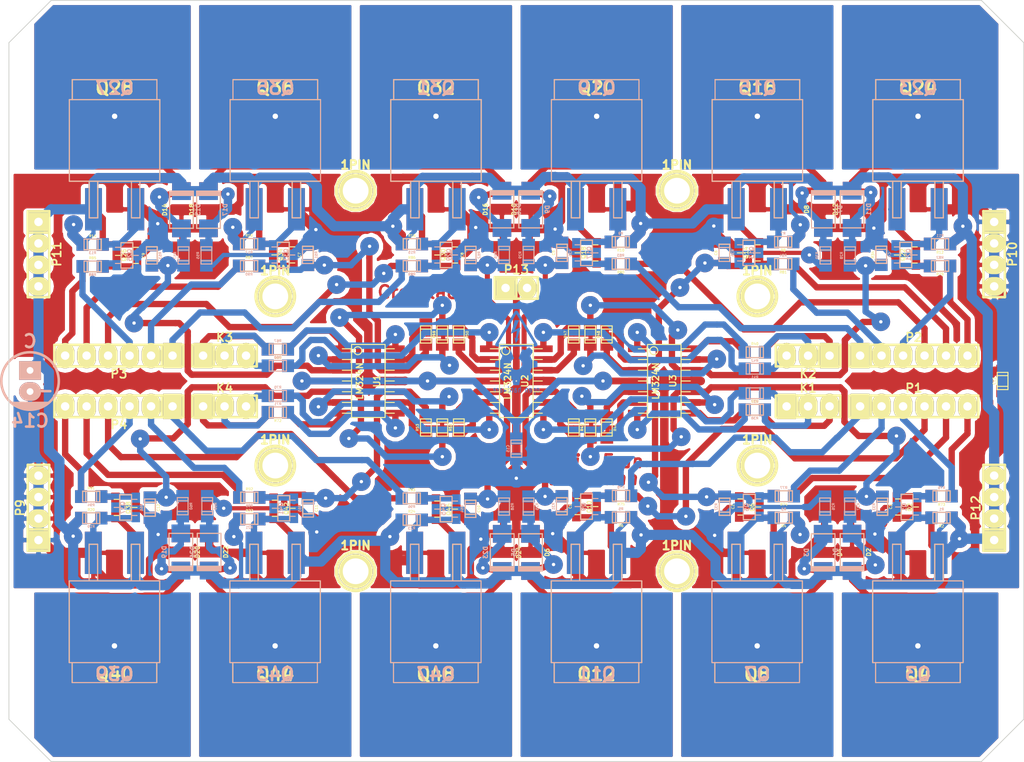
<source format=kicad_pcb>
(kicad_pcb (version 3) (host pcbnew "(2013-07-07 BZR 4022)-stable")
  (layers (15 F.Cu signal hide) (0 B.Cu signal) (18 B.Paste user hide) (19 F.Paste user hide) (20 B.SilkS user hide) (21 F.SilkS user hide) (22 B.Mask user hide) (23 F.Mask user hide) (28 Edge.Cuts user))
  (net 0 "")
  (net 1 /Detector_Cruce/Fase12)
  (net 2 /Detector_Cruce/Fase13)
  (net 3 /Detector_Cruce/Fase23)
  (net 4 /Detector_Cruce/Zero11)
  (net 5 /Detector_Cruce/Zero12)
  (net 6 /Detector_Cruce/Zero13)
  (net 7 /Detector_Cruce/Zero21)
  (net 8 /Detector_Cruce/Zero22)
  (net 9 /Detector_Cruce/Zero23)
  (net 10 /Detector_Cruce/Zero31)
  (net 11 /Detector_Cruce/Zero32)
  (net 12 /Detector_Cruce/Zero33)
  (net 13 /Detector_Cruce/Zero41)
  (net 14 /Detector_Cruce/Zero42)
  (net 15 /Detector_Cruce/Zero43)
  (net 16 /MOSFET_Potencia1/Fase1)
  (net 17 /MOSFET_Potencia1/Q0)
  (net 18 /MOSFET_Potencia1/Q1)
  (net 19 /MOSFET_Potencia1/Q2)
  (net 20 /MOSFET_Potencia1/Q3)
  (net 21 /MOSFET_Potencia1/Q4)
  (net 22 /MOSFET_Potencia1/Q5)
  (net 23 /MOSFET_Potencia2/Fase1)
  (net 24 /MOSFET_Potencia2/Fase2)
  (net 25 /MOSFET_Potencia2/Q0)
  (net 26 /MOSFET_Potencia2/Q1)
  (net 27 /MOSFET_Potencia2/Q2)
  (net 28 /MOSFET_Potencia2/Q3)
  (net 29 /MOSFET_Potencia2/Q4)
  (net 30 /MOSFET_Potencia2/Q5)
  (net 31 /MOSFET_Potencia3/Fase1)
  (net 32 /MOSFET_Potencia3/Fase2)
  (net 33 /MOSFET_Potencia3/Fase3)
  (net 34 /MOSFET_Potencia3/Q0)
  (net 35 /MOSFET_Potencia3/Q1)
  (net 36 /MOSFET_Potencia3/Q2)
  (net 37 /MOSFET_Potencia3/Q3)
  (net 38 /MOSFET_Potencia3/Q4)
  (net 39 /MOSFET_Potencia3/Q5)
  (net 40 /MOSFET_Potencia4/Fase1)
  (net 41 /MOSFET_Potencia4/Fase2)
  (net 42 /MOSFET_Potencia4/Fase3)
  (net 43 /MOSFET_Potencia4/Q0)
  (net 44 /MOSFET_Potencia4/Q1)
  (net 45 /MOSFET_Potencia4/Q2)
  (net 46 /MOSFET_Potencia4/Q3)
  (net 47 /MOSFET_Potencia4/Q4)
  (net 48 /MOSFET_Potencia4/Q5)
  (net 49 GND)
  (net 50 N-00000100)
  (net 51 N-00000101)
  (net 52 N-00000102)
  (net 53 N-00000103)
  (net 54 N-00000104)
  (net 55 N-00000105)
  (net 56 N-00000106)
  (net 57 N-00000107)
  (net 58 N-00000108)
  (net 59 N-00000109)
  (net 60 N-00000110)
  (net 61 N-00000112)
  (net 62 N-00000113)
  (net 63 N-00000114)
  (net 64 N-00000115)
  (net 65 N-00000116)
  (net 66 N-00000117)
  (net 67 N-00000118)
  (net 68 N-00000119)
  (net 69 N-00000120)
  (net 70 N-00000121)
  (net 71 N-00000122)
  (net 72 N-00000123)
  (net 73 N-00000128)
  (net 74 N-00000129)
  (net 75 N-00000130)
  (net 76 N-00000131)
  (net 77 N-00000132)
  (net 78 N-00000133)
  (net 79 N-0000021)
  (net 80 N-0000022)
  (net 81 N-0000023)
  (net 82 N-0000025)
  (net 83 N-0000026)
  (net 84 N-0000027)
  (net 85 N-0000029)
  (net 86 N-0000030)
  (net 87 N-0000031)
  (net 88 N-0000032)
  (net 89 N-0000033)
  (net 90 N-0000034)
  (net 91 N-0000035)
  (net 92 N-0000036)
  (net 93 N-0000037)
  (net 94 N-0000039)
  (net 95 N-0000040)
  (net 96 N-0000041)
  (net 97 N-0000042)
  (net 98 N-0000043)
  (net 99 N-0000051)
  (net 100 N-0000052)
  (net 101 N-0000053)
  (net 102 N-0000054)
  (net 103 N-0000076)
  (net 104 N-0000077)
  (net 105 N-0000078)
  (net 106 N-0000079)
  (net 107 N-0000080)
  (net 108 N-0000081)
  (net 109 N-0000082)
  (net 110 N-0000084)
  (net 111 N-0000085)
  (net 112 N-0000086)
  (net 113 N-0000087)
  (net 114 N-0000088)
  (net 115 N-0000089)
  (net 116 N-0000090)
  (net 117 N-0000091)
  (net 118 N-0000092)
  (net 119 N-0000093)
  (net 120 N-0000094)
  (net 121 N-0000095)
  (net 122 N-0000096)
  (net 123 N-0000097)
  (net 124 N-0000098)
  (net 125 N-0000099)
  (net 126 VDD)
  (net 127 V_5v)
  (module Logo_copper_OSHW_6x6mm (layer B.Cu) (at 150 115.75 180)
    (fp_text reference G*** hide)
    (fp_text value LOGO hide)
    (fp_line (start 2.16 -2.62) (end 2.16 -3.08) (layer B.Cu) (width 0.075))
    (fp_line (start 2.25 -2.62) (end 2.3 -2.62) (layer B.Cu) (width 0.075))
    (fp_line (start 2.2 -2.65) (end 2.25 -2.62) (layer B.Cu) (width 0.075))
    (fp_line (start 2.18 -2.67) (end 2.2 -2.65) (layer B.Cu) (width 0.075))
    (fp_line (start 2.16 -2.74) (end 2.18 -2.67) (layer B.Cu) (width 0.075))
    (fp_line (start 2.6 -3.08) (end 2.65 -3.05) (layer B.Cu) (width 0.075))
    (fp_line (start 2.5 -3.08) (end 2.6 -3.08) (layer B.Cu) (width 0.075))
    (fp_line (start 2.46 -3.05) (end 2.5 -3.08) (layer B.Cu) (width 0.075))
    (fp_line (start 2.44 -2.98) (end 2.46 -3.05) (layer B.Cu) (width 0.075))
    (fp_line (start 2.44 -2.71) (end 2.44 -2.98) (layer B.Cu) (width 0.075))
    (fp_line (start 2.47 -2.65) (end 2.44 -2.71) (layer B.Cu) (width 0.075))
    (fp_line (start 2.51 -2.62) (end 2.47 -2.65) (layer B.Cu) (width 0.075))
    (fp_line (start 2.61 -2.62) (end 2.51 -2.62) (layer B.Cu) (width 0.075))
    (fp_line (start 2.65 -2.66) (end 2.61 -2.62) (layer B.Cu) (width 0.075))
    (fp_line (start 2.67 -2.73) (end 2.65 -2.66) (layer B.Cu) (width 0.075))
    (fp_line (start 2.67 -2.85) (end 2.67 -2.73) (layer B.Cu) (width 0.075))
    (fp_line (start 2.67 -2.85) (end 2.44 -2.85) (layer B.Cu) (width 0.075))
    (fp_line (start 1.92 -2.71) (end 1.92 -3.08) (layer B.Cu) (width 0.075))
    (fp_line (start 1.89 -2.65) (end 1.92 -2.71) (layer B.Cu) (width 0.075))
    (fp_line (start 1.85 -2.62) (end 1.89 -2.65) (layer B.Cu) (width 0.075))
    (fp_line (start 1.75 -2.62) (end 1.85 -2.62) (layer B.Cu) (width 0.075))
    (fp_line (start 1.7 -2.65) (end 1.75 -2.62) (layer B.Cu) (width 0.075))
    (fp_line (start 1.76 -2.81) (end 1.71 -2.84) (layer B.Cu) (width 0.075))
    (fp_line (start 1.88 -2.81) (end 1.76 -2.81) (layer B.Cu) (width 0.075))
    (fp_line (start 1.92 -2.78) (end 1.88 -2.81) (layer B.Cu) (width 0.075))
    (fp_line (start 1.87 -3.08) (end 1.92 -3.04) (layer B.Cu) (width 0.075))
    (fp_line (start 1.75 -3.08) (end 1.87 -3.08) (layer B.Cu) (width 0.075))
    (fp_line (start 1.7 -3.04) (end 1.75 -3.08) (layer B.Cu) (width 0.075))
    (fp_line (start 1.68 -2.98) (end 1.7 -3.04) (layer B.Cu) (width 0.075))
    (fp_line (start 1.68 -2.91) (end 1.68 -2.98) (layer B.Cu) (width 0.075))
    (fp_line (start 1.71 -2.84) (end 1.68 -2.91) (layer B.Cu) (width 0.075))
    (fp_line (start 1.13 -2.62) (end 1.23 -3.08) (layer B.Cu) (width 0.075))
    (fp_line (start 1.23 -3.08) (end 1.32 -2.74) (layer B.Cu) (width 0.075))
    (fp_line (start 1.32 -2.74) (end 1.42 -3.08) (layer B.Cu) (width 0.075))
    (fp_line (start 1.42 -3.08) (end 1.52 -2.62) (layer B.Cu) (width 0.075))
    (fp_line (start 0.94 -3.05) (end 0.9 -3.08) (layer B.Cu) (width 0.075))
    (fp_line (start 0.9 -3.08) (end 0.79 -3.08) (layer B.Cu) (width 0.075))
    (fp_line (start 0.79 -3.08) (end 0.75 -3.05) (layer B.Cu) (width 0.075))
    (fp_line (start 0.75 -3.05) (end 0.73 -3.02) (layer B.Cu) (width 0.075))
    (fp_line (start 0.73 -3.02) (end 0.7 -2.95) (layer B.Cu) (width 0.075))
    (fp_line (start 0.7 -2.95) (end 0.7 -2.75) (layer B.Cu) (width 0.075))
    (fp_line (start 0.7 -2.75) (end 0.73 -2.68) (layer B.Cu) (width 0.075))
    (fp_line (start 0.73 -2.68) (end 0.75 -2.65) (layer B.Cu) (width 0.075))
    (fp_line (start 0.75 -2.65) (end 0.81 -2.61) (layer B.Cu) (width 0.075))
    (fp_line (start 0.81 -2.61) (end 0.88 -2.61) (layer B.Cu) (width 0.075))
    (fp_line (start 0.88 -2.61) (end 0.94 -2.65) (layer B.Cu) (width 0.075))
    (fp_line (start 0.94 -2.38) (end 0.94 -3.08) (layer B.Cu) (width 0.075))
    (fp_line (start 0.42 -2.74) (end 0.44 -2.67) (layer B.Cu) (width 0.075))
    (fp_line (start 0.44 -2.67) (end 0.46 -2.65) (layer B.Cu) (width 0.075))
    (fp_line (start 0.46 -2.65) (end 0.51 -2.62) (layer B.Cu) (width 0.075))
    (fp_line (start 0.51 -2.62) (end 0.56 -2.62) (layer B.Cu) (width 0.075))
    (fp_line (start 0.42 -2.62) (end 0.42 -3.08) (layer B.Cu) (width 0.075))
    (fp_line (start -0.03 -2.84) (end -0.06 -2.91) (layer B.Cu) (width 0.075))
    (fp_line (start -0.06 -2.91) (end -0.06 -2.98) (layer B.Cu) (width 0.075))
    (fp_line (start -0.06 -2.98) (end -0.04 -3.04) (layer B.Cu) (width 0.075))
    (fp_line (start -0.04 -3.04) (end 0.01 -3.08) (layer B.Cu) (width 0.075))
    (fp_line (start 0.01 -3.08) (end 0.13 -3.08) (layer B.Cu) (width 0.075))
    (fp_line (start 0.13 -3.08) (end 0.18 -3.04) (layer B.Cu) (width 0.075))
    (fp_line (start 0.18 -2.78) (end 0.14 -2.81) (layer B.Cu) (width 0.075))
    (fp_line (start 0.14 -2.81) (end 0.02 -2.81) (layer B.Cu) (width 0.075))
    (fp_line (start 0.02 -2.81) (end -0.03 -2.84) (layer B.Cu) (width 0.075))
    (fp_line (start -0.04 -2.65) (end 0.01 -2.62) (layer B.Cu) (width 0.075))
    (fp_line (start 0.01 -2.62) (end 0.11 -2.62) (layer B.Cu) (width 0.075))
    (fp_line (start 0.11 -2.62) (end 0.15 -2.65) (layer B.Cu) (width 0.075))
    (fp_line (start 0.15 -2.65) (end 0.18 -2.71) (layer B.Cu) (width 0.075))
    (fp_line (start 0.18 -2.71) (end 0.18 -3.08) (layer B.Cu) (width 0.075))
    (fp_line (start -0.49 -2.69) (end -0.47 -2.65) (layer B.Cu) (width 0.075))
    (fp_line (start -0.47 -2.65) (end -0.42 -2.62) (layer B.Cu) (width 0.075))
    (fp_line (start -0.42 -2.62) (end -0.34 -2.62) (layer B.Cu) (width 0.075))
    (fp_line (start -0.34 -2.62) (end -0.3 -2.65) (layer B.Cu) (width 0.075))
    (fp_line (start -0.3 -2.65) (end -0.28 -2.71) (layer B.Cu) (width 0.075))
    (fp_line (start -0.28 -2.71) (end -0.28 -3.08) (layer B.Cu) (width 0.075))
    (fp_line (start -0.49 -2.38) (end -0.49 -3.08) (layer B.Cu) (width 0.075))
    (fp_line (start -1.54 -2.85) (end -1.77 -2.85) (layer B.Cu) (width 0.075))
    (fp_line (start -1.32 -2.68) (end -1.3 -2.65) (layer B.Cu) (width 0.075))
    (fp_line (start -1.3 -2.65) (end -1.26 -2.62) (layer B.Cu) (width 0.075))
    (fp_line (start -1.26 -2.62) (end -1.17 -2.62) (layer B.Cu) (width 0.075))
    (fp_line (start -1.17 -2.62) (end -1.13 -2.65) (layer B.Cu) (width 0.075))
    (fp_line (start -1.13 -2.65) (end -1.11 -2.71) (layer B.Cu) (width 0.075))
    (fp_line (start -1.11 -2.71) (end -1.11 -3.08) (layer B.Cu) (width 0.075))
    (fp_line (start -1.32 -2.62) (end -1.32 -3.08) (layer B.Cu) (width 0.075))
    (fp_line (start -1.54 -2.85) (end -1.54 -2.73) (layer B.Cu) (width 0.075))
    (fp_line (start -1.54 -2.73) (end -1.56 -2.66) (layer B.Cu) (width 0.075))
    (fp_line (start -1.56 -2.66) (end -1.6 -2.62) (layer B.Cu) (width 0.075))
    (fp_line (start -1.6 -2.62) (end -1.7 -2.62) (layer B.Cu) (width 0.075))
    (fp_line (start -1.7 -2.62) (end -1.74 -2.65) (layer B.Cu) (width 0.075))
    (fp_line (start -1.74 -2.65) (end -1.77 -2.71) (layer B.Cu) (width 0.075))
    (fp_line (start -1.77 -2.71) (end -1.77 -2.98) (layer B.Cu) (width 0.075))
    (fp_line (start -1.77 -2.98) (end -1.75 -3.05) (layer B.Cu) (width 0.075))
    (fp_line (start -1.75 -3.05) (end -1.71 -3.08) (layer B.Cu) (width 0.075))
    (fp_line (start -1.71 -3.08) (end -1.61 -3.08) (layer B.Cu) (width 0.075))
    (fp_line (start -1.61 -3.08) (end -1.56 -3.05) (layer B.Cu) (width 0.075))
    (fp_line (start -2.2 -2.65) (end -2.16 -2.62) (layer B.Cu) (width 0.075))
    (fp_line (start -2.16 -2.62) (end -2.06 -2.62) (layer B.Cu) (width 0.075))
    (fp_line (start -2.06 -2.62) (end -2.02 -2.65) (layer B.Cu) (width 0.075))
    (fp_line (start -2.02 -2.65) (end -1.99 -2.68) (layer B.Cu) (width 0.075))
    (fp_line (start -1.99 -2.68) (end -1.97 -2.74) (layer B.Cu) (width 0.075))
    (fp_line (start -1.97 -2.74) (end -1.97 -2.96) (layer B.Cu) (width 0.075))
    (fp_line (start -1.97 -2.96) (end -1.99 -3.02) (layer B.Cu) (width 0.075))
    (fp_line (start -1.99 -3.02) (end -2.01 -3.05) (layer B.Cu) (width 0.075))
    (fp_line (start -2.01 -3.05) (end -2.05 -3.08) (layer B.Cu) (width 0.075))
    (fp_line (start -2.05 -3.08) (end -2.15 -3.08) (layer B.Cu) (width 0.075))
    (fp_line (start -2.15 -3.08) (end -2.2 -3.05) (layer B.Cu) (width 0.075))
    (fp_line (start -2.2 -3.32) (end -2.2 -2.62) (layer B.Cu) (width 0.075))
    (fp_line (start -2.51 -2.62) (end -2.59 -2.62) (layer B.Cu) (width 0.075))
    (fp_line (start -2.59 -2.62) (end -2.63 -2.65) (layer B.Cu) (width 0.075))
    (fp_line (start -2.63 -2.65) (end -2.65 -2.68) (layer B.Cu) (width 0.075))
    (fp_line (start -2.65 -2.68) (end -2.68 -2.75) (layer B.Cu) (width 0.075))
    (fp_line (start -2.59 -3.08) (end -2.51 -3.08) (layer B.Cu) (width 0.075))
    (fp_line (start -2.51 -3.08) (end -2.46 -3.05) (layer B.Cu) (width 0.075))
    (fp_line (start -2.46 -3.05) (end -2.44 -3.02) (layer B.Cu) (width 0.075))
    (fp_line (start -2.44 -3.02) (end -2.42 -2.95) (layer B.Cu) (width 0.075))
    (fp_line (start -2.42 -2.95) (end -2.42 -2.75) (layer B.Cu) (width 0.075))
    (fp_line (start -2.42 -2.75) (end -2.44 -2.69) (layer B.Cu) (width 0.075))
    (fp_line (start -2.44 -2.69) (end -2.46 -2.66) (layer B.Cu) (width 0.075))
    (fp_line (start -2.46 -2.66) (end -2.51 -2.62) (layer B.Cu) (width 0.075))
    (fp_line (start -2.68 -2.75) (end -2.68 -2.95) (layer B.Cu) (width 0.075))
    (fp_line (start -2.68 -2.95) (end -2.66 -3.01) (layer B.Cu) (width 0.075))
    (fp_line (start -2.66 -3.01) (end -2.64 -3.04) (layer B.Cu) (width 0.075))
    (fp_line (start -2.64 -3.04) (end -2.59 -3.08) (layer B.Cu) (width 0.075))
    (fp_poly (pts (xy -1.51384 2.24536) (xy -1.48844 2.23012) (xy -1.43002 2.19456) (xy -1.3462 2.13868) (xy -1.24714 2.07264) (xy -1.14808 2.0066) (xy -1.0668 1.95326) (xy -1.01092 1.91516) (xy -0.98552 1.90246) (xy -0.97282 1.90754) (xy -0.9271 1.9304) (xy -0.85852 1.96596) (xy -0.81788 1.98628) (xy -0.75692 2.01168) (xy -0.7239 2.0193) (xy -0.71882 2.00914) (xy -0.69596 1.96088) (xy -0.6604 1.8796) (xy -0.61468 1.77038) (xy -0.5588 1.64338) (xy -0.50292 1.50876) (xy -0.4445 1.36906) (xy -0.38862 1.23444) (xy -0.34036 1.11506) (xy -0.29972 1.01854) (xy -0.27432 0.94996) (xy -0.26416 0.92202) (xy -0.2667 0.9144) (xy -0.29972 0.88392) (xy -0.35306 0.84328) (xy -0.47244 0.74676) (xy -0.58928 0.60198) (xy -0.6604 0.43688) (xy -0.68326 0.25146) (xy -0.66294 0.08128) (xy -0.5969 -0.08128) (xy -0.4826 -0.2286) (xy -0.3429 -0.33782) (xy -0.18034 -0.4064) (xy 0 -0.42926) (xy 0.17272 -0.40894) (xy 0.34036 -0.3429) (xy 0.48768 -0.23114) (xy 0.55118 -0.16002) (xy 0.63754 -0.01016) (xy 0.6858 0.14732) (xy 0.69088 0.18796) (xy 0.68326 0.36322) (xy 0.63246 0.5334) (xy 0.53848 0.68326) (xy 0.40894 0.80772) (xy 0.3937 0.81788) (xy 0.33528 0.8636) (xy 0.29464 0.89408) (xy 0.26416 0.91948) (xy 0.48768 1.45796) (xy 0.52324 1.54178) (xy 0.5842 1.6891) (xy 0.63754 1.8161) (xy 0.68072 1.9177) (xy 0.7112 1.98374) (xy 0.7239 2.01168) (xy 0.7239 2.01422) (xy 0.74422 2.01676) (xy 0.78486 2.00152) (xy 0.86106 1.96596) (xy 0.90932 1.94056) (xy 0.96774 1.91262) (xy 0.99314 1.90246) (xy 1.016 1.91516) (xy 1.06934 1.95072) (xy 1.15062 2.00406) (xy 1.24714 2.06756) (xy 1.33858 2.13106) (xy 1.4224 2.18694) (xy 1.48336 2.22504) (xy 1.51384 2.24282) (xy 1.51892 2.24282) (xy 1.54432 2.22758) (xy 1.59258 2.18694) (xy 1.66624 2.11836) (xy 1.77038 2.01422) (xy 1.78562 1.99898) (xy 1.87198 1.91262) (xy 1.94056 1.83896) (xy 1.98628 1.78816) (xy 2.00406 1.7653) (xy 2.00406 1.7653) (xy 1.98882 1.73482) (xy 1.95072 1.67386) (xy 1.89484 1.5875) (xy 1.82626 1.48844) (xy 1.64846 1.22936) (xy 1.74498 0.98552) (xy 1.77546 0.90932) (xy 1.81356 0.82042) (xy 1.8415 0.75438) (xy 1.85674 0.72644) (xy 1.88214 0.71628) (xy 1.95072 0.70104) (xy 2.04724 0.68072) (xy 2.16154 0.6604) (xy 2.2733 0.64008) (xy 2.37236 0.61976) (xy 2.44348 0.60706) (xy 2.4765 0.59944) (xy 2.48412 0.59436) (xy 2.49174 0.57912) (xy 2.49428 0.5461) (xy 2.49682 0.48514) (xy 2.49936 0.39116) (xy 2.49936 0.25146) (xy 2.49936 0.23622) (xy 2.49682 0.10668) (xy 2.49428 0) (xy 2.49174 -0.06604) (xy 2.48666 -0.09398) (xy 2.48666 -0.09398) (xy 2.45618 -0.1016) (xy 2.38506 -0.11684) (xy 2.286 -0.13462) (xy 2.16662 -0.15748) (xy 2.159 -0.16002) (xy 2.04216 -0.18288) (xy 1.9431 -0.2032) (xy 1.87198 -0.21844) (xy 1.84404 -0.2286) (xy 1.83642 -0.23622) (xy 1.81356 -0.28194) (xy 1.78054 -0.3556) (xy 1.7399 -0.4445) (xy 1.7018 -0.53848) (xy 1.66878 -0.6223) (xy 1.64592 -0.68326) (xy 1.6383 -0.7112) (xy 1.64084 -0.71374) (xy 1.65862 -0.74168) (xy 1.69926 -0.80264) (xy 1.75514 -0.88646) (xy 1.82372 -0.98806) (xy 1.8288 -0.99568) (xy 1.89738 -1.09474) (xy 1.95326 -1.1811) (xy 1.98882 -1.23952) (xy 2.00406 -1.26746) (xy 2.00406 -1.27) (xy 1.9812 -1.30048) (xy 1.9304 -1.35636) (xy 1.85674 -1.43256) (xy 1.77038 -1.52146) (xy 1.74244 -1.54686) (xy 1.64338 -1.64338) (xy 1.57734 -1.70434) (xy 1.53416 -1.73736) (xy 1.51384 -1.74498) (xy 1.51384 -1.74498) (xy 1.48336 -1.7272) (xy 1.41986 -1.68656) (xy 1.33604 -1.62814) (xy 1.23444 -1.55956) (xy 1.22682 -1.55448) (xy 1.12776 -1.4859) (xy 1.04394 -1.43002) (xy 0.98552 -1.38938) (xy 0.95758 -1.37414) (xy 0.95504 -1.37414) (xy 0.9144 -1.38684) (xy 0.84328 -1.41224) (xy 0.75438 -1.44526) (xy 0.66294 -1.48336) (xy 0.57912 -1.51892) (xy 0.51562 -1.54686) (xy 0.48514 -1.56464) (xy 0.48514 -1.56464) (xy 0.47498 -1.6002) (xy 0.4572 -1.6764) (xy 0.43688 -1.778) (xy 0.41148 -1.89992) (xy 0.40894 -1.92024) (xy 0.38608 -2.03962) (xy 0.3683 -2.13868) (xy 0.35306 -2.20726) (xy 0.34544 -2.2352) (xy 0.3302 -2.23774) (xy 0.27178 -2.24282) (xy 0.18288 -2.24536) (xy 0.07366 -2.24536) (xy -0.0381 -2.24536) (xy -0.14732 -2.24282) (xy -0.2413 -2.24028) (xy -0.30988 -2.2352) (xy -0.33782 -2.23012) (xy -0.33782 -2.22758) (xy -0.34798 -2.18948) (xy -0.36576 -2.11582) (xy -0.38608 -2.01168) (xy -0.40894 -1.88976) (xy -0.41402 -1.8669) (xy -0.43688 -1.75006) (xy -0.4572 -1.651) (xy -0.4699 -1.58496) (xy -0.47752 -1.55702) (xy -0.49022 -1.55194) (xy -0.53848 -1.53162) (xy -0.61722 -1.4986) (xy -0.71628 -1.45796) (xy -0.94488 -1.36652) (xy -1.22682 -1.55702) (xy -1.25222 -1.5748) (xy -1.35382 -1.64338) (xy -1.4351 -1.69926) (xy -1.49352 -1.73736) (xy -1.51638 -1.75006) (xy -1.51892 -1.75006) (xy -1.54686 -1.72466) (xy -1.60274 -1.67132) (xy -1.67894 -1.59766) (xy -1.76784 -1.5113) (xy -1.83134 -1.44526) (xy -1.91008 -1.36652) (xy -1.95834 -1.31318) (xy -1.98628 -1.28016) (xy -1.9939 -1.25984) (xy -1.99136 -1.2446) (xy -1.97358 -1.21666) (xy -1.93294 -1.1557) (xy -1.87452 -1.06934) (xy -1.80594 -0.97028) (xy -1.75006 -0.88646) (xy -1.6891 -0.79248) (xy -1.651 -0.72644) (xy -1.63576 -0.69342) (xy -1.64084 -0.68072) (xy -1.65862 -0.62484) (xy -1.69418 -0.54102) (xy -1.73482 -0.44196) (xy -1.83388 -0.22098) (xy -1.97866 -0.19304) (xy -2.06756 -0.17526) (xy -2.18948 -0.1524) (xy -2.30886 -0.12954) (xy -2.49174 -0.09398) (xy -2.49936 0.58166) (xy -2.47142 0.59436) (xy -2.44348 0.60198) (xy -2.3749 0.61722) (xy -2.27838 0.63754) (xy -2.16154 0.65786) (xy -2.06502 0.67564) (xy -1.96596 0.69596) (xy -1.89484 0.70866) (xy -1.86436 0.71628) (xy -1.8542 0.72644) (xy -1.83134 0.7747) (xy -1.79578 0.8509) (xy -1.75514 0.94234) (xy -1.71704 1.03632) (xy -1.68148 1.12522) (xy -1.65862 1.19126) (xy -1.64846 1.22428) (xy -1.66116 1.25222) (xy -1.69926 1.31064) (xy -1.7526 1.39192) (xy -1.82118 1.49098) (xy -1.88722 1.5875) (xy -1.94564 1.67132) (xy -1.98374 1.73228) (xy -2.00152 1.76022) (xy -1.99136 1.778) (xy -1.95326 1.82626) (xy -1.8796 1.90246) (xy -1.76784 2.01168) (xy -1.75006 2.02946) (xy -1.6637 2.11328) (xy -1.59004 2.18186) (xy -1.5367 2.22758) (xy -1.51384 2.24536)) (layer B.Cu) (width 0.00254))
  )
  (module Logo_copper_high_voltage_5x4.2mm (layer B.Cu) (at 150 111.3)
    (fp_text reference G*** hide)
    (fp_text value LOGO hide)
    (fp_poly (pts (xy 2.49936 1.85928) (xy 2.49682 1.91008) (xy 2.49174 1.95834) (xy 2.47904 2.00406) (xy 2.45872 2.04216) (xy 2.44856 2.0574) (xy 2.43586 2.0701) (xy 2.42316 2.0828) (xy 2.40538 2.09296) (xy 2.3876 2.10312) (xy 2.34442 2.1209) (xy 2.11074 2.1209) (xy 2.11074 1.8034) (xy 2.10566 1.79578) (xy 2.09804 1.78308) (xy 2.08788 1.7653) (xy 2.07264 1.74244) (xy 2.06502 1.72974) (xy 2.05486 1.7145) (xy 2.04978 1.70434) (xy 2.04216 1.69164) (xy 2.03454 1.68148) (xy 2.02692 1.67132) (xy 2.0193 1.65862) (xy 2.01168 1.64592) (xy 2.00152 1.62814) (xy 1.98882 1.60782) (xy 1.97612 1.58496) (xy 1.95834 1.55702) (xy 1.93802 1.524) (xy 1.91516 1.4859) (xy 1.88722 1.44018) (xy 1.85674 1.38684) (xy 1.82372 1.33096) (xy 1.79324 1.2827) (xy 1.76784 1.23698) (xy 1.74244 1.19634) (xy 1.71958 1.15824) (xy 1.69926 1.12268) (xy 1.68148 1.09474) (xy 1.66878 1.07442) (xy 1.65862 1.05918) (xy 1.65354 1.05156) (xy 1.64846 1.0414) (xy 1.6383 1.02362) (xy 1.6256 1.0033) (xy 1.61036 0.97536) (xy 1.59258 0.94742) (xy 1.58496 0.93218) (xy 1.5621 0.89662) (xy 1.53924 0.85852) (xy 1.51384 0.81788) (xy 1.49352 0.77978) (xy 1.4732 0.74676) (xy 1.4732 0.74422) (xy 1.45288 0.71374) (xy 1.4351 0.68072) (xy 1.41732 0.65024) (xy 1.39954 0.62484) (xy 1.38938 0.60452) (xy 1.37668 0.5842) (xy 1.3589 0.55626) (xy 1.34112 0.52578) (xy 1.32334 0.49276) (xy 1.30302 0.45974) (xy 1.30302 0.45974) (xy 1.2827 0.42418) (xy 1.25984 0.38608) (xy 1.23444 0.3429) (xy 1.20904 0.30226) (xy 1.18872 0.2667) (xy 1.1684 0.23368) (xy 1.14554 0.19304) (xy 1.12014 0.14986) (xy 1.09474 0.10668) (xy 1.06934 0.06604) (xy 1.05918 0.04826) (xy 1.03632 0.01016) (xy 1.01092 -0.02794) (xy 0.98552 -0.07112) (xy 0.96266 -0.11176) (xy 0.9398 -0.14986) (xy 0.93218 -0.1651) (xy 0.9144 -0.19304) (xy 0.89662 -0.22098) (xy 0.88392 -0.24384) (xy 0.87122 -0.26416) (xy 0.8636 -0.27686) (xy 0.8636 -0.2794) (xy 0.85598 -0.28956) (xy 0.84582 -0.30734) (xy 0.83312 -0.32766) (xy 0.81788 -0.35306) (xy 0.80772 -0.37084) (xy 0.79248 -0.39878) (xy 0.77724 -0.42164) (xy 0.76454 -0.44196) (xy 0.75692 -0.4572) (xy 0.75184 -0.46482) (xy 0.74676 -0.47498) (xy 0.7366 -0.49022) (xy 0.7239 -0.51308) (xy 0.70866 -0.53848) (xy 0.69088 -0.56642) (xy 0.68326 -0.57912) (xy 0.66294 -0.61468) (xy 0.63754 -0.65532) (xy 0.61214 -0.6985) (xy 0.58674 -0.74168) (xy 0.56642 -0.77978) (xy 0.56388 -0.77978) (xy 0.5461 -0.81026) (xy 0.52832 -0.84074) (xy 0.51308 -0.86614) (xy 0.50038 -0.889) (xy 0.49022 -0.90424) (xy 0.48768 -0.90932) (xy 0.47752 -0.92456) (xy 0.46482 -0.94742) (xy 0.44704 -0.9779) (xy 0.42672 -1.01346) (xy 0.40132 -1.05156) (xy 0.37592 -1.09728) (xy 0.34798 -1.143) (xy 0.3175 -1.19126) (xy 0.28702 -1.24206) (xy 0.25908 -1.29032) (xy 0.2286 -1.33858) (xy 0.20066 -1.38684) (xy 0.17272 -1.43002) (xy 0.14986 -1.47066) (xy 0.127 -1.50622) (xy 0.10922 -1.5367) (xy 0.10668 -1.53924) (xy 0.08636 -1.57226) (xy 0.06604 -1.60274) (xy 0.04826 -1.63322) (xy 0.03048 -1.65862) (xy 0.0127 -1.68148) (xy 0.00254 -1.69926) (xy -0.00508 -1.71196) (xy -0.01016 -1.71704) (xy -0.0127 -1.71196) (xy -0.02032 -1.69926) (xy -0.03302 -1.68148) (xy -0.0508 -1.65354) (xy -0.07112 -1.62052) (xy -0.09398 -1.57988) (xy -0.12192 -1.53416) (xy -0.1524 -1.4859) (xy -0.18542 -1.43002) (xy -0.21844 -1.3716) (xy -0.25654 -1.3081) (xy -0.29464 -1.2446) (xy -0.33528 -1.17602) (xy -0.3556 -1.14046) (xy -0.36322 -1.1303) (xy -0.37592 -1.10998) (xy -0.38862 -1.08712) (xy -0.4064 -1.05664) (xy -0.42418 -1.02616) (xy -0.4445 -0.99314) (xy -0.52832 -0.8509) (xy -0.6096 -0.71374) (xy -0.68834 -0.5842) (xy -0.762 -0.4572) (xy -0.83566 -0.33274) (xy -0.90678 -0.21082) (xy -0.9271 -0.17526) (xy -0.94742 -0.14478) (xy -0.9652 -0.1143) (xy -0.98044 -0.08636) (xy -0.99568 -0.0635) (xy -1.00584 -0.04572) (xy -1.00838 -0.04064) (xy -1.016 -0.02794) (xy -1.0287 -0.00508) (xy -1.04394 0.01778) (xy -1.06172 0.04826) (xy -1.08204 0.08128) (xy -1.09474 0.10414) (xy -1.11506 0.13716) (xy -1.13284 0.16764) (xy -1.15062 0.19812) (xy -1.16586 0.22352) (xy -1.17856 0.2413) (xy -1.18364 0.25146) (xy -1.1938 0.26924) (xy -1.20904 0.2921) (xy -1.22428 0.32004) (xy -1.23952 0.34544) (xy -1.24206 0.35052) (xy -1.26492 0.39116) (xy -1.29032 0.4318) (xy -1.31318 0.47244) (xy -1.33604 0.51308) (xy -1.3589 0.5461) (xy -1.37414 0.57404) (xy -1.38176 0.5842) (xy -1.39446 0.60706) (xy -1.40716 0.62992) (xy -1.41732 0.6477) (xy -1.41986 0.65024) (xy -1.42494 0.66294) (xy -1.43764 0.68326) (xy -1.45542 0.7112) (xy -1.47574 0.74676) (xy -1.50114 0.78994) (xy -1.53162 0.84074) (xy -1.56464 0.89916) (xy -1.60274 0.96012) (xy -1.64338 1.03124) (xy -1.6891 1.1049) (xy -1.6891 1.10744) (xy -1.71196 1.14808) (xy -1.73736 1.18872) (xy -1.76276 1.2319) (xy -1.78562 1.27254) (xy -1.80848 1.31064) (xy -1.82118 1.33096) (xy -1.8415 1.36398) (xy -1.85928 1.397) (xy -1.8796 1.43002) (xy -1.89484 1.45796) (xy -1.91008 1.48082) (xy -1.91262 1.48336) (xy -1.92532 1.50876) (xy -1.94056 1.53162) (xy -1.95072 1.55194) (xy -1.96088 1.56718) (xy -1.9812 1.60274) (xy -2.00152 1.63576) (xy -2.02184 1.67132) (xy -2.03962 1.70434) (xy -2.0574 1.73228) (xy -2.07264 1.75768) (xy -2.08534 1.778) (xy -2.09296 1.79324) (xy -2.09804 1.79832) (xy -2.09804 1.79832) (xy -2.10312 1.80594) (xy -2.10312 1.80848) (xy -2.09804 1.80848) (xy -2.0828 1.80848) (xy -2.05994 1.80848) (xy -2.02692 1.80848) (xy -1.98374 1.80848) (xy -1.93294 1.81102) (xy -1.87706 1.81102) (xy -1.81102 1.81102) (xy -1.73736 1.81102) (xy -1.65608 1.81102) (xy -1.56972 1.81102) (xy -1.47574 1.81102) (xy -1.37668 1.81102) (xy -1.27 1.81102) (xy -1.15824 1.81102) (xy -1.04394 1.81102) (xy -0.92202 1.81102) (xy -0.79756 1.81102) (xy -0.66802 1.81102) (xy -0.53594 1.81102) (xy -0.39878 1.81102) (xy -0.25908 1.81102) (xy -0.1143 1.81102) (xy 0.00508 1.81102) (xy 0.1778 1.81102) (xy 0.3429 1.81102) (xy 0.4953 1.81102) (xy 0.64008 1.81102) (xy 0.77724 1.81102) (xy 0.90424 1.81102) (xy 1.02362 1.81102) (xy 1.13538 1.81102) (xy 1.23952 1.81102) (xy 1.33604 1.81102) (xy 1.42494 1.81102) (xy 1.50622 1.81102) (xy 1.58242 1.81102) (xy 1.651 1.81102) (xy 1.71196 1.81102) (xy 1.77038 1.81102) (xy 1.82118 1.81102) (xy 1.8669 1.81102) (xy 1.90754 1.81102) (xy 1.9431 1.81102) (xy 1.97612 1.81102) (xy 2.00406 1.80848) (xy 2.02692 1.80848) (xy 2.04724 1.80848) (xy 2.06248 1.80848) (xy 2.07772 1.80848) (xy 2.08788 1.80848) (xy 2.0955 1.80594) (xy 2.10312 1.80594) (xy 2.10566 1.80594) (xy 2.1082 1.80594) (xy 2.11074 1.8034) (xy 2.11074 1.8034) (xy 2.11074 2.1209) (xy 0.01016 2.12344) (xy -2.32156 2.12598) (xy -2.36474 2.1082) (xy -2.40792 2.08788) (xy -2.44094 2.05994) (xy -2.46634 2.02946) (xy -2.48412 1.99136) (xy -2.49428 1.94564) (xy -2.49936 1.89992) (xy -2.49936 1.88468) (xy -2.49682 1.87452) (xy -2.49682 1.86436) (xy -2.49428 1.85166) (xy -2.4892 1.83896) (xy -2.48158 1.82372) (xy -2.46888 1.8034) (xy -2.45618 1.778) (xy -2.43586 1.74752) (xy -2.4257 1.72974) (xy -2.41046 1.7018) (xy -2.39268 1.67386) (xy -2.37998 1.64846) (xy -2.36728 1.63068) (xy -2.35966 1.61798) (xy -2.35204 1.6002) (xy -2.3368 1.57734) (xy -2.32156 1.5494) (xy -2.30378 1.51892) (xy -2.28346 1.48336) (xy -2.26314 1.45034) (xy -2.24282 1.41732) (xy -2.24028 1.41224) (xy -2.22758 1.39192) (xy -2.21488 1.36906) (xy -2.1971 1.34112) (xy -2.17932 1.31064) (xy -2.16154 1.28016) (xy -2.14122 1.24714) (xy -2.11836 1.2065) (xy -2.0955 1.16586) (xy -2.07264 1.12776) (xy -2.0574 1.10236) (xy -2.03962 1.07188) (xy -2.0193 1.03632) (xy -1.99898 1.0033) (xy -1.9812 0.97282) (xy -1.9685 0.94996) (xy -1.95326 0.92456) (xy -1.93548 0.89408) (xy -1.91516 0.86106) (xy -1.89484 0.82804) (xy -1.87706 0.79502) (xy -1.85674 0.76454) (xy -1.83896 0.73152) (xy -1.81864 0.6985) (xy -1.8034 0.6731) (xy -1.7907 0.65024) (xy -1.7907 0.65024) (xy -1.78308 0.63754) (xy -1.77546 0.62484) (xy -1.7653 0.60706) (xy -1.75514 0.58928) (xy -1.7399 0.56896) (xy -1.72466 0.54102) (xy -1.70688 0.51054) (xy -1.68656 0.47752) (xy -1.6637 0.43434) (xy -1.63576 0.38862) (xy -1.60274 0.33528) (xy -1.56718 0.27432) (xy -1.52654 0.2032) (xy -1.524 0.20066) (xy -1.50114 0.16256) (xy -1.47828 0.127) (xy -1.45796 0.0889) (xy -1.43764 0.05842) (xy -1.4224 0.03048) (xy -1.4097 0.00762) (xy -1.40462 0) (xy -1.39446 -0.01524) (xy -1.37922 -0.0381) (xy -1.36144 -0.06858) (xy -1.34112 -0.10414) (xy -1.3208 -0.1397) (xy -1.29794 -0.18034) (xy -1.27762 -0.21336) (xy -1.23444 -0.28448) (xy -1.19634 -0.35052) (xy -1.15824 -0.41402) (xy -1.12268 -0.47498) (xy -1.08966 -0.52832) (xy -1.05918 -0.57912) (xy -1.03378 -0.6223) (xy -1.01346 -0.65532) (xy -1.0033 -0.67564) (xy -0.99314 -0.69088) (xy -0.98044 -0.71628) (xy -0.96266 -0.74422) (xy -0.9398 -0.77978) (xy -0.91694 -0.82042) (xy -0.89408 -0.86106) (xy -0.86868 -0.90424) (xy -0.84836 -0.93472) (xy -0.82296 -0.98044) (xy -0.79502 -1.02616) (xy -0.76962 -1.06934) (xy -0.74422 -1.11252) (xy -0.72136 -1.15062) (xy -0.70104 -1.18364) (xy -0.6858 -1.21158) (xy -0.67818 -1.22428) (xy -0.6604 -1.25476) (xy -0.64008 -1.29032) (xy -0.61976 -1.32588) (xy -0.59944 -1.35636) (xy -0.58928 -1.37414) (xy -0.57404 -1.39954) (xy -0.55626 -1.43256) (xy -0.53594 -1.46558) (xy -0.51562 -1.50114) (xy -0.50038 -1.52654) (xy -0.46228 -1.5875) (xy -0.4318 -1.64338) (xy -0.40132 -1.69418) (xy -0.37592 -1.73736) (xy -0.3556 -1.77292) (xy -0.33782 -1.80086) (xy -0.32766 -1.82118) (xy -0.32004 -1.83134) (xy -0.31242 -1.84404) (xy -0.29972 -1.86436) (xy -0.28702 -1.88722) (xy -0.27178 -1.91262) (xy -0.26924 -1.9177) (xy -0.24638 -1.95834) (xy -0.22606 -1.98882) (xy -0.21082 -2.01422) (xy -0.19558 -2.03454) (xy -0.18288 -2.04978) (xy -0.17018 -2.06248) (xy -0.15494 -2.07264) (xy -0.1397 -2.0828) (xy -0.12192 -2.09042) (xy -0.09906 -2.09804) (xy -0.09652 -2.10058) (xy -0.07366 -2.1082) (xy -0.05842 -2.11328) (xy -0.04318 -2.11582) (xy -0.02794 -2.11582) (xy -0.00508 -2.11582) (xy 0.03556 -2.11074) (xy 0.07366 -2.10058) (xy 0.11176 -2.0828) (xy 0.14478 -2.0574) (xy 0.17526 -2.02438) (xy 0.20574 -1.98374) (xy 0.23622 -1.93294) (xy 0.25146 -1.90246) (xy 0.25908 -1.88976) (xy 0.26924 -1.86944) (xy 0.28448 -1.8415) (xy 0.30226 -1.81102) (xy 0.32512 -1.77546) (xy 0.34798 -1.73482) (xy 0.37084 -1.69418) (xy 0.39624 -1.65354) (xy 0.42164 -1.61036) (xy 0.4445 -1.56972) (xy 0.46736 -1.53416) (xy 0.47498 -1.52146) (xy 0.48768 -1.4986) (xy 0.50292 -1.4732) (xy 0.5207 -1.44272) (xy 0.54102 -1.4097) (xy 0.56134 -1.37668) (xy 0.56134 -1.37414) (xy 0.58928 -1.33096) (xy 0.61976 -1.27762) (xy 0.65532 -1.2192) (xy 0.69342 -1.15316) (xy 0.73914 -1.0795) (xy 0.7874 -0.99822) (xy 0.8382 -0.9144) (xy 0.89154 -0.82296) (xy 0.94996 -0.72644) (xy 1.01092 -0.62484) (xy 1.07442 -0.5207) (xy 1.14046 -0.41148) (xy 1.20904 -0.29718) (xy 1.27762 -0.18288) (xy 1.34874 -0.06604) (xy 1.41986 0.0508) (xy 1.43764 0.08128) (xy 1.47066 0.13462) (xy 1.50368 0.1905) (xy 1.54178 0.25146) (xy 1.57734 0.31242) (xy 1.61544 0.37592) (xy 1.65354 0.43688) (xy 1.69164 0.49784) (xy 1.72466 0.55626) (xy 1.75768 0.6096) (xy 1.78816 0.65786) (xy 1.81356 0.70104) (xy 1.82626 0.72644) (xy 1.86944 0.79756) (xy 1.90754 0.86106) (xy 1.9431 0.91694) (xy 1.97612 0.97028) (xy 2.00406 1.02108) (xy 2.03454 1.0668) (xy 2.06248 1.11252) (xy 2.09042 1.15824) (xy 2.11836 1.2065) (xy 2.1463 1.25222) (xy 2.1971 1.3335) (xy 2.24282 1.4097) (xy 2.28346 1.47574) (xy 2.32156 1.53924) (xy 2.35204 1.59258) (xy 2.38252 1.64338) (xy 2.40792 1.6891) (xy 2.43078 1.72974) (xy 2.4511 1.76784) (xy 2.46888 1.79832) (xy 2.49936 1.85928) (xy 2.49936 1.85928)) (layer B.Cu) (width 0.00254))
    (fp_poly (pts (xy 0.508 -0.1778) (xy 0.50546 -0.17272) (xy 0.50292 -0.16002) (xy 0.49784 -0.14224) (xy 0.49276 -0.11938) (xy 0.49276 -0.1143) (xy 0.4826 -0.08382) (xy 0.47498 -0.0508) (xy 0.46482 -0.0127) (xy 0.45466 0.01778) (xy 0.45466 0.02032) (xy 0.44704 0.04318) (xy 0.44196 0.06604) (xy 0.43688 0.08636) (xy 0.42926 0.10922) (xy 0.42164 0.13462) (xy 0.41402 0.1651) (xy 0.4064 0.20066) (xy 0.3937 0.2413) (xy 0.381 0.2921) (xy 0.37846 0.29464) (xy 0.36576 0.34798) (xy 0.35306 0.39116) (xy 0.3429 0.42926) (xy 0.33528 0.45974) (xy 0.32766 0.49022) (xy 0.32004 0.51562) (xy 0.31242 0.54102) (xy 0.3048 0.56642) (xy 0.3048 0.5715) (xy 0.29718 0.60198) (xy 0.28956 0.62992) (xy 0.28194 0.65786) (xy 0.27686 0.67818) (xy 0.27432 0.68326) (xy 0.254 0.75692) (xy 0.23622 0.82804) (xy 0.21844 0.89408) (xy 0.20066 0.95504) (xy 0.18796 1.01092) (xy 0.17526 1.06172) (xy 0.16256 1.1049) (xy 0.15494 1.143) (xy 0.14732 1.17348) (xy 0.14224 1.1938) (xy 0.14224 1.2065) (xy 0.14224 1.20904) (xy 0.14732 1.20904) (xy 0.16002 1.20396) (xy 0.18034 1.1938) (xy 0.2032 1.18364) (xy 0.22606 1.17348) (xy 0.25908 1.15824) (xy 0.28448 1.14808) (xy 0.30226 1.14046) (xy 0.31496 1.13538) (xy 0.32512 1.13538) (xy 0.32766 1.13538) (xy 0.3302 1.13538) (xy 0.3302 1.13792) (xy 0.32766 1.14046) (xy 0.32512 1.14554) (xy 0.32004 1.15316) (xy 0.31496 1.16586) (xy 0.3048 1.1811) (xy 0.28956 1.20142) (xy 0.27178 1.22936) (xy 0.25146 1.25984) (xy 0.22352 1.30048) (xy 0.19304 1.3462) (xy 0.18796 1.35636) (xy 0.16002 1.397) (xy 0.12954 1.44018) (xy 0.09906 1.4859) (xy 0.07112 1.52908) (xy 0.04572 1.56718) (xy 0.02032 1.60274) (xy 0.01524 1.6129) (xy -0.00762 1.64846) (xy -0.0254 1.6764) (xy -0.04064 1.69672) (xy -0.0508 1.71196) (xy -0.05842 1.72212) (xy -0.0635 1.7272) (xy -0.06858 1.72974) (xy -0.06858 1.72974) (xy -0.07112 1.7272) (xy -0.07112 1.7272) (xy -0.07366 1.71958) (xy -0.0762 1.70434) (xy -0.08128 1.68402) (xy -0.08636 1.65862) (xy -0.08636 1.65862) (xy -0.0889 1.64084) (xy -0.09652 1.61544) (xy -0.1016 1.58242) (xy -0.11176 1.54178) (xy -0.11938 1.4986) (xy -0.12954 1.45288) (xy -0.1397 1.40716) (xy -0.14478 1.38938) (xy -0.15494 1.34112) (xy -0.1651 1.29286) (xy -0.17526 1.2446) (xy -0.18542 1.20142) (xy -0.19304 1.16078) (xy -0.20066 1.12776) (xy -0.20574 1.10236) (xy -0.20828 1.09728) (xy -0.21336 1.06934) (xy -0.21844 1.04648) (xy -0.22098 1.02616) (xy -0.22352 1.016) (xy -0.22352 1.01346) (xy -0.21844 1.01346) (xy -0.21336 1.016) (xy -0.2032 1.02616) (xy -0.1905 1.0414) (xy -0.17018 1.06172) (xy -0.14732 1.08712) (xy -0.12192 1.1176) (xy -0.10414 1.13792) (xy -0.0889 1.15316) (xy -0.08128 1.16078) (xy -0.07366 1.16586) (xy -0.07112 1.16586) (xy -0.07112 1.16078) (xy -0.06858 1.14554) (xy -0.06604 1.12522) (xy -0.06096 1.09982) (xy -0.05588 1.06934) (xy -0.05588 1.06172) (xy -0.04826 1.02362) (xy -0.04318 0.98044) (xy -0.03556 0.9398) (xy -0.03048 0.90424) (xy -0.0254 0.87884) (xy -0.02032 0.84582) (xy -0.01524 0.80518) (xy -0.00762 0.76454) (xy -0.00254 0.7239) (xy 0 0.70358) (xy 0.00508 0.66294) (xy 0.0127 0.61976) (xy 0.01778 0.57404) (xy 0.0254 0.53086) (xy 0.02794 0.51308) (xy 0.03556 0.47498) (xy 0.04064 0.43688) (xy 0.04572 0.39878) (xy 0.0508 0.36576) (xy 0.05334 0.34798) (xy 0.05842 0.32258) (xy 0.06096 0.29972) (xy 0.0635 0.28448) (xy 0.06604 0.27686) (xy 0.06604 0.27432) (xy 0.06604 0.27178) (xy 0.06096 0.27178) (xy 0.05588 0.27432) (xy 0.04318 0.2794) (xy 0.0254 0.28702) (xy 0.00254 0.29718) (xy -0.0254 0.31242) (xy -0.0635 0.33274) (xy -0.08636 0.3429) (xy -0.1778 0.39116) (xy -0.26162 0.43434) (xy -0.33782 0.47244) (xy -0.40386 0.50546) (xy -0.46228 0.53594) (xy -0.51054 0.5588) (xy -0.55118 0.57912) (xy -0.5842 0.59436) (xy -0.60706 0.60706) (xy -0.6223 0.61214) (xy -0.62992 0.61468) (xy -0.62992 0.61468) (xy -0.62992 0.60706) (xy -0.62484 0.59182) (xy -0.61976 0.56896) (xy -0.61214 0.53848) (xy -0.60198 0.50546) (xy -0.59182 0.46736) (xy -0.58166 0.42672) (xy -0.56896 0.38354) (xy -0.5588 0.35052) (xy -0.55118 0.3175) (xy -0.54102 0.28448) (xy -0.5334 0.254) (xy -0.52578 0.2286) (xy -0.52324 0.21336) (xy -0.51562 0.19304) (xy -0.508 0.1651) (xy -0.50038 0.13462) (xy -0.49276 0.10668) (xy -0.4826 0.07366) (xy -0.47244 0.0381) (xy -0.46482 0.00508) (xy -0.4572 -0.01524) (xy -0.44958 -0.04064) (xy -0.44196 -0.07366) (xy -0.4318 -0.10922) (xy -0.42164 -0.14478) (xy -0.41402 -0.17018) (xy -0.4064 -0.20066) (xy -0.39624 -0.23368) (xy -0.38862 -0.26416) (xy -0.381 -0.28956) (xy -0.37592 -0.3048) (xy -0.37338 -0.3175) (xy -0.36576 -0.34036) (xy -0.35814 -0.37084) (xy -0.34798 -0.4064) (xy -0.33782 -0.4445) (xy -0.32512 -0.48768) (xy -0.31242 -0.5334) (xy -0.30734 -0.55372) (xy -0.2921 -0.60452) (xy -0.2794 -0.65532) (xy -0.26416 -0.70612) (xy -0.25146 -0.75438) (xy -0.23876 -0.79756) (xy -0.2286 -0.8382) (xy -0.21844 -0.86868) (xy -0.21844 -0.87376) (xy -0.20828 -0.90424) (xy -0.20066 -0.93218) (xy -0.19304 -0.95758) (xy -0.18796 -0.97536) (xy -0.18288 -0.98552) (xy -0.18288 -0.98552) (xy -0.17526 -0.98806) (xy -0.16256 -0.98806) (xy -0.1397 -0.98806) (xy -0.10922 -0.98806) (xy -0.0762 -0.9906) (xy -0.0381 -0.9906) (xy 0 -0.9906) (xy 0.04318 -0.9906) (xy 0.08636 -0.9906) (xy 0.13208 -0.9906) (xy 0.17272 -0.9906) (xy 0.21082 -0.9906) (xy 0.24638 -0.9906) (xy 0.27432 -0.9906) (xy 0.29718 -0.98806) (xy 0.31242 -0.98806) (xy 0.32004 -0.98806) (xy 0.32004 -0.98298) (xy 0.31496 -0.97028) (xy 0.30734 -0.9525) (xy 0.29972 -0.93472) (xy 0.25146 -0.82042) (xy 0.20066 -0.70866) (xy 0.15494 -0.60198) (xy 0.11176 -0.49784) (xy 0.06858 -0.39878) (xy 0.03048 -0.30734) (xy -0.00254 -0.22098) (xy -0.03556 -0.14224) (xy -0.0635 -0.07112) (xy -0.0889 -0.00762) (xy -0.09652 0.00508) (xy -0.10922 0.0381) (xy -0.11938 0.06858) (xy -0.12954 0.09398) (xy -0.13716 0.1143) (xy -0.14478 0.12954) (xy -0.14478 0.13208) (xy -0.14986 0.14478) (xy -0.1524 0.15494) (xy -0.1524 0.15748) (xy -0.14732 0.15494) (xy -0.13462 0.14986) (xy -0.1143 0.1397) (xy -0.08636 0.12446) (xy -0.0508 0.10668) (xy -0.01016 0.08636) (xy 0.03302 0.06096) (xy 0.08382 0.03556) (xy 0.1397 0.00762) (xy 0.20066 -0.02286) (xy 0.21082 -0.02794) (xy 0.25908 -0.05334) (xy 0.3048 -0.0762) (xy 0.34798 -0.09906) (xy 0.38608 -0.11938) (xy 0.42164 -0.13716) (xy 0.45212 -0.1524) (xy 0.47752 -0.1651) (xy 0.4953 -0.17272) (xy 0.50546 -0.1778) (xy 0.508 -0.1778) (xy 0.508 -0.1778)) (layer B.Cu) (width 0.00254))
  )
  (module 1pin (layer F.Cu) (at 131 140)
    (fp_text reference 1PIN (at 0 -3.048) (layer F.SilkS) (effects (font (size 1.016 1.016) (thickness 0.254))))
    (fp_text value P*** hide)
    (pad 1 thru_hole circle (at 0 0) (size 4.064 4.064) (drill 3.048) (layers *.Cu *.Mask F.SilkS))
  )
  (module 1pin (layer F.Cu) (at 178.5 107.5)
    (fp_text reference 1PIN (at 0 -3.048) (layer F.SilkS) (effects (font (size 1.016 1.016) (thickness 0.254))))
    (fp_text value P*** hide)
    (pad 1 thru_hole circle (at 0 0) (size 4.064 4.064) (drill 3.048) (layers *.Cu *.Mask F.SilkS))
  )
  (module 1pin (layer F.Cu) (at 169 140)
    (fp_text reference 1PIN (at 0 -3.048) (layer F.SilkS) (effects (font (size 1.016 1.016) (thickness 0.254))))
    (fp_text value P*** hide)
    (pad 1 thru_hole circle (at 0 0) (size 4.064 4.064) (drill 3.048) (layers *.Cu *.Mask F.SilkS))
  )
  (module 1pin (layer F.Cu) (at 169 95)
    (fp_text reference 1PIN (at 0 -3.048) (layer F.SilkS) (effects (font (size 1.016 1.016) (thickness 0.254))))
    (fp_text value P*** hide)
    (pad 1 thru_hole circle (at 0 0) (size 4.064 4.064) (drill 3.048) (layers *.Cu *.Mask F.SilkS))
  )
  (module r_0805 (layer F.Cu) (at 141.25 123 270)
    (fp_text reference R54 (at 0 -0.9906 270) (layer F.SilkS) (effects (font (size 0.29972 0.29972) (thickness 0.06096))))
    (fp_text value R hide)
    (pad 2 smd rect (at 1.2 0 270) (size 1.43 1.5) (layers F.Cu F.Paste F.Mask) (net 59 N-00000109))
    (pad 1 smd rect (at -1.2 0 270) (size 1.43 1.5) (layers F.Cu F.Paste F.Mask) (net 55 N-00000105))
  )
  (module c_0805 (layer F.Cu) (at 174.6 102.35 90)
    (fp_text reference C6 (at 0 -0.9906 90) (layer F.SilkS) (effects (font (size 0.29972 0.29972) (thickness 0.06096))))
    (fp_text value C hide)
    (pad 2 smd rect (at 1.2 0 90) (size 1.43 1.5) (layers F.Cu F.Paste F.Mask) (net 49 GND))
    (pad 1 smd rect (at -1.2 0 90) (size 1.43 1.5) (layers F.Cu F.Paste F.Mask) (net 116 N-0000090))
  )
  (module r_0805 (layer F.Cu) (at 178.2 120.9)
    (fp_text reference R39 (at 0 -0.9906) (layer F.SilkS) (effects (font (size 0.29972 0.29972) (thickness 0.06096))))
    (fp_text value R hide)
    (pad 2 smd rect (at 1.2 0) (size 1.43 1.5) (layers F.Cu F.Paste F.Mask) (net 6 /Detector_Cruce/Zero13))
    (pad 1 smd rect (at -1.2 0) (size 1.43 1.5) (layers F.Cu F.Paste F.Mask) (net 122 N-0000096))
  )
  (module c_0805 (layer F.Cu) (at 193.28 132.37 270)
    (fp_text reference C3 (at 0 -0.9906 270) (layer F.SilkS) (effects (font (size 0.29972 0.29972) (thickness 0.06096))))
    (fp_text value C hide)
    (pad 2 smd rect (at 1.2 0 270) (size 1.43 1.5) (layers F.Cu F.Paste F.Mask) (net 49 GND))
    (pad 1 smd rect (at -1.2 0 270) (size 1.43 1.5) (layers F.Cu F.Paste F.Mask) (net 121 N-0000095))
  )
  (module r_0805 (layer B.Cu) (at 189.45 102.65 270)
    (fp_text reference R28 (at 0 0.9906 270) (layer B.SilkS) (effects (font (size 0.29972 0.29972) (thickness 0.06096)) (justify mirror)))
    (fp_text value R hide)
    (pad 2 smd rect (at 1.2 0 270) (size 1.43 1.5) (layers B.Cu B.Paste B.Mask) (net 113 N-0000087))
    (pad 1 smd rect (at -1.2 0 270) (size 1.43 1.5) (layers B.Cu B.Paste B.Mask) (net 23 /MOSFET_Potencia2/Fase1))
  )
  (module r_0805 (layer F.Cu) (at 193.15 102.575 90)
    (fp_text reference R34 (at 0 -0.9906 90) (layer F.SilkS) (effects (font (size 0.29972 0.29972) (thickness 0.06096))))
    (fp_text value R hide)
    (pad 2 smd rect (at 1.2 0 90) (size 1.43 1.5) (layers F.Cu F.Paste F.Mask) (net 49 GND))
    (pad 1 smd rect (at -1.2 0 90) (size 1.43 1.5) (layers F.Cu F.Paste F.Mask) (net 113 N-0000087))
  )
  (module r_0805 (layer F.Cu) (at 178.2 114.1)
    (fp_text reference R40 (at 0 -0.9906) (layer F.SilkS) (effects (font (size 0.29972 0.29972) (thickness 0.06096))))
    (fp_text value R hide)
    (pad 2 smd rect (at 1.2 0) (size 1.43 1.5) (layers F.Cu F.Paste F.Mask) (net 7 /Detector_Cruce/Zero21))
    (pad 1 smd rect (at -1.2 0) (size 1.43 1.5) (layers F.Cu F.Paste F.Mask) (net 114 N-0000088))
  )
  (module c_0805 (layer B.Cu) (at 193.15 102.575 90)
    (fp_text reference C4 (at 0 0.9906 90) (layer B.SilkS) (effects (font (size 0.29972 0.29972) (thickness 0.06096)) (justify mirror)))
    (fp_text value C hide)
    (pad 2 smd rect (at 1.2 0 90) (size 1.43 1.5) (layers B.Cu B.Paste B.Mask) (net 49 GND))
    (pad 1 smd rect (at -1.2 0 90) (size 1.43 1.5) (layers B.Cu B.Paste B.Mask) (net 113 N-0000087))
  )
  (module r_0805 (layer B.Cu) (at 151.45 102.6 270)
    (fp_text reference R29 (at 0 0.9906 270) (layer B.SilkS) (effects (font (size 0.29972 0.29972) (thickness 0.06096)) (justify mirror)))
    (fp_text value R hide)
    (pad 2 smd rect (at 1.2 0 270) (size 1.43 1.5) (layers B.Cu B.Paste B.Mask) (net 112 N-0000086))
    (pad 1 smd rect (at -1.2 0 270) (size 1.43 1.5) (layers B.Cu B.Paste B.Mask) (net 24 /MOSFET_Potencia2/Fase2))
  )
  (module r_0805 (layer B.Cu) (at 155.4 102.35 90)
    (fp_text reference R35 (at 0 0.9906 90) (layer B.SilkS) (effects (font (size 0.29972 0.29972) (thickness 0.06096)) (justify mirror)))
    (fp_text value R hide)
    (pad 2 smd rect (at 1.2 0 90) (size 1.43 1.5) (layers B.Cu B.Paste B.Mask) (net 49 GND))
    (pad 1 smd rect (at -1.2 0 90) (size 1.43 1.5) (layers B.Cu B.Paste B.Mask) (net 112 N-0000086))
  )
  (module r_0805 (layer B.Cu) (at 178.2 116.05)
    (fp_text reference R41 (at 0 0.9906) (layer B.SilkS) (effects (font (size 0.29972 0.29972) (thickness 0.06096)) (justify mirror)))
    (fp_text value R hide)
    (pad 2 smd rect (at 1.2 0) (size 1.43 1.5) (layers B.Cu B.Paste B.Mask) (net 8 /Detector_Cruce/Zero22))
    (pad 1 smd rect (at -1.2 0) (size 1.43 1.5) (layers B.Cu B.Paste B.Mask) (net 115 N-0000089))
  )
  (module r_0805 (layer B.Cu) (at 193.28 132.37 270)
    (fp_text reference R33 (at 0 0.9906 270) (layer B.SilkS) (effects (font (size 0.29972 0.29972) (thickness 0.06096)) (justify mirror)))
    (fp_text value R hide)
    (pad 2 smd rect (at 1.2 0 270) (size 1.43 1.5) (layers B.Cu B.Paste B.Mask) (net 49 GND))
    (pad 1 smd rect (at -1.2 0 270) (size 1.43 1.5) (layers B.Cu B.Paste B.Mask) (net 121 N-0000095))
  )
  (module r_0805 (layer B.Cu) (at 113.35 102.65 270)
    (fp_text reference R55 (at 0 0.9906 270) (layer B.SilkS) (effects (font (size 0.29972 0.29972) (thickness 0.06096)) (justify mirror)))
    (fp_text value R hide)
    (pad 2 smd rect (at 1.2 0 270) (size 1.43 1.5) (layers B.Cu B.Paste B.Mask) (net 58 N-00000108))
    (pad 1 smd rect (at -1.2 0 270) (size 1.43 1.5) (layers B.Cu B.Paste B.Mask) (net 31 /MOSFET_Potencia3/Fase1))
  )
  (module c_0805 (layer F.Cu) (at 155.4 102.35 90)
    (fp_text reference C5 (at 0 -0.9906 90) (layer F.SilkS) (effects (font (size 0.29972 0.29972) (thickness 0.06096))))
    (fp_text value C hide)
    (pad 2 smd rect (at 1.2 0 90) (size 1.43 1.5) (layers F.Cu F.Paste F.Mask) (net 49 GND))
    (pad 1 smd rect (at -1.2 0 90) (size 1.43 1.5) (layers F.Cu F.Paste F.Mask) (net 112 N-0000086))
  )
  (module r_0805 (layer B.Cu) (at 186.55 102.65 270)
    (fp_text reference R30 (at 0 0.9906 270) (layer B.SilkS) (effects (font (size 0.29972 0.29972) (thickness 0.06096)) (justify mirror)))
    (fp_text value R hide)
    (pad 2 smd rect (at 1.2 0 270) (size 1.43 1.5) (layers B.Cu B.Paste B.Mask) (net 116 N-0000090))
    (pad 1 smd rect (at -1.2 0 270) (size 1.43 1.5) (layers B.Cu B.Paste B.Mask) (net 3 /Detector_Cruce/Fase23))
  )
  (module r_0805 (layer B.Cu) (at 174.6 102.35 90)
    (fp_text reference R36 (at 0 0.9906 90) (layer B.SilkS) (effects (font (size 0.29972 0.29972) (thickness 0.06096)) (justify mirror)))
    (fp_text value R hide)
    (pad 2 smd rect (at 1.2 0 90) (size 1.43 1.5) (layers B.Cu B.Paste B.Mask) (net 49 GND))
    (pad 1 smd rect (at -1.2 0 90) (size 1.43 1.5) (layers B.Cu B.Paste B.Mask) (net 116 N-0000090))
  )
  (module r_0805 (layer B.Cu) (at 178.2 114.1)
    (fp_text reference R42 (at 0 0.9906) (layer B.SilkS) (effects (font (size 0.29972 0.29972) (thickness 0.06096)) (justify mirror)))
    (fp_text value R hide)
    (pad 2 smd rect (at 1.2 0) (size 1.43 1.5) (layers B.Cu B.Paste B.Mask) (net 9 /Detector_Cruce/Zero23))
    (pad 1 smd rect (at -1.2 0) (size 1.43 1.5) (layers B.Cu B.Paste B.Mask) (net 117 N-0000091))
  )
  (module r_0805 (layer F.Cu) (at 158.75 112 270)
    (fp_text reference R46 (at 0 -0.9906 270) (layer F.SilkS) (effects (font (size 0.29972 0.29972) (thickness 0.06096))))
    (fp_text value R hide)
    (pad 2 smd rect (at 1.2 0 270) (size 1.43 1.5) (layers F.Cu F.Paste F.Mask) (net 124 N-0000098))
    (pad 1 smd rect (at -1.2 0 270) (size 1.43 1.5) (layers F.Cu F.Paste F.Mask) (net 113 N-0000087))
  )
  (module c_0805 (layer F.Cu) (at 125.38 132.57 270)
    (fp_text reference C11 (at 0 -0.9906 270) (layer F.SilkS) (effects (font (size 0.29972 0.29972) (thickness 0.06096))))
    (fp_text value C hide)
    (pad 2 smd rect (at 1.2 0 270) (size 1.43 1.5) (layers F.Cu F.Paste F.Mask) (net 49 GND))
    (pad 1 smd rect (at -1.2 0 270) (size 1.43 1.5) (layers F.Cu F.Paste F.Mask) (net 57 N-00000107))
  )
  (module r_0805 (layer B.Cu) (at 110.55 132.3 90)
    (fp_text reference R60 (at 0 0.9906 90) (layer B.SilkS) (effects (font (size 0.29972 0.29972) (thickness 0.06096)) (justify mirror)))
    (fp_text value R hide)
    (pad 2 smd rect (at 1.2 0 90) (size 1.43 1.5) (layers B.Cu B.Paste B.Mask) (net 59 N-00000109))
    (pad 1 smd rect (at -1.2 0 90) (size 1.43 1.5) (layers B.Cu B.Paste B.Mask) (net 42 /MOSFET_Potencia4/Fase3))
  )
  (module r_0805 (layer B.Cu) (at 106.68 132.47 270)
    (fp_text reference R66 (at 0 0.9906 270) (layer B.SilkS) (effects (font (size 0.29972 0.29972) (thickness 0.06096)) (justify mirror)))
    (fp_text value R hide)
    (pad 2 smd rect (at 1.2 0 270) (size 1.43 1.5) (layers B.Cu B.Paste B.Mask) (net 49 GND))
    (pad 1 smd rect (at -1.2 0 270) (size 1.43 1.5) (layers B.Cu B.Paste B.Mask) (net 59 N-00000109))
  )
  (module r_0805 (layer F.Cu) (at 121.8 121.2 180)
    (fp_text reference R72 (at 0 -0.9906 180) (layer F.SilkS) (effects (font (size 0.29972 0.29972) (thickness 0.06096))))
    (fp_text value R hide)
    (pad 2 smd rect (at 1.2 0 180) (size 1.43 1.5) (layers F.Cu F.Paste F.Mask) (net 15 /Detector_Cruce/Zero43))
    (pad 1 smd rect (at -1.2 0 180) (size 1.43 1.5) (layers F.Cu F.Paste F.Mask) (net 52 N-00000102))
  )
  (module c_0805 (layer F.Cu) (at 106.68 132.47 270)
    (fp_text reference C12 (at 0 -0.9906 270) (layer F.SilkS) (effects (font (size 0.29972 0.29972) (thickness 0.06096))))
    (fp_text value C hide)
    (pad 2 smd rect (at 1.2 0 270) (size 1.43 1.5) (layers F.Cu F.Paste F.Mask) (net 49 GND))
    (pad 1 smd rect (at -1.2 0 270) (size 1.43 1.5) (layers F.Cu F.Paste F.Mask) (net 59 N-00000109))
  )
  (module r_0805 (layer F.Cu) (at 156.8 123 270)
    (fp_text reference R43 (at 0 -0.9906 270) (layer F.SilkS) (effects (font (size 0.29972 0.29972) (thickness 0.06096))))
    (fp_text value R hide)
    (pad 2 smd rect (at 1.2 0 270) (size 1.43 1.5) (layers F.Cu F.Paste F.Mask) (net 111 N-0000085))
    (pad 1 smd rect (at -1.2 0 270) (size 1.43 1.5) (layers F.Cu F.Paste F.Mask) (net 110 N-0000084))
  )
  (module r_0805 (layer F.Cu) (at 160.7 123 270)
    (fp_text reference R44 (at 0 -0.9906 270) (layer F.SilkS) (effects (font (size 0.29972 0.29972) (thickness 0.06096))))
    (fp_text value R hide)
    (pad 2 smd rect (at 1.2 0 270) (size 1.43 1.5) (layers F.Cu F.Paste F.Mask) (net 111 N-0000085))
    (pad 1 smd rect (at -1.2 0 270) (size 1.43 1.5) (layers F.Cu F.Paste F.Mask) (net 118 N-0000092))
  )
  (module r_0805 (layer F.Cu) (at 158.75 123 90)
    (fp_text reference R45 (at 0 -0.9906 90) (layer F.SilkS) (effects (font (size 0.29972 0.29972) (thickness 0.06096))))
    (fp_text value R hide)
    (pad 2 smd rect (at 1.2 0 90) (size 1.43 1.5) (layers F.Cu F.Paste F.Mask) (net 111 N-0000085))
    (pad 1 smd rect (at -1.2 0 90) (size 1.43 1.5) (layers F.Cu F.Paste F.Mask) (net 121 N-0000095))
  )
  (module r_0805 (layer B.Cu) (at 121.8 121.2 180)
    (fp_text reference R71 (at 0 0.9906 180) (layer B.SilkS) (effects (font (size 0.29972 0.29972) (thickness 0.06096)) (justify mirror)))
    (fp_text value R hide)
    (pad 2 smd rect (at 1.2 0 180) (size 1.43 1.5) (layers B.Cu B.Paste B.Mask) (net 14 /Detector_Cruce/Zero42))
    (pad 1 smd rect (at -1.2 0 180) (size 1.43 1.5) (layers B.Cu B.Paste B.Mask) (net 53 N-00000103))
  )
  (module r_0805 (layer F.Cu) (at 156.8 112 90)
    (fp_text reference R47 (at 0 -0.9906 90) (layer F.SilkS) (effects (font (size 0.29972 0.29972) (thickness 0.06096))))
    (fp_text value R hide)
    (pad 2 smd rect (at 1.2 0 90) (size 1.43 1.5) (layers F.Cu F.Paste F.Mask) (net 124 N-0000098))
    (pad 1 smd rect (at -1.2 0 90) (size 1.43 1.5) (layers F.Cu F.Paste F.Mask) (net 112 N-0000086))
  )
  (module r_0805 (layer F.Cu) (at 160.7 112 90)
    (fp_text reference R48 (at 0 -0.9906 90) (layer F.SilkS) (effects (font (size 0.29972 0.29972) (thickness 0.06096))))
    (fp_text value R hide)
    (pad 2 smd rect (at 1.2 0 90) (size 1.43 1.5) (layers F.Cu F.Paste F.Mask) (net 124 N-0000098))
    (pad 1 smd rect (at -1.2 0 90) (size 1.43 1.5) (layers F.Cu F.Paste F.Mask) (net 116 N-0000090))
  )
  (module r_0805 (layer F.Cu) (at 139.3 112 270)
    (fp_text reference R49 (at 0 -0.9906 270) (layer F.SilkS) (effects (font (size 0.29972 0.29972) (thickness 0.06096))))
    (fp_text value R hide)
    (pad 2 smd rect (at 1.2 0 270) (size 1.43 1.5) (layers F.Cu F.Paste F.Mask) (net 58 N-00000108))
    (pad 1 smd rect (at -1.2 0 270) (size 1.43 1.5) (layers F.Cu F.Paste F.Mask) (net 109 N-0000082))
  )
  (module r_0805 (layer F.Cu) (at 143.2 112 270)
    (fp_text reference R50 (at 0 -0.9906 270) (layer F.SilkS) (effects (font (size 0.29972 0.29972) (thickness 0.06096))))
    (fp_text value R hide)
    (pad 2 smd rect (at 1.2 0 270) (size 1.43 1.5) (layers F.Cu F.Paste F.Mask) (net 123 N-0000097))
    (pad 1 smd rect (at -1.2 0 270) (size 1.43 1.5) (layers F.Cu F.Paste F.Mask) (net 109 N-0000082))
  )
  (module r_0805 (layer F.Cu) (at 141.25 112 90)
    (fp_text reference R51 (at 0 -0.9906 90) (layer F.SilkS) (effects (font (size 0.29972 0.29972) (thickness 0.06096))))
    (fp_text value R hide)
    (pad 2 smd rect (at 1.2 0 90) (size 1.43 1.5) (layers F.Cu F.Paste F.Mask) (net 60 N-00000110))
    (pad 1 smd rect (at -1.2 0 90) (size 1.43 1.5) (layers F.Cu F.Paste F.Mask) (net 109 N-0000082))
  )
  (module r_0805 (layer F.Cu) (at 143.2 123 90)
    (fp_text reference R52 (at 0 -0.9906 90) (layer F.SilkS) (effects (font (size 0.29972 0.29972) (thickness 0.06096))))
    (fp_text value R hide)
    (pad 2 smd rect (at 1.2 0 90) (size 1.43 1.5) (layers F.Cu F.Paste F.Mask) (net 56 N-00000106))
    (pad 1 smd rect (at -1.2 0 90) (size 1.43 1.5) (layers F.Cu F.Paste F.Mask) (net 55 N-00000105))
  )
  (module r_0805 (layer F.Cu) (at 139.3 123 90)
    (fp_text reference R53 (at 0 -0.9906 90) (layer F.SilkS) (effects (font (size 0.29972 0.29972) (thickness 0.06096))))
    (fp_text value R hide)
    (pad 2 smd rect (at 1.2 0 90) (size 1.43 1.5) (layers F.Cu F.Paste F.Mask) (net 57 N-00000107))
    (pad 1 smd rect (at -1.2 0 90) (size 1.43 1.5) (layers F.Cu F.Paste F.Mask) (net 55 N-00000105))
  )
  (module r_0805 (layer F.Cu) (at 121.8 113.75 180)
    (fp_text reference R69 (at 0 -0.9906 180) (layer F.SilkS) (effects (font (size 0.29972 0.29972) (thickness 0.06096))))
    (fp_text value R hide)
    (pad 2 smd rect (at 1.2 0 180) (size 1.43 1.5) (layers F.Cu F.Paste F.Mask) (net 12 /Detector_Cruce/Zero33))
    (pad 1 smd rect (at -1.2 0 180) (size 1.43 1.5) (layers F.Cu F.Paste F.Mask) (net 50 N-00000100))
  )
  (module r_0805 (layer B.Cu) (at 121.8 113.75 180)
    (fp_text reference R67 (at 0 0.9906 180) (layer B.SilkS) (effects (font (size 0.29972 0.29972) (thickness 0.06096)) (justify mirror)))
    (fp_text value R hide)
    (pad 2 smd rect (at 1.2 0 180) (size 1.43 1.5) (layers B.Cu B.Paste B.Mask) (net 10 /Detector_Cruce/Zero31))
    (pad 1 smd rect (at -1.2 0 180) (size 1.43 1.5) (layers B.Cu B.Paste B.Mask) (net 51 N-00000101))
  )
  (module c_0805 (layer F.Cu) (at 125.35 102.59 90)
    (fp_text reference C7 (at 0 -0.9906 90) (layer F.SilkS) (effects (font (size 0.29972 0.29972) (thickness 0.06096))))
    (fp_text value C hide)
    (pad 2 smd rect (at 1.2 0 90) (size 1.43 1.5) (layers F.Cu F.Paste F.Mask) (net 49 GND))
    (pad 1 smd rect (at -1.2 0 90) (size 1.43 1.5) (layers F.Cu F.Paste F.Mask) (net 58 N-00000108))
  )
  (module r_0805 (layer B.Cu) (at 148.55 102.6 270)
    (fp_text reference R56 (at 0 0.9906 270) (layer B.SilkS) (effects (font (size 0.29972 0.29972) (thickness 0.06096)) (justify mirror)))
    (fp_text value R hide)
    (pad 2 smd rect (at 1.2 0 270) (size 1.43 1.5) (layers B.Cu B.Paste B.Mask) (net 123 N-0000097))
    (pad 1 smd rect (at -1.2 0 270) (size 1.43 1.5) (layers B.Cu B.Paste B.Mask) (net 32 /MOSFET_Potencia3/Fase2))
  )
  (module r_0805 (layer B.Cu) (at 144.6 102.6 90)
    (fp_text reference R62 (at 0 0.9906 90) (layer B.SilkS) (effects (font (size 0.29972 0.29972) (thickness 0.06096)) (justify mirror)))
    (fp_text value R hide)
    (pad 2 smd rect (at 1.2 0 90) (size 1.43 1.5) (layers B.Cu B.Paste B.Mask) (net 49 GND))
    (pad 1 smd rect (at -1.2 0 90) (size 1.43 1.5) (layers B.Cu B.Paste B.Mask) (net 123 N-0000097))
  )
  (module r_0805 (layer B.Cu) (at 121.8 115.7 180)
    (fp_text reference R68 (at 0 0.9906 180) (layer B.SilkS) (effects (font (size 0.29972 0.29972) (thickness 0.06096)) (justify mirror)))
    (fp_text value R hide)
    (pad 2 smd rect (at 1.2 0 180) (size 1.43 1.5) (layers B.Cu B.Paste B.Mask) (net 11 /Detector_Cruce/Zero32))
    (pad 1 smd rect (at -1.2 0 180) (size 1.43 1.5) (layers B.Cu B.Paste B.Mask) (net 54 N-00000104))
  )
  (module c_0805 (layer F.Cu) (at 144.6 102.6 90)
    (fp_text reference C8 (at 0 -0.9906 90) (layer F.SilkS) (effects (font (size 0.29972 0.29972) (thickness 0.06096))))
    (fp_text value C hide)
    (pad 2 smd rect (at 1.2 0 90) (size 1.43 1.5) (layers F.Cu F.Paste F.Mask) (net 49 GND))
    (pad 1 smd rect (at -1.2 0 90) (size 1.43 1.5) (layers F.Cu F.Paste F.Mask) (net 123 N-0000097))
  )
  (module r_0805 (layer B.Cu) (at 110.65 102.65 270)
    (fp_text reference R57 (at 0 0.9906 270) (layer B.SilkS) (effects (font (size 0.29972 0.29972) (thickness 0.06096)) (justify mirror)))
    (fp_text value R hide)
    (pad 2 smd rect (at 1.2 0 270) (size 1.43 1.5) (layers B.Cu B.Paste B.Mask) (net 60 N-00000110))
    (pad 1 smd rect (at -1.2 0 270) (size 1.43 1.5) (layers B.Cu B.Paste B.Mask) (net 33 /MOSFET_Potencia3/Fase3))
  )
  (module r_0805 (layer B.Cu) (at 106.9 102.65 90)
    (fp_text reference R63 (at 0 0.9906 90) (layer B.SilkS) (effects (font (size 0.29972 0.29972) (thickness 0.06096)) (justify mirror)))
    (fp_text value R hide)
    (pad 2 smd rect (at 1.2 0 90) (size 1.43 1.5) (layers B.Cu B.Paste B.Mask) (net 49 GND))
    (pad 1 smd rect (at -1.2 0 90) (size 1.43 1.5) (layers B.Cu B.Paste B.Mask) (net 60 N-00000110))
  )
  (module r_0805 (layer B.Cu) (at 125.35 102.59 90)
    (fp_text reference R61 (at 0 0.9906 90) (layer B.SilkS) (effects (font (size 0.29972 0.29972) (thickness 0.06096)) (justify mirror)))
    (fp_text value R hide)
    (pad 2 smd rect (at 1.2 0 90) (size 1.43 1.5) (layers B.Cu B.Paste B.Mask) (net 49 GND))
    (pad 1 smd rect (at -1.2 0 90) (size 1.43 1.5) (layers B.Cu B.Paste B.Mask) (net 58 N-00000108))
  )
  (module c_0805 (layer F.Cu) (at 106.9 102.65 90)
    (fp_text reference C9 (at 0 -0.9906 90) (layer F.SilkS) (effects (font (size 0.29972 0.29972) (thickness 0.06096))))
    (fp_text value C hide)
    (pad 2 smd rect (at 1.2 0 90) (size 1.43 1.5) (layers F.Cu F.Paste F.Mask) (net 49 GND))
    (pad 1 smd rect (at -1.2 0 90) (size 1.43 1.5) (layers F.Cu F.Paste F.Mask) (net 60 N-00000110))
  )
  (module r_0805 (layer B.Cu) (at 148.55 132.35 90)
    (fp_text reference R58 (at 0 0.9906 90) (layer B.SilkS) (effects (font (size 0.29972 0.29972) (thickness 0.06096)) (justify mirror)))
    (fp_text value R hide)
    (pad 2 smd rect (at 1.2 0 90) (size 1.43 1.5) (layers B.Cu B.Paste B.Mask) (net 56 N-00000106))
    (pad 1 smd rect (at -1.2 0 90) (size 1.43 1.5) (layers B.Cu B.Paste B.Mask) (net 40 /MOSFET_Potencia4/Fase1))
  )
  (module r_0805 (layer B.Cu) (at 144.58 132.62 270)
    (fp_text reference R64 (at 0 0.9906 270) (layer B.SilkS) (effects (font (size 0.29972 0.29972) (thickness 0.06096)) (justify mirror)))
    (fp_text value R hide)
    (pad 2 smd rect (at 1.2 0 270) (size 1.43 1.5) (layers B.Cu B.Paste B.Mask) (net 49 GND))
    (pad 1 smd rect (at -1.2 0 270) (size 1.43 1.5) (layers B.Cu B.Paste B.Mask) (net 56 N-00000106))
  )
  (module r_0805 (layer B.Cu) (at 121.8 119.25 180)
    (fp_text reference R70 (at 0 0.9906 180) (layer B.SilkS) (effects (font (size 0.29972 0.29972) (thickness 0.06096)) (justify mirror)))
    (fp_text value R hide)
    (pad 2 smd rect (at 1.2 0 180) (size 1.43 1.5) (layers B.Cu B.Paste B.Mask) (net 13 /Detector_Cruce/Zero41))
    (pad 1 smd rect (at -1.2 0 180) (size 1.43 1.5) (layers B.Cu B.Paste B.Mask) (net 125 N-0000099))
  )
  (module c_0805 (layer F.Cu) (at 144.58 132.62 270)
    (fp_text reference C10 (at 0 -0.9906 270) (layer F.SilkS) (effects (font (size 0.29972 0.29972) (thickness 0.06096))))
    (fp_text value C hide)
    (pad 2 smd rect (at 1.2 0 270) (size 1.43 1.5) (layers F.Cu F.Paste F.Mask) (net 49 GND))
    (pad 1 smd rect (at -1.2 0 270) (size 1.43 1.5) (layers F.Cu F.Paste F.Mask) (net 56 N-00000106))
  )
  (module r_0805 (layer B.Cu) (at 113.45 132.3 90)
    (fp_text reference R59 (at 0 0.9906 90) (layer B.SilkS) (effects (font (size 0.29972 0.29972) (thickness 0.06096)) (justify mirror)))
    (fp_text value R hide)
    (pad 2 smd rect (at 1.2 0 90) (size 1.43 1.5) (layers B.Cu B.Paste B.Mask) (net 57 N-00000107))
    (pad 1 smd rect (at -1.2 0 90) (size 1.43 1.5) (layers B.Cu B.Paste B.Mask) (net 41 /MOSFET_Potencia4/Fase2))
  )
  (module r_0805 (layer B.Cu) (at 125.38 132.57 270)
    (fp_text reference R65 (at 0 0.9906 270) (layer B.SilkS) (effects (font (size 0.29972 0.29972) (thickness 0.06096)) (justify mirror)))
    (fp_text value R hide)
    (pad 2 smd rect (at 1.2 0 270) (size 1.43 1.5) (layers B.Cu B.Paste B.Mask) (net 49 GND))
    (pad 1 smd rect (at -1.2 0 270) (size 1.43 1.5) (layers B.Cu B.Paste B.Mask) (net 57 N-00000107))
  )
  (module r_0805 (layer B.Cu) (at 200.1 101.3 180)
    (fp_text reference R11 (at 0 0.9906 180) (layer B.SilkS) (effects (font (size 0.29972 0.29972) (thickness 0.06096)) (justify mirror)))
    (fp_text value R hide)
    (pad 2 smd rect (at 1.2 0 180) (size 1.43 1.5) (layers B.Cu B.Paste B.Mask) (net 65 N-00000116))
    (pad 1 smd rect (at -1.2 0 180) (size 1.43 1.5) (layers B.Cu B.Paste B.Mask) (net 126 VDD))
  )
  (module r_0805 (layer F.Cu) (at 137.65 101.3)
    (fp_text reference R16 (at 0 -0.9906) (layer F.SilkS) (effects (font (size 0.29972 0.29972) (thickness 0.06096))))
    (fp_text value R hide)
    (pad 2 smd rect (at 1.2 0) (size 1.43 1.5) (layers F.Cu F.Paste F.Mask) (net 70 N-00000121))
    (pad 1 smd rect (at -1.2 0) (size 1.43 1.5) (layers F.Cu F.Paste F.Mask) (net 126 VDD))
  )
  (module r_0805 (layer F.Cu) (at 99.9 101.35)
    (fp_text reference R14 (at 0 -0.9906) (layer F.SilkS) (effects (font (size 0.29972 0.29972) (thickness 0.06096))))
    (fp_text value R hide)
    (pad 2 smd rect (at 1.2 0) (size 1.43 1.5) (layers F.Cu F.Paste F.Mask) (net 71 N-00000122))
    (pad 1 smd rect (at -1.2 0) (size 1.43 1.5) (layers F.Cu F.Paste F.Mask) (net 126 VDD))
  )
  (module r_0805 (layer B.Cu) (at 118.4 101.29)
    (fp_text reference R17 (at 0 0.9906) (layer B.SilkS) (effects (font (size 0.29972 0.29972) (thickness 0.06096)) (justify mirror)))
    (fp_text value R hide)
    (pad 2 smd rect (at 1.2 0) (size 1.43 1.5) (layers B.Cu B.Paste B.Mask) (net 67 N-00000118))
    (pad 1 smd rect (at -1.2 0) (size 1.43 1.5) (layers B.Cu B.Paste B.Mask) (net 126 VDD))
  )
  (module r_0805 (layer B.Cu) (at 137.65 101.3)
    (fp_text reference R15 (at 0 0.9906) (layer B.SilkS) (effects (font (size 0.29972 0.29972) (thickness 0.06096)) (justify mirror)))
    (fp_text value R hide)
    (pad 2 smd rect (at 1.2 0) (size 1.43 1.5) (layers B.Cu B.Paste B.Mask) (net 68 N-00000119))
    (pad 1 smd rect (at -1.2 0) (size 1.43 1.5) (layers B.Cu B.Paste B.Mask) (net 126 VDD))
  )
  (module r_0805 (layer B.Cu) (at 99.9 101.35)
    (fp_text reference R13 (at 0 0.9906) (layer B.SilkS) (effects (font (size 0.29972 0.29972) (thickness 0.06096)) (justify mirror)))
    (fp_text value R hide)
    (pad 2 smd rect (at 1.2 0) (size 1.43 1.5) (layers B.Cu B.Paste B.Mask) (net 72 N-00000123))
    (pad 1 smd rect (at -1.2 0) (size 1.43 1.5) (layers B.Cu B.Paste B.Mask) (net 126 VDD))
  )
  (module r_0805 (layer F.Cu) (at 200.1 101.3 180)
    (fp_text reference R12 (at 0 -0.9906 180) (layer F.SilkS) (effects (font (size 0.29972 0.29972) (thickness 0.06096))))
    (fp_text value R hide)
    (pad 2 smd rect (at 1.2 0 180) (size 1.43 1.5) (layers F.Cu F.Paste F.Mask) (net 64 N-00000115))
    (pad 1 smd rect (at -1.2 0 180) (size 1.43 1.5) (layers F.Cu F.Paste F.Mask) (net 126 VDD))
  )
  (module r_0805 (layer F.Cu) (at 162.35 101.05 180)
    (fp_text reference R10 (at 0 -0.9906 180) (layer F.SilkS) (effects (font (size 0.29972 0.29972) (thickness 0.06096))))
    (fp_text value R hide)
    (pad 2 smd rect (at 1.2 0 180) (size 1.43 1.5) (layers F.Cu F.Paste F.Mask) (net 61 N-00000112))
    (pad 1 smd rect (at -1.2 0 180) (size 1.43 1.5) (layers F.Cu F.Paste F.Mask) (net 126 VDD))
  )
  (module r_0805 (layer F.Cu) (at 181.55 101.05 180)
    (fp_text reference R8 (at 0 -0.9906 180) (layer F.SilkS) (effects (font (size 0.29972 0.29972) (thickness 0.06096))))
    (fp_text value R hide)
    (pad 2 smd rect (at 1.2 0 180) (size 1.43 1.5) (layers F.Cu F.Paste F.Mask) (net 66 N-00000117))
    (pad 1 smd rect (at -1.2 0 180) (size 1.43 1.5) (layers F.Cu F.Paste F.Mask) (net 126 VDD))
  )
  (module r_0805 (layer B.Cu) (at 189.45 132.35 90)
    (fp_text reference R27 (at 0 0.9906 90) (layer B.SilkS) (effects (font (size 0.29972 0.29972) (thickness 0.06096)) (justify mirror)))
    (fp_text value R hide)
    (pad 2 smd rect (at 1.2 0 90) (size 1.43 1.5) (layers B.Cu B.Paste B.Mask) (net 121 N-0000095))
    (pad 1 smd rect (at -1.2 0 90) (size 1.43 1.5) (layers B.Cu B.Paste B.Mask) (net 2 /Detector_Cruce/Fase13))
  )
  (module r_0805 (layer B.Cu) (at 162.35 101.05 180)
    (fp_text reference R9 (at 0 0.9906 180) (layer B.SilkS) (effects (font (size 0.29972 0.29972) (thickness 0.06096)) (justify mirror)))
    (fp_text value R hide)
    (pad 2 smd rect (at 1.2 0 180) (size 1.43 1.5) (layers B.Cu B.Paste B.Mask) (net 63 N-00000114))
    (pad 1 smd rect (at -1.2 0 180) (size 1.43 1.5) (layers B.Cu B.Paste B.Mask) (net 126 VDD))
  )
  (module r_0805 (layer B.Cu) (at 181.55 101.05 180)
    (fp_text reference R7 (at 0 0.9906 180) (layer B.SilkS) (effects (font (size 0.29972 0.29972) (thickness 0.06096)) (justify mirror)))
    (fp_text value R hide)
    (pad 2 smd rect (at 1.2 0 180) (size 1.43 1.5) (layers B.Cu B.Paste B.Mask) (net 62 N-00000113))
    (pad 1 smd rect (at -1.2 0 180) (size 1.43 1.5) (layers B.Cu B.Paste B.Mask) (net 126 VDD))
  )
  (module r_0805 (layer F.Cu) (at 162.38 133.62 180)
    (fp_text reference R6 (at 0 -0.9906 180) (layer F.SilkS) (effects (font (size 0.29972 0.29972) (thickness 0.06096))))
    (fp_text value R hide)
    (pad 2 smd rect (at 1.2 0 180) (size 1.43 1.5) (layers F.Cu F.Paste F.Mask) (net 108 N-0000081))
    (pad 1 smd rect (at -1.2 0 180) (size 1.43 1.5) (layers F.Cu F.Paste F.Mask) (net 126 VDD))
  )
  (module r_0805 (layer F.Cu) (at 181.63 133.67 180)
    (fp_text reference R4 (at 0 -0.9906 180) (layer F.SilkS) (effects (font (size 0.29972 0.29972) (thickness 0.06096))))
    (fp_text value R hide)
    (pad 2 smd rect (at 1.2 0 180) (size 1.43 1.5) (layers F.Cu F.Paste F.Mask) (net 106 N-0000079))
    (pad 1 smd rect (at -1.2 0 180) (size 1.43 1.5) (layers F.Cu F.Paste F.Mask) (net 126 VDD))
  )
  (module r_0805 (layer F.Cu) (at 200.28 133.67 180)
    (fp_text reference R2 (at 0 -0.9906 180) (layer F.SilkS) (effects (font (size 0.29972 0.29972) (thickness 0.06096))))
    (fp_text value R hide)
    (pad 2 smd rect (at 1.2 0 180) (size 1.43 1.5) (layers F.Cu F.Paste F.Mask) (net 107 N-0000080))
    (pad 1 smd rect (at -1.2 0 180) (size 1.43 1.5) (layers F.Cu F.Paste F.Mask) (net 126 VDD))
  )
  (module r_0805 (layer B.Cu) (at 162.38 133.62 180)
    (fp_text reference R5 (at 0 0.9906 180) (layer B.SilkS) (effects (font (size 0.29972 0.29972) (thickness 0.06096)) (justify mirror)))
    (fp_text value R hide)
    (pad 2 smd rect (at 1.2 0 180) (size 1.43 1.5) (layers B.Cu B.Paste B.Mask) (net 105 N-0000078))
    (pad 1 smd rect (at -1.2 0 180) (size 1.43 1.5) (layers B.Cu B.Paste B.Mask) (net 126 VDD))
  )
  (module r_0805 (layer B.Cu) (at 181.63 133.67 180)
    (fp_text reference R3 (at 0 0.9906 180) (layer B.SilkS) (effects (font (size 0.29972 0.29972) (thickness 0.06096)) (justify mirror)))
    (fp_text value R hide)
    (pad 2 smd rect (at 1.2 0 180) (size 1.43 1.5) (layers B.Cu B.Paste B.Mask) (net 103 N-0000076))
    (pad 1 smd rect (at -1.2 0 180) (size 1.43 1.5) (layers B.Cu B.Paste B.Mask) (net 126 VDD))
  )
  (module r_0805 (layer B.Cu) (at 200.28 133.67 180)
    (fp_text reference R1 (at 0 0.9906 180) (layer B.SilkS) (effects (font (size 0.29972 0.29972) (thickness 0.06096)) (justify mirror)))
    (fp_text value R hide)
    (pad 2 smd rect (at 1.2 0 180) (size 1.43 1.5) (layers B.Cu B.Paste B.Mask) (net 104 N-0000077))
    (pad 1 smd rect (at -1.2 0 180) (size 1.43 1.5) (layers B.Cu B.Paste B.Mask) (net 126 VDD))
  )
  (module r_0805 (layer F.Cu) (at 118.4 101.29)
    (fp_text reference R18 (at 0 -0.9906) (layer F.SilkS) (effects (font (size 0.29972 0.29972) (thickness 0.06096))))
    (fp_text value R hide)
    (pad 2 smd rect (at 1.2 0) (size 1.43 1.5) (layers F.Cu F.Paste F.Mask) (net 69 N-00000120))
    (pad 1 smd rect (at -1.2 0) (size 1.43 1.5) (layers F.Cu F.Paste F.Mask) (net 126 VDD))
  )
  (module c_0805 (layer F.Cu) (at 174.63 132.37 270)
    (fp_text reference C2 (at 0 -0.9906 270) (layer F.SilkS) (effects (font (size 0.29972 0.29972) (thickness 0.06096))))
    (fp_text value C hide)
    (pad 2 smd rect (at 1.2 0 270) (size 1.43 1.5) (layers F.Cu F.Paste F.Mask) (net 49 GND))
    (pad 1 smd rect (at -1.2 0 270) (size 1.43 1.5) (layers F.Cu F.Paste F.Mask) (net 118 N-0000092))
  )
  (module r_0805 (layer B.Cu) (at 178.2 120.9)
    (fp_text reference R38 (at 0 0.9906) (layer B.SilkS) (effects (font (size 0.29972 0.29972) (thickness 0.06096)) (justify mirror)))
    (fp_text value R hide)
    (pad 2 smd rect (at 1.2 0) (size 1.43 1.5) (layers B.Cu B.Paste B.Mask) (net 5 /Detector_Cruce/Zero12))
    (pad 1 smd rect (at -1.2 0) (size 1.43 1.5) (layers B.Cu B.Paste B.Mask) (net 119 N-0000093))
  )
  (module r_0805 (layer B.Cu) (at 174.63 132.37 270)
    (fp_text reference R32 (at 0 0.9906 270) (layer B.SilkS) (effects (font (size 0.29972 0.29972) (thickness 0.06096)) (justify mirror)))
    (fp_text value R hide)
    (pad 2 smd rect (at 1.2 0 270) (size 1.43 1.5) (layers B.Cu B.Paste B.Mask) (net 49 GND))
    (pad 1 smd rect (at -1.2 0 270) (size 1.43 1.5) (layers B.Cu B.Paste B.Mask) (net 118 N-0000092))
  )
  (module r_0805 (layer B.Cu) (at 186.5 132.35 90)
    (fp_text reference R26 (at 0 0.9906 90) (layer B.SilkS) (effects (font (size 0.29972 0.29972) (thickness 0.06096)) (justify mirror)))
    (fp_text value R hide)
    (pad 2 smd rect (at 1.2 0 90) (size 1.43 1.5) (layers B.Cu B.Paste B.Mask) (net 118 N-0000092))
    (pad 1 smd rect (at -1.2 0 90) (size 1.43 1.5) (layers B.Cu B.Paste B.Mask) (net 1 /Detector_Cruce/Fase12))
  )
  (module c_0805 (layer F.Cu) (at 155.38 132.32 270)
    (fp_text reference C1 (at 0 -0.9906 270) (layer F.SilkS) (effects (font (size 0.29972 0.29972) (thickness 0.06096))))
    (fp_text value C hide)
    (pad 2 smd rect (at 1.2 0 270) (size 1.43 1.5) (layers F.Cu F.Paste F.Mask) (net 49 GND))
    (pad 1 smd rect (at -1.2 0 270) (size 1.43 1.5) (layers F.Cu F.Paste F.Mask) (net 110 N-0000084))
  )
  (module r_0805 (layer B.Cu) (at 178.2 118.95)
    (fp_text reference R37 (at 0 0.9906) (layer B.SilkS) (effects (font (size 0.29972 0.29972) (thickness 0.06096)) (justify mirror)))
    (fp_text value R hide)
    (pad 2 smd rect (at 1.2 0) (size 1.43 1.5) (layers B.Cu B.Paste B.Mask) (net 4 /Detector_Cruce/Zero11))
    (pad 1 smd rect (at -1.2 0) (size 1.43 1.5) (layers B.Cu B.Paste B.Mask) (net 120 N-0000094))
  )
  (module r_0805 (layer B.Cu) (at 155.38 132.32 270)
    (fp_text reference R31 (at 0 0.9906 270) (layer B.SilkS) (effects (font (size 0.29972 0.29972) (thickness 0.06096)) (justify mirror)))
    (fp_text value R hide)
    (pad 2 smd rect (at 1.2 0 270) (size 1.43 1.5) (layers B.Cu B.Paste B.Mask) (net 49 GND))
    (pad 1 smd rect (at -1.2 0 270) (size 1.43 1.5) (layers B.Cu B.Paste B.Mask) (net 110 N-0000084))
  )
  (module r_0805 (layer B.Cu) (at 151.45 132.35 90)
    (fp_text reference R25 (at 0 0.9906 90) (layer B.SilkS) (effects (font (size 0.29972 0.29972) (thickness 0.06096)) (justify mirror)))
    (fp_text value R hide)
    (pad 2 smd rect (at 1.2 0 90) (size 1.43 1.5) (layers B.Cu B.Paste B.Mask) (net 110 N-0000084))
    (pad 1 smd rect (at -1.2 0 90) (size 1.43 1.5) (layers B.Cu B.Paste B.Mask) (net 16 /MOSFET_Potencia1/Fase1))
  )
  (module r_0805 (layer F.Cu) (at 137.63 133.92)
    (fp_text reference R24 (at 0 -0.9906) (layer F.SilkS) (effects (font (size 0.29972 0.29972) (thickness 0.06096))))
    (fp_text value R hide)
    (pad 2 smd rect (at 1.2 0) (size 1.43 1.5) (layers F.Cu F.Paste F.Mask) (net 76 N-00000131))
    (pad 1 smd rect (at -1.2 0) (size 1.43 1.5) (layers F.Cu F.Paste F.Mask) (net 126 VDD))
  )
  (module r_0805 (layer F.Cu) (at 118.43 133.82)
    (fp_text reference R22 (at 0 -0.9906) (layer F.SilkS) (effects (font (size 0.29972 0.29972) (thickness 0.06096))))
    (fp_text value R hide)
    (pad 2 smd rect (at 1.2 0) (size 1.43 1.5) (layers F.Cu F.Paste F.Mask) (net 78 N-00000133))
    (pad 1 smd rect (at -1.2 0) (size 1.43 1.5) (layers F.Cu F.Paste F.Mask) (net 126 VDD))
  )
  (module r_0805 (layer F.Cu) (at 99.73 133.72)
    (fp_text reference R20 (at 0 -0.9906) (layer F.SilkS) (effects (font (size 0.29972 0.29972) (thickness 0.06096))))
    (fp_text value R hide)
    (pad 2 smd rect (at 1.2 0) (size 1.43 1.5) (layers F.Cu F.Paste F.Mask) (net 75 N-00000130))
    (pad 1 smd rect (at -1.2 0) (size 1.43 1.5) (layers F.Cu F.Paste F.Mask) (net 126 VDD))
  )
  (module r_0805 (layer B.Cu) (at 137.63 133.92)
    (fp_text reference R23 (at 0 0.9906) (layer B.SilkS) (effects (font (size 0.29972 0.29972) (thickness 0.06096)) (justify mirror)))
    (fp_text value R hide)
    (pad 2 smd rect (at 1.2 0) (size 1.43 1.5) (layers B.Cu B.Paste B.Mask) (net 77 N-00000132))
    (pad 1 smd rect (at -1.2 0) (size 1.43 1.5) (layers B.Cu B.Paste B.Mask) (net 126 VDD))
  )
  (module r_0805 (layer B.Cu) (at 118.43 133.82)
    (fp_text reference R21 (at 0 0.9906) (layer B.SilkS) (effects (font (size 0.29972 0.29972) (thickness 0.06096)) (justify mirror)))
    (fp_text value R hide)
    (pad 2 smd rect (at 1.2 0) (size 1.43 1.5) (layers B.Cu B.Paste B.Mask) (net 74 N-00000129))
    (pad 1 smd rect (at -1.2 0) (size 1.43 1.5) (layers B.Cu B.Paste B.Mask) (net 126 VDD))
  )
  (module r_0805 (layer B.Cu) (at 99.73 133.72)
    (fp_text reference R19 (at 0 0.9906) (layer B.SilkS) (effects (font (size 0.29972 0.29972) (thickness 0.06096)) (justify mirror)))
    (fp_text value R hide)
    (pad 2 smd rect (at 1.2 0) (size 1.43 1.5) (layers B.Cu B.Paste B.Mask) (net 73 N-00000128))
    (pad 1 smd rect (at -1.2 0) (size 1.43 1.5) (layers B.Cu B.Paste B.Mask) (net 126 VDD))
  )
  (module c_0805 (layer F.Cu) (at 207.5 117.5 90)
    (fp_text reference C13 (at 0 -0.9906 90) (layer F.SilkS) (effects (font (size 0.29972 0.29972) (thickness 0.06096))))
    (fp_text value C hide)
    (pad 2 smd rect (at 1.2 0 90) (size 1.43 1.5) (layers F.Cu F.Paste F.Mask) (net 49 GND))
    (pad 1 smd rect (at -1.2 0 90) (size 1.43 1.5) (layers F.Cu F.Paste F.Mask) (net 126 VDD))
  )
  (module do214ac (layer F.Cu) (at 148.33 137.77 270)
    (fp_text reference D24 (at 0 -1.9685 270) (layer F.SilkS) (effects (font (size 0.50038 0.50038) (thickness 0.11938))))
    (fp_text value DIODE hide)
    (pad 2 smd rect (at 2.2 0 270) (size 2.10058 2.2) (layers F.Cu F.Paste F.Mask) (net 40 /MOSFET_Potencia4/Fase1))
    (pad 1 smd rect (at -2.2 0 270) (size 2.10058 2.2) (layers F.Cu F.Paste F.Mask) (net 49 GND))
  )
  (module do214ac (layer F.Cu) (at 113.68 137.72 270)
    (fp_text reference D22 (at 0 -1.9685 270) (layer F.SilkS) (effects (font (size 0.50038 0.50038) (thickness 0.11938))))
    (fp_text value DIODE hide)
    (pad 2 smd rect (at 2.2 0 270) (size 2.10058 2.2) (layers F.Cu F.Paste F.Mask) (net 41 /MOSFET_Potencia4/Fase2))
    (pad 1 smd rect (at -2.2 0 270) (size 2.10058 2.2) (layers F.Cu F.Paste F.Mask) (net 49 GND))
  )
  (module do214ac (layer F.Cu) (at 110.33 137.72 270)
    (fp_text reference D20 (at 0 -1.9685 270) (layer F.SilkS) (effects (font (size 0.50038 0.50038) (thickness 0.11938))))
    (fp_text value DIODE hide)
    (pad 2 smd rect (at 2.2 0 270) (size 2.10058 2.2) (layers F.Cu F.Paste F.Mask) (net 42 /MOSFET_Potencia4/Fase3))
    (pad 1 smd rect (at -2.2 0 270) (size 2.10058 2.2) (layers F.Cu F.Paste F.Mask) (net 49 GND))
  )
  (module do214ac (layer B.Cu) (at 148.33 137.77 270)
    (fp_text reference D23 (at 0 1.9685 270) (layer B.SilkS) (effects (font (size 0.50038 0.50038) (thickness 0.11938)) (justify mirror)))
    (fp_text value DIODE hide)
    (pad 2 smd rect (at 2.2 0 270) (size 2.10058 2.2) (layers B.Cu B.Paste B.Mask) (net 126 VDD))
    (pad 1 smd rect (at -2.2 0 270) (size 2.10058 2.2) (layers B.Cu B.Paste B.Mask) (net 40 /MOSFET_Potencia4/Fase1))
  )
  (module do214ac (layer B.Cu) (at 113.68 137.72 270)
    (fp_text reference D21 (at 0 1.9685 270) (layer B.SilkS) (effects (font (size 0.50038 0.50038) (thickness 0.11938)) (justify mirror)))
    (fp_text value DIODE hide)
    (pad 2 smd rect (at 2.2 0 270) (size 2.10058 2.2) (layers B.Cu B.Paste B.Mask) (net 126 VDD))
    (pad 1 smd rect (at -2.2 0 270) (size 2.10058 2.2) (layers B.Cu B.Paste B.Mask) (net 41 /MOSFET_Potencia4/Fase2))
  )
  (module do214ac (layer B.Cu) (at 110.33 137.72 270)
    (fp_text reference D19 (at 0 1.9685 270) (layer B.SilkS) (effects (font (size 0.50038 0.50038) (thickness 0.11938)) (justify mirror)))
    (fp_text value DIODE hide)
    (pad 2 smd rect (at 2.2 0 270) (size 2.10058 2.2) (layers B.Cu B.Paste B.Mask) (net 126 VDD))
    (pad 1 smd rect (at -2.2 0 270) (size 2.10058 2.2) (layers B.Cu B.Paste B.Mask) (net 42 /MOSFET_Potencia4/Fase3))
  )
  (module do214ac (layer F.Cu) (at 113.6 97.25 90)
    (fp_text reference D18 (at 0 -1.9685 90) (layer F.SilkS) (effects (font (size 0.50038 0.50038) (thickness 0.11938))))
    (fp_text value DIODE hide)
    (pad 2 smd rect (at 2.2 0 90) (size 2.10058 2.2) (layers F.Cu F.Paste F.Mask) (net 31 /MOSFET_Potencia3/Fase1))
    (pad 1 smd rect (at -2.2 0 90) (size 2.10058 2.2) (layers F.Cu F.Paste F.Mask) (net 49 GND))
  )
  (module do214ac (layer F.Cu) (at 148.3 97.2 90)
    (fp_text reference D16 (at 0 -1.9685 90) (layer F.SilkS) (effects (font (size 0.50038 0.50038) (thickness 0.11938))))
    (fp_text value DIODE hide)
    (pad 2 smd rect (at 2.2 0 90) (size 2.10058 2.2) (layers F.Cu F.Paste F.Mask) (net 32 /MOSFET_Potencia3/Fase2))
    (pad 1 smd rect (at -2.2 0 90) (size 2.10058 2.2) (layers F.Cu F.Paste F.Mask) (net 49 GND))
  )
  (module do214ac (layer F.Cu) (at 110.4 97.25 90)
    (fp_text reference D14 (at 0 -1.9685 90) (layer F.SilkS) (effects (font (size 0.50038 0.50038) (thickness 0.11938))))
    (fp_text value DIODE hide)
    (pad 2 smd rect (at 2.2 0 90) (size 2.10058 2.2) (layers F.Cu F.Paste F.Mask) (net 33 /MOSFET_Potencia3/Fase3))
    (pad 1 smd rect (at -2.2 0 90) (size 2.10058 2.2) (layers F.Cu F.Paste F.Mask) (net 49 GND))
  )
  (module do214ac (layer B.Cu) (at 113.6 97.25 90)
    (fp_text reference D17 (at 0 1.9685 90) (layer B.SilkS) (effects (font (size 0.50038 0.50038) (thickness 0.11938)) (justify mirror)))
    (fp_text value DIODE hide)
    (pad 2 smd rect (at 2.2 0 90) (size 2.10058 2.2) (layers B.Cu B.Paste B.Mask) (net 126 VDD))
    (pad 1 smd rect (at -2.2 0 90) (size 2.10058 2.2) (layers B.Cu B.Paste B.Mask) (net 31 /MOSFET_Potencia3/Fase1))
  )
  (module do214ac (layer B.Cu) (at 148.3 97.2 90)
    (fp_text reference D15 (at 0 1.9685 90) (layer B.SilkS) (effects (font (size 0.50038 0.50038) (thickness 0.11938)) (justify mirror)))
    (fp_text value DIODE hide)
    (pad 2 smd rect (at 2.2 0 90) (size 2.10058 2.2) (layers B.Cu B.Paste B.Mask) (net 126 VDD))
    (pad 1 smd rect (at -2.2 0 90) (size 2.10058 2.2) (layers B.Cu B.Paste B.Mask) (net 32 /MOSFET_Potencia3/Fase2))
  )
  (module do214ac (layer B.Cu) (at 110.4 97.25 90)
    (fp_text reference D13 (at 0 1.9685 90) (layer B.SilkS) (effects (font (size 0.50038 0.50038) (thickness 0.11938)) (justify mirror)))
    (fp_text value DIODE hide)
    (pad 2 smd rect (at 2.2 0 90) (size 2.10058 2.2) (layers B.Cu B.Paste B.Mask) (net 126 VDD))
    (pad 1 smd rect (at -2.2 0 90) (size 2.10058 2.2) (layers B.Cu B.Paste B.Mask) (net 33 /MOSFET_Potencia3/Fase3))
  )
  (module do214ac (layer F.Cu) (at 189.7 97.2 90)
    (fp_text reference D12 (at 0 -1.9685 90) (layer F.SilkS) (effects (font (size 0.50038 0.50038) (thickness 0.11938))))
    (fp_text value DIODE hide)
    (pad 2 smd rect (at 2.2 0 90) (size 2.10058 2.2) (layers F.Cu F.Paste F.Mask) (net 23 /MOSFET_Potencia2/Fase1))
    (pad 1 smd rect (at -2.2 0 90) (size 2.10058 2.2) (layers F.Cu F.Paste F.Mask) (net 49 GND))
  )
  (module do214ac (layer F.Cu) (at 151.7 97.2 90)
    (fp_text reference D10 (at 0 -1.9685 90) (layer F.SilkS) (effects (font (size 0.50038 0.50038) (thickness 0.11938))))
    (fp_text value DIODE hide)
    (pad 2 smd rect (at 2.2 0 90) (size 2.10058 2.2) (layers F.Cu F.Paste F.Mask) (net 24 /MOSFET_Potencia2/Fase2))
    (pad 1 smd rect (at -2.2 0 90) (size 2.10058 2.2) (layers F.Cu F.Paste F.Mask) (net 49 GND))
  )
  (module do214ac (layer F.Cu) (at 186.3 97.2 90)
    (fp_text reference D8 (at 0 -1.9685 90) (layer F.SilkS) (effects (font (size 0.50038 0.50038) (thickness 0.11938))))
    (fp_text value DIODE hide)
    (pad 2 smd rect (at 2.2 0 90) (size 2.10058 2.2) (layers F.Cu F.Paste F.Mask) (net 3 /Detector_Cruce/Fase23))
    (pad 1 smd rect (at -2.2 0 90) (size 2.10058 2.2) (layers F.Cu F.Paste F.Mask) (net 49 GND))
  )
  (module do214ac (layer B.Cu) (at 189.7 97.2 90)
    (fp_text reference D11 (at 0 1.9685 90) (layer B.SilkS) (effects (font (size 0.50038 0.50038) (thickness 0.11938)) (justify mirror)))
    (fp_text value DIODE hide)
    (pad 2 smd rect (at 2.2 0 90) (size 2.10058 2.2) (layers B.Cu B.Paste B.Mask) (net 126 VDD))
    (pad 1 smd rect (at -2.2 0 90) (size 2.10058 2.2) (layers B.Cu B.Paste B.Mask) (net 23 /MOSFET_Potencia2/Fase1))
  )
  (module do214ac (layer B.Cu) (at 151.7 97.2 90)
    (fp_text reference D9 (at 0 1.9685 90) (layer B.SilkS) (effects (font (size 0.50038 0.50038) (thickness 0.11938)) (justify mirror)))
    (fp_text value DIODE hide)
    (pad 2 smd rect (at 2.2 0 90) (size 2.10058 2.2) (layers B.Cu B.Paste B.Mask) (net 126 VDD))
    (pad 1 smd rect (at -2.2 0 90) (size 2.10058 2.2) (layers B.Cu B.Paste B.Mask) (net 24 /MOSFET_Potencia2/Fase2))
  )
  (module do214ac (layer B.Cu) (at 186.3 97.2 90)
    (fp_text reference D7 (at 0 1.9685 90) (layer B.SilkS) (effects (font (size 0.50038 0.50038) (thickness 0.11938)) (justify mirror)))
    (fp_text value DIODE hide)
    (pad 2 smd rect (at 2.2 0 90) (size 2.10058 2.2) (layers B.Cu B.Paste B.Mask) (net 126 VDD))
    (pad 1 smd rect (at -2.2 0 90) (size 2.10058 2.2) (layers B.Cu B.Paste B.Mask) (net 3 /Detector_Cruce/Fase23))
  )
  (module do214ac (layer F.Cu) (at 151.68 137.77 270)
    (fp_text reference D6 (at 0 -1.9685 270) (layer F.SilkS) (effects (font (size 0.50038 0.50038) (thickness 0.11938))))
    (fp_text value DIODE hide)
    (pad 2 smd rect (at 2.2 0 270) (size 2.10058 2.2) (layers F.Cu F.Paste F.Mask) (net 16 /MOSFET_Potencia1/Fase1))
    (pad 1 smd rect (at -2.2 0 270) (size 2.10058 2.2) (layers F.Cu F.Paste F.Mask) (net 49 GND))
  )
  (module do214ac (layer F.Cu) (at 186.28 137.77 270)
    (fp_text reference D4 (at 0 -1.9685 270) (layer F.SilkS) (effects (font (size 0.50038 0.50038) (thickness 0.11938))))
    (fp_text value DIODE hide)
    (pad 2 smd rect (at 2.2 0 270) (size 2.10058 2.2) (layers F.Cu F.Paste F.Mask) (net 1 /Detector_Cruce/Fase12))
    (pad 1 smd rect (at -2.2 0 270) (size 2.10058 2.2) (layers F.Cu F.Paste F.Mask) (net 49 GND))
  )
  (module do214ac (layer F.Cu) (at 189.7 137.75 270)
    (fp_text reference D2 (at 0 -1.9685 270) (layer F.SilkS) (effects (font (size 0.50038 0.50038) (thickness 0.11938))))
    (fp_text value DIODE hide)
    (pad 2 smd rect (at 2.2 0 270) (size 2.10058 2.2) (layers F.Cu F.Paste F.Mask) (net 2 /Detector_Cruce/Fase13))
    (pad 1 smd rect (at -2.2 0 270) (size 2.10058 2.2) (layers F.Cu F.Paste F.Mask) (net 49 GND))
  )
  (module do214ac (layer B.Cu) (at 151.68 137.77 270)
    (fp_text reference D5 (at 0 1.9685 270) (layer B.SilkS) (effects (font (size 0.50038 0.50038) (thickness 0.11938)) (justify mirror)))
    (fp_text value DIODE hide)
    (pad 2 smd rect (at 2.2 0 270) (size 2.10058 2.2) (layers B.Cu B.Paste B.Mask) (net 126 VDD))
    (pad 1 smd rect (at -2.2 0 270) (size 2.10058 2.2) (layers B.Cu B.Paste B.Mask) (net 16 /MOSFET_Potencia1/Fase1))
  )
  (module do214ac (layer B.Cu) (at 186.28 137.77 270)
    (fp_text reference D3 (at 0 1.9685 270) (layer B.SilkS) (effects (font (size 0.50038 0.50038) (thickness 0.11938)) (justify mirror)))
    (fp_text value DIODE hide)
    (pad 2 smd rect (at 2.2 0 270) (size 2.10058 2.2) (layers B.Cu B.Paste B.Mask) (net 126 VDD))
    (pad 1 smd rect (at -2.2 0 270) (size 2.10058 2.2) (layers B.Cu B.Paste B.Mask) (net 1 /Detector_Cruce/Fase12))
  )
  (module do214ac (layer B.Cu) (at 189.7 137.75 270)
    (fp_text reference D1 (at 0 1.9685 270) (layer B.SilkS) (effects (font (size 0.50038 0.50038) (thickness 0.11938)) (justify mirror)))
    (fp_text value DIODE hide)
    (pad 2 smd rect (at 2.2 0 270) (size 2.10058 2.2) (layers B.Cu B.Paste B.Mask) (net 126 VDD))
    (pad 1 smd rect (at -2.2 0 270) (size 2.10058 2.2) (layers B.Cu B.Paste B.Mask) (net 2 /Detector_Cruce/Fase13))
  )
  (module r_0805 (layer F.Cu) (at 99.9 103.95)
    (fp_text reference R85 (at 0 -0.9906) (layer F.SilkS) (effects (font (size 0.29972 0.29972) (thickness 0.06096))))
    (fp_text value R hide)
    (pad 2 smd rect (at 1.2 0) (size 1.43 1.5) (layers F.Cu F.Paste F.Mask) (net 34 /MOSFET_Potencia3/Q0))
    (pad 1 smd rect (at -1.2 0) (size 1.43 1.5) (layers F.Cu F.Paste F.Mask) (net 87 N-0000031))
  )
  (module r_0805 (layer B.Cu) (at 137.63 131.37)
    (fp_text reference R96 (at 0 0.9906) (layer B.SilkS) (effects (font (size 0.29972 0.29972) (thickness 0.06096)) (justify mirror)))
    (fp_text value R hide)
    (pad 2 smd rect (at 1.2 0) (size 1.43 1.5) (layers B.Cu B.Paste B.Mask) (net 48 /MOSFET_Potencia4/Q5))
    (pad 1 smd rect (at -1.2 0) (size 1.43 1.5) (layers B.Cu B.Paste B.Mask) (net 79 N-0000021))
  )
  (module r_0805 (layer B.Cu) (at 118.43 131.27)
    (fp_text reference R95 (at 0 0.9906) (layer B.SilkS) (effects (font (size 0.29972 0.29972) (thickness 0.06096)) (justify mirror)))
    (fp_text value R hide)
    (pad 2 smd rect (at 1.2 0) (size 1.43 1.5) (layers B.Cu B.Paste B.Mask) (net 46 /MOSFET_Potencia4/Q3))
    (pad 1 smd rect (at -1.2 0) (size 1.43 1.5) (layers B.Cu B.Paste B.Mask) (net 80 N-0000022))
  )
  (module r_0805 (layer B.Cu) (at 99.73 131.17)
    (fp_text reference R94 (at 0 0.9906) (layer B.SilkS) (effects (font (size 0.29972 0.29972) (thickness 0.06096)) (justify mirror)))
    (fp_text value R hide)
    (pad 2 smd rect (at 1.2 0) (size 1.43 1.5) (layers B.Cu B.Paste B.Mask) (net 44 /MOSFET_Potencia4/Q1))
    (pad 1 smd rect (at -1.2 0) (size 1.43 1.5) (layers B.Cu B.Paste B.Mask) (net 81 N-0000023))
  )
  (module r_0805 (layer F.Cu) (at 137.63 131.37)
    (fp_text reference R93 (at 0 -0.9906) (layer F.SilkS) (effects (font (size 0.29972 0.29972) (thickness 0.06096))))
    (fp_text value R hide)
    (pad 2 smd rect (at 1.2 0) (size 1.43 1.5) (layers F.Cu F.Paste F.Mask) (net 47 /MOSFET_Potencia4/Q4))
    (pad 1 smd rect (at -1.2 0) (size 1.43 1.5) (layers F.Cu F.Paste F.Mask) (net 82 N-0000025))
  )
  (module r_0805 (layer F.Cu) (at 118.43 131.27)
    (fp_text reference R92 (at 0 -0.9906) (layer F.SilkS) (effects (font (size 0.29972 0.29972) (thickness 0.06096))))
    (fp_text value R hide)
    (pad 2 smd rect (at 1.2 0) (size 1.43 1.5) (layers F.Cu F.Paste F.Mask) (net 45 /MOSFET_Potencia4/Q2))
    (pad 1 smd rect (at -1.2 0) (size 1.43 1.5) (layers F.Cu F.Paste F.Mask) (net 83 N-0000026))
  )
  (module r_0805 (layer F.Cu) (at 99.73 131.17)
    (fp_text reference R91 (at 0 -0.9906) (layer F.SilkS) (effects (font (size 0.29972 0.29972) (thickness 0.06096))))
    (fp_text value R hide)
    (pad 2 smd rect (at 1.2 0) (size 1.43 1.5) (layers F.Cu F.Paste F.Mask) (net 43 /MOSFET_Potencia4/Q0))
    (pad 1 smd rect (at -1.2 0) (size 1.43 1.5) (layers F.Cu F.Paste F.Mask) (net 84 N-0000027))
  )
  (module r_0805 (layer B.Cu) (at 118.4 103.89)
    (fp_text reference R90 (at 0 0.9906) (layer B.SilkS) (effects (font (size 0.29972 0.29972) (thickness 0.06096)) (justify mirror)))
    (fp_text value R hide)
    (pad 2 smd rect (at 1.2 0) (size 1.43 1.5) (layers B.Cu B.Paste B.Mask) (net 39 /MOSFET_Potencia3/Q5))
    (pad 1 smd rect (at -1.2 0) (size 1.43 1.5) (layers B.Cu B.Paste B.Mask) (net 85 N-0000029))
  )
  (module r_0805 (layer B.Cu) (at 137.65 103.9)
    (fp_text reference R89 (at 0 0.9906) (layer B.SilkS) (effects (font (size 0.29972 0.29972) (thickness 0.06096)) (justify mirror)))
    (fp_text value R hide)
    (pad 2 smd rect (at 1.2 0) (size 1.43 1.5) (layers B.Cu B.Paste B.Mask) (net 37 /MOSFET_Potencia3/Q3))
    (pad 1 smd rect (at -1.2 0) (size 1.43 1.5) (layers B.Cu B.Paste B.Mask) (net 95 N-0000040))
  )
  (module r_0805 (layer B.Cu) (at 99.9 103.95)
    (fp_text reference R88 (at 0 0.9906) (layer B.SilkS) (effects (font (size 0.29972 0.29972) (thickness 0.06096)) (justify mirror)))
    (fp_text value R hide)
    (pad 2 smd rect (at 1.2 0) (size 1.43 1.5) (layers B.Cu B.Paste B.Mask) (net 35 /MOSFET_Potencia3/Q1))
    (pad 1 smd rect (at -1.2 0) (size 1.43 1.5) (layers B.Cu B.Paste B.Mask) (net 86 N-0000030))
  )
  (module r_0805 (layer F.Cu) (at 118.4 103.89)
    (fp_text reference R87 (at 0 -0.9906) (layer F.SilkS) (effects (font (size 0.29972 0.29972) (thickness 0.06096))))
    (fp_text value R hide)
    (pad 2 smd rect (at 1.2 0) (size 1.43 1.5) (layers F.Cu F.Paste F.Mask) (net 38 /MOSFET_Potencia3/Q4))
    (pad 1 smd rect (at -1.2 0) (size 1.43 1.5) (layers F.Cu F.Paste F.Mask) (net 94 N-0000039))
  )
  (module r_0805 (layer F.Cu) (at 137.65 103.9)
    (fp_text reference R86 (at 0 -0.9906) (layer F.SilkS) (effects (font (size 0.29972 0.29972) (thickness 0.06096))))
    (fp_text value R hide)
    (pad 2 smd rect (at 1.2 0) (size 1.43 1.5) (layers F.Cu F.Paste F.Mask) (net 36 /MOSFET_Potencia3/Q2))
    (pad 1 smd rect (at -1.2 0) (size 1.43 1.5) (layers F.Cu F.Paste F.Mask) (net 96 N-0000041))
  )
  (module r_0805 (layer F.Cu) (at 200.28 131.12 180)
    (fp_text reference R73 (at 0 -0.9906 180) (layer F.SilkS) (effects (font (size 0.29972 0.29972) (thickness 0.06096))))
    (fp_text value R hide)
    (pad 2 smd rect (at 1.2 0 180) (size 1.43 1.5) (layers F.Cu F.Paste F.Mask) (net 17 /MOSFET_Potencia1/Q0))
    (pad 1 smd rect (at -1.2 0 180) (size 1.43 1.5) (layers F.Cu F.Paste F.Mask) (net 93 N-0000037))
  )
  (module r_0805 (layer B.Cu) (at 181.55 103.65 180)
    (fp_text reference R84 (at 0 0.9906 180) (layer B.SilkS) (effects (font (size 0.29972 0.29972) (thickness 0.06096)) (justify mirror)))
    (fp_text value R hide)
    (pad 2 smd rect (at 1.2 0 180) (size 1.43 1.5) (layers B.Cu B.Paste B.Mask) (net 26 /MOSFET_Potencia2/Q1))
    (pad 1 smd rect (at -1.2 0 180) (size 1.43 1.5) (layers B.Cu B.Paste B.Mask) (net 98 N-0000043))
  )
  (module r_0805 (layer B.Cu) (at 162.35 103.65 180)
    (fp_text reference R83 (at 0 0.9906 180) (layer B.SilkS) (effects (font (size 0.29972 0.29972) (thickness 0.06096)) (justify mirror)))
    (fp_text value R hide)
    (pad 2 smd rect (at 1.2 0 180) (size 1.43 1.5) (layers B.Cu B.Paste B.Mask) (net 28 /MOSFET_Potencia2/Q3))
    (pad 1 smd rect (at -1.2 0 180) (size 1.43 1.5) (layers B.Cu B.Paste B.Mask) (net 97 N-0000042))
  )
  (module r_0805 (layer B.Cu) (at 200.1 103.9 180)
    (fp_text reference R82 (at 0 0.9906 180) (layer B.SilkS) (effects (font (size 0.29972 0.29972) (thickness 0.06096)) (justify mirror)))
    (fp_text value R hide)
    (pad 2 smd rect (at 1.2 0 180) (size 1.43 1.5) (layers B.Cu B.Paste B.Mask) (net 30 /MOSFET_Potencia2/Q5))
    (pad 1 smd rect (at -1.2 0 180) (size 1.43 1.5) (layers B.Cu B.Paste B.Mask) (net 100 N-0000052))
  )
  (module r_0805 (layer F.Cu) (at 181.55 103.65 180)
    (fp_text reference R81 (at 0 -0.9906 180) (layer F.SilkS) (effects (font (size 0.29972 0.29972) (thickness 0.06096))))
    (fp_text value R hide)
    (pad 2 smd rect (at 1.2 0 180) (size 1.43 1.5) (layers F.Cu F.Paste F.Mask) (net 25 /MOSFET_Potencia2/Q0))
    (pad 1 smd rect (at -1.2 0 180) (size 1.43 1.5) (layers F.Cu F.Paste F.Mask) (net 102 N-0000054))
  )
  (module r_0805 (layer F.Cu) (at 162.35 103.65 180)
    (fp_text reference R80 (at 0 -0.9906 180) (layer F.SilkS) (effects (font (size 0.29972 0.29972) (thickness 0.06096))))
    (fp_text value R hide)
    (pad 2 smd rect (at 1.2 0 180) (size 1.43 1.5) (layers F.Cu F.Paste F.Mask) (net 27 /MOSFET_Potencia2/Q2))
    (pad 1 smd rect (at -1.2 0 180) (size 1.43 1.5) (layers F.Cu F.Paste F.Mask) (net 101 N-0000053))
  )
  (module r_0805 (layer F.Cu) (at 200.1 103.9 180)
    (fp_text reference R79 (at 0 -0.9906 180) (layer F.SilkS) (effects (font (size 0.29972 0.29972) (thickness 0.06096))))
    (fp_text value R hide)
    (pad 2 smd rect (at 1.2 0 180) (size 1.43 1.5) (layers F.Cu F.Paste F.Mask) (net 29 /MOSFET_Potencia2/Q4))
    (pad 1 smd rect (at -1.2 0 180) (size 1.43 1.5) (layers F.Cu F.Paste F.Mask) (net 99 N-0000051))
  )
  (module r_0805 (layer B.Cu) (at 162.38 131.07 180)
    (fp_text reference R78 (at 0 0.9906 180) (layer B.SilkS) (effects (font (size 0.29972 0.29972) (thickness 0.06096)) (justify mirror)))
    (fp_text value R hide)
    (pad 2 smd rect (at 1.2 0 180) (size 1.43 1.5) (layers B.Cu B.Paste B.Mask) (net 22 /MOSFET_Potencia1/Q5))
    (pad 1 smd rect (at -1.2 0 180) (size 1.43 1.5) (layers B.Cu B.Paste B.Mask) (net 88 N-0000032))
  )
  (module r_0805 (layer B.Cu) (at 181.63 131.12 180)
    (fp_text reference R77 (at 0 0.9906 180) (layer B.SilkS) (effects (font (size 0.29972 0.29972) (thickness 0.06096)) (justify mirror)))
    (fp_text value R hide)
    (pad 2 smd rect (at 1.2 0 180) (size 1.43 1.5) (layers B.Cu B.Paste B.Mask) (net 20 /MOSFET_Potencia1/Q3))
    (pad 1 smd rect (at -1.2 0 180) (size 1.43 1.5) (layers B.Cu B.Paste B.Mask) (net 89 N-0000033))
  )
  (module r_0805 (layer B.Cu) (at 200.28 131.12 180)
    (fp_text reference R76 (at 0 0.9906 180) (layer B.SilkS) (effects (font (size 0.29972 0.29972) (thickness 0.06096)) (justify mirror)))
    (fp_text value R hide)
    (pad 2 smd rect (at 1.2 0 180) (size 1.43 1.5) (layers B.Cu B.Paste B.Mask) (net 18 /MOSFET_Potencia1/Q1))
    (pad 1 smd rect (at -1.2 0 180) (size 1.43 1.5) (layers B.Cu B.Paste B.Mask) (net 90 N-0000034))
  )
  (module r_0805 (layer F.Cu) (at 162.38 131.07 180)
    (fp_text reference R75 (at 0 -0.9906 180) (layer F.SilkS) (effects (font (size 0.29972 0.29972) (thickness 0.06096))))
    (fp_text value R hide)
    (pad 2 smd rect (at 1.2 0 180) (size 1.43 1.5) (layers F.Cu F.Paste F.Mask) (net 21 /MOSFET_Potencia1/Q4))
    (pad 1 smd rect (at -1.2 0 180) (size 1.43 1.5) (layers F.Cu F.Paste F.Mask) (net 91 N-0000035))
  )
  (module r_0805 (layer F.Cu) (at 181.63 131.12 180)
    (fp_text reference R74 (at 0 -0.9906 180) (layer F.SilkS) (effects (font (size 0.29972 0.29972) (thickness 0.06096))))
    (fp_text value R hide)
    (pad 2 smd rect (at 1.2 0 180) (size 1.43 1.5) (layers F.Cu F.Paste F.Mask) (net 19 /MOSFET_Potencia1/Q2))
    (pad 1 smd rect (at -1.2 0 180) (size 1.43 1.5) (layers F.Cu F.Paste F.Mask) (net 92 N-0000036))
  )
  (module c_0805 (layer B.Cu) (at 150 125.5 270)
    (fp_text reference C15 (at 0 0.9906 270) (layer B.SilkS) (effects (font (size 0.29972 0.29972) (thickness 0.06096)) (justify mirror)))
    (fp_text value C hide)
    (pad 2 smd rect (at 1.2 0 270) (size 1.43 1.5) (layers B.Cu B.Paste B.Mask) (net 49 GND))
    (pad 1 smd rect (at -1.2 0 270) (size 1.43 1.5) (layers B.Cu B.Paste B.Mask) (net 127 V_5v))
  )
  (module sot23 (layer F.Cu) (at 141.7 132.65 270)
    (fp_text reference Q46 (at 0.0254 -0.3302 270) (layer F.SilkS) (effects (font (size 0.50038 0.50038) (thickness 0.09906))))
    (fp_text value BC849 hide)
    (pad 1 smd rect (at -1.15 1.2 270) (size 1.2 1) (layers F.Cu F.Paste F.Mask) (net 47 /MOSFET_Potencia4/Q4))
    (pad 2 smd rect (at 0 -1.2 270) (size 1.2 1) (layers F.Cu F.Paste F.Mask) (net 49 GND))
    (pad 3 smd rect (at 1.15 1.2 270) (size 1.2 1) (layers F.Cu F.Paste F.Mask) (net 76 N-00000131))
  )
  (module sot23 (layer F.Cu) (at 122.5 132.55 270)
    (fp_text reference Q42 (at 0.0254 -0.3302 270) (layer F.SilkS) (effects (font (size 0.50038 0.50038) (thickness 0.09906))))
    (fp_text value BC849 hide)
    (pad 1 smd rect (at -1.15 1.2 270) (size 1.2 1) (layers F.Cu F.Paste F.Mask) (net 45 /MOSFET_Potencia4/Q2))
    (pad 2 smd rect (at 0 -1.2 270) (size 1.2 1) (layers F.Cu F.Paste F.Mask) (net 49 GND))
    (pad 3 smd rect (at 1.15 1.2 270) (size 1.2 1) (layers F.Cu F.Paste F.Mask) (net 78 N-00000133))
  )
  (module sot23 (layer F.Cu) (at 103.8 132.45 270)
    (fp_text reference Q38 (at 0.0254 -0.3302 270) (layer F.SilkS) (effects (font (size 0.50038 0.50038) (thickness 0.09906))))
    (fp_text value BC849 hide)
    (pad 1 smd rect (at -1.15 1.2 270) (size 1.2 1) (layers F.Cu F.Paste F.Mask) (net 43 /MOSFET_Potencia4/Q0))
    (pad 2 smd rect (at 0 -1.2 270) (size 1.2 1) (layers F.Cu F.Paste F.Mask) (net 49 GND))
    (pad 3 smd rect (at 1.15 1.2 270) (size 1.2 1) (layers F.Cu F.Paste F.Mask) (net 75 N-00000130))
  )
  (module sot23 (layer F.Cu) (at 122.45 102.59 90)
    (fp_text reference Q34 (at 0.0254 -0.3302 90) (layer F.SilkS) (effects (font (size 0.50038 0.50038) (thickness 0.09906))))
    (fp_text value BC849 hide)
    (pad 1 smd rect (at -1.16 1.2 90) (size 1.2 1) (layers F.Cu F.Paste F.Mask) (net 38 /MOSFET_Potencia3/Q4))
    (pad 2 smd rect (at 0 -1.2 90) (size 1.2 1) (layers F.Cu F.Paste F.Mask) (net 49 GND))
    (pad 3 smd rect (at 1.19 1.2 90) (size 1.2 1) (layers F.Cu F.Paste F.Mask) (net 69 N-00000120))
  )
  (module sot23 (layer F.Cu) (at 141.7 102.6 90)
    (fp_text reference Q30 (at 0.0254 -0.3302 90) (layer F.SilkS) (effects (font (size 0.50038 0.50038) (thickness 0.09906))))
    (fp_text value BC849 hide)
    (pad 1 smd rect (at -1.2 1.2 90) (size 1.2 1) (layers F.Cu F.Paste F.Mask) (net 36 /MOSFET_Potencia3/Q2))
    (pad 2 smd rect (at 0 -1.2 90) (size 1.2 1) (layers F.Cu F.Paste F.Mask) (net 49 GND))
    (pad 3 smd rect (at 1.2 1.2 90) (size 1.2 1) (layers F.Cu F.Paste F.Mask) (net 70 N-00000121))
  )
  (module sot23 (layer F.Cu) (at 103.95 102.65 90)
    (fp_text reference Q26 (at 0.0254 -0.3302 90) (layer F.SilkS) (effects (font (size 0.50038 0.50038) (thickness 0.09906))))
    (fp_text value BC849 hide)
    (pad 1 smd rect (at -1.15 1.2 90) (size 1.2 1) (layers F.Cu F.Paste F.Mask) (net 34 /MOSFET_Potencia3/Q0))
    (pad 2 smd rect (at 0 -1.2 90) (size 1.2 1) (layers F.Cu F.Paste F.Mask) (net 49 GND))
    (pad 3 smd rect (at 1.15 1.2 90) (size 1.2 1) (layers F.Cu F.Paste F.Mask) (net 71 N-00000122))
  )
  (module sot23 (layer F.Cu) (at 196.05 102.6 90)
    (fp_text reference Q22 (at 0.0254 -0.3302 90) (layer F.SilkS) (effects (font (size 0.50038 0.50038) (thickness 0.09906))))
    (fp_text value BC849 hide)
    (pad 1 smd rect (at -1.15 1.2 90) (size 1.2 1) (layers F.Cu F.Paste F.Mask) (net 29 /MOSFET_Potencia2/Q4))
    (pad 2 smd rect (at 0 -1.2 90) (size 1.2 1) (layers F.Cu F.Paste F.Mask) (net 49 GND))
    (pad 3 smd rect (at 1.15 1.2 90) (size 1.2 1) (layers F.Cu F.Paste F.Mask) (net 64 N-00000115))
  )
  (module sot23 (layer F.Cu) (at 158.3 102.35 90)
    (fp_text reference Q18 (at 0.0254 -0.3302 90) (layer F.SilkS) (effects (font (size 0.50038 0.50038) (thickness 0.09906))))
    (fp_text value BC849 hide)
    (pad 1 smd rect (at -1.15 1.2 90) (size 1.2 1) (layers F.Cu F.Paste F.Mask) (net 27 /MOSFET_Potencia2/Q2))
    (pad 2 smd rect (at 0 -1.2 90) (size 1.2 1) (layers F.Cu F.Paste F.Mask) (net 49 GND))
    (pad 3 smd rect (at 1.15 1.2 90) (size 1.2 1) (layers F.Cu F.Paste F.Mask) (net 61 N-00000112))
  )
  (module sot23 (layer F.Cu) (at 177.5 102.35 90)
    (fp_text reference Q14 (at 0.0254 -0.3302 90) (layer F.SilkS) (effects (font (size 0.50038 0.50038) (thickness 0.09906))))
    (fp_text value BC849 hide)
    (pad 1 smd rect (at -1.15 1.2 90) (size 1.2 1) (layers F.Cu F.Paste F.Mask) (net 25 /MOSFET_Potencia2/Q0))
    (pad 2 smd rect (at 0 -1.2 90) (size 1.2 1) (layers F.Cu F.Paste F.Mask) (net 49 GND))
    (pad 3 smd rect (at 1.15 1.2 90) (size 1.2 1) (layers F.Cu F.Paste F.Mask) (net 66 N-00000117))
  )
  (module sot23 (layer F.Cu) (at 158.3 132.35 270)
    (fp_text reference Q10 (at 0.0254 -0.3302 270) (layer F.SilkS) (effects (font (size 0.50038 0.50038) (thickness 0.09906))))
    (fp_text value BC849 hide)
    (pad 1 smd rect (at -1.15 1.2 270) (size 1.2 1) (layers F.Cu F.Paste F.Mask) (net 21 /MOSFET_Potencia1/Q4))
    (pad 2 smd rect (at 0 -1.2 270) (size 1.2 1) (layers F.Cu F.Paste F.Mask) (net 49 GND))
    (pad 3 smd rect (at 1.15 1.2 270) (size 1.2 1) (layers F.Cu F.Paste F.Mask) (net 108 N-0000081))
  )
  (module sot23 (layer F.Cu) (at 177.55 132.4 270)
    (fp_text reference Q6 (at 0.0254 -0.3302 270) (layer F.SilkS) (effects (font (size 0.50038 0.50038) (thickness 0.09906))))
    (fp_text value BC849 hide)
    (pad 1 smd rect (at -1.15 1.2 270) (size 1.2 1) (layers F.Cu F.Paste F.Mask) (net 19 /MOSFET_Potencia1/Q2))
    (pad 2 smd rect (at 0 -1.2 270) (size 1.2 1) (layers F.Cu F.Paste F.Mask) (net 49 GND))
    (pad 3 smd rect (at 1.15 1.2 270) (size 1.2 1) (layers F.Cu F.Paste F.Mask) (net 106 N-0000079))
  )
  (module sot23 (layer F.Cu) (at 196.2 132.4 270)
    (fp_text reference Q2 (at 0.0254 -0.3302 270) (layer F.SilkS) (effects (font (size 0.50038 0.50038) (thickness 0.09906))))
    (fp_text value BC849 hide)
    (pad 1 smd rect (at -1.15 1.2 270) (size 1.2 1) (layers F.Cu F.Paste F.Mask) (net 17 /MOSFET_Potencia1/Q0))
    (pad 2 smd rect (at 0 -1.2 270) (size 1.2 1) (layers F.Cu F.Paste F.Mask) (net 49 GND))
    (pad 3 smd rect (at 1.15 1.2 270) (size 1.2 1) (layers F.Cu F.Paste F.Mask) (net 107 N-0000080))
  )
  (module d2-pak (layer B.Cu) (at 102.48 143.82)
    (fp_text reference Q39 (at 0 8.3566) (layer B.SilkS) (effects (font (size 1.524 1.524) (thickness 0.3048)) (justify mirror)))
    (fp_text value IRF9540N hide)
    (pad 1 smd rect (at -2.49936 -6) (size 2 5) (layers B.Cu B.Paste B.Mask) (net 73 N-00000128))
    (pad 3 smd rect (at 2.49936 -6) (size 2 5) (layers B.Cu B.Paste B.Mask) (net 126 VDD))
    (pad 2 smd rect (at 0 5.00126) (size 9.99998 9.4996) (layers B.Cu B.Paste B.Mask) (net 42 /MOSFET_Potencia4/Fase3))
  )
  (module d2-pak (layer F.Cu) (at 159.48 143.82 180)
    (fp_text reference Q12 (at 0 -8.3566 180) (layer F.SilkS) (effects (font (size 1.524 1.524) (thickness 0.3048))))
    (fp_text value IRF540N hide)
    (pad 1 smd rect (at -2.49936 6 180) (size 2 5) (layers F.Cu F.Paste F.Mask) (net 108 N-0000081))
    (pad 3 smd rect (at 2.49936 6 180) (size 2 5) (layers F.Cu F.Paste F.Mask) (net 49 GND))
    (pad 2 smd rect (at 0 -5.00126 180) (size 9.99998 9.4996) (layers F.Cu F.Paste F.Mask) (net 16 /MOSFET_Potencia1/Fase1))
  )
  (module d2-pak (layer B.Cu) (at 178.48 143.82)
    (fp_text reference Q7 (at 0 8.3566) (layer B.SilkS) (effects (font (size 1.524 1.524) (thickness 0.3048)) (justify mirror)))
    (fp_text value IRF9540N hide)
    (pad 1 smd rect (at -2.49936 -6) (size 2 5) (layers B.Cu B.Paste B.Mask) (net 103 N-0000076))
    (pad 3 smd rect (at 2.49936 -6) (size 2 5) (layers B.Cu B.Paste B.Mask) (net 126 VDD))
    (pad 2 smd rect (at 0 5.00126) (size 9.99998 9.4996) (layers B.Cu B.Paste B.Mask) (net 1 /Detector_Cruce/Fase12))
  )
  (module d2-pak (layer B.Cu) (at 197.48 143.82)
    (fp_text reference Q3 (at 0 8.3566) (layer B.SilkS) (effects (font (size 1.524 1.524) (thickness 0.3048)) (justify mirror)))
    (fp_text value IRF9540N hide)
    (pad 1 smd rect (at -2.49936 -6) (size 2 5) (layers B.Cu B.Paste B.Mask) (net 104 N-0000077))
    (pad 3 smd rect (at 2.49936 -6) (size 2 5) (layers B.Cu B.Paste B.Mask) (net 126 VDD))
    (pad 2 smd rect (at 0 5.00126) (size 9.99998 9.4996) (layers B.Cu B.Paste B.Mask) (net 2 /Detector_Cruce/Fase13))
  )
  (module d2-pak (layer B.Cu) (at 159.48 143.82)
    (fp_text reference Q11 (at 0 8.3566) (layer B.SilkS) (effects (font (size 1.524 1.524) (thickness 0.3048)) (justify mirror)))
    (fp_text value IRF9540N hide)
    (pad 1 smd rect (at -2.49936 -6) (size 2 5) (layers B.Cu B.Paste B.Mask) (net 105 N-0000078))
    (pad 3 smd rect (at 2.49936 -6) (size 2 5) (layers B.Cu B.Paste B.Mask) (net 126 VDD))
    (pad 2 smd rect (at 0 5.00126) (size 9.99998 9.4996) (layers B.Cu B.Paste B.Mask) (net 16 /MOSFET_Potencia1/Fase1))
  )
  (module d2-pak (layer F.Cu) (at 102.48 143.82 180)
    (fp_text reference Q40 (at 0 -8.3566 180) (layer F.SilkS) (effects (font (size 1.524 1.524) (thickness 0.3048))))
    (fp_text value IRF540N hide)
    (pad 1 smd rect (at -2.49936 6 180) (size 2 5) (layers F.Cu F.Paste F.Mask) (net 75 N-00000130))
    (pad 3 smd rect (at 2.49936 6 180) (size 2 5) (layers F.Cu F.Paste F.Mask) (net 49 GND))
    (pad 2 smd rect (at 0 -5.00126 180) (size 9.99998 9.4996) (layers F.Cu F.Paste F.Mask) (net 42 /MOSFET_Potencia4/Fase3))
  )
  (module d2-pak (layer F.Cu) (at 121.48 143.82 180)
    (fp_text reference Q44 (at 0 -8.3566 180) (layer F.SilkS) (effects (font (size 1.524 1.524) (thickness 0.3048))))
    (fp_text value IRF540N hide)
    (pad 1 smd rect (at -2.49936 6 180) (size 2 5) (layers F.Cu F.Paste F.Mask) (net 78 N-00000133))
    (pad 3 smd rect (at 2.49936 6 180) (size 2 5) (layers F.Cu F.Paste F.Mask) (net 49 GND))
    (pad 2 smd rect (at 0 -5.00126 180) (size 9.99998 9.4996) (layers F.Cu F.Paste F.Mask) (net 41 /MOSFET_Potencia4/Fase2))
  )
  (module d2-pak (layer F.Cu) (at 140.48 143.82 180)
    (fp_text reference Q48 (at 0 -8.3566 180) (layer F.SilkS) (effects (font (size 1.524 1.524) (thickness 0.3048))))
    (fp_text value IRF540N hide)
    (pad 1 smd rect (at -2.49936 6 180) (size 2 5) (layers F.Cu F.Paste F.Mask) (net 76 N-00000131))
    (pad 3 smd rect (at 2.49936 6 180) (size 2 5) (layers F.Cu F.Paste F.Mask) (net 49 GND))
    (pad 2 smd rect (at 0 -5.00126 180) (size 9.99998 9.4996) (layers F.Cu F.Paste F.Mask) (net 40 /MOSFET_Potencia4/Fase1))
  )
  (module d2-pak (layer B.Cu) (at 121.48 143.82)
    (fp_text reference Q43 (at 0 8.3566) (layer B.SilkS) (effects (font (size 1.524 1.524) (thickness 0.3048)) (justify mirror)))
    (fp_text value IRF9540N hide)
    (pad 1 smd rect (at -2.49936 -6) (size 2 5) (layers B.Cu B.Paste B.Mask) (net 74 N-00000129))
    (pad 3 smd rect (at 2.49936 -6) (size 2 5) (layers B.Cu B.Paste B.Mask) (net 126 VDD))
    (pad 2 smd rect (at 0 5.00126) (size 9.99998 9.4996) (layers B.Cu B.Paste B.Mask) (net 41 /MOSFET_Potencia4/Fase2))
  )
  (module d2-pak (layer F.Cu) (at 178.48 143.82 180)
    (fp_text reference Q8 (at 0 -8.3566 180) (layer F.SilkS) (effects (font (size 1.524 1.524) (thickness 0.3048))))
    (fp_text value IRF540N hide)
    (pad 1 smd rect (at -2.49936 6 180) (size 2 5) (layers F.Cu F.Paste F.Mask) (net 106 N-0000079))
    (pad 3 smd rect (at 2.49936 6 180) (size 2 5) (layers F.Cu F.Paste F.Mask) (net 49 GND))
    (pad 2 smd rect (at 0 -5.00126 180) (size 9.99998 9.4996) (layers F.Cu F.Paste F.Mask) (net 1 /Detector_Cruce/Fase12))
  )
  (module d2-pak (layer B.Cu) (at 140.48 143.82)
    (fp_text reference Q47 (at 0 8.3566) (layer B.SilkS) (effects (font (size 1.524 1.524) (thickness 0.3048)) (justify mirror)))
    (fp_text value IRF9540N hide)
    (pad 1 smd rect (at -2.49936 -6) (size 2 5) (layers B.Cu B.Paste B.Mask) (net 77 N-00000132))
    (pad 3 smd rect (at 2.49936 -6) (size 2 5) (layers B.Cu B.Paste B.Mask) (net 126 VDD))
    (pad 2 smd rect (at 0 5.00126) (size 9.99998 9.4996) (layers B.Cu B.Paste B.Mask) (net 40 /MOSFET_Potencia4/Fase1))
  )
  (module d2-pak (layer B.Cu) (at 197.5 91.2 180)
    (fp_text reference Q23 (at 0 8.3566 180) (layer B.SilkS) (effects (font (size 1.524 1.524) (thickness 0.3048)) (justify mirror)))
    (fp_text value IRF9540N hide)
    (pad 1 smd rect (at -2.49936 -6 180) (size 2 5) (layers B.Cu B.Paste B.Mask) (net 65 N-00000116))
    (pad 3 smd rect (at 2.49936 -6 180) (size 2 5) (layers B.Cu B.Paste B.Mask) (net 126 VDD))
    (pad 2 smd rect (at 0 5.00126 180) (size 9.99998 9.4996) (layers B.Cu B.Paste B.Mask) (net 23 /MOSFET_Potencia2/Fase1))
  )
  (module d2-pak (layer B.Cu) (at 178.5 91.2 180)
    (fp_text reference Q15 (at 0 8.3566 180) (layer B.SilkS) (effects (font (size 1.524 1.524) (thickness 0.3048)) (justify mirror)))
    (fp_text value IRF9540N hide)
    (pad 1 smd rect (at -2.49936 -6 180) (size 2 5) (layers B.Cu B.Paste B.Mask) (net 62 N-00000113))
    (pad 3 smd rect (at 2.49936 -6 180) (size 2 5) (layers B.Cu B.Paste B.Mask) (net 126 VDD))
    (pad 2 smd rect (at 0 5.00126 180) (size 9.99998 9.4996) (layers B.Cu B.Paste B.Mask) (net 3 /Detector_Cruce/Fase23))
  )
  (module d2-pak (layer B.Cu) (at 159.5 91.2 180)
    (fp_text reference Q19 (at 0 8.3566 180) (layer B.SilkS) (effects (font (size 1.524 1.524) (thickness 0.3048)) (justify mirror)))
    (fp_text value IRF9540N hide)
    (pad 1 smd rect (at -2.49936 -6 180) (size 2 5) (layers B.Cu B.Paste B.Mask) (net 63 N-00000114))
    (pad 3 smd rect (at 2.49936 -6 180) (size 2 5) (layers B.Cu B.Paste B.Mask) (net 126 VDD))
    (pad 2 smd rect (at 0 5.00126 180) (size 9.99998 9.4996) (layers B.Cu B.Paste B.Mask) (net 24 /MOSFET_Potencia2/Fase2))
  )
  (module d2-pak (layer F.Cu) (at 197.5 91.2)
    (fp_text reference Q24 (at 0 -8.3566) (layer F.SilkS) (effects (font (size 1.524 1.524) (thickness 0.3048))))
    (fp_text value IRF540N hide)
    (pad 1 smd rect (at -2.49936 6) (size 2 5) (layers F.Cu F.Paste F.Mask) (net 64 N-00000115))
    (pad 3 smd rect (at 2.49936 6) (size 2 5) (layers F.Cu F.Paste F.Mask) (net 49 GND))
    (pad 2 smd rect (at 0 -5.00126) (size 9.99998 9.4996) (layers F.Cu F.Paste F.Mask) (net 23 /MOSFET_Potencia2/Fase1))
  )
  (module d2-pak (layer F.Cu) (at 178.5 91.2)
    (fp_text reference Q16 (at 0 -8.3566) (layer F.SilkS) (effects (font (size 1.524 1.524) (thickness 0.3048))))
    (fp_text value IRF540N hide)
    (pad 1 smd rect (at -2.49936 6) (size 2 5) (layers F.Cu F.Paste F.Mask) (net 66 N-00000117))
    (pad 3 smd rect (at 2.49936 6) (size 2 5) (layers F.Cu F.Paste F.Mask) (net 49 GND))
    (pad 2 smd rect (at 0 -5.00126) (size 9.99998 9.4996) (layers F.Cu F.Paste F.Mask) (net 3 /Detector_Cruce/Fase23))
  )
  (module d2-pak (layer F.Cu) (at 159.5 91.2)
    (fp_text reference Q20 (at 0 -8.3566) (layer F.SilkS) (effects (font (size 1.524 1.524) (thickness 0.3048))))
    (fp_text value IRF540N hide)
    (pad 1 smd rect (at -2.49936 6) (size 2 5) (layers F.Cu F.Paste F.Mask) (net 61 N-00000112))
    (pad 3 smd rect (at 2.49936 6) (size 2 5) (layers F.Cu F.Paste F.Mask) (net 49 GND))
    (pad 2 smd rect (at 0 -5.00126) (size 9.99998 9.4996) (layers F.Cu F.Paste F.Mask) (net 24 /MOSFET_Potencia2/Fase2))
  )
  (module d2-pak (layer F.Cu) (at 197.48 143.82 180)
    (fp_text reference Q4 (at 0 -8.3566 180) (layer F.SilkS) (effects (font (size 1.524 1.524) (thickness 0.3048))))
    (fp_text value IRF540N hide)
    (pad 1 smd rect (at -2.49936 6 180) (size 2 5) (layers F.Cu F.Paste F.Mask) (net 107 N-0000080))
    (pad 3 smd rect (at 2.49936 6 180) (size 2 5) (layers F.Cu F.Paste F.Mask) (net 49 GND))
    (pad 2 smd rect (at 0 -5.00126 180) (size 9.99998 9.4996) (layers F.Cu F.Paste F.Mask) (net 2 /Detector_Cruce/Fase13))
  )
  (module d2-pak (layer B.Cu) (at 121.5 91.2 180)
    (fp_text reference Q35 (at 0 8.3566 180) (layer B.SilkS) (effects (font (size 1.524 1.524) (thickness 0.3048)) (justify mirror)))
    (fp_text value IRF9540N hide)
    (pad 1 smd rect (at -2.49936 -6 180) (size 2 5) (layers B.Cu B.Paste B.Mask) (net 67 N-00000118))
    (pad 3 smd rect (at 2.49936 -6 180) (size 2 5) (layers B.Cu B.Paste B.Mask) (net 126 VDD))
    (pad 2 smd rect (at 0 5.00126 180) (size 9.99998 9.4996) (layers B.Cu B.Paste B.Mask) (net 31 /MOSFET_Potencia3/Fase1))
  )
  (module d2-pak (layer B.Cu) (at 102.5 91.2 180)
    (fp_text reference Q27 (at 0 8.3566 180) (layer B.SilkS) (effects (font (size 1.524 1.524) (thickness 0.3048)) (justify mirror)))
    (fp_text value IRF9540N hide)
    (pad 1 smd rect (at -2.49936 -6 180) (size 2 5) (layers B.Cu B.Paste B.Mask) (net 72 N-00000123))
    (pad 3 smd rect (at 2.49936 -6 180) (size 2 5) (layers B.Cu B.Paste B.Mask) (net 126 VDD))
    (pad 2 smd rect (at 0 5.00126 180) (size 9.99998 9.4996) (layers B.Cu B.Paste B.Mask) (net 33 /MOSFET_Potencia3/Fase3))
  )
  (module d2-pak (layer B.Cu) (at 140.5 91.2 180)
    (fp_text reference Q31 (at 0 8.3566 180) (layer B.SilkS) (effects (font (size 1.524 1.524) (thickness 0.3048)) (justify mirror)))
    (fp_text value IRF9540N hide)
    (pad 1 smd rect (at -2.49936 -6 180) (size 2 5) (layers B.Cu B.Paste B.Mask) (net 68 N-00000119))
    (pad 3 smd rect (at 2.49936 -6 180) (size 2 5) (layers B.Cu B.Paste B.Mask) (net 126 VDD))
    (pad 2 smd rect (at 0 5.00126 180) (size 9.99998 9.4996) (layers B.Cu B.Paste B.Mask) (net 32 /MOSFET_Potencia3/Fase2))
  )
  (module d2-pak (layer F.Cu) (at 121.5 91.2)
    (fp_text reference Q36 (at 0 -8.3566) (layer F.SilkS) (effects (font (size 1.524 1.524) (thickness 0.3048))))
    (fp_text value IRF540N hide)
    (pad 1 smd rect (at -2.49936 6) (size 2 5) (layers F.Cu F.Paste F.Mask) (net 69 N-00000120))
    (pad 3 smd rect (at 2.49936 6) (size 2 5) (layers F.Cu F.Paste F.Mask) (net 49 GND))
    (pad 2 smd rect (at 0 -5.00126) (size 9.99998 9.4996) (layers F.Cu F.Paste F.Mask) (net 31 /MOSFET_Potencia3/Fase1))
  )
  (module d2-pak (layer F.Cu) (at 140.5 91.2)
    (fp_text reference Q32 (at 0 -8.3566) (layer F.SilkS) (effects (font (size 1.524 1.524) (thickness 0.3048))))
    (fp_text value IRF540N hide)
    (pad 1 smd rect (at -2.49936 6) (size 2 5) (layers F.Cu F.Paste F.Mask) (net 70 N-00000121))
    (pad 3 smd rect (at 2.49936 6) (size 2 5) (layers F.Cu F.Paste F.Mask) (net 49 GND))
    (pad 2 smd rect (at 0 -5.00126) (size 9.99998 9.4996) (layers F.Cu F.Paste F.Mask) (net 32 /MOSFET_Potencia3/Fase2))
  )
  (module d2-pak (layer F.Cu) (at 102.5 91.2)
    (fp_text reference Q28 (at 0 -8.3566) (layer F.SilkS) (effects (font (size 1.524 1.524) (thickness 0.3048))))
    (fp_text value IRF540N hide)
    (pad 1 smd rect (at -2.49936 6) (size 2 5) (layers F.Cu F.Paste F.Mask) (net 71 N-00000122))
    (pad 3 smd rect (at 2.49936 6) (size 2 5) (layers F.Cu F.Paste F.Mask) (net 49 GND))
    (pad 2 smd rect (at 0 -5.00126) (size 9.99998 9.4996) (layers F.Cu F.Paste F.Mask) (net 33 /MOSFET_Potencia3/Fase3))
  )
  (module 1pin (layer F.Cu) (at 121.5 107.5)
    (fp_text reference 1PIN (at 0 -3.048) (layer F.SilkS) (effects (font (size 1.016 1.016) (thickness 0.254))))
    (fp_text value P*** hide)
    (pad 1 thru_hole circle (at 0 0) (size 4.064 4.064) (drill 3.048) (layers *.Cu *.Mask F.SilkS))
  )
  (module 1pin (layer F.Cu) (at 131 95)
    (fp_text reference 1PIN (at 0 -3.048) (layer F.SilkS) (effects (font (size 1.016 1.016) (thickness 0.254))))
    (fp_text value P*** hide)
    (pad 1 thru_hole circle (at 0 0) (size 4.064 4.064) (drill 3.048) (layers *.Cu *.Mask F.SilkS))
  )
  (module 1pin (layer F.Cu) (at 121.5 127.5)
    (fp_text reference 1PIN (at 0 -3.048) (layer F.SilkS) (effects (font (size 1.016 1.016) (thickness 0.254))))
    (fp_text value P*** hide)
    (pad 1 thru_hole circle (at 0 0) (size 4.064 4.064) (drill 3.048) (layers *.Cu *.Mask F.SilkS))
  )
  (module 1pin (layer F.Cu) (at 178.5 127.5)
    (fp_text reference 1PIN (at 0 -3.048) (layer F.SilkS) (effects (font (size 1.016 1.016) (thickness 0.254))))
    (fp_text value P*** hide)
    (pad 1 thru_hole circle (at 0 0) (size 4.064 4.064) (drill 3.048) (layers *.Cu *.Mask F.SilkS))
  )
  (module so-14 (layer F.Cu) (at 132.5 117.5 270)
    (fp_text reference U1 (at 0 -1.016 270) (layer F.SilkS) (effects (font (size 0.7493 0.7493) (thickness 0.14986))))
    (fp_text value LM324N (at 0 1.016 270) (layer F.SilkS) (effects (font (size 0.7493 0.7493) (thickness 0.14986))))
    (pad 1 smd rect (at -3.81 3.2 270) (size 0.8 2.2) (layers F.Cu F.Paste F.Mask) (net 50 N-00000100))
    (pad 2 smd rect (at -2.54 3.2 270) (size 0.8 2.2) (layers F.Cu F.Paste F.Mask) (net 109 N-0000082))
    (pad 3 smd rect (at -1.27 3.2 270) (size 0.8 2.2) (layers F.Cu F.Paste F.Mask) (net 60 N-00000110))
    (pad 4 smd rect (at 0 3.2 270) (size 0.8 2.2) (layers F.Cu F.Paste F.Mask) (net 127 V_5v))
    (pad 5 smd rect (at 1.27 3.2 270) (size 0.8 2.2) (layers F.Cu F.Paste F.Mask) (net 59 N-00000109))
    (pad 6 smd rect (at 2.54 3.2 270) (size 0.8 2.2) (layers F.Cu F.Paste F.Mask) (net 55 N-00000105))
    (pad 7 smd rect (at 3.81 3.2 270) (size 0.8 2.2) (layers F.Cu F.Paste F.Mask) (net 52 N-00000102))
    (pad 8 smd rect (at 3.81 -3.2 270) (size 0.8 2.2) (layers F.Cu F.Paste F.Mask) (net 53 N-00000103))
    (pad 9 smd rect (at 2.54 -3.2 270) (size 0.8 2.2) (layers F.Cu F.Paste F.Mask) (net 55 N-00000105))
    (pad 10 smd rect (at 1.27 -3.2 270) (size 0.8 2.2) (layers F.Cu F.Paste F.Mask) (net 57 N-00000107))
    (pad 11 smd rect (at 0 -3.2 270) (size 0.8 2.2) (layers F.Cu F.Paste F.Mask) (net 49 GND))
    (pad 12 smd rect (at -1.27 -3.2 270) (size 0.8 2.2) (layers F.Cu F.Paste F.Mask) (net 58 N-00000108))
    (pad 13 smd rect (at -2.54 -3.2 270) (size 0.8 2.2) (layers F.Cu F.Paste F.Mask) (net 109 N-0000082))
    (pad 14 smd rect (at -3.81 -3.2 270) (size 0.8 2.2) (layers F.Cu F.Paste F.Mask) (net 51 N-00000101))
  )
  (module so-14 (layer F.Cu) (at 150 117.5 270)
    (fp_text reference U2 (at 0 -1.016 270) (layer F.SilkS) (effects (font (size 0.7493 0.7493) (thickness 0.14986))))
    (fp_text value LM324N (at 0 1.016 270) (layer F.SilkS) (effects (font (size 0.7493 0.7493) (thickness 0.14986))))
    (pad 1 smd rect (at -3.81 3.2 270) (size 0.8 2.2) (layers F.Cu F.Paste F.Mask) (net 54 N-00000104))
    (pad 2 smd rect (at -2.54 3.2 270) (size 0.8 2.2) (layers F.Cu F.Paste F.Mask) (net 109 N-0000082))
    (pad 3 smd rect (at -1.27 3.2 270) (size 0.8 2.2) (layers F.Cu F.Paste F.Mask) (net 123 N-0000097))
    (pad 4 smd rect (at 0 3.2 270) (size 0.8 2.2) (layers F.Cu F.Paste F.Mask) (net 127 V_5v))
    (pad 5 smd rect (at 1.27 3.2 270) (size 0.8 2.2) (layers F.Cu F.Paste F.Mask) (net 56 N-00000106))
    (pad 6 smd rect (at 2.54 3.2 270) (size 0.8 2.2) (layers F.Cu F.Paste F.Mask) (net 55 N-00000105))
    (pad 7 smd rect (at 3.81 3.2 270) (size 0.8 2.2) (layers F.Cu F.Paste F.Mask) (net 125 N-0000099))
    (pad 8 smd rect (at 3.81 -3.2 270) (size 0.8 2.2) (layers F.Cu F.Paste F.Mask) (net 120 N-0000094))
    (pad 9 smd rect (at 2.54 -3.2 270) (size 0.8 2.2) (layers F.Cu F.Paste F.Mask) (net 111 N-0000085))
    (pad 10 smd rect (at 1.27 -3.2 270) (size 0.8 2.2) (layers F.Cu F.Paste F.Mask) (net 110 N-0000084))
    (pad 11 smd rect (at 0 -3.2 270) (size 0.8 2.2) (layers F.Cu F.Paste F.Mask) (net 49 GND))
    (pad 12 smd rect (at -1.27 -3.2 270) (size 0.8 2.2) (layers F.Cu F.Paste F.Mask) (net 112 N-0000086))
    (pad 13 smd rect (at -2.54 -3.2 270) (size 0.8 2.2) (layers F.Cu F.Paste F.Mask) (net 124 N-0000098))
    (pad 14 smd rect (at -3.81 -3.2 270) (size 0.8 2.2) (layers F.Cu F.Paste F.Mask) (net 115 N-0000089))
  )
  (module so-14 (layer F.Cu) (at 167.5 117.5 270)
    (fp_text reference U3 (at 0 -1.016 270) (layer F.SilkS) (effects (font (size 0.7493 0.7493) (thickness 0.14986))))
    (fp_text value LM324N (at 0 1.016 270) (layer F.SilkS) (effects (font (size 0.7493 0.7493) (thickness 0.14986))))
    (pad 1 smd rect (at -3.81 3.2 270) (size 0.8 2.2) (layers F.Cu F.Paste F.Mask) (net 117 N-0000091))
    (pad 2 smd rect (at -2.54 3.2 270) (size 0.8 2.2) (layers F.Cu F.Paste F.Mask) (net 124 N-0000098))
    (pad 3 smd rect (at -1.27 3.2 270) (size 0.8 2.2) (layers F.Cu F.Paste F.Mask) (net 116 N-0000090))
    (pad 4 smd rect (at 0 3.2 270) (size 0.8 2.2) (layers F.Cu F.Paste F.Mask) (net 127 V_5v))
    (pad 5 smd rect (at 1.27 3.2 270) (size 0.8 2.2) (layers F.Cu F.Paste F.Mask) (net 118 N-0000092))
    (pad 6 smd rect (at 2.54 3.2 270) (size 0.8 2.2) (layers F.Cu F.Paste F.Mask) (net 111 N-0000085))
    (pad 7 smd rect (at 3.81 3.2 270) (size 0.8 2.2) (layers F.Cu F.Paste F.Mask) (net 119 N-0000093))
    (pad 8 smd rect (at 3.81 -3.2 270) (size 0.8 2.2) (layers F.Cu F.Paste F.Mask) (net 122 N-0000096))
    (pad 9 smd rect (at 2.54 -3.2 270) (size 0.8 2.2) (layers F.Cu F.Paste F.Mask) (net 111 N-0000085))
    (pad 10 smd rect (at 1.27 -3.2 270) (size 0.8 2.2) (layers F.Cu F.Paste F.Mask) (net 121 N-0000095))
    (pad 11 smd rect (at 0 -3.2 270) (size 0.8 2.2) (layers F.Cu F.Paste F.Mask) (net 49 GND))
    (pad 12 smd rect (at -1.27 -3.2 270) (size 0.8 2.2) (layers F.Cu F.Paste F.Mask) (net 113 N-0000087))
    (pad 13 smd rect (at -2.54 -3.2 270) (size 0.8 2.2) (layers F.Cu F.Paste F.Mask) (net 124 N-0000098))
    (pad 14 smd rect (at -3.81 -3.2 270) (size 0.8 2.2) (layers F.Cu F.Paste F.Mask) (net 114 N-0000088))
  )
  (module pin_strip_3 (layer F.Cu) (at 115.5 114.5)
    (fp_text reference K3 (at 0 -2.159) (layer F.SilkS) (effects (font (size 1.016 1.016) (thickness 0.2032))))
    (fp_text value CONN_3 hide)
    (pad 1 thru_hole rect (at -2.54 0) (size 2.2 3) (drill 1.00076) (layers *.Cu *.Mask F.SilkS) (net 12 /Detector_Cruce/Zero33))
    (pad 2 thru_hole oval (at 0 0) (size 2.2 3) (drill 1.00076) (layers *.Cu *.Mask F.SilkS) (net 10 /Detector_Cruce/Zero31))
    (pad 3 thru_hole oval (at 2.54 0) (size 2.2 3) (drill 1.00076) (layers *.Cu *.Mask F.SilkS) (net 11 /Detector_Cruce/Zero32))
  )
  (module pin_strip_6 (layer F.Cu) (at 103 114.5 180)
    (fp_text reference P3 (at 0 -2.159 180) (layer F.SilkS) (effects (font (size 1.016 1.016) (thickness 0.2032))))
    (fp_text value CONN_6 hide)
    (pad 1 thru_hole rect (at -6.35 0 180) (size 2.2 3) (drill 1.00076) (layers *.Cu *.Mask F.SilkS) (net 95 N-0000040))
    (pad 2 thru_hole oval (at -3.81 0 180) (size 2.2 3) (drill 1.00076) (layers *.Cu *.Mask F.SilkS) (net 85 N-0000029))
    (pad 3 thru_hole oval (at -1.27 0 180) (size 2.2 3) (drill 1.00076) (layers *.Cu *.Mask F.SilkS) (net 86 N-0000030))
    (pad 4 thru_hole oval (at 1.27 0 180) (size 2.2 3) (drill 1.00076) (layers *.Cu *.Mask F.SilkS) (net 96 N-0000041))
    (pad 5 thru_hole oval (at 3.81 0 180) (size 2.2 3) (drill 1.00076) (layers *.Cu *.Mask F.SilkS) (net 94 N-0000039))
    (pad 6 thru_hole oval (at 6.35 0 180) (size 2.2 3) (drill 1.00076) (layers *.Cu *.Mask F.SilkS) (net 87 N-0000031))
  )
  (module pin_strip_6 (layer F.Cu) (at 197 120.5)
    (fp_text reference P1 (at 0 -2.159) (layer F.SilkS) (effects (font (size 1.016 1.016) (thickness 0.2032))))
    (fp_text value CONN_6 hide)
    (pad 1 thru_hole rect (at -6.35 0) (size 2.2 3) (drill 1.00076) (layers *.Cu *.Mask F.SilkS) (net 88 N-0000032))
    (pad 2 thru_hole oval (at -3.81 0) (size 2.2 3) (drill 1.00076) (layers *.Cu *.Mask F.SilkS) (net 89 N-0000033))
    (pad 3 thru_hole oval (at -1.27 0) (size 2.2 3) (drill 1.00076) (layers *.Cu *.Mask F.SilkS) (net 90 N-0000034))
    (pad 4 thru_hole oval (at 1.27 0) (size 2.2 3) (drill 1.00076) (layers *.Cu *.Mask F.SilkS) (net 91 N-0000035))
    (pad 5 thru_hole oval (at 3.81 0) (size 2.2 3) (drill 1.00076) (layers *.Cu *.Mask F.SilkS) (net 92 N-0000036))
    (pad 6 thru_hole oval (at 6.35 0) (size 2.2 3) (drill 1.00076) (layers *.Cu *.Mask F.SilkS) (net 93 N-0000037))
  )
  (module pin_strip_6 (layer F.Cu) (at 197 114.5)
    (fp_text reference P2 (at 0 -2.159) (layer F.SilkS) (effects (font (size 1.016 1.016) (thickness 0.2032))))
    (fp_text value CONN_6 hide)
    (pad 1 thru_hole rect (at -6.35 0) (size 2.2 3) (drill 1.00076) (layers *.Cu *.Mask F.SilkS) (net 97 N-0000042))
    (pad 2 thru_hole oval (at -3.81 0) (size 2.2 3) (drill 1.00076) (layers *.Cu *.Mask F.SilkS) (net 98 N-0000043))
    (pad 3 thru_hole oval (at -1.27 0) (size 2.2 3) (drill 1.00076) (layers *.Cu *.Mask F.SilkS) (net 100 N-0000052))
    (pad 4 thru_hole oval (at 1.27 0) (size 2.2 3) (drill 1.00076) (layers *.Cu *.Mask F.SilkS) (net 101 N-0000053))
    (pad 5 thru_hole oval (at 3.81 0) (size 2.2 3) (drill 1.00076) (layers *.Cu *.Mask F.SilkS) (net 102 N-0000054))
    (pad 6 thru_hole oval (at 6.35 0) (size 2.2 3) (drill 1.00076) (layers *.Cu *.Mask F.SilkS) (net 99 N-0000051))
  )
  (module pin_strip_6 (layer F.Cu) (at 103 120.5 180)
    (fp_text reference P4 (at 0 -2.159 180) (layer F.SilkS) (effects (font (size 1.016 1.016) (thickness 0.2032))))
    (fp_text value CONN_6 hide)
    (pad 1 thru_hole rect (at -6.35 0 180) (size 2.2 3) (drill 1.00076) (layers *.Cu *.Mask F.SilkS) (net 79 N-0000021))
    (pad 2 thru_hole oval (at -3.81 0 180) (size 2.2 3) (drill 1.00076) (layers *.Cu *.Mask F.SilkS) (net 80 N-0000022))
    (pad 3 thru_hole oval (at -1.27 0 180) (size 2.2 3) (drill 1.00076) (layers *.Cu *.Mask F.SilkS) (net 81 N-0000023))
    (pad 4 thru_hole oval (at 1.27 0 180) (size 2.2 3) (drill 1.00076) (layers *.Cu *.Mask F.SilkS) (net 82 N-0000025))
    (pad 5 thru_hole oval (at 3.81 0 180) (size 2.2 3) (drill 1.00076) (layers *.Cu *.Mask F.SilkS) (net 83 N-0000026))
    (pad 6 thru_hole oval (at 6.35 0 180) (size 2.2 3) (drill 1.00076) (layers *.Cu *.Mask F.SilkS) (net 84 N-0000027))
  )
  (module pin_strip_3 (layer F.Cu) (at 184.5 120.5)
    (fp_text reference K1 (at 0 -2.159) (layer F.SilkS) (effects (font (size 1.016 1.016) (thickness 0.2032))))
    (fp_text value CONN_3 hide)
    (pad 1 thru_hole rect (at -2.54 0) (size 2.2 3) (drill 1.00076) (layers *.Cu *.Mask F.SilkS) (net 4 /Detector_Cruce/Zero11))
    (pad 2 thru_hole oval (at 0 0) (size 2.2 3) (drill 1.00076) (layers *.Cu *.Mask F.SilkS) (net 5 /Detector_Cruce/Zero12))
    (pad 3 thru_hole oval (at 2.54 0) (size 2.2 3) (drill 1.00076) (layers *.Cu *.Mask F.SilkS) (net 6 /Detector_Cruce/Zero13))
  )
  (module pin_strip_3 (layer F.Cu) (at 184.5 114.5 180)
    (fp_text reference K2 (at 0 -2.159 180) (layer F.SilkS) (effects (font (size 1.016 1.016) (thickness 0.2032))))
    (fp_text value CONN_3 hide)
    (pad 1 thru_hole rect (at -2.54 0 180) (size 2.2 3) (drill 1.00076) (layers *.Cu *.Mask F.SilkS) (net 7 /Detector_Cruce/Zero21))
    (pad 2 thru_hole oval (at 0 0 180) (size 2.2 3) (drill 1.00076) (layers *.Cu *.Mask F.SilkS) (net 9 /Detector_Cruce/Zero23))
    (pad 3 thru_hole oval (at 2.54 0 180) (size 2.2 3) (drill 1.00076) (layers *.Cu *.Mask F.SilkS) (net 8 /Detector_Cruce/Zero22))
  )
  (module pin_strip_3 (layer F.Cu) (at 115.5 120.5)
    (fp_text reference K4 (at 0 -2.159) (layer F.SilkS) (effects (font (size 1.016 1.016) (thickness 0.2032))))
    (fp_text value CONN_3 hide)
    (pad 1 thru_hole rect (at -2.54 0) (size 2.2 3) (drill 1.00076) (layers *.Cu *.Mask F.SilkS) (net 15 /Detector_Cruce/Zero43))
    (pad 2 thru_hole oval (at 0 0) (size 2.2 3) (drill 1.00076) (layers *.Cu *.Mask F.SilkS) (net 14 /Detector_Cruce/Zero42))
    (pad 3 thru_hole oval (at 2.54 0) (size 2.2 3) (drill 1.00076) (layers *.Cu *.Mask F.SilkS) (net 13 /Detector_Cruce/Zero41))
  )
  (module pin_strip_4 (layer F.Cu) (at 206.5 132.5 90)
    (fp_text reference P12 (at 0 -2.159 90) (layer F.SilkS) (effects (font (size 1.016 1.016) (thickness 0.2032))))
    (fp_text value CONN_4 hide)
    (pad 1 thru_hole rect (at -3.81 0 90) (size 2.2 2.6) (drill 1.00076) (layers *.Cu *.Mask F.SilkS) (net 126 VDD))
    (pad 2 thru_hole oval (at -1.27 0 90) (size 2.2 2.6) (drill 1.00076) (layers *.Cu *.Mask F.SilkS) (net 126 VDD))
    (pad 3 thru_hole oval (at 1.27 0 90) (size 2.2 2.6) (drill 1.00076) (layers *.Cu *.Mask F.SilkS) (net 126 VDD))
    (pad 4 thru_hole oval (at 3.81 0 90) (size 2.2 2.6) (drill 1.00076) (layers *.Cu *.Mask F.SilkS) (net 126 VDD))
  )
  (module pin_strip_4 (layer F.Cu) (at 93.5 102.5 270)
    (fp_text reference P11 (at 0 -2.159 270) (layer F.SilkS) (effects (font (size 1.016 1.016) (thickness 0.2032))))
    (fp_text value CONN_4 hide)
    (pad 1 thru_hole rect (at -3.81 0 270) (size 2.2 2.6) (drill 1.00076) (layers *.Cu *.Mask F.SilkS) (net 126 VDD))
    (pad 2 thru_hole oval (at -1.27 0 270) (size 2.2 2.6) (drill 1.00076) (layers *.Cu *.Mask F.SilkS) (net 126 VDD))
    (pad 3 thru_hole oval (at 1.27 0 270) (size 2.2 2.6) (drill 1.00076) (layers *.Cu *.Mask F.SilkS) (net 126 VDD))
    (pad 4 thru_hole oval (at 3.81 0 270) (size 2.2 2.6) (drill 1.00076) (layers *.Cu *.Mask F.SilkS) (net 126 VDD))
  )
  (module pin_strip_4 (layer F.Cu) (at 206.5 102.5 270)
    (fp_text reference P10 (at 0 -2.159 270) (layer F.SilkS) (effects (font (size 1.016 1.016) (thickness 0.2032))))
    (fp_text value CONN_4 hide)
    (pad 1 thru_hole rect (at -3.81 0 270) (size 2.2 2.6) (drill 1.00076) (layers *.Cu *.Mask F.SilkS) (net 49 GND))
    (pad 2 thru_hole oval (at -1.27 0 270) (size 2.2 2.6) (drill 1.00076) (layers *.Cu *.Mask F.SilkS) (net 49 GND))
    (pad 3 thru_hole oval (at 1.27 0 270) (size 2.2 2.6) (drill 1.00076) (layers *.Cu *.Mask F.SilkS) (net 49 GND))
    (pad 4 thru_hole oval (at 3.81 0 270) (size 2.2 2.6) (drill 1.00076) (layers *.Cu *.Mask F.SilkS) (net 49 GND))
  )
  (module pin_strip_4 (layer F.Cu) (at 93.5 132.5 90)
    (fp_text reference P9 (at 0 -2.159 90) (layer F.SilkS) (effects (font (size 1.016 1.016) (thickness 0.2032))))
    (fp_text value CONN_4 hide)
    (pad 1 thru_hole rect (at -3.81 0 90) (size 2.2 2.6) (drill 1.00076) (layers *.Cu *.Mask F.SilkS) (net 49 GND))
    (pad 2 thru_hole oval (at -1.27 0 90) (size 2.2 2.6) (drill 1.00076) (layers *.Cu *.Mask F.SilkS) (net 49 GND))
    (pad 3 thru_hole oval (at 1.27 0 90) (size 2.2 2.6) (drill 1.00076) (layers *.Cu *.Mask F.SilkS) (net 49 GND))
    (pad 4 thru_hole oval (at 3.81 0 90) (size 2.2 2.6) (drill 1.00076) (layers *.Cu *.Mask F.SilkS) (net 49 GND))
  )
  (module pin_strip_2 (layer F.Cu) (at 150 106.5)
    (fp_text reference P13 (at 0 -2.159) (layer F.SilkS) (effects (font (size 1.016 1.016) (thickness 0.2032))))
    (fp_text value CONN_2 hide)
    (pad 1 thru_hole rect (at -1.27 0) (size 2.2 2.6) (drill 1.00076) (layers *.Cu *.Mask F.SilkS) (net 127 V_5v))
    (pad 2 thru_hole oval (at 1.27 0) (size 2.2 2.6) (drill 1.00076) (layers *.Cu *.Mask F.SilkS) (net 127 V_5v))
  )
  (module sot23 (layer B.Cu) (at 103.95 102.65 90)
    (fp_text reference Q25 (at 0.0254 0.3302 90) (layer B.SilkS) (effects (font (size 0.50038 0.50038) (thickness 0.09906)) (justify mirror)))
    (fp_text value BC849 hide)
    (pad 1 smd rect (at -1.1525 -1.2 90) (size 1.2 1) (layers B.Cu B.Paste B.Mask) (net 35 /MOSFET_Potencia3/Q1))
    (pad 2 smd rect (at 0 1.2 90) (size 1.2 1) (layers B.Cu B.Paste B.Mask) (net 49 GND))
    (pad 3 smd rect (at 1.1525 -1.2 90) (size 1.2 1) (layers B.Cu B.Paste B.Mask) (net 72 N-00000123))
  )
  (module sot23 (layer B.Cu) (at 196.2 132.4 270)
    (fp_text reference Q1 (at 0.0254 0.3302 270) (layer B.SilkS) (effects (font (size 0.50038 0.50038) (thickness 0.09906)) (justify mirror)))
    (fp_text value BC849 hide)
    (pad 1 smd rect (at -1.1525 -1.2 270) (size 1.2 1) (layers B.Cu B.Paste B.Mask) (net 18 /MOSFET_Potencia1/Q1))
    (pad 2 smd rect (at 0 1.2 270) (size 1.2 1) (layers B.Cu B.Paste B.Mask) (net 49 GND))
    (pad 3 smd rect (at 1.1525 -1.2 270) (size 1.2 1) (layers B.Cu B.Paste B.Mask) (net 104 N-0000077))
  )
  (module sot23 (layer B.Cu) (at 177.55 132.4 270)
    (fp_text reference Q5 (at 0.0254 0.3302 270) (layer B.SilkS) (effects (font (size 0.50038 0.50038) (thickness 0.09906)) (justify mirror)))
    (fp_text value BC849 hide)
    (pad 1 smd rect (at -1.1525 -1.2 270) (size 1.2 1) (layers B.Cu B.Paste B.Mask) (net 20 /MOSFET_Potencia1/Q3))
    (pad 2 smd rect (at 0 1.2 270) (size 1.2 1) (layers B.Cu B.Paste B.Mask) (net 49 GND))
    (pad 3 smd rect (at 1.1525 -1.2 270) (size 1.2 1) (layers B.Cu B.Paste B.Mask) (net 103 N-0000076))
  )
  (module sot23 (layer B.Cu) (at 158.3 132.35 270)
    (fp_text reference Q9 (at 0.0254 0.3302 270) (layer B.SilkS) (effects (font (size 0.50038 0.50038) (thickness 0.09906)) (justify mirror)))
    (fp_text value BC849 hide)
    (pad 1 smd rect (at -1.1525 -1.2 270) (size 1.2 1) (layers B.Cu B.Paste B.Mask) (net 22 /MOSFET_Potencia1/Q5))
    (pad 2 smd rect (at 0 1.2 270) (size 1.2 1) (layers B.Cu B.Paste B.Mask) (net 49 GND))
    (pad 3 smd rect (at 1.1525 -1.2 270) (size 1.2 1) (layers B.Cu B.Paste B.Mask) (net 105 N-0000078))
  )
  (module sot23 (layer B.Cu) (at 177.5 102.35 90)
    (fp_text reference Q13 (at 0.0254 0.3302 90) (layer B.SilkS) (effects (font (size 0.50038 0.50038) (thickness 0.09906)) (justify mirror)))
    (fp_text value BC849 hide)
    (pad 1 smd rect (at -1.1525 -1.2 90) (size 1.2 1) (layers B.Cu B.Paste B.Mask) (net 26 /MOSFET_Potencia2/Q1))
    (pad 2 smd rect (at 0 1.2 90) (size 1.2 1) (layers B.Cu B.Paste B.Mask) (net 49 GND))
    (pad 3 smd rect (at 1.1525 -1.2 90) (size 1.2 1) (layers B.Cu B.Paste B.Mask) (net 62 N-00000113))
  )
  (module sot23 (layer B.Cu) (at 158.3 102.35 90)
    (fp_text reference Q17 (at 0.0254 0.3302 90) (layer B.SilkS) (effects (font (size 0.50038 0.50038) (thickness 0.09906)) (justify mirror)))
    (fp_text value BC849 hide)
    (pad 1 smd rect (at -1.1525 -1.2 90) (size 1.2 1) (layers B.Cu B.Paste B.Mask) (net 28 /MOSFET_Potencia2/Q3))
    (pad 2 smd rect (at 0 1.2 90) (size 1.2 1) (layers B.Cu B.Paste B.Mask) (net 49 GND))
    (pad 3 smd rect (at 1.1525 -1.2 90) (size 1.2 1) (layers B.Cu B.Paste B.Mask) (net 63 N-00000114))
  )
  (module sot23 (layer B.Cu) (at 196.05 102.6 90)
    (fp_text reference Q21 (at 0.0254 0.3302 90) (layer B.SilkS) (effects (font (size 0.50038 0.50038) (thickness 0.09906)) (justify mirror)))
    (fp_text value BC849 hide)
    (pad 1 smd rect (at -1.1525 -1.2 90) (size 1.2 1) (layers B.Cu B.Paste B.Mask) (net 30 /MOSFET_Potencia2/Q5))
    (pad 2 smd rect (at 0 1.2 90) (size 1.2 1) (layers B.Cu B.Paste B.Mask) (net 49 GND))
    (pad 3 smd rect (at 1.1525 -1.2 90) (size 1.2 1) (layers B.Cu B.Paste B.Mask) (net 65 N-00000116))
  )
  (module sot23 (layer B.Cu) (at 141.7 102.6 90)
    (fp_text reference Q29 (at 0.0254 0.3302 90) (layer B.SilkS) (effects (font (size 0.50038 0.50038) (thickness 0.09906)) (justify mirror)))
    (fp_text value BC849 hide)
    (pad 1 smd rect (at -1.1525 -1.2 90) (size 1.2 1) (layers B.Cu B.Paste B.Mask) (net 37 /MOSFET_Potencia3/Q3))
    (pad 2 smd rect (at 0 1.2 90) (size 1.2 1) (layers B.Cu B.Paste B.Mask) (net 49 GND))
    (pad 3 smd rect (at 1.1525 -1.2 90) (size 1.2 1) (layers B.Cu B.Paste B.Mask) (net 68 N-00000119))
  )
  (module sot23 (layer B.Cu) (at 122.45 102.6 90)
    (fp_text reference Q33 (at 0.0254 0.3302 90) (layer B.SilkS) (effects (font (size 0.50038 0.50038) (thickness 0.09906)) (justify mirror)))
    (fp_text value BC849 hide)
    (pad 1 smd rect (at -1.1525 -1.2 90) (size 1.2 1) (layers B.Cu B.Paste B.Mask) (net 39 /MOSFET_Potencia3/Q5))
    (pad 2 smd rect (at 0 1.2 90) (size 1.2 1) (layers B.Cu B.Paste B.Mask) (net 49 GND))
    (pad 3 smd rect (at 1.1525 -1.2 90) (size 1.2 1) (layers B.Cu B.Paste B.Mask) (net 67 N-00000118))
  )
  (module sot23 (layer B.Cu) (at 103.8 132.45 270)
    (fp_text reference Q37 (at 0.0254 0.3302 270) (layer B.SilkS) (effects (font (size 0.50038 0.50038) (thickness 0.09906)) (justify mirror)))
    (fp_text value BC849 hide)
    (pad 1 smd rect (at -1.1525 -1.2 270) (size 1.2 1) (layers B.Cu B.Paste B.Mask) (net 44 /MOSFET_Potencia4/Q1))
    (pad 2 smd rect (at 0 1.2 270) (size 1.2 1) (layers B.Cu B.Paste B.Mask) (net 49 GND))
    (pad 3 smd rect (at 1.1525 -1.2 270) (size 1.2 1) (layers B.Cu B.Paste B.Mask) (net 73 N-00000128))
  )
  (module sot23 (layer B.Cu) (at 122.5 132.55 270)
    (fp_text reference Q41 (at 0.0254 0.3302 270) (layer B.SilkS) (effects (font (size 0.50038 0.50038) (thickness 0.09906)) (justify mirror)))
    (fp_text value BC849 hide)
    (pad 1 smd rect (at -1.1525 -1.2 270) (size 1.2 1) (layers B.Cu B.Paste B.Mask) (net 46 /MOSFET_Potencia4/Q3))
    (pad 2 smd rect (at 0 1.2 270) (size 1.2 1) (layers B.Cu B.Paste B.Mask) (net 49 GND))
    (pad 3 smd rect (at 1.1525 -1.2 270) (size 1.2 1) (layers B.Cu B.Paste B.Mask) (net 74 N-00000129))
  )
  (module sot23 (layer B.Cu) (at 141.7 132.65 270)
    (fp_text reference Q45 (at 0.0254 0.3302 270) (layer B.SilkS) (effects (font (size 0.50038 0.50038) (thickness 0.09906)) (justify mirror)))
    (fp_text value BC849 hide)
    (pad 1 smd rect (at -1.1525 -1.2 270) (size 1.2 1) (layers B.Cu B.Paste B.Mask) (net 48 /MOSFET_Potencia4/Q5))
    (pad 2 smd rect (at 0 1.2 270) (size 1.2 1) (layers B.Cu B.Paste B.Mask) (net 49 GND))
    (pad 3 smd rect (at 1.1525 -1.2 270) (size 1.2 1) (layers B.Cu B.Paste B.Mask) (net 77 N-00000132))
  )
  (module CP_6.3x15mm (layer B.Cu) (at 92.5 117.5)
    (fp_text reference C14 (at 0 4.7) (layer B.SilkS) (effects (font (size 1.524 1.524) (thickness 0.3048)) (justify mirror)))
    (fp_text value C (at 0 -4.7) (layer B.SilkS) (effects (font (size 1.524 1.524) (thickness 0.3048)) (justify mirror)))
    (pad 1 thru_hole rect (at 0 -1.25) (size 2.6 2.2) (drill 0.8) (layers *.Cu *.Mask B.SilkS) (net 126 VDD))
    (pad 2 thru_hole oval (at 0 1.25) (size 2.6 2.2) (drill 0.8) (layers *.Cu *.Mask B.SilkS) (net 49 GND))
  )
  (gr_text Alan (at 162 129) (layer F.Cu) (effects (font (size 1.5 1.5) (thickness 0.3) italic)))
  (gr_text Juan (at 156.5 129) (layer F.Cu) (effects (font (size 1.5 1.5) (thickness 0.3) italic)))
  (gr_text Fran (at 162.5 127) (layer F.Cu) (effects (font (size 1.5 1.5) (thickness 0.3) italic)))
  (gr_text Maxi (at 155 127) (layer F.Cu) (effects (font (size 1.5 1.5) (thickness 0.3) italic)))
  (gr_text Crotolador (at 139.5 107) (layer F.Cu) (effects (font (size 1.5 1.5) (thickness 0.3))))
  (gr_line (start 90 157.5) (end 90 77.5) (angle 90) (layer Edge.Cuts) (width 0.1))
  (gr_line (start 205 162.5) (end 95 162.5) (angle 90) (layer Edge.Cuts) (width 0.1))
  (gr_line (start 210 77.5) (end 210 157.5) (angle 90) (layer Edge.Cuts) (width 0.1))
  (gr_line (start 95 72.5) (end 205 72.5) (angle 90) (layer Edge.Cuts) (width 0.1))
  (gr_line (start 205 72.5) (end 210 77.5) (angle 90) (layer Edge.Cuts) (width 0.1))
  (gr_line (start 95 72.5) (end 90 77.5) (angle 90) (layer Edge.Cuts) (width 0.1))
  (gr_line (start 95 162.5) (end 90 157.5) (angle 90) (layer Edge.Cuts) (width 0.1))
  (gr_line (start 210 157.5) (end 205 162.5) (angle 90) (layer Edge.Cuts) (width 0.1))
  (target plus (at 150 117.5) (size 0.005) (width 0.1) (layer Edge.Cuts))
  (segment (start 184 138.85) (end 186.28 136.57) (width 1) (layer B.Cu) (net 1))
  (segment (start 186.28 136.57) (end 186.28 135.57) (width 1) (layer B.Cu) (net 1))
  (segment (start 186.5 133.55) (end 186.5 135.35) (width 0.75) (layer B.Cu) (net 1))
  (segment (start 186.5 135.35) (end 186.28 135.57) (width 0.75) (layer B.Cu) (net 1))
  (segment (start 186.28 135.57) (end 186.28 136.57) (width 0.75) (layer B.Cu) (net 1))
  (segment (start 186.28 136.57) (end 183.95 139) (width 0.75) (layer B.Cu) (net 1))
  (segment (start 183.95 139) (end 186.28 136.57) (width 0.5) (layer B.Cu) (net 1))
  (segment (start 186.28 141.02126) (end 178.48 148.82126) (width 0.75) (layer F.Cu) (net 1))
  (segment (start 186.28 141.02126) (end 178.48 148.82126) (width 0.5) (layer F.Cu) (net 1))
  (via (at 178.48 148.82126) (size 0.889) (layers F.Cu B.Cu) (net 1))
  (segment (start 184.05 139.7) (end 184.05 139.1) (width 1) (layer B.Cu) (net 1))
  (segment (start 184 139.05) (end 184 138.85) (width 1) (layer B.Cu) (net 1))
  (segment (start 184.05 139.1) (end 184 139.05) (width 1) (layer B.Cu) (net 1))
  (segment (start 183.95 139) (end 184.05 139.7) (width 0.75) (layer B.Cu) (net 1))
  (segment (start 186.28 139.97) (end 186.28 141.02126) (width 0.75) (layer F.Cu) (net 1))
  (segment (start 184.05 139.7) (end 186.26 139.95) (width 0.75) (layer F.Cu) (net 1))
  (segment (start 186.26 139.95) (end 186.28 139.97) (width 0.75) (layer F.Cu) (net 1))
  (segment (start 184.05 139.7) (end 183.95 139) (width 0.5) (layer B.Cu) (net 1))
  (via (at 184.05 139.7) (size 1.6) (drill 0.4) (layers F.Cu B.Cu) (net 1))
  (segment (start 192.45 139.25) (end 192.45 138.7) (width 1) (layer B.Cu) (net 2))
  (segment (start 191.4 137.75) (end 191.4 137.65) (width 1) (layer B.Cu) (net 2))
  (segment (start 191.5 137.75) (end 191.4 137.75) (width 1) (layer B.Cu) (net 2))
  (segment (start 192.45 138.7) (end 191.5 137.75) (width 1) (layer B.Cu) (net 2))
  (segment (start 189.45 133.55) (end 189.45 135.3) (width 0.75) (layer B.Cu) (net 2))
  (segment (start 189.45 135.3) (end 189.7 135.55) (width 0.75) (layer B.Cu) (net 2))
  (segment (start 189.7 135.55) (end 189.7 135.95) (width 0.75) (layer B.Cu) (net 2))
  (segment (start 189.7 135.95) (end 191.4 137.65) (width 0.75) (layer B.Cu) (net 2))
  (segment (start 191.4 137.65) (end 192.5 138.75) (width 0.75) (layer B.Cu) (net 2))
  (segment (start 192.5 138.75) (end 192.45 139.25) (width 0.75) (layer B.Cu) (net 2))
  (segment (start 192.5 138.75) (end 192.45 139.25) (width 0.5) (layer B.Cu) (net 2))
  (segment (start 189.7 135.95) (end 192.5 138.75) (width 0.5) (layer B.Cu) (net 2))
  (via (at 197.48 148.82126) (size 0.889) (layers F.Cu B.Cu) (net 2))
  (segment (start 189.7 139.95) (end 189.7 141.04126) (width 0.75) (layer F.Cu) (net 2))
  (segment (start 189.7 141.04126) (end 197.48 148.82126) (width 0.75) (layer F.Cu) (net 2))
  (segment (start 192.45 139.25) (end 189.7 139.95) (width 0.75) (layer F.Cu) (net 2))
  (segment (start 189.7 141.04126) (end 197.48 148.82126) (width 0.5) (layer F.Cu) (net 2))
  (via (at 192.45 139.25) (size 2.2) (drill 0.4) (layers F.Cu B.Cu) (net 2))
  (segment (start 186.3 93.99874) (end 178.5 86.19874) (width 0.75) (layer F.Cu) (net 3))
  (segment (start 186.3 93.99874) (end 178.5 86.19874) (width 0.5) (layer F.Cu) (net 3))
  (via (at 178.5 86.19874) (size 0.889) (layers F.Cu B.Cu) (net 3))
  (segment (start 186.3 99.4) (end 186.3 99.175) (width 0.75) (layer B.Cu) (net 3))
  (segment (start 186.3 99.175) (end 184.25 97.125) (width 0.75) (layer B.Cu) (net 3))
  (segment (start 186.3 99.4) (end 186.3 101.2) (width 0.75) (layer B.Cu) (net 3))
  (segment (start 186.3 101.2) (end 186.55 101.45) (width 0.75) (layer B.Cu) (net 3))
  (segment (start 183.825 96.7) (end 186.3 99.175) (width 0.5) (layer B.Cu) (net 3))
  (segment (start 186.3 101.2) (end 186.55 101.45) (width 0.5) (layer B.Cu) (net 3))
  (segment (start 183.8 95.275) (end 183.8 96.675) (width 1) (layer B.Cu) (net 3))
  (segment (start 183.8 96.675) (end 184.25 97.125) (width 1) (layer B.Cu) (net 3))
  (segment (start 184.25 97.125) (end 184.25 97.2) (width 1) (layer B.Cu) (net 3))
  (segment (start 184.25 97.2) (end 184.25 97.125) (width 1) (layer B.Cu) (net 3))
  (segment (start 184.25 97.125) (end 183.8 96.675) (width 0.75) (layer B.Cu) (net 3))
  (segment (start 186.3 95) (end 186.3 93.99874) (width 0.75) (layer F.Cu) (net 3))
  (segment (start 186.3 95) (end 184.075 95) (width 0.75) (layer F.Cu) (net 3))
  (segment (start 184.075 95) (end 183.8 95.275) (width 0.75) (layer F.Cu) (net 3))
  (segment (start 183.825 95.3) (end 183.825 96.7) (width 0.5) (layer B.Cu) (net 3))
  (segment (start 183.8 95.275) (end 183.825 95.3) (width 0.5) (layer B.Cu) (net 3))
  (via (at 183.8 95.275) (size 1.6) (drill 0.4) (layers F.Cu B.Cu) (net 3))
  (segment (start 184.075 95) (end 183.8 95.275) (width 0.5) (layer F.Cu) (net 3))
  (segment (start 179.4 118.95) (end 180.41 118.95) (width 0.75) (layer B.Cu) (net 4))
  (segment (start 180.41 118.95) (end 181.96 120.5) (width 0.75) (layer B.Cu) (net 4))
  (segment (start 179.4 120.9) (end 179.4 122.2) (width 0.75) (layer B.Cu) (net 5))
  (segment (start 184.5 122.45) (end 184.5 120.5) (width 0.75) (layer B.Cu) (net 5))
  (segment (start 184.175 122.775) (end 184.5 122.45) (width 0.75) (layer B.Cu) (net 5))
  (segment (start 179.975 122.775) (end 184.175 122.775) (width 0.75) (layer B.Cu) (net 5))
  (segment (start 179.4 122.2) (end 179.975 122.775) (width 0.75) (layer B.Cu) (net 5))
  (segment (start 187.04 122.16) (end 187.04 120.5) (width 0.75) (layer F.Cu) (net 6))
  (segment (start 186.4 122.8) (end 187.04 122.16) (width 0.75) (layer F.Cu) (net 6))
  (segment (start 180.47179 122.8) (end 186.4 122.8) (width 0.75) (layer F.Cu) (net 6))
  (segment (start 179.4 120.9) (end 179.4 121.72821) (width 0.75) (layer F.Cu) (net 6))
  (segment (start 179.4 121.72821) (end 180.47179 122.8) (width 0.75) (layer F.Cu) (net 6))
  (segment (start 179.4 114.1) (end 179.4 113.74679) (width 0.75) (layer F.Cu) (net 7))
  (segment (start 179.4 113.74679) (end 180.94679 112.2) (width 0.75) (layer F.Cu) (net 7))
  (segment (start 187.04 112.79) (end 187.04 114.5) (width 0.75) (layer F.Cu) (net 7))
  (segment (start 186.45 112.2) (end 187.04 112.79) (width 0.75) (layer F.Cu) (net 7))
  (segment (start 180.94679 112.2) (end 186.45 112.2) (width 0.75) (layer F.Cu) (net 7))
  (segment (start 179.4 116.05) (end 180.41 116.05) (width 0.75) (layer B.Cu) (net 8))
  (segment (start 180.41 116.05) (end 181.96 114.5) (width 0.75) (layer B.Cu) (net 8))
  (segment (start 179.4 114.1) (end 179.4 113.670002) (width 0.75) (layer B.Cu) (net 9))
  (segment (start 184.5 112.85) (end 184.5 114.5) (width 0.75) (layer B.Cu) (net 9))
  (segment (start 183.870002 112.220002) (end 184.5 112.85) (width 0.75) (layer B.Cu) (net 9))
  (segment (start 180.85 112.220002) (end 183.870002 112.220002) (width 0.75) (layer B.Cu) (net 9))
  (segment (start 179.4 113.670002) (end 180.85 112.220002) (width 0.75) (layer B.Cu) (net 9))
  (segment (start 120.6 113.75) (end 119 112.15) (width 0.75) (layer B.Cu) (net 10))
  (segment (start 115.5 112.8) (end 115.5 114.5) (width 0.75) (layer B.Cu) (net 10))
  (segment (start 116.15 112.15) (end 115.5 112.8) (width 0.75) (layer B.Cu) (net 10))
  (segment (start 119 112.15) (end 116.15 112.15) (width 0.75) (layer B.Cu) (net 10))
  (segment (start 120.6 115.7) (end 119.24 115.7) (width 0.75) (layer B.Cu) (net 11))
  (segment (start 119.24 115.7) (end 118.04 114.5) (width 0.75) (layer B.Cu) (net 11))
  (segment (start 120.6 113.75) (end 119.05 112.2) (width 0.75) (layer F.Cu) (net 12))
  (segment (start 119.05 112.2) (end 113.7 112.2) (width 0.75) (layer F.Cu) (net 12))
  (segment (start 112.96 112.94) (end 112.96 114.5) (width 0.75) (layer F.Cu) (net 12))
  (segment (start 113.7 112.2) (end 112.96 112.94) (width 0.75) (layer F.Cu) (net 12))
  (segment (start 120.6 119.25) (end 119.29 119.25) (width 0.75) (layer B.Cu) (net 13))
  (segment (start 119.29 119.25) (end 118.04 120.5) (width 0.75) (layer B.Cu) (net 13))
  (segment (start 120.6 121.2) (end 120.6 121.55) (width 0.75) (layer B.Cu) (net 14))
  (segment (start 115.5 122.2) (end 115.5 120.5) (width 0.75) (layer B.Cu) (net 14))
  (segment (start 116.05 122.75) (end 115.5 122.2) (width 0.75) (layer B.Cu) (net 14))
  (segment (start 119.4 122.75) (end 116.05 122.75) (width 0.75) (layer B.Cu) (net 14))
  (segment (start 120.6 121.55) (end 119.4 122.75) (width 0.75) (layer B.Cu) (net 14))
  (segment (start 120.6 121.2) (end 120.6 121.55) (width 0.75) (layer F.Cu) (net 15))
  (segment (start 120.6 121.55) (end 119.4 122.75) (width 0.75) (layer F.Cu) (net 15))
  (segment (start 112.96 122.16) (end 112.96 120.5) (width 0.75) (layer F.Cu) (net 15))
  (segment (start 113.55 122.75) (end 112.96 122.16) (width 0.75) (layer F.Cu) (net 15))
  (segment (start 119.4 122.75) (end 113.55 122.75) (width 0.75) (layer F.Cu) (net 15))
  (segment (start 151.68 135.57) (end 151.68 136.13) (width 0.75) (layer B.Cu) (net 16))
  (segment (start 151.68 136.13) (end 154.4 138.85) (width 0.75) (layer B.Cu) (net 16))
  (segment (start 154.4 138.85) (end 154.4 139.2) (width 0.75) (layer B.Cu) (net 16))
  (segment (start 151.68 135.57) (end 151.68 133.78) (width 0.75) (layer B.Cu) (net 16))
  (segment (start 151.68 133.78) (end 151.45 133.55) (width 0.75) (layer B.Cu) (net 16))
  (segment (start 154.4 138.85) (end 151.68 136.13) (width 0.5) (layer B.Cu) (net 16))
  (segment (start 154.4 139.2) (end 154.4 138.85) (width 0.5) (layer B.Cu) (net 16))
  (segment (start 151.68 133.78) (end 151.45 133.55) (width 0.5) (layer B.Cu) (net 16))
  (via (at 159.48 148.82126) (size 0.889) (layers F.Cu B.Cu) (net 16))
  (segment (start 154.4 139.2) (end 151.7 139.95) (width 0.75) (layer F.Cu) (net 16))
  (segment (start 151.7 139.95) (end 151.68 139.97) (width 0.75) (layer F.Cu) (net 16))
  (segment (start 151.68 139.97) (end 151.68 141.02126) (width 0.75) (layer F.Cu) (net 16))
  (segment (start 151.68 141.02126) (end 159.48 148.82126) (width 0.75) (layer F.Cu) (net 16))
  (segment (start 151.68 141.02126) (end 159.48 148.82126) (width 0.5) (layer F.Cu) (net 16))
  (via (at 154.4 139.2) (size 2.2) (drill 0.4) (layers F.Cu B.Cu) (net 16))
  (segment (start 195 131.4475) (end 195.107498 131.4475) (width 0.75) (layer F.Cu) (net 17))
  (segment (start 195.107498 131.4475) (end 195.434998 131.12) (width 0.75) (layer F.Cu) (net 17))
  (segment (start 199.08 131.12) (end 195.434998 131.12) (width 0.75) (layer F.Cu) (net 17))
  (segment (start 199.08 131.12) (end 197.7275 131.12) (width 0.75) (layer B.Cu) (net 18))
  (segment (start 197.7275 131.12) (end 197.4 131.4475) (width 0.75) (layer B.Cu) (net 18))
  (segment (start 197.7275 131.12) (end 197.4 131.4475) (width 0.5) (layer B.Cu) (net 18))
  (segment (start 176.35 131.4475) (end 176.457498 131.4475) (width 0.75) (layer F.Cu) (net 19))
  (segment (start 176.457498 131.4475) (end 176.784998 131.12) (width 0.75) (layer F.Cu) (net 19))
  (segment (start 180.43 131.12) (end 176.784998 131.12) (width 0.75) (layer F.Cu) (net 19))
  (segment (start 180.43 131.12) (end 179.0775 131.12) (width 0.75) (layer B.Cu) (net 20))
  (segment (start 179.0775 131.12) (end 178.75 131.4475) (width 0.75) (layer B.Cu) (net 20))
  (segment (start 179.0775 131.12) (end 178.75 131.4475) (width 0.5) (layer B.Cu) (net 20))
  (segment (start 161.18 131.07) (end 157.4275 131.07) (width 0.75) (layer F.Cu) (net 21))
  (segment (start 157.4275 131.07) (end 157.1 131.3975) (width 0.75) (layer F.Cu) (net 21))
  (segment (start 157.4275 131.07) (end 157.1 131.3975) (width 0.5) (layer F.Cu) (net 21))
  (segment (start 161.18 131.07) (end 159.8275 131.07) (width 0.75) (layer B.Cu) (net 22))
  (segment (start 159.8275 131.07) (end 159.5 131.3975) (width 0.75) (layer B.Cu) (net 22))
  (segment (start 159.8275 131.07) (end 159.5 131.3975) (width 0.5) (layer B.Cu) (net 22))
  (segment (start 189.7 93.99874) (end 197.5 86.19874) (width 0.75) (layer F.Cu) (net 23))
  (segment (start 189.7 93.99874) (end 197.5 86.19874) (width 0.5) (layer F.Cu) (net 23))
  (via (at 197.5 86.19874) (size 0.889) (layers F.Cu B.Cu) (net 23))
  (segment (start 189.7 99.4) (end 189.7 98.7) (width 0.75) (layer B.Cu) (net 23))
  (segment (start 189.7 98.7) (end 190.9 97.5) (width 0.75) (layer B.Cu) (net 23))
  (segment (start 189.7 99.4) (end 189.7 101.2) (width 0.75) (layer B.Cu) (net 23))
  (segment (start 189.7 101.2) (end 189.45 101.45) (width 0.75) (layer B.Cu) (net 23))
  (segment (start 189.7 101.2) (end 189.45 101.45) (width 0.5) (layer B.Cu) (net 23))
  (segment (start 189.7 98.7) (end 191.95 96.45) (width 0.5) (layer B.Cu) (net 23))
  (segment (start 191.9 95.2) (end 191.9 96.4) (width 1) (layer B.Cu) (net 23))
  (segment (start 190.9 97.4) (end 190.9 97.5) (width 1) (layer B.Cu) (net 23))
  (segment (start 191.9 96.4) (end 190.9 97.4) (width 1) (layer B.Cu) (net 23))
  (segment (start 190.9 97.5) (end 191.95 96.45) (width 0.75) (layer B.Cu) (net 23))
  (segment (start 191.95 96.45) (end 191.9 95.2) (width 0.75) (layer B.Cu) (net 23))
  (segment (start 189.7 95) (end 191.9 95.2) (width 0.75) (layer F.Cu) (net 23))
  (segment (start 189.7 95) (end 189.7 93.99874) (width 0.75) (layer F.Cu) (net 23))
  (via (at 191.9 95.2) (size 1.6) (drill 0.4) (layers F.Cu B.Cu) (net 23))
  (segment (start 191.95 96.45) (end 191.9 95.2) (width 0.5) (layer B.Cu) (net 23))
  (via (at 159.5 86.19874) (size 0.889) (layers F.Cu B.Cu) (net 24))
  (segment (start 151.7 98.75) (end 151.7 99.4) (width 0.75) (layer B.Cu) (net 24))
  (segment (start 153.2 97.25) (end 151.7 98.75) (width 0.75) (layer B.Cu) (net 24))
  (segment (start 151.45 101.4) (end 151.45 99.65) (width 0.75) (layer B.Cu) (net 24))
  (segment (start 151.45 99.65) (end 151.7 99.4) (width 0.75) (layer B.Cu) (net 24))
  (segment (start 151.45 99.65) (end 151.7 99.4) (width 0.5) (layer B.Cu) (net 24))
  (segment (start 153.95 95.65) (end 153.95 96.5) (width 1) (layer B.Cu) (net 24))
  (segment (start 153.95 96.5) (end 153.2 97.25) (width 1) (layer B.Cu) (net 24))
  (segment (start 153.2 97.25) (end 153.2 97.3) (width 1) (layer B.Cu) (net 24))
  (segment (start 153.2 97.3) (end 153.2 97.25) (width 1) (layer B.Cu) (net 24))
  (segment (start 153.95 96.5) (end 153.2 97.25) (width 0.75) (layer B.Cu) (net 24))
  (segment (start 151.7 95) (end 151.7 93.99874) (width 0.75) (layer F.Cu) (net 24))
  (segment (start 151.7 93.99874) (end 159.5 86.19874) (width 0.75) (layer F.Cu) (net 24))
  (segment (start 151.7 95) (end 153.9 95.7) (width 0.75) (layer F.Cu) (net 24))
  (segment (start 153.9 95.7) (end 153.95 95.65) (width 0.75) (layer F.Cu) (net 24))
  (via (at 153.95 95.65) (size 1.6) (drill 0.4) (layers F.Cu B.Cu) (net 24))
  (segment (start 153.9 95.7) (end 153.95 95.65) (width 0.5) (layer F.Cu) (net 24))
  (segment (start 151.7 93.99874) (end 159.5 86.19874) (width 0.5) (layer F.Cu) (net 24))
  (segment (start 180.35 103.65) (end 179.0475 103.65) (width 0.75) (layer F.Cu) (net 25))
  (segment (start 179.0475 103.65) (end 178.7 103.3025) (width 0.75) (layer F.Cu) (net 25))
  (segment (start 179.0475 103.9) (end 178.7 103.5525) (width 0.5) (layer F.Cu) (net 25))
  (segment (start 180.35 103.9) (end 179.0475 103.9) (width 0.5) (layer F.Cu) (net 25))
  (segment (start 176.3 103.3025) (end 176.3 103.5525) (width 0.75) (layer B.Cu) (net 26))
  (segment (start 176.3 103.5525) (end 176.6475 103.9) (width 0.75) (layer B.Cu) (net 26))
  (segment (start 176.6475 103.9) (end 180.1 103.9) (width 0.75) (layer B.Cu) (net 26))
  (segment (start 180.1 103.9) (end 180.35 103.65) (width 0.75) (layer B.Cu) (net 26))
  (segment (start 176.6475 103.9) (end 176.3 103.5525) (width 0.5) (layer B.Cu) (net 26))
  (segment (start 180.35 103.9) (end 176.6475 103.9) (width 0.5) (layer B.Cu) (net 26))
  (segment (start 161.15 103.65) (end 159.8475 103.65) (width 0.75) (layer F.Cu) (net 27))
  (segment (start 159.8475 103.65) (end 159.5 103.3025) (width 0.75) (layer F.Cu) (net 27))
  (segment (start 159.8475 103.65) (end 159.5 103.3025) (width 0.5) (layer F.Cu) (net 27))
  (segment (start 161.15 103.65) (end 157.4475 103.65) (width 0.75) (layer B.Cu) (net 28))
  (segment (start 157.4475 103.65) (end 157.1 103.3025) (width 0.75) (layer B.Cu) (net 28))
  (segment (start 157.4475 103.65) (end 157.1 103.3025) (width 0.5) (layer B.Cu) (net 28))
  (segment (start 198.9 103.9) (end 197.5975 103.9) (width 0.75) (layer F.Cu) (net 29))
  (segment (start 197.5975 103.9) (end 197.25 103.5525) (width 0.75) (layer F.Cu) (net 29))
  (segment (start 197.5975 103.9) (end 197.25 103.5525) (width 0.5) (layer F.Cu) (net 29))
  (segment (start 198.9 103.9) (end 195.1975 103.9) (width 0.75) (layer B.Cu) (net 30))
  (segment (start 195.1975 103.9) (end 194.85 103.5525) (width 0.75) (layer B.Cu) (net 30))
  (segment (start 195.1975 103.9) (end 194.85 103.5525) (width 0.5) (layer B.Cu) (net 30))
  (segment (start 115.25 97.8) (end 113.6 99.45) (width 0.75) (layer B.Cu) (net 31))
  (segment (start 113.6 99.45) (end 113.6 101.2) (width 0.75) (layer B.Cu) (net 31))
  (segment (start 113.6 101.2) (end 113.35 101.45) (width 0.75) (layer B.Cu) (net 31))
  (segment (start 115.9 97.15) (end 113.6 99.45) (width 0.5) (layer B.Cu) (net 31))
  (segment (start 113.7 99.225) (end 113.7 99.45) (width 0.5) (layer B.Cu) (net 31))
  (segment (start 113.7 101.1) (end 113.35 101.45) (width 0.5) (layer B.Cu) (net 31))
  (segment (start 113.7 99.45) (end 113.7 101.1) (width 0.5) (layer B.Cu) (net 31))
  (segment (start 121.5 86.19874) (end 113.7 93.99874) (width 0.5) (layer F.Cu) (net 31))
  (via (at 121.5 86.19874) (size 0.889) (layers F.Cu B.Cu) (net 31))
  (segment (start 115.9 95.4) (end 115.9 97.15) (width 1) (layer B.Cu) (net 31))
  (segment (start 115.9 97.15) (end 115.45 97.6) (width 1) (layer B.Cu) (net 31))
  (segment (start 115.25 97.6) (end 115.25 97.8) (width 1) (layer B.Cu) (net 31))
  (segment (start 115.45 97.6) (end 115.25 97.6) (width 1) (layer B.Cu) (net 31))
  (segment (start 115.9 97.15) (end 115.25 97.8) (width 0.75) (layer B.Cu) (net 31))
  (segment (start 113.6 95.05) (end 113.6 94.09874) (width 0.75) (layer F.Cu) (net 31))
  (segment (start 113.6 94.09874) (end 121.5 86.19874) (width 0.75) (layer F.Cu) (net 31))
  (segment (start 113.7 95.05) (end 113.7 93.99874) (width 0.5) (layer F.Cu) (net 31))
  (segment (start 115.925 95.425) (end 115.9 95.4) (width 0.5) (layer F.Cu) (net 31))
  (via (at 115.9 95.4) (size 1.6) (drill 0.4) (layers F.Cu B.Cu) (net 31))
  (segment (start 113.7 95.05) (end 115.925 95.425) (width 0.5) (layer F.Cu) (net 31))
  (segment (start 145.55 95.8) (end 145.55 96.65) (width 1) (layer B.Cu) (net 32))
  (segment (start 145.55 96.65) (end 146.4 97.5) (width 1) (layer B.Cu) (net 32))
  (segment (start 146.4 97.5) (end 148.3 99.4) (width 0.75) (layer B.Cu) (net 32))
  (segment (start 148.55 101.4) (end 148.55 99.65) (width 0.75) (layer B.Cu) (net 32))
  (segment (start 148.55 99.65) (end 148.3 99.4) (width 0.75) (layer B.Cu) (net 32))
  (segment (start 148.55 99.65) (end 148.3 99.4) (width 0.5) (layer B.Cu) (net 32))
  (segment (start 148.3 93.99874) (end 140.5 86.19874) (width 0.75) (layer F.Cu) (net 32))
  (segment (start 148.3 93.99874) (end 140.5 86.19874) (width 0.5) (layer F.Cu) (net 32))
  (via (at 140.5 86.19874) (size 0.889) (layers F.Cu B.Cu) (net 32))
  (segment (start 148.3 95) (end 148.3 93.99874) (width 0.75) (layer F.Cu) (net 32))
  (segment (start 145.55 95.8) (end 148.3 95) (width 0.75) (layer F.Cu) (net 32))
  (via (at 145.55 95.8) (size 2.2) (drill 0.4) (layers F.Cu B.Cu) (net 32))
  (segment (start 107.8 95.75) (end 107.8 96.85) (width 1) (layer B.Cu) (net 33))
  (segment (start 107.8 96.85) (end 108.6 97.65) (width 1) (layer B.Cu) (net 33))
  (segment (start 107.8 95.75) (end 108.1 97.15) (width 0.75) (layer B.Cu) (net 33))
  (segment (start 108.1 97.15) (end 108.6 97.65) (width 0.75) (layer B.Cu) (net 33))
  (segment (start 108.6 97.65) (end 110.4 99.45) (width 0.75) (layer B.Cu) (net 33))
  (segment (start 110.65 101.45) (end 110.65 99.7) (width 0.75) (layer B.Cu) (net 33))
  (segment (start 110.65 99.7) (end 110.4 99.45) (width 0.75) (layer B.Cu) (net 33))
  (segment (start 110.65 99.7) (end 110.4 99.45) (width 0.5) (layer B.Cu) (net 33))
  (segment (start 110.4 99.45) (end 108.1 97.15) (width 0.5) (layer B.Cu) (net 33))
  (segment (start 110.4 94.09874) (end 102.5 86.19874) (width 0.75) (layer F.Cu) (net 33))
  (segment (start 110.4 94.09874) (end 102.5 86.19874) (width 0.5) (layer F.Cu) (net 33))
  (via (at 102.5 86.19874) (size 0.889) (layers F.Cu B.Cu) (net 33))
  (segment (start 110.4 95.05) (end 110.4 94.09874) (width 0.75) (layer F.Cu) (net 33))
  (segment (start 107.8 95.75) (end 110.4 95.05) (width 0.75) (layer F.Cu) (net 33))
  (via (at 107.8 95.75) (size 2.2) (drill 0.4) (layers F.Cu B.Cu) (net 33))
  (segment (start 101.1 103.95) (end 104.8025 103.95) (width 0.75) (layer F.Cu) (net 34))
  (segment (start 104.8025 103.95) (end 105.15 103.6025) (width 0.75) (layer F.Cu) (net 34))
  (segment (start 104.8025 103.95) (end 105.15 103.6025) (width 0.5) (layer F.Cu) (net 34))
  (segment (start 102.75 103.6025) (end 101.4475 103.6025) (width 0.75) (layer B.Cu) (net 35))
  (segment (start 101.4475 103.6025) (end 101.1 103.95) (width 0.75) (layer B.Cu) (net 35))
  (segment (start 101.4475 103.6025) (end 101.1 103.95) (width 0.5) (layer B.Cu) (net 35))
  (segment (start 101.1475 103.9025) (end 101.1 103.95) (width 0.5) (layer B.Cu) (net 35))
  (segment (start 142.9 103.5525) (end 142.792502 103.5525) (width 0.75) (layer F.Cu) (net 36))
  (segment (start 142.792502 103.5525) (end 142.445002 103.9) (width 0.75) (layer F.Cu) (net 36))
  (segment (start 138.85 103.9) (end 142.445002 103.9) (width 0.75) (layer F.Cu) (net 36))
  (segment (start 138.85 103.9) (end 140.1525 103.9) (width 0.75) (layer B.Cu) (net 37))
  (segment (start 140.1525 103.9) (end 140.5 103.5525) (width 0.75) (layer B.Cu) (net 37))
  (segment (start 140.1525 103.9) (end 140.5 103.5525) (width 0.5) (layer B.Cu) (net 37))
  (segment (start 119.6 103.89) (end 123.3025 103.89) (width 0.75) (layer F.Cu) (net 38))
  (segment (start 123.3025 103.89) (end 123.65 103.5425) (width 0.75) (layer F.Cu) (net 38))
  (segment (start 123.3025 103.89) (end 123.65 103.5425) (width 0.5) (layer F.Cu) (net 38))
  (segment (start 119.6 103.89) (end 120.9025 103.89) (width 0.75) (layer B.Cu) (net 39))
  (segment (start 120.9025 103.89) (end 121.25 103.5425) (width 0.75) (layer B.Cu) (net 39))
  (segment (start 120.9025 103.89) (end 121.25 103.5425) (width 0.5) (layer B.Cu) (net 39))
  (segment (start 148.33 140.97126) (end 140.48 148.82126) (width 0.75) (layer F.Cu) (net 40))
  (segment (start 148.33 140.97126) (end 140.48 148.82126) (width 0.5) (layer F.Cu) (net 40))
  (via (at 140.48 148.82126) (size 0.889) (layers F.Cu B.Cu) (net 40))
  (segment (start 148.55 133.55) (end 148.55 135.35) (width 0.75) (layer B.Cu) (net 40))
  (segment (start 148.55 135.35) (end 148.33 135.57) (width 0.75) (layer B.Cu) (net 40))
  (segment (start 146.65 138.25) (end 148.33 136.57) (width 0.75) (layer B.Cu) (net 40))
  (segment (start 148.33 136.57) (end 148.33 135.57) (width 0.75) (layer B.Cu) (net 40))
  (segment (start 148.33 136.57) (end 148.33 135.57) (width 0.5) (layer B.Cu) (net 40))
  (segment (start 146.05 138.85) (end 146.65 138.25) (width 1) (layer B.Cu) (net 40))
  (segment (start 146.05 139.6) (end 146.05 138.85) (width 1) (layer B.Cu) (net 40))
  (segment (start 148.33 139.97) (end 148.33 140.97126) (width 0.75) (layer F.Cu) (net 40))
  (segment (start 148.33 139.97) (end 146.07 139.62) (width 0.75) (layer F.Cu) (net 40))
  (segment (start 146.07 139.62) (end 146.05 139.6) (width 0.75) (layer F.Cu) (net 40))
  (via (at 146.05 139.6) (size 1.6) (drill 0.4) (layers F.Cu B.Cu) (net 40))
  (segment (start 113.68 141.02126) (end 121.48 148.82126) (width 0.75) (layer F.Cu) (net 41))
  (segment (start 113.68 141.02126) (end 121.48 148.82126) (width 0.5) (layer F.Cu) (net 41))
  (via (at 121.48 148.82126) (size 0.889) (layers F.Cu B.Cu) (net 41))
  (segment (start 113.68 135.52) (end 113.68 137.18) (width 0.75) (layer B.Cu) (net 41))
  (segment (start 113.68 137.18) (end 114.05 137.55) (width 0.75) (layer B.Cu) (net 41))
  (segment (start 113.68 135.52) (end 113.68 133.73) (width 0.75) (layer B.Cu) (net 41))
  (segment (start 113.68 133.73) (end 113.45 133.5) (width 0.75) (layer B.Cu) (net 41))
  (segment (start 113.68 133.73) (end 113.45 133.5) (width 0.5) (layer B.Cu) (net 41))
  (segment (start 114.05 137.55) (end 113.68 137.18) (width 0.5) (layer B.Cu) (net 41))
  (segment (start 116.15 139.6) (end 116.15 138.85) (width 1) (layer B.Cu) (net 41))
  (segment (start 116.15 138.85) (end 114.85 137.55) (width 1) (layer B.Cu) (net 41))
  (segment (start 114.05 137.55) (end 114.85 137.55) (width 0.75) (layer B.Cu) (net 41))
  (segment (start 114.85 137.55) (end 116.05 138.75) (width 0.75) (layer B.Cu) (net 41))
  (segment (start 116.05 138.75) (end 116.1 139.55) (width 0.75) (layer B.Cu) (net 41))
  (segment (start 116.1 139.55) (end 116.15 139.6) (width 0.75) (layer B.Cu) (net 41))
  (segment (start 116.15 139.6) (end 113.71 139.95) (width 0.75) (layer F.Cu) (net 41))
  (segment (start 113.71 139.95) (end 113.68 139.92) (width 0.75) (layer F.Cu) (net 41))
  (segment (start 113.68 139.92) (end 113.68 141.02126) (width 0.75) (layer F.Cu) (net 41))
  (segment (start 114.85 137.55) (end 114.05 137.55) (width 0.5) (layer B.Cu) (net 41))
  (segment (start 116.05 138.75) (end 114.85 137.55) (width 0.5) (layer B.Cu) (net 41))
  (segment (start 116.1 139.55) (end 116.05 138.75) (width 0.5) (layer B.Cu) (net 41))
  (segment (start 116.15 139.6) (end 116.1 139.55) (width 0.5) (layer B.Cu) (net 41))
  (via (at 116.15 139.6) (size 1.6) (drill 0.4) (layers F.Cu B.Cu) (net 41))
  (segment (start 110.33 140.97126) (end 102.48 148.82126) (width 0.75) (layer F.Cu) (net 42))
  (segment (start 110.33 140.97126) (end 102.48 148.82126) (width 0.5) (layer F.Cu) (net 42))
  (via (at 102.48 148.82126) (size 0.889) (layers F.Cu B.Cu) (net 42))
  (segment (start 110.33 136.82) (end 110.33 135.52) (width 0.75) (layer B.Cu) (net 42))
  (segment (start 110.33 135.52) (end 110.33 133.72) (width 0.75) (layer B.Cu) (net 42))
  (segment (start 110.33 133.72) (end 110.55 133.5) (width 0.75) (layer B.Cu) (net 42))
  (segment (start 110.33 133.72) (end 110.55 133.5) (width 0.5) (layer B.Cu) (net 42))
  (segment (start 110.33 135.52) (end 110.33 136.82) (width 0.5) (layer B.Cu) (net 42))
  (segment (start 108.05 139.7) (end 108.05 138.35) (width 1) (layer B.Cu) (net 42))
  (segment (start 108.05 138.35) (end 108.05 138.3) (width 1) (layer B.Cu) (net 42))
  (segment (start 108.05 138.3) (end 108.7 137.65) (width 0.75) (layer B.Cu) (net 42))
  (segment (start 108.7 137.65) (end 109.5 137.65) (width 0.75) (layer B.Cu) (net 42))
  (segment (start 109.5 137.65) (end 110.33 136.82) (width 0.75) (layer B.Cu) (net 42))
  (segment (start 110.33 139.92) (end 110.33 140.97126) (width 0.75) (layer F.Cu) (net 42))
  (segment (start 108.05 139.7) (end 110.3 139.95) (width 0.75) (layer F.Cu) (net 42))
  (segment (start 110.3 139.95) (end 110.33 139.92) (width 0.75) (layer F.Cu) (net 42))
  (via (at 108.05 139.7) (size 1.6) (drill 0.4) (layers F.Cu B.Cu) (net 42))
  (segment (start 108.7 137.65) (end 108.05 138.3) (width 0.5) (layer B.Cu) (net 42))
  (segment (start 109.5 137.65) (end 108.7 137.65) (width 0.5) (layer B.Cu) (net 42))
  (segment (start 110.33 136.82) (end 109.5 137.65) (width 0.5) (layer B.Cu) (net 42))
  (segment (start 100.93 131.17) (end 102.2725 131.17) (width 0.75) (layer F.Cu) (net 43))
  (segment (start 102.2725 131.17) (end 102.6 131.4975) (width 0.75) (layer F.Cu) (net 43))
  (segment (start 102.2725 131.17) (end 102.6 131.4975) (width 0.5) (layer F.Cu) (net 43))
  (segment (start 100.93 131.17) (end 104.6725 131.17) (width 0.75) (layer B.Cu) (net 44))
  (segment (start 104.6725 131.17) (end 105 131.4975) (width 0.75) (layer B.Cu) (net 44))
  (segment (start 104.6725 131.17) (end 105 131.4975) (width 0.5) (layer B.Cu) (net 44))
  (segment (start 119.63 131.27) (end 120.9725 131.27) (width 0.75) (layer F.Cu) (net 45))
  (segment (start 120.9725 131.27) (end 121.3 131.5975) (width 0.75) (layer F.Cu) (net 45))
  (segment (start 120.9725 131.27) (end 121.3 131.5975) (width 0.5) (layer F.Cu) (net 45))
  (segment (start 119.63 131.27) (end 123.265002 131.27) (width 0.75) (layer B.Cu) (net 46))
  (segment (start 123.7 131.704998) (end 123.7 131.5975) (width 0.75) (layer B.Cu) (net 46))
  (segment (start 123.265002 131.27) (end 123.7 131.704998) (width 0.75) (layer B.Cu) (net 46))
  (segment (start 138.83 131.37) (end 140.1725 131.37) (width 0.75) (layer F.Cu) (net 47))
  (segment (start 140.1725 131.37) (end 140.5 131.6975) (width 0.75) (layer F.Cu) (net 47))
  (segment (start 140.1725 131.37) (end 140.5 131.6975) (width 0.5) (layer F.Cu) (net 47))
  (segment (start 138.83 131.37) (end 142.6225 131.37) (width 0.75) (layer B.Cu) (net 48))
  (segment (start 142.6225 131.37) (end 142.9 131.6475) (width 0.75) (layer B.Cu) (net 48))
  (segment (start 142.6225 131.37) (end 142.9 131.6475) (width 0.5) (layer B.Cu) (net 48))
  (segment (start 186.3 98.5) (end 186.3 99.4) (width 0.8) (layer F.Cu) (net 49))
  (segment (start 185 97.2) (end 186.3 98.5) (width 0.8) (layer F.Cu) (net 49))
  (segment (start 186.3 99.4) (end 189.7 99.4) (width 1) (layer F.Cu) (net 49))
  (segment (start 186.3 99.375) (end 186.3 99.4) (width 1) (layer F.Cu) (net 49))
  (segment (start 186.3 99.4) (end 186.3 99.375) (width 0.8) (layer F.Cu) (net 49))
  (segment (start 192.4 135.6) (end 192.4 134.45) (width 1.2) (layer B.Cu) (net 49))
  (segment (start 192.275 99.425) (end 192.275 100.5) (width 1.2) (layer F.Cu) (net 49))
  (segment (start 189.7 99.4) (end 192.25 99.4) (width 1) (layer F.Cu) (net 49))
  (segment (start 192.25 99.4) (end 192.275 99.425) (width 1) (layer F.Cu) (net 49))
  (segment (start 192.275 99.425) (end 192.3 99.425) (width 0.8) (layer F.Cu) (net 49))
  (segment (start 192.3 99.425) (end 193.375 98.35) (width 0.8) (layer F.Cu) (net 49))
  (via (at 192.275 99.425) (size 2) (drill 0.4) (layers F.Cu B.Cu) (net 49))
  (segment (start 186.28 135.57) (end 184 137.85) (width 1) (layer F.Cu) (net 49))
  (segment (start 186.28 135.57) (end 184 137.85) (width 0.8) (layer F.Cu) (net 49))
  (segment (start 189.72 135.57) (end 186.28 135.57) (width 1) (layer F.Cu) (net 49))
  (segment (start 189.7 135.55) (end 186.3 135.55) (width 0.8) (layer F.Cu) (net 49))
  (segment (start 186.3 135.55) (end 186.28 135.57) (width 0.8) (layer F.Cu) (net 49))
  (segment (start 151.7 99.4) (end 151.8375 99.5375) (width 1) (layer F.Cu) (net 49))
  (segment (start 151.8375 99.5375) (end 154.5875 99.5375) (width 1) (layer F.Cu) (net 49))
  (segment (start 154.3 99.4) (end 151.7 99.4) (width 0.8) (layer F.Cu) (net 49))
  (segment (start 192.4 135.6) (end 189.75 135.6) (width 1) (layer F.Cu) (net 49))
  (segment (start 189.75 135.6) (end 189.72 135.57) (width 1) (layer F.Cu) (net 49))
  (segment (start 189.7 135.55) (end 192.35 135.55) (width 0.8) (layer F.Cu) (net 49))
  (segment (start 150 129) (end 150 118.8) (width 1) (layer F.Cu) (net 49))
  (segment (start 150 118.8) (end 151.3 117.5) (width 1) (layer F.Cu) (net 49))
  (segment (start 151.3 117.5) (end 153.2 117.5) (width 1) (layer F.Cu) (net 49))
  (segment (start 153.2 117.5) (end 154.325 117.5) (width 1) (layer F.Cu) (net 49))
  (segment (start 150 129) (end 150 135.34) (width 1) (layer F.Cu) (net 49))
  (segment (start 150 135.34) (end 149.77 135.57) (width 1) (layer F.Cu) (net 49))
  (segment (start 149.77 135.57) (end 149.975 135.57) (width 1) (layer F.Cu) (net 49))
  (segment (start 151.68 135.57) (end 154.28 135.57) (width 1) (layer F.Cu) (net 49))
  (segment (start 150 129) (end 149.975 129) (width 0.8) (layer F.Cu) (net 49))
  (via (at 150 129) (size 2.2) (drill 0.4) (layers F.Cu B.Cu) (net 49))
  (segment (start 149.975 135.57) (end 149.975 129) (width 0.8) (layer F.Cu) (net 49))
  (segment (start 151.3 117.5) (end 149.975 118.825) (width 0.8) (layer F.Cu) (net 49))
  (segment (start 151.3 117.5) (end 153.2 117.5) (width 0.8) (layer F.Cu) (net 49))
  (segment (start 149.975 135.57) (end 151.68 135.57) (width 0.8) (layer F.Cu) (net 49))
  (segment (start 113.68 135.52) (end 113.68 137.03) (width 1) (layer F.Cu) (net 49))
  (segment (start 113.68 137.03) (end 114.47 137.82) (width 1) (layer F.Cu) (net 49))
  (segment (start 113.68 137.03) (end 114.47 137.82) (width 0.8) (layer F.Cu) (net 49))
  (segment (start 146.43 135.57) (end 148.33 135.57) (width 1) (layer F.Cu) (net 49))
  (segment (start 148.33 135.57) (end 151.68 135.57) (width 1) (layer F.Cu) (net 49))
  (segment (start 148.33 135.57) (end 146.43 135.57) (width 0.8) (layer F.Cu) (net 49))
  (segment (start 148.33 135.57) (end 149.975 135.57) (width 0.8) (layer F.Cu) (net 49))
  (segment (start 110.33 135.52) (end 107.78 135.52) (width 1) (layer F.Cu) (net 49))
  (segment (start 110.33 135.52) (end 113.68 135.52) (width 1) (layer F.Cu) (net 49))
  (segment (start 148.3 99.4) (end 151.7 99.4) (width 1) (layer F.Cu) (net 49))
  (segment (start 148.3 99.4) (end 145.25 99.4) (width 1) (layer F.Cu) (net 49))
  (segment (start 148.3 99.4) (end 146.9 99.4) (width 0.8) (layer F.Cu) (net 49))
  (segment (start 113.6 99.45) (end 113.6 98.85) (width 1) (layer F.Cu) (net 49))
  (segment (start 113.6 98.85) (end 115.1 97.35) (width 1) (layer F.Cu) (net 49))
  (segment (start 113.6 98.85) (end 115.1 97.35) (width 0.8) (layer F.Cu) (net 49))
  (segment (start 108.15 99.45) (end 110.4 99.45) (width 1) (layer F.Cu) (net 49))
  (segment (start 110.4 99.45) (end 113.6 99.45) (width 1) (layer F.Cu) (net 49))
  (segment (start 110.3 99.45) (end 108.15 99.45) (width 0.8) (layer F.Cu) (net 49))
  (segment (start 110.3 99.45) (end 113.7 99.45) (width 0.8) (layer F.Cu) (net 49))
  (segment (start 106.68 133.67) (end 106.68 134.43) (width 1.2) (layer B.Cu) (net 49))
  (segment (start 106.68 134.43) (end 106.85 134.6) (width 1.2) (layer B.Cu) (net 49))
  (segment (start 106.68 133.67) (end 107.47 133.67) (width 1.2) (layer B.Cu) (net 49))
  (segment (start 107.8 134) (end 107.8 134.79) (width 1.2) (layer B.Cu) (net 49))
  (segment (start 107.47 133.67) (end 107.8 134) (width 1.2) (layer B.Cu) (net 49))
  (segment (start 125.38 133.77) (end 125.38 134.38) (width 1.2) (layer B.Cu) (net 49))
  (segment (start 125.38 134.38) (end 125.65 134.65) (width 1.2) (layer B.Cu) (net 49))
  (segment (start 125.38 133.77) (end 125.82 133.77) (width 1.2) (layer B.Cu) (net 49))
  (segment (start 125.82 133.77) (end 126.25 134.2) (width 1.2) (layer B.Cu) (net 49))
  (segment (start 125.38 133.77) (end 126.22 133.77) (width 0.5) (layer B.Cu) (net 49))
  (segment (start 126.65 134.2) (end 126.65 135.04) (width 0.5) (layer B.Cu) (net 49))
  (segment (start 126.22 133.77) (end 126.65 134.2) (width 0.5) (layer B.Cu) (net 49))
  (segment (start 144.58 133.82) (end 144.58 134.43) (width 1.2) (layer B.Cu) (net 49))
  (segment (start 144.58 134.43) (end 144.95 134.8) (width 1.2) (layer B.Cu) (net 49))
  (segment (start 144.58 133.82) (end 145.17 133.82) (width 1.2) (layer B.Cu) (net 49))
  (segment (start 145.6 134.25) (end 145.6 134.84) (width 1.2) (layer B.Cu) (net 49))
  (segment (start 145.17 133.82) (end 145.6 134.25) (width 1.2) (layer B.Cu) (net 49))
  (segment (start 155.38 133.52) (end 155.38 134.22) (width 1.2) (layer B.Cu) (net 49))
  (segment (start 155.1 134.5) (end 155.1 133.8) (width 1.2) (layer B.Cu) (net 49))
  (segment (start 155.38 134.22) (end 155.1 134.5) (width 1.2) (layer B.Cu) (net 49))
  (segment (start 155.38 133.52) (end 154.43 133.52) (width 1.2) (layer B.Cu) (net 49))
  (segment (start 154.43 133.52) (end 153.9 134.05) (width 1.2) (layer B.Cu) (net 49))
  (segment (start 155.38 133.52) (end 155.93 133.52) (width 1.2) (layer B.Cu) (net 49))
  (segment (start 155.93 133.52) (end 157.1 132.35) (width 1.2) (layer B.Cu) (net 49))
  (segment (start 174.63 133.57) (end 174.63 134.07) (width 1.2) (layer B.Cu) (net 49))
  (segment (start 174.1 134.6) (end 174.1 134.1) (width 1.2) (layer B.Cu) (net 49))
  (segment (start 174.63 134.07) (end 174.1 134.6) (width 1.2) (layer B.Cu) (net 49))
  (segment (start 174.63 133.57) (end 173.78 133.57) (width 1.2) (layer B.Cu) (net 49))
  (segment (start 173.78 133.57) (end 173.3 134.05) (width 1.2) (layer B.Cu) (net 49))
  (segment (start 193.28 133.57) (end 193.28 134.07) (width 1.2) (layer B.Cu) (net 49))
  (segment (start 193 134.35) (end 193 133.85) (width 1.2) (layer B.Cu) (net 49))
  (segment (start 193.28 134.07) (end 193 134.35) (width 1.2) (layer B.Cu) (net 49))
  (segment (start 193.28 133.57) (end 192.38 133.57) (width 1.2) (layer B.Cu) (net 49))
  (segment (start 192.38 133.57) (end 192.05 133.9) (width 1.2) (layer B.Cu) (net 49))
  (segment (start 193.28 133.57) (end 193.83 133.57) (width 1.2) (layer B.Cu) (net 49))
  (segment (start 193.83 133.57) (end 195 132.4) (width 1.2) (layer B.Cu) (net 49))
  (segment (start 193.15 101.375) (end 192.275 101.375) (width 1.2) (layer B.Cu) (net 49))
  (segment (start 192.275 101.375) (end 191.95 101.05) (width 1.2) (layer B.Cu) (net 49))
  (segment (start 174.6 101.15) (end 174.2 101.15) (width 1.2) (layer B.Cu) (net 49))
  (segment (start 173.6 100.55) (end 173.6 100.15) (width 1.2) (layer B.Cu) (net 49))
  (segment (start 174.2 101.15) (end 173.6 100.55) (width 1.2) (layer B.Cu) (net 49))
  (segment (start 155.4 101.15) (end 154.55 101.15) (width 1.2) (layer B.Cu) (net 49))
  (segment (start 154.55 101.15) (end 154.2 100.8) (width 1.2) (layer B.Cu) (net 49))
  (segment (start 144.6 101.4) (end 145.25 101.4) (width 1.2) (layer B.Cu) (net 49))
  (segment (start 145.25 101.4) (end 145.85 100.8) (width 1.2) (layer B.Cu) (net 49))
  (segment (start 144.6 101.4) (end 144.1 101.4) (width 1.2) (layer B.Cu) (net 49))
  (segment (start 144.1 101.4) (end 142.9 102.6) (width 1.2) (layer B.Cu) (net 49))
  (segment (start 125.35 101.39) (end 125.35 100.55) (width 1.2) (layer B.Cu) (net 49))
  (segment (start 125.35 100.55) (end 126.3 99.6) (width 1.2) (layer B.Cu) (net 49))
  (segment (start 125.35 101.39) (end 126.21 101.39) (width 1.2) (layer B.Cu) (net 49))
  (segment (start 126.21 101.39) (end 126.55 101.05) (width 1.2) (layer B.Cu) (net 49))
  (segment (start 125.35 101.39) (end 124.86 101.39) (width 1.2) (layer B.Cu) (net 49))
  (segment (start 124.86 101.39) (end 123.65 102.6) (width 1.2) (layer B.Cu) (net 49))
  (segment (start 106.9 101.45) (end 107.75 101.45) (width 1.2) (layer B.Cu) (net 49))
  (segment (start 107.75 101.45) (end 108.05 101.15) (width 1.2) (layer B.Cu) (net 49))
  (segment (start 106.9 101.45) (end 106.35 101.45) (width 1.2) (layer B.Cu) (net 49))
  (segment (start 106.35 101.45) (end 105.15 102.65) (width 1.2) (layer B.Cu) (net 49))
  (segment (start 144.58 133.82) (end 144.07 133.82) (width 1.2) (layer F.Cu) (net 49))
  (segment (start 144.07 133.82) (end 142.9 132.65) (width 1.2) (layer F.Cu) (net 49))
  (segment (start 193.15 101.375) (end 193.625 101.375) (width 1.2) (layer F.Cu) (net 49))
  (segment (start 193.625 101.375) (end 194.85 102.6) (width 1.2) (layer F.Cu) (net 49))
  (segment (start 106.68 133.67) (end 106.68 134.38) (width 1.2) (layer F.Cu) (net 49))
  (segment (start 106.68 134.38) (end 106.9 134.6) (width 1.2) (layer F.Cu) (net 49))
  (segment (start 106.68 133.67) (end 107.12 133.67) (width 1.2) (layer F.Cu) (net 49))
  (segment (start 107.5 134.05) (end 107.5 134.49) (width 1.2) (layer F.Cu) (net 49))
  (segment (start 107.12 133.67) (end 107.5 134.05) (width 1.2) (layer F.Cu) (net 49))
  (segment (start 125.38 133.77) (end 125.38 134.23) (width 1.2) (layer F.Cu) (net 49))
  (segment (start 125.65 134.5) (end 125.65 134.04) (width 1.2) (layer F.Cu) (net 49))
  (segment (start 125.38 134.23) (end 125.65 134.5) (width 1.2) (layer F.Cu) (net 49))
  (segment (start 125.38 133.77) (end 126.12 133.77) (width 1.2) (layer F.Cu) (net 49))
  (segment (start 126.5 134.15) (end 126.5 134.89) (width 1.2) (layer F.Cu) (net 49))
  (segment (start 126.12 133.77) (end 126.5 134.15) (width 1.2) (layer F.Cu) (net 49))
  (segment (start 144.58 133.82) (end 144.58 134.28) (width 1.2) (layer F.Cu) (net 49))
  (segment (start 144.58 134.28) (end 144.9 134.6) (width 1.2) (layer F.Cu) (net 49))
  (segment (start 144.58 133.82) (end 145.17 133.82) (width 1.2) (layer F.Cu) (net 49))
  (segment (start 145.55 134.2) (end 145.55 134.79) (width 1.2) (layer F.Cu) (net 49))
  (segment (start 145.17 133.82) (end 145.55 134.2) (width 1.2) (layer F.Cu) (net 49))
  (segment (start 155.38 133.52) (end 155.38 133.97) (width 1.2) (layer F.Cu) (net 49))
  (segment (start 154.3 134.6) (end 154.95 133.95) (width 1.2) (layer F.Cu) (net 49))
  (segment (start 154.3 135.55) (end 154.3 134.6) (width 1.2) (layer F.Cu) (net 49))
  (segment (start 155.38 133.97) (end 154.95 134.4) (width 1.2) (layer F.Cu) (net 49))
  (segment (start 154.95 134.4) (end 154.95 133.95) (width 1.2) (layer F.Cu) (net 49))
  (segment (start 155.38 133.52) (end 154.43 133.52) (width 1.2) (layer F.Cu) (net 49))
  (segment (start 154.43 133.52) (end 154.15 133.8) (width 1.2) (layer F.Cu) (net 49))
  (segment (start 174.63 133.57) (end 174.63 133.77) (width 1.2) (layer F.Cu) (net 49))
  (segment (start 174 134.4) (end 174 134.2) (width 1.2) (layer F.Cu) (net 49))
  (segment (start 174.63 133.77) (end 174 134.4) (width 1.2) (layer F.Cu) (net 49))
  (segment (start 174.63 133.57) (end 173.78 133.57) (width 1.2) (layer F.Cu) (net 49))
  (segment (start 173.78 133.57) (end 173.45 133.9) (width 1.2) (layer F.Cu) (net 49))
  (segment (start 193.28 133.57) (end 193.28 134.27) (width 1.2) (layer F.Cu) (net 49))
  (segment (start 193.05 134.5) (end 193.05 133.8) (width 1.2) (layer F.Cu) (net 49))
  (segment (start 193.28 134.27) (end 193.05 134.5) (width 1.2) (layer F.Cu) (net 49))
  (segment (start 193.28 133.57) (end 192.43 133.57) (width 1.2) (layer F.Cu) (net 49))
  (segment (start 192.43 133.57) (end 192 134) (width 1.2) (layer F.Cu) (net 49))
  (segment (start 174.6 101.15) (end 175.1 101.15) (width 1.2) (layer F.Cu) (net 49))
  (segment (start 175.1 101.15) (end 176.3 102.35) (width 1.2) (layer F.Cu) (net 49))
  (segment (start 155.4 101.15) (end 155.9 101.15) (width 1.2) (layer F.Cu) (net 49))
  (segment (start 155.9 101.15) (end 157.1 102.35) (width 1.2) (layer F.Cu) (net 49))
  (segment (start 193.15 101.375) (end 192.275 101.375) (width 1.2) (layer F.Cu) (net 49))
  (segment (start 192.275 101.375) (end 191.9 101) (width 1.2) (layer F.Cu) (net 49))
  (segment (start 174.6 101.15) (end 173.55 101.15) (width 1.2) (layer F.Cu) (net 49))
  (segment (start 173.55 101.15) (end 173.3 100.9) (width 1.2) (layer F.Cu) (net 49))
  (segment (start 155.4 101.15) (end 154.45 101.15) (width 1.2) (layer F.Cu) (net 49))
  (segment (start 154.45 101.15) (end 154.2 100.9) (width 1.2) (layer F.Cu) (net 49))
  (segment (start 144.6 101.4) (end 145.3 101.4) (width 1.2) (layer F.Cu) (net 49))
  (segment (start 145.3 101.4) (end 145.9 100.8) (width 1.2) (layer F.Cu) (net 49))
  (segment (start 125.35 101.39) (end 126.21 101.39) (width 1.2) (layer F.Cu) (net 49))
  (segment (start 126.21 101.39) (end 126.5 101.1) (width 1.2) (layer F.Cu) (net 49))
  (segment (start 106.9 101.45) (end 107.75 101.45) (width 1.2) (layer F.Cu) (net 49))
  (segment (start 107.75 101.45) (end 108.1 101.1) (width 1.2) (layer F.Cu) (net 49))
  (segment (start 206.5 103.77) (end 206.5 106.31) (width 1.2) (layer B.Cu) (net 49))
  (segment (start 206.5 101.23) (end 206.5 103.77) (width 1.2) (layer B.Cu) (net 49))
  (segment (start 206.5 98.69) (end 206.5 101.23) (width 1.2) (layer B.Cu) (net 49))
  (segment (start 93.5 133.77) (end 93.5 136.31) (width 1.2) (layer B.Cu) (net 49))
  (segment (start 93.5 131.23) (end 93.5 133.77) (width 1.2) (layer B.Cu) (net 49))
  (segment (start 93.5 128.69) (end 93.5 131.23) (width 1.2) (layer B.Cu) (net 49))
  (segment (start 192.4 134.45) (end 193 133.85) (width 1.2) (layer B.Cu) (net 49))
  (segment (start 192.4 134.45) (end 193.05 133.8) (width 1.2) (layer F.Cu) (net 49))
  (segment (start 173.45 135.75) (end 173.45 134.75) (width 1.2) (layer F.Cu) (net 49))
  (segment (start 173.45 134.75) (end 174 134.2) (width 1.2) (layer F.Cu) (net 49))
  (via (at 173.45 135.75) (size 2) (drill 0.4) (layers F.Cu B.Cu) (net 49))
  (segment (start 173.45 134.75) (end 174.1 134.1) (width 1.2) (layer B.Cu) (net 49))
  (segment (start 154.3 135.55) (end 154.3 134.6) (width 1.2) (layer B.Cu) (net 49))
  (segment (start 154.3 134.6) (end 155.1 133.8) (width 1.2) (layer B.Cu) (net 49))
  (segment (start 145.8 136.2) (end 145.8 135.04) (width 1.2) (layer F.Cu) (net 49))
  (segment (start 145.8 135.04) (end 145.55 134.79) (width 1.2) (layer F.Cu) (net 49))
  (segment (start 145.8 136.2) (end 145.8 135.04) (width 1.2) (layer B.Cu) (net 49))
  (via (at 145.8 136.2) (size 2) (drill 0.4) (layers F.Cu B.Cu) (net 49))
  (segment (start 145.8 135.04) (end 145.6 134.84) (width 1.2) (layer B.Cu) (net 49))
  (via (at 126.4 135.35) (size 2) (drill 0.4) (layers F.Cu B.Cu) (net 49))
  (segment (start 126.4 134.79) (end 126.65 135.04) (width 1.2) (layer B.Cu) (net 49))
  (segment (start 126.4 135.35) (end 126.4 134.79) (width 1.2) (layer F.Cu) (net 49))
  (segment (start 126.4 134.79) (end 126.5 134.89) (width 1.2) (layer F.Cu) (net 49))
  (segment (start 107.65 135.65) (end 107.65 134.64) (width 1.2) (layer F.Cu) (net 49))
  (segment (start 107.65 134.64) (end 107.5 134.49) (width 1.2) (layer F.Cu) (net 49))
  (segment (start 107.65 135.65) (end 107.65 134.64) (width 1.2) (layer B.Cu) (net 49))
  (via (at 107.65 135.65) (size 2) (drill 0.4) (layers F.Cu B.Cu) (net 49))
  (segment (start 107.65 134.64) (end 107.8 134.79) (width 1.2) (layer B.Cu) (net 49))
  (segment (start 107.6 98.9) (end 107.6 100.75) (width 1.2) (layer B.Cu) (net 49))
  (segment (start 107.6 100.75) (end 106.9 101.45) (width 1.2) (layer B.Cu) (net 49))
  (segment (start 107.6 98.9) (end 107.6 100.75) (width 1.2) (layer F.Cu) (net 49))
  (segment (start 107.6 100.75) (end 106.9 101.45) (width 1.2) (layer F.Cu) (net 49))
  (segment (start 126.3 99.6) (end 126.3 100.44) (width 1.2) (layer B.Cu) (net 49))
  (segment (start 126.3 100.44) (end 125.35 101.39) (width 1.2) (layer B.Cu) (net 49))
  (segment (start 145.2 99.35) (end 145.2 100.8) (width 1.2) (layer B.Cu) (net 49))
  (segment (start 145.2 100.8) (end 144.6 101.4) (width 1.2) (layer B.Cu) (net 49))
  (segment (start 145.2 99.35) (end 145.2 100.8) (width 1.2) (layer F.Cu) (net 49))
  (segment (start 145.2 100.8) (end 144.6 101.4) (width 1.2) (layer F.Cu) (net 49))
  (segment (start 154.5875 99.5375) (end 154.5875 100.3375) (width 1.2) (layer F.Cu) (net 49))
  (segment (start 154.5875 100.3375) (end 155.4 101.15) (width 1.2) (layer F.Cu) (net 49))
  (segment (start 154.5875 100.3375) (end 155.4 101.15) (width 1.2) (layer B.Cu) (net 49))
  (segment (start 173.35 99.175) (end 173.35 99.9) (width 1.2) (layer B.Cu) (net 49))
  (segment (start 173.35 99.9) (end 173.6 100.15) (width 1.2) (layer B.Cu) (net 49))
  (segment (start 173.35 99.9) (end 174.6 101.15) (width 1.2) (layer F.Cu) (net 49))
  (segment (start 192.275 100.5) (end 193.15 101.375) (width 1.2) (layer F.Cu) (net 49))
  (segment (start 192.275 100.5) (end 193.15 101.375) (width 1.2) (layer B.Cu) (net 49))
  (segment (start 93.5 131.23) (end 93.5 129.825) (width 1) (layer B.Cu) (net 49))
  (segment (start 93.5 129.825) (end 93.475 129.8) (width 1) (layer B.Cu) (net 49))
  (segment (start 93.5 133.77) (end 93.5 132.45) (width 1) (layer B.Cu) (net 49))
  (segment (start 93.5 136.31) (end 93.5 135.025) (width 1) (layer B.Cu) (net 49))
  (segment (start 93.5 135.025) (end 93.475 135) (width 1) (layer B.Cu) (net 49))
  (segment (start 206.5 103.77) (end 206.5 105.2) (width 1) (layer B.Cu) (net 49))
  (segment (start 206.5 105.2) (end 206.475 105.225) (width 1) (layer B.Cu) (net 49))
  (segment (start 206.5 99.925) (end 206.5 98.69) (width 1) (layer B.Cu) (net 49))
  (segment (start 170.7 117.5) (end 168.5 117.5) (width 1) (layer F.Cu) (net 49))
  (segment (start 168.5 117.5) (end 167.5 118.5) (width 1) (layer F.Cu) (net 49))
  (segment (start 167.5 118.5) (end 167.5 135.7) (width 1) (layer F.Cu) (net 49))
  (segment (start 167.5 135.7) (end 167.575 135.7) (width 1) (layer F.Cu) (net 49))
  (segment (start 170.7 117.5) (end 171.8 117.5) (width 1) (layer F.Cu) (net 49))
  (segment (start 171.8 117.5) (end 170.7 117.5) (width 1) (layer F.Cu) (net 49))
  (segment (start 150 126.7) (end 150 129) (width 1) (layer B.Cu) (net 49))
  (segment (start 145.8 136.2) (end 146.43 135.57) (width 1) (layer F.Cu) (net 49))
  (segment (start 143.95 141.55) (end 144.6 140.9) (width 1) (layer F.Cu) (net 49))
  (segment (start 126.4 140.6) (end 126.4 135.35) (width 1) (layer F.Cu) (net 49))
  (segment (start 107.65 135.65) (end 107.65 137.55) (width 1) (layer F.Cu) (net 49))
  (segment (start 107.78 135.52) (end 107.65 135.65) (width 1) (layer F.Cu) (net 49))
  (segment (start 167.575 135.7) (end 167.5 135.7) (width 1) (layer F.Cu) (net 49))
  (segment (start 167.5 135.7) (end 164.8 138.4) (width 1) (layer F.Cu) (net 49))
  (segment (start 173.45 136.85) (end 173.45 135.75) (width 1) (layer F.Cu) (net 49))
  (segment (start 173.45 135.75) (end 173.4 135.7) (width 1) (layer F.Cu) (net 49))
  (segment (start 173.4 135.7) (end 167.575 135.7) (width 1) (layer F.Cu) (net 49))
  (segment (start 125.35 101.39) (end 125.35 100.55) (width 1) (layer F.Cu) (net 49))
  (segment (start 125.35 100.55) (end 126.3 99.6) (width 1) (layer F.Cu) (net 49))
  (segment (start 106.9 101.45) (end 106.9 99.6) (width 1) (layer F.Cu) (net 49))
  (segment (start 154.5875 99.5375) (end 154.5875 99.3625) (width 0.8) (layer F.Cu) (net 49))
  (segment (start 154.5875 99.3625) (end 155.375 98.575) (width 0.8) (layer F.Cu) (net 49))
  (segment (start 155.375 98.575) (end 155.375 94.1) (width 0.8) (layer F.Cu) (net 49))
  (via (at 154.5875 99.5375) (size 2) (drill 0.4) (layers F.Cu B.Cu) (net 49))
  (segment (start 154.5875 99.5375) (end 154.375 99.325) (width 0.8) (layer F.Cu) (net 49))
  (segment (start 154.375 99.325) (end 154.3 99.4) (width 0.8) (layer F.Cu) (net 49))
  (segment (start 168.5 117.5) (end 167.5 118.5) (width 0.8) (layer F.Cu) (net 49))
  (segment (start 167.5 135.7) (end 167.45 135.75) (width 0.8) (layer F.Cu) (net 49))
  (segment (start 173.45 135.75) (end 173.45 136.85) (width 0.8) (layer F.Cu) (net 49))
  (segment (start 173.45 135.75) (end 167.45 135.75) (width 0.8) (layer F.Cu) (net 49))
  (segment (start 164.8 138.4) (end 166.85 136.35) (width 0.8) (layer F.Cu) (net 49))
  (segment (start 167.45 135.75) (end 166.85 136.35) (width 0.8) (layer F.Cu) (net 49))
  (segment (start 146.43 135.57) (end 144.6 137.4) (width 0.8) (layer F.Cu) (net 49))
  (segment (start 144.6 137.4) (end 144.6 140.9) (width 0.8) (layer F.Cu) (net 49))
  (segment (start 144.6 140.9) (end 143.95 141.55) (width 0.8) (layer F.Cu) (net 49))
  (segment (start 126.4 134.79) (end 125.65 134.04) (width 0.8) (layer F.Cu) (net 49))
  (segment (start 126.4 136.05) (end 126.4 135.35) (width 0.8) (layer F.Cu) (net 49))
  (segment (start 126.4 140.6) (end 126.4 136.05) (width 0.8) (layer F.Cu) (net 49))
  (segment (start 126.4 136.05) (end 126.4 135.95) (width 0.8) (layer F.Cu) (net 49))
  (segment (start 106.6 138.6) (end 107.65 137.55) (width 0.8) (layer F.Cu) (net 49))
  (segment (start 106.6 140.75) (end 106.6 138.6) (width 0.8) (layer F.Cu) (net 49))
  (segment (start 126.3 99.6) (end 125.35 100.55) (width 0.8) (layer F.Cu) (net 49))
  (segment (start 121.25 102.59) (end 124.36 102.59) (width 0.5) (layer F.Cu) (net 49))
  (segment (start 124.36 102.59) (end 125.35 101.6) (width 0.5) (layer F.Cu) (net 49))
  (segment (start 125.35 101.6) (end 125.35 101.39) (width 0.5) (layer F.Cu) (net 49))
  (segment (start 123.65 102.59) (end 124.15 102.59) (width 0.8) (layer B.Cu) (net 49))
  (segment (start 124.15 102.59) (end 125.35 101.39) (width 0.8) (layer B.Cu) (net 49))
  (segment (start 102.75 102.65) (end 105.9 102.65) (width 0.5) (layer F.Cu) (net 49))
  (segment (start 105.9 102.65) (end 106.9 101.65) (width 0.5) (layer F.Cu) (net 49))
  (segment (start 106.9 101.65) (end 106.9 101.45) (width 0.5) (layer F.Cu) (net 49))
  (segment (start 121.3 132.55) (end 124.55 132.55) (width 0.5) (layer B.Cu) (net 49))
  (segment (start 125.38 133.38) (end 125.38 133.77) (width 0.5) (layer B.Cu) (net 49))
  (segment (start 124.55 132.55) (end 125.38 133.38) (width 0.5) (layer B.Cu) (net 49))
  (segment (start 123.7 132.55) (end 124.16 132.55) (width 0.8) (layer F.Cu) (net 49))
  (segment (start 124.16 132.55) (end 125.38 133.77) (width 0.8) (layer F.Cu) (net 49))
  (segment (start 140.5 132.6) (end 143.7 132.6) (width 0.5) (layer B.Cu) (net 49))
  (segment (start 144.58 133.48) (end 144.58 133.82) (width 0.5) (layer B.Cu) (net 49))
  (segment (start 143.7 132.6) (end 144.58 133.48) (width 0.5) (layer B.Cu) (net 49))
  (segment (start 102.6 132.45) (end 105.8 132.45) (width 0.5) (layer B.Cu) (net 49))
  (segment (start 106.68 133.33) (end 106.68 133.67) (width 0.5) (layer B.Cu) (net 49))
  (segment (start 105.8 132.45) (end 106.68 133.33) (width 0.5) (layer B.Cu) (net 49))
  (segment (start 105 132.45) (end 105.46 132.45) (width 0.8) (layer F.Cu) (net 49))
  (segment (start 105.46 132.45) (end 106.68 133.67) (width 0.8) (layer F.Cu) (net 49))
  (segment (start 159.5 102.35) (end 156.45 102.35) (width 0.5) (layer B.Cu) (net 49))
  (segment (start 156.45 102.35) (end 155.4 101.3) (width 0.5) (layer B.Cu) (net 49))
  (segment (start 155.4 101.3) (end 155.4 101.15) (width 0.5) (layer B.Cu) (net 49))
  (segment (start 178.7 102.35) (end 175.65 102.35) (width 0.5) (layer B.Cu) (net 49))
  (segment (start 174.6 101.3) (end 174.6 101.15) (width 0.5) (layer B.Cu) (net 49))
  (segment (start 175.65 102.35) (end 174.6 101.3) (width 0.5) (layer B.Cu) (net 49))
  (segment (start 197.25 102.6) (end 194.2 102.6) (width 0.5) (layer B.Cu) (net 49))
  (segment (start 193.15 101.55) (end 193.15 101.375) (width 0.5) (layer B.Cu) (net 49))
  (segment (start 194.2 102.6) (end 193.15 101.55) (width 0.5) (layer B.Cu) (net 49))
  (segment (start 176.35 132.4) (end 175.8 132.4) (width 0.8) (layer B.Cu) (net 49))
  (segment (start 175.8 132.4) (end 174.63 133.57) (width 0.8) (layer B.Cu) (net 49))
  (segment (start 159.5 132.35) (end 155.8 132.35) (width 0.5) (layer F.Cu) (net 49))
  (segment (start 155.38 132.77) (end 155.38 133.52) (width 0.5) (layer F.Cu) (net 49))
  (segment (start 155.8 132.35) (end 155.38 132.77) (width 0.5) (layer F.Cu) (net 49))
  (segment (start 178.75 132.4) (end 175.05 132.4) (width 0.5) (layer F.Cu) (net 49))
  (segment (start 174.63 132.82) (end 174.63 133.57) (width 0.5) (layer F.Cu) (net 49))
  (segment (start 175.05 132.4) (end 174.63 132.82) (width 0.5) (layer F.Cu) (net 49))
  (segment (start 197.4 132.4) (end 193.55 132.4) (width 0.5) (layer F.Cu) (net 49))
  (segment (start 193.28 132.67) (end 193.28 133.57) (width 0.5) (layer F.Cu) (net 49))
  (segment (start 193.55 132.4) (end 193.28 132.67) (width 0.5) (layer F.Cu) (net 49))
  (segment (start 144.6 101.4) (end 144.6 98.80064) (width 0.8) (layer F.Cu) (net 49))
  (segment (start 140.5 102.6) (end 144.1 102.6) (width 0.5) (layer F.Cu) (net 49))
  (segment (start 144.1 102.6) (end 144.6 102.1) (width 0.5) (layer F.Cu) (net 49))
  (segment (start 144.6 102.1) (end 144.6 101.4) (width 0.5) (layer F.Cu) (net 49))
  (segment (start 92.5 118.75) (end 92.5 119.8) (width 0.5) (layer F.Cu) (net 49))
  (segment (start 92.5 119.8) (end 92.95 120.25) (width 0.5) (layer F.Cu) (net 49))
  (segment (start 99.98064 137.82) (end 95.32 137.82) (width 1.2) (layer F.Cu) (net 49))
  (segment (start 104.99936 97.2) (end 105.9 97.2) (width 1.2) (layer F.Cu) (net 49))
  (segment (start 105.9 97.2) (end 107.6 98.9) (width 1.2) (layer F.Cu) (net 49))
  (segment (start 123.99936 97.2) (end 123.99936 97.29936) (width 1.2) (layer F.Cu) (net 49))
  (segment (start 123.99936 97.29936) (end 126.3 99.6) (width 1.2) (layer F.Cu) (net 49))
  (segment (start 142.99936 97.2) (end 143.05 97.2) (width 1.2) (layer F.Cu) (net 49))
  (segment (start 143.05 97.2) (end 145.2 99.35) (width 1.2) (layer F.Cu) (net 49))
  (segment (start 163.8 96.775) (end 162.42436 96.775) (width 1.2) (layer F.Cu) (net 49))
  (segment (start 162.42436 96.775) (end 161.99936 97.2) (width 1.2) (layer F.Cu) (net 49))
  (segment (start 180.99936 97.2) (end 182.7 97.2) (width 1.2) (layer F.Cu) (net 49))
  (segment (start 182.75 97.15) (end 182.75 97.2) (width 1.2) (layer F.Cu) (net 49))
  (segment (start 182.7 97.2) (end 182.75 97.15) (width 1.2) (layer F.Cu) (net 49))
  (segment (start 199.99936 97.2) (end 205.01 97.2) (width 1.2) (layer F.Cu) (net 49))
  (segment (start 194.98064 137.82) (end 194.62 137.82) (width 1.2) (layer F.Cu) (net 49))
  (segment (start 194.62 137.82) (end 192.4 135.6) (width 1.2) (layer F.Cu) (net 49))
  (segment (start 156.98064 137.82) (end 156.57 137.82) (width 1.2) (layer F.Cu) (net 49))
  (segment (start 156.57 137.82) (end 154.3 135.55) (width 1.2) (layer F.Cu) (net 49))
  (segment (start 93.5 136.31) (end 93.5 128.69) (width 1.2) (layer F.Cu) (net 49))
  (segment (start 93.5 136.31) (end 93.81 136.31) (width 1.2) (layer F.Cu) (net 49))
  (segment (start 93.81 136.31) (end 95.32 137.82) (width 1.2) (layer F.Cu) (net 49))
  (segment (start 206.5 106.31) (end 207.5 107.31) (width 1.2) (layer F.Cu) (net 49))
  (segment (start 206.5 98.69) (end 206.5 106.31) (width 1.2) (layer F.Cu) (net 49))
  (segment (start 206.5 98.69) (end 205.01 97.2) (width 1.2) (layer F.Cu) (net 49))
  (segment (start 184 137.85) (end 183.6 137.85) (width 1) (layer F.Cu) (net 49))
  (segment (start 184 137.85) (end 183.6 137.85) (width 0.8) (layer F.Cu) (net 49))
  (segment (start 183.6 137.85) (end 182.6 138.85) (width 0.8) (layer F.Cu) (net 49))
  (segment (start 181.95 141.35) (end 176.6 141.35) (width 1) (layer F.Cu) (net 49))
  (segment (start 182.6 140.7) (end 182.6 138.85) (width 0.8) (layer F.Cu) (net 49))
  (segment (start 181.95 141.35) (end 182.6 140.7) (width 0.8) (layer F.Cu) (net 49))
  (segment (start 132.85 136.775) (end 132.975 136.775) (width 1.2) (layer F.Cu) (net 49))
  (segment (start 137.10064 138.7) (end 137.98064 137.82) (width 1.2) (layer F.Cu) (net 49))
  (segment (start 134.9 138.7) (end 137.10064 138.7) (width 1.2) (layer F.Cu) (net 49))
  (segment (start 132.975 136.775) (end 134.9 138.7) (width 1.2) (layer F.Cu) (net 49))
  (segment (start 184.125 97.2) (end 185 97.2) (width 0.8) (layer F.Cu) (net 49))
  (segment (start 182.75 97.2) (end 184.125 97.2) (width 1) (layer F.Cu) (net 49))
  (segment (start 164.95 96.775) (end 165.425 96.775) (width 1.2) (layer F.Cu) (net 49))
  (segment (start 163.8 96.775) (end 164.95 96.775) (width 1) (layer F.Cu) (net 49))
  (segment (start 165.425 96.775) (end 167.825 99.175) (width 1.2) (layer F.Cu) (net 49))
  (via (at 192.4 135.6) (size 2) (drill 0.4) (layers F.Cu B.Cu) (net 49))
  (segment (start 192.4 135.6) (end 192.4 134.45) (width 1.2) (layer F.Cu) (net 49))
  (segment (start 173.45 135.75) (end 173.45 134.75) (width 1.2) (layer B.Cu) (net 49))
  (via (at 154.3 135.55) (size 2) (drill 0.4) (layers F.Cu B.Cu) (net 49))
  (segment (start 126.4 135.35) (end 126.4 134.79) (width 1.2) (layer B.Cu) (net 49))
  (via (at 126.3 99.6) (size 1.6) (drill 0.4) (layers F.Cu B.Cu) (net 49))
  (via (at 145.2 99.35) (size 1.6) (drill 0.4) (layers F.Cu B.Cu) (net 49))
  (segment (start 154.5875 99.5375) (end 154.5875 100.3375) (width 1.2) (layer B.Cu) (net 49))
  (via (at 173.35 99.175) (size 2) (drill 0.4) (layers F.Cu B.Cu) (net 49))
  (segment (start 173.35 99.175) (end 173.35 99.9) (width 1.2) (layer F.Cu) (net 49))
  (segment (start 192.275 99.425) (end 192.275 100.5) (width 1.2) (layer B.Cu) (net 49))
  (segment (start 94.725 112.425) (end 94.725 109.875) (width 1) (layer F.Cu) (net 49))
  (segment (start 94.725 109.875) (end 95.825 108.775) (width 1) (layer F.Cu) (net 49))
  (segment (start 131.175 109.625) (end 131.175 104.3) (width 1) (layer F.Cu) (net 49))
  (segment (start 131.175 104.3) (end 126.475 99.6) (width 1) (layer F.Cu) (net 49))
  (segment (start 126.475 99.6) (end 126.3 99.6) (width 1) (layer F.Cu) (net 49))
  (segment (start 135.7 117.5) (end 136.825 117.5) (width 1) (layer F.Cu) (net 49))
  (segment (start 136.825 117.5) (end 136.85 117.475) (width 1) (layer F.Cu) (net 49))
  (segment (start 132.5 116.875) (end 132.5 110.95) (width 1) (layer F.Cu) (net 49))
  (segment (start 135.7 117.5) (end 133.125 117.5) (width 1) (layer F.Cu) (net 49))
  (segment (start 133.125 117.5) (end 132.5 116.875) (width 1) (layer F.Cu) (net 49))
  (segment (start 132.5 110.95) (end 131.175 109.625) (width 1) (layer F.Cu) (net 49))
  (segment (start 156.98064 137.82) (end 156.98064 140.10564) (width 1) (layer F.Cu) (net 49))
  (segment (start 158.375 141.5) (end 163.5 141.5) (width 1) (layer F.Cu) (net 49))
  (segment (start 156.98064 140.10564) (end 158.375 141.5) (width 1) (layer F.Cu) (net 49))
  (segment (start 163.5 141.5) (end 164.8 140.2) (width 1) (layer F.Cu) (net 49))
  (segment (start 154.28 135.57) (end 154.3 135.55) (width 1) (layer F.Cu) (net 49))
  (segment (start 138.6 141.55) (end 143.95 141.55) (width 1) (layer F.Cu) (net 49))
  (segment (start 138.6 141.55) (end 137.98064 140.93064) (width 1) (layer F.Cu) (net 49))
  (segment (start 137.98064 140.93064) (end 137.98064 137.82) (width 1) (layer F.Cu) (net 49))
  (segment (start 128.525 136.775) (end 132.85 136.775) (width 1) (layer F.Cu) (net 49))
  (segment (start 128.525 136.775) (end 126.4 138.9) (width 1) (layer F.Cu) (net 49))
  (segment (start 118.98064 137.82) (end 118.98064 140.43064) (width 1) (layer F.Cu) (net 49))
  (segment (start 118.98064 140.43064) (end 120 141.45) (width 1) (layer F.Cu) (net 49))
  (segment (start 120 141.45) (end 125.55 141.45) (width 1) (layer F.Cu) (net 49))
  (segment (start 125.55 141.45) (end 126.4 140.6) (width 1) (layer F.Cu) (net 49))
  (segment (start 114.47 137.82) (end 118.98064 137.82) (width 1) (layer F.Cu) (net 49))
  (segment (start 106.6 140.75) (end 105.8 141.55) (width 1) (layer F.Cu) (net 49))
  (segment (start 105.8 141.55) (end 102 141.55) (width 1) (layer F.Cu) (net 49))
  (segment (start 102 141.55) (end 99.98064 139.53064) (width 1) (layer F.Cu) (net 49))
  (segment (start 99.98064 139.53064) (end 99.98064 137.82) (width 1) (layer F.Cu) (net 49))
  (segment (start 164.8 138.4) (end 164.8 140.2) (width 1) (layer F.Cu) (net 49))
  (segment (start 164.8 140.2) (end 163.5 141.5) (width 1) (layer F.Cu) (net 49))
  (segment (start 163.5 141.5) (end 158.3 141.5) (width 1) (layer F.Cu) (net 49))
  (segment (start 158.3 141.5) (end 156.98064 140.18064) (width 1) (layer F.Cu) (net 49))
  (segment (start 156.98064 140.18064) (end 156.98064 137.82) (width 1) (layer F.Cu) (net 49))
  (segment (start 175.98064 137.82) (end 174.42 137.82) (width 1) (layer F.Cu) (net 49))
  (segment (start 174.42 137.82) (end 173.45 136.85) (width 1) (layer F.Cu) (net 49))
  (segment (start 176.6 141.35) (end 175.98064 140.73064) (width 1) (layer F.Cu) (net 49))
  (segment (start 175.98064 140.73064) (end 175.98064 137.82) (width 1) (layer F.Cu) (net 49))
  (segment (start 196.3 141.525) (end 202.85 141.525) (width 1) (layer F.Cu) (net 49))
  (segment (start 194.98064 137.82) (end 194.98064 140.20564) (width 1) (layer F.Cu) (net 49))
  (segment (start 194.98064 140.20564) (end 196.3 141.525) (width 1) (layer F.Cu) (net 49))
  (segment (start 199.99936 97.2) (end 199.99936 94.04936) (width 1) (layer F.Cu) (net 49))
  (segment (start 199.99936 94.04936) (end 199.45 93.5) (width 1) (layer F.Cu) (net 49))
  (segment (start 199.45 93.5) (end 194.175 93.5) (width 1) (layer F.Cu) (net 49))
  (segment (start 194.175 93.5) (end 193.375 94.3) (width 1) (layer F.Cu) (net 49))
  (segment (start 173.35 99.175) (end 173.35 95.1) (width 1) (layer F.Cu) (net 49))
  (segment (start 173.35 95.1) (end 174.75 93.7) (width 1) (layer F.Cu) (net 49))
  (segment (start 174.75 93.7) (end 180.025 93.7) (width 1) (layer F.Cu) (net 49))
  (segment (start 180.025 93.7) (end 180.99936 94.67436) (width 1) (layer F.Cu) (net 49))
  (segment (start 180.99936 94.67436) (end 180.99936 97.2) (width 1) (layer F.Cu) (net 49))
  (segment (start 167.35 99.175) (end 167.825 99.175) (width 1) (layer F.Cu) (net 49))
  (segment (start 173.35 99.175) (end 167.35 99.175) (width 0.8) (layer F.Cu) (net 49))
  (segment (start 167.825 99.175) (end 173.35 99.175) (width 1) (layer F.Cu) (net 49))
  (segment (start 162.42436 96.775) (end 161.99936 97.2) (width 1) (layer F.Cu) (net 49))
  (segment (start 155.375 94.1) (end 155.825 93.65) (width 1) (layer F.Cu) (net 49))
  (segment (start 155.825 93.65) (end 161.675 93.65) (width 1) (layer F.Cu) (net 49))
  (segment (start 161.675 93.65) (end 161.99936 93.97436) (width 1) (layer F.Cu) (net 49))
  (segment (start 161.99936 93.97436) (end 161.99936 97.2) (width 1) (layer F.Cu) (net 49))
  (segment (start 145.25 99.4) (end 145.2 99.35) (width 1) (layer F.Cu) (net 49))
  (segment (start 126.3 99.6) (end 132.35 99.6) (width 1) (layer F.Cu) (net 49))
  (segment (start 132.35 99.6) (end 135.4 96.55) (width 1) (layer F.Cu) (net 49))
  (segment (start 135.4 96.55) (end 135.4 94.7) (width 1) (layer F.Cu) (net 49))
  (segment (start 135.4 94.7) (end 136.6 93.5) (width 1) (layer F.Cu) (net 49))
  (segment (start 136.6 93.5) (end 141.875 93.5) (width 1) (layer F.Cu) (net 49))
  (segment (start 141.875 93.5) (end 142.99936 94.62436) (width 1) (layer F.Cu) (net 49))
  (segment (start 142.99936 94.62436) (end 142.99936 97.2) (width 1) (layer F.Cu) (net 49))
  (segment (start 123.99936 97.2) (end 123.99936 94.49936) (width 1) (layer F.Cu) (net 49))
  (segment (start 123.99936 94.49936) (end 123.05 93.55) (width 1) (layer F.Cu) (net 49))
  (segment (start 123.05 93.55) (end 117.725 93.55) (width 1) (layer F.Cu) (net 49))
  (segment (start 117.725 93.55) (end 117.35 93.925) (width 1) (layer F.Cu) (net 49))
  (segment (start 115.1 97.35) (end 116.5 97.35) (width 1) (layer F.Cu) (net 49))
  (segment (start 107.6 98.9) (end 108.15 99.45) (width 1) (layer F.Cu) (net 49))
  (segment (start 97.55 94.65) (end 97.55 94.625) (width 1) (layer F.Cu) (net 49))
  (segment (start 95.825 96.375) (end 95.825 106.475) (width 1) (layer F.Cu) (net 49))
  (segment (start 97.55 94.65) (end 95.825 96.375) (width 1) (layer F.Cu) (net 49))
  (segment (start 95.825 106.475) (end 95.825 108.775) (width 1) (layer F.Cu) (net 49))
  (segment (start 97.55 94.625) (end 98.5 93.675) (width 1) (layer F.Cu) (net 49))
  (segment (start 98.5 93.675) (end 103.95 93.675) (width 1) (layer F.Cu) (net 49))
  (segment (start 103.95 93.675) (end 104.99936 94.72436) (width 1) (layer F.Cu) (net 49))
  (segment (start 104.99936 94.72436) (end 104.99936 97.2) (width 1) (layer F.Cu) (net 49))
  (segment (start 105.9 97.2) (end 107.6 98.9) (width 1) (layer F.Cu) (net 49))
  (segment (start 106.9 99.6) (end 107.6 98.9) (width 1) (layer F.Cu) (net 49))
  (segment (start 93.5375 119.9625) (end 93.5375 119.7875) (width 1) (layer F.Cu) (net 49))
  (segment (start 93.5375 119.7875) (end 92.5 118.75) (width 1) (layer F.Cu) (net 49))
  (segment (start 94.5 119) (end 93.5375 119.9625) (width 1) (layer F.Cu) (net 49))
  (segment (start 93.5375 119.9625) (end 93.5 120) (width 1) (layer F.Cu) (net 49))
  (segment (start 104.99936 94.72436) (end 104.99936 97.2) (width 0.8) (layer F.Cu) (net 49))
  (segment (start 104.99936 94.72436) (end 103.95 93.675) (width 0.8) (layer F.Cu) (net 49))
  (segment (start 103.95 93.675) (end 98.5 93.675) (width 0.8) (layer F.Cu) (net 49))
  (segment (start 98.5 93.675) (end 97.55 94.625) (width 0.8) (layer F.Cu) (net 49))
  (segment (start 94.725 118.775) (end 94.5 119) (width 1) (layer F.Cu) (net 49))
  (segment (start 94.725 112.425) (end 94.725 118.775) (width 1) (layer F.Cu) (net 49))
  (segment (start 93.5 128.69) (end 93.5 119.75) (width 1) (layer F.Cu) (net 49))
  (segment (start 93.5 119.75) (end 92.5 118.75) (width 1) (layer F.Cu) (net 49))
  (segment (start 95.32 137.82) (end 93.81 136.31) (width 1) (layer F.Cu) (net 49))
  (segment (start 202.85 141.525) (end 204.25 140.125) (width 1) (layer F.Cu) (net 49))
  (segment (start 204.25 140.125) (end 204.25 125.275) (width 1) (layer F.Cu) (net 49))
  (segment (start 204.25 125.275) (end 205.75 123.775) (width 1) (layer F.Cu) (net 49))
  (segment (start 205.75 123.775) (end 205.75 117.1) (width 1) (layer F.Cu) (net 49))
  (segment (start 205.75 117.1) (end 206.55 116.3) (width 1) (layer F.Cu) (net 49))
  (segment (start 206.55 116.3) (end 207.5 116.3) (width 1) (layer F.Cu) (net 49))
  (segment (start 194.98064 140.20564) (end 196.3 141.525) (width 0.8) (layer F.Cu) (net 49))
  (segment (start 207.5 116.3) (end 207.5 107.31) (width 1) (layer F.Cu) (net 49))
  (segment (start 207.5 107.31) (end 206.5 106.31) (width 1) (layer F.Cu) (net 49))
  (segment (start 206.5 101.23) (end 206.5 103.77) (width 1) (layer F.Cu) (net 49))
  (segment (start 162.42436 96.775) (end 161.99936 97.2) (width 0.8) (layer F.Cu) (net 49))
  (segment (start 180.99936 97.2) (end 180.99936 94.67436) (width 0.8) (layer F.Cu) (net 49))
  (segment (start 174.75 93.7) (end 173.35 95.1) (width 0.8) (layer F.Cu) (net 49))
  (segment (start 180.025 93.7) (end 174.75 93.7) (width 0.8) (layer F.Cu) (net 49))
  (segment (start 180.99936 94.67436) (end 180.025 93.7) (width 0.8) (layer F.Cu) (net 49))
  (segment (start 155.825 93.65) (end 161.675 93.65) (width 0.8) (layer F.Cu) (net 49))
  (segment (start 161.675 93.65) (end 161.99936 93.97436) (width 0.8) (layer F.Cu) (net 49))
  (segment (start 161.99936 93.97436) (end 161.99936 97.2) (width 0.8) (layer F.Cu) (net 49))
  (segment (start 154.5875 99.5375) (end 154.6 99.525) (width 0.8) (layer B.Cu) (net 49))
  (segment (start 193.375 98.35) (end 193.375 94.3) (width 0.8) (layer F.Cu) (net 49))
  (segment (start 193.375 94.3) (end 194.175 93.5) (width 0.8) (layer F.Cu) (net 49))
  (segment (start 194.175 93.5) (end 199.45 93.5) (width 0.8) (layer F.Cu) (net 49))
  (segment (start 199.45 93.5) (end 199.99936 94.04936) (width 0.8) (layer F.Cu) (net 49))
  (segment (start 93.5 131.31) (end 93.5 128.77) (width 0.8) (layer F.Cu) (net 49))
  (segment (start 93.5 128.77) (end 93.5 126.23) (width 0.8) (layer F.Cu) (net 49))
  (segment (start 93.5 126.23) (end 93.5 123.69) (width 0.8) (layer F.Cu) (net 49))
  (segment (start 93.5 123.69) (end 93.5 120) (width 0.8) (layer F.Cu) (net 49))
  (segment (start 93.5 120) (end 92.5 119) (width 0.8) (layer F.Cu) (net 49))
  (segment (start 92.5 119) (end 92.5 118.77) (width 0.8) (layer F.Cu) (net 49))
  (segment (start 93.5 136) (end 93.5 131.31) (width 0.8) (layer F.Cu) (net 49))
  (segment (start 95.32 137.82) (end 93.5 136) (width 0.8) (layer F.Cu) (net 49))
  (segment (start 192.35 135.55) (end 194.62 137.82) (width 0.8) (layer F.Cu) (net 49))
  (segment (start 175.98064 137.82) (end 175.98064 140.73064) (width 0.8) (layer F.Cu) (net 49))
  (segment (start 175.98064 140.73064) (end 176.6 141.35) (width 0.8) (layer F.Cu) (net 49))
  (segment (start 173.45 136.85) (end 174.42 137.82) (width 0.8) (layer F.Cu) (net 49))
  (segment (start 156.98064 140.18064) (end 158.3 141.5) (width 0.8) (layer F.Cu) (net 49))
  (segment (start 158.3 141.5) (end 163.5 141.5) (width 0.8) (layer F.Cu) (net 49))
  (segment (start 163.5 141.5) (end 164.8 140.2) (width 0.8) (layer F.Cu) (net 49))
  (segment (start 164.8 140.2) (end 164.8 138.4) (width 0.8) (layer F.Cu) (net 49))
  (segment (start 156.98064 140.18064) (end 156.98064 137.82) (width 0.8) (layer F.Cu) (net 49))
  (segment (start 154.28 135.57) (end 156.53 137.82) (width 0.8) (layer F.Cu) (net 49))
  (segment (start 156.53 137.82) (end 156.98064 137.82) (width 0.8) (layer F.Cu) (net 49))
  (segment (start 137.98064 140.93064) (end 137.98064 137.82) (width 0.8) (layer F.Cu) (net 49))
  (segment (start 126.4 140.6) (end 126.4 138.9) (width 0.8) (layer F.Cu) (net 49))
  (segment (start 125.55 141.45) (end 126.4 140.6) (width 0.8) (layer F.Cu) (net 49))
  (segment (start 120 141.45) (end 125.55 141.45) (width 0.8) (layer F.Cu) (net 49))
  (segment (start 118.98064 140.43064) (end 120 141.45) (width 0.8) (layer F.Cu) (net 49))
  (segment (start 114.47 137.82) (end 118.98064 137.82) (width 0.8) (layer F.Cu) (net 49))
  (segment (start 99.98064 137.82) (end 99.98064 139.53064) (width 0.8) (layer F.Cu) (net 49))
  (segment (start 102 141.55) (end 105.8 141.55) (width 0.8) (layer F.Cu) (net 49))
  (segment (start 99.98064 139.53064) (end 102 141.55) (width 0.8) (layer F.Cu) (net 49))
  (segment (start 132.5 112.5) (end 132.5 110.95) (width 0.8) (layer F.Cu) (net 49))
  (segment (start 132.5 116) (end 132.5 112.5) (width 0.8) (layer F.Cu) (net 49))
  (segment (start 135.7 117.5) (end 134 117.5) (width 0.8) (layer F.Cu) (net 49))
  (segment (start 126.475 99.6) (end 126.3 99.6) (width 0.8) (layer F.Cu) (net 49))
  (segment (start 131.175 104.3) (end 126.475 99.6) (width 0.8) (layer F.Cu) (net 49))
  (segment (start 132.5 110.95) (end 131.175 109.625) (width 0.8) (layer F.Cu) (net 49))
  (segment (start 142.99936 97.2) (end 142.99936 94.62436) (width 0.8) (layer F.Cu) (net 49))
  (segment (start 142.99936 94.62436) (end 141.875 93.5) (width 0.8) (layer F.Cu) (net 49))
  (segment (start 141.875 93.5) (end 136.6 93.5) (width 0.8) (layer F.Cu) (net 49))
  (segment (start 136.6 93.5) (end 135.4 94.7) (width 0.8) (layer F.Cu) (net 49))
  (segment (start 135.4 94.7) (end 135.4 96.55) (width 0.8) (layer F.Cu) (net 49))
  (segment (start 135.4 96.55) (end 132.35 99.6) (width 0.8) (layer F.Cu) (net 49))
  (segment (start 132.35 99.6) (end 126.39936 99.6) (width 0.8) (layer F.Cu) (net 49))
  (segment (start 126.39936 99.6) (end 123.99936 97.2) (width 0.8) (layer F.Cu) (net 49))
  (segment (start 146.9 99.4) (end 145.19936 99.4) (width 0.8) (layer F.Cu) (net 49))
  (segment (start 145.2 99.35) (end 145.2 99.4) (width 0.8) (layer F.Cu) (net 49))
  (segment (start 145.2 99.4) (end 145.19936 99.4) (width 0.8) (layer F.Cu) (net 49))
  (segment (start 115.1 97.35) (end 116.5 97.35) (width 0.8) (layer F.Cu) (net 49))
  (segment (start 116.5 97.35) (end 117.35 96.5) (width 0.8) (layer F.Cu) (net 49))
  (segment (start 117.35 96.5) (end 117.35 93.925) (width 0.8) (layer F.Cu) (net 49))
  (segment (start 117.35 93.925) (end 117.725 93.55) (width 0.8) (layer F.Cu) (net 49))
  (segment (start 117.725 93.55) (end 123.05 93.55) (width 0.8) (layer F.Cu) (net 49))
  (segment (start 123.05 93.55) (end 123.99936 94.49936) (width 0.8) (layer F.Cu) (net 49))
  (segment (start 106.9 99.6) (end 107.6 98.9) (width 0.8) (layer F.Cu) (net 49))
  (segment (start 105.9 97.2) (end 107.6 98.9) (width 0.8) (layer F.Cu) (net 49))
  (via (at 107.6 98.9) (size 1.6) (drill 0.4) (layers F.Cu B.Cu) (net 49))
  (segment (start 137.98064 137.82) (end 137.98064 139.11936) (width 0.8) (layer F.Cu) (net 49))
  (segment (start 181.8 97.2) (end 180.99936 97.2) (width 0.8) (layer F.Cu) (net 49))
  (segment (start 181.55 97.2) (end 180.99936 97.2) (width 0.8) (layer F.Cu) (net 49))
  (segment (start 144.6 98.80064) (end 142.99936 97.2) (width 0.8) (layer F.Cu) (net 49))
  (segment (start 143.9 98.10064) (end 142.99936 97.2) (width 0.8) (layer F.Cu) (net 49))
  (segment (start 143.9 98.10064) (end 142.99936 97.2) (width 0.5) (layer F.Cu) (net 49))
  (segment (start 145.19936 99.4) (end 142.99936 97.2) (width 0.8) (layer F.Cu) (net 49))
  (segment (start 145.19936 99.4) (end 142.99936 97.2) (width 0.5) (layer F.Cu) (net 49))
  (segment (start 123 113.75) (end 125.2 111.55) (width 0.75) (layer F.Cu) (net 50))
  (segment (start 129.3 112.85) (end 129.3 113.69) (width 0.75) (layer F.Cu) (net 50))
  (segment (start 128 111.55) (end 129.3 112.85) (width 0.75) (layer F.Cu) (net 50))
  (segment (start 125.2 111.55) (end 128 111.55) (width 0.75) (layer F.Cu) (net 50))
  (segment (start 129.24 113.75) (end 129.3 113.69) (width 0.5) (layer F.Cu) (net 50))
  (segment (start 123.06 113.69) (end 123 113.75) (width 0.5) (layer F.Cu) (net 50))
  (segment (start 123.36 113.59) (end 123 113.95) (width 0.5) (layer F.Cu) (net 50))
  (segment (start 123.36 113.59) (end 123 113.95) (width 0.5) (layer F.Cu) (net 50))
  (segment (start 128.225 111.525) (end 125.225 111.525) (width 0.75) (layer B.Cu) (net 51))
  (segment (start 135.675 112) (end 134.35 113.325) (width 0.75) (layer B.Cu) (net 51))
  (segment (start 134.35 113.325) (end 130.025 113.325) (width 0.75) (layer B.Cu) (net 51))
  (segment (start 130.025 113.325) (end 128.225 111.525) (width 0.75) (layer B.Cu) (net 51))
  (segment (start 123 113.75) (end 125.225 111.525) (width 0.75) (layer B.Cu) (net 51))
  (segment (start 135.7 112) (end 135.675 112) (width 0.75) (layer B.Cu) (net 51))
  (segment (start 135.7 112) (end 135.7 113.69) (width 0.75) (layer F.Cu) (net 51))
  (via (at 135.7 112) (size 2.2) (drill 0.4) (layers F.Cu B.Cu) (net 51))
  (segment (start 129.3 121.31) (end 129.3 121.75) (width 0.75) (layer F.Cu) (net 52))
  (segment (start 124.425 122.625) (end 123 121.2) (width 0.75) (layer F.Cu) (net 52))
  (segment (start 128.425 122.625) (end 124.425 122.625) (width 0.75) (layer F.Cu) (net 52))
  (segment (start 129.3 121.75) (end 128.425 122.625) (width 0.75) (layer F.Cu) (net 52))
  (segment (start 135.7 121.31) (end 135.7 123.05) (width 0.75) (layer F.Cu) (net 53))
  (via (at 135.7 123.05) (size 2.2) (drill 0.4) (layers F.Cu B.Cu) (net 53))
  (segment (start 125.175 123.325) (end 124.05 122.2) (width 0.75) (layer B.Cu) (net 53))
  (segment (start 125.175 123.325) (end 125.6 123.75) (width 0.75) (layer B.Cu) (net 53))
  (segment (start 125.6 123.75) (end 127.875 123.75) (width 0.75) (layer B.Cu) (net 53))
  (segment (start 127.875 123.75) (end 128.3 123.325) (width 0.75) (layer B.Cu) (net 53))
  (segment (start 130.2 121.425) (end 134.075 121.425) (width 0.75) (layer B.Cu) (net 53))
  (segment (start 128.3 123.325) (end 130.2 121.425) (width 0.75) (layer B.Cu) (net 53))
  (segment (start 134.075 121.425) (end 135.7 123.05) (width 0.75) (layer B.Cu) (net 53))
  (segment (start 124 122.2) (end 123 121.2) (width 0.75) (layer B.Cu) (net 53))
  (segment (start 124.05 122.2) (end 124 122.2) (width 0.75) (layer B.Cu) (net 53))
  (segment (start 123.025 121.2) (end 123 121.2) (width 0.75) (layer B.Cu) (net 53))
  (segment (start 123.475 121.475) (end 123 121) (width 0.5) (layer B.Cu) (net 53))
  (segment (start 123 115.7) (end 124 115.7) (width 0.75) (layer B.Cu) (net 54))
  (segment (start 139.15 111.75) (end 146.8 111.75) (width 0.75) (layer B.Cu) (net 54))
  (segment (start 136.4 114.5) (end 139.15 111.75) (width 0.75) (layer B.Cu) (net 54))
  (segment (start 129.2 114.5) (end 136.4 114.5) (width 0.75) (layer B.Cu) (net 54))
  (segment (start 127.35 112.65) (end 129.2 114.5) (width 0.75) (layer B.Cu) (net 54))
  (segment (start 125.7 112.65) (end 127.35 112.65) (width 0.75) (layer B.Cu) (net 54))
  (segment (start 124.7 113.65) (end 125.7 112.65) (width 0.75) (layer B.Cu) (net 54))
  (segment (start 124.7 115) (end 124.7 113.65) (width 0.75) (layer B.Cu) (net 54))
  (segment (start 124 115.7) (end 124.7 115) (width 0.75) (layer B.Cu) (net 54))
  (segment (start 146.8 111.75) (end 146.8 113.69) (width 0.75) (layer F.Cu) (net 54))
  (via (at 146.8 111.75) (size 2.2) (drill 0.4) (layers F.Cu B.Cu) (net 54))
  (segment (start 143.225 123) (end 144.4 123) (width 0.5) (layer F.Cu) (net 55))
  (segment (start 144.4 123) (end 144.45 122.95) (width 0.5) (layer F.Cu) (net 55))
  (segment (start 139.325 123) (end 138.2 123) (width 0.5) (layer F.Cu) (net 55))
  (segment (start 138.15 122.95) (end 137.9 122.95) (width 0.5) (layer F.Cu) (net 55))
  (segment (start 138.2 123) (end 138.15 122.95) (width 0.5) (layer F.Cu) (net 55))
  (segment (start 144.6 122.95) (end 144.45 122.95) (width 0.75) (layer F.Cu) (net 55))
  (segment (start 146.8 120.04) (end 145.41 120.04) (width 0.75) (layer F.Cu) (net 55))
  (segment (start 144.85 122.7) (end 144.6 122.95) (width 0.75) (layer F.Cu) (net 55))
  (segment (start 144.85 120.6) (end 144.85 122.7) (width 0.75) (layer F.Cu) (net 55))
  (segment (start 145.41 120.04) (end 144.85 120.6) (width 0.75) (layer F.Cu) (net 55))
  (segment (start 144.45 122.95) (end 143.2 124.2) (width 0.75) (layer F.Cu) (net 55))
  (segment (start 139.3 124.2) (end 139.15 124.2) (width 0.75) (layer F.Cu) (net 55))
  (segment (start 139.15 124.2) (end 137.9 122.95) (width 0.75) (layer F.Cu) (net 55))
  (segment (start 137.31821 120.04) (end 137.65 120.37179) (width 0.75) (layer F.Cu) (net 55))
  (segment (start 137.31821 120.04) (end 135.7 120.04) (width 0.75) (layer F.Cu) (net 55))
  (segment (start 137.65 122.7) (end 137.9 122.95) (width 0.75) (layer F.Cu) (net 55))
  (segment (start 137.65 120.37179) (end 137.65 122.7) (width 0.75) (layer F.Cu) (net 55))
  (segment (start 127.11 120.04) (end 126.6 120.55) (width 0.75) (layer F.Cu) (net 55))
  (via (at 126.6 120.55) (size 2.2) (drill 0.4) (layers F.Cu B.Cu) (net 55))
  (segment (start 141.25 121.8) (end 141.25 120.15) (width 0.75) (layer F.Cu) (net 55))
  (segment (start 142.05 119.35) (end 141.25 120.15) (width 0.75) (layer F.Cu) (net 55))
  (via (at 142.05 119.35) (size 2.2) (drill 0.4) (layers F.Cu B.Cu) (net 55))
  (segment (start 127.11 120.04) (end 129.3 120.04) (width 0.75) (layer F.Cu) (net 55))
  (segment (start 143.225 123) (end 143.225 124.175) (width 0.5) (layer F.Cu) (net 55))
  (segment (start 143.225 124.175) (end 143.2 124.2) (width 0.5) (layer F.Cu) (net 55))
  (segment (start 139.325 123) (end 139.325 124.175) (width 0.5) (layer F.Cu) (net 55))
  (segment (start 139.325 124.175) (end 139.3 124.2) (width 0.5) (layer F.Cu) (net 55))
  (segment (start 141.225 123) (end 141.225 121.825) (width 0.5) (layer F.Cu) (net 55))
  (segment (start 141.225 121.825) (end 141.25 121.8) (width 0.5) (layer F.Cu) (net 55))
  (segment (start 143.225 123) (end 141.225 123) (width 0.5) (layer F.Cu) (net 55))
  (segment (start 141.225 123) (end 139.325 123) (width 0.5) (layer F.Cu) (net 55))
  (segment (start 128.4 118.75) (end 136.8 118.75) (width 0.75) (layer B.Cu) (net 55))
  (segment (start 126.6 120.55) (end 128.4 118.75) (width 0.75) (layer B.Cu) (net 55))
  (segment (start 141.5 119.9) (end 142.05 119.35) (width 0.75) (layer B.Cu) (net 55))
  (segment (start 137.95 119.9) (end 141.5 119.9) (width 0.75) (layer B.Cu) (net 55))
  (segment (start 136.8 118.75) (end 137.95 119.9) (width 0.75) (layer B.Cu) (net 55))
  (segment (start 144.58 131.42) (end 148.28 131.42) (width 0.75) (layer B.Cu) (net 56))
  (segment (start 148.28 131.42) (end 148.55 131.15) (width 0.75) (layer B.Cu) (net 56))
  (segment (start 146.6 131.45) (end 146.6 131.42) (width 0.5) (layer B.Cu) (net 56))
  (segment (start 144.58 131.42) (end 146.6 131.42) (width 0.5) (layer B.Cu) (net 56))
  (segment (start 146.6 131.42) (end 148.28 131.42) (width 0.5) (layer B.Cu) (net 56))
  (segment (start 148.28 131.42) (end 148.55 131.15) (width 0.5) (layer B.Cu) (net 56))
  (segment (start 146.8 118.77) (end 145.28 118.77) (width 0.75) (layer F.Cu) (net 56))
  (segment (start 143.2 120.85) (end 143.2 121.8) (width 0.75) (layer F.Cu) (net 56))
  (segment (start 145.28 118.77) (end 143.2 120.85) (width 0.75) (layer F.Cu) (net 56))
  (segment (start 148.904998 125.070002) (end 148.904998 126.720002) (width 0.75) (layer F.Cu) (net 56))
  (segment (start 148.904998 119.35) (end 148.904998 125.070002) (width 0.75) (layer F.Cu) (net 56))
  (segment (start 148.324998 118.77) (end 148.904998 119.35) (width 0.75) (layer F.Cu) (net 56))
  (segment (start 146.8 118.77) (end 148.324998 118.77) (width 0.75) (layer F.Cu) (net 56))
  (segment (start 146.6 129.025) (end 146.6 131.45) (width 0.75) (layer F.Cu) (net 56))
  (segment (start 148.904998 126.720002) (end 146.6 129.025) (width 0.75) (layer F.Cu) (net 56))
  (segment (start 144.58 131.42) (end 146.57 131.42) (width 0.75) (layer F.Cu) (net 56))
  (segment (start 146.57 131.42) (end 146.6 131.45) (width 0.75) (layer F.Cu) (net 56))
  (segment (start 146.57 131.42) (end 146.6 131.45) (width 0.5) (layer F.Cu) (net 56))
  (via (at 146.6 131.45) (size 2.2) (drill 0.4) (layers F.Cu B.Cu) (net 56))
  (segment (start 135.7 118.77) (end 137.42 118.77) (width 0.75) (layer F.Cu) (net 57))
  (segment (start 139.3 120.65) (end 139.3 121.8) (width 0.75) (layer F.Cu) (net 57))
  (segment (start 137.42 118.77) (end 139.3 120.65) (width 0.75) (layer F.Cu) (net 57))
  (segment (start 133.525 127.55) (end 133.525 125.025) (width 0.75) (layer F.Cu) (net 57))
  (segment (start 131.675 129.4) (end 133.525 127.55) (width 0.75) (layer F.Cu) (net 57))
  (via (at 131.675 129.4) (size 2.2) (drill 0.4) (layers F.Cu B.Cu) (net 57))
  (segment (start 135.7 118.77) (end 134.105 118.77) (width 0.75) (layer F.Cu) (net 57))
  (segment (start 134.105 118.77) (end 133.525 119.35) (width 0.75) (layer F.Cu) (net 57))
  (segment (start 133.525 119.35) (end 133.525 125.025) (width 0.75) (layer F.Cu) (net 57))
  (segment (start 133.525 119.35) (end 133.525 125.025) (width 0.5) (layer F.Cu) (net 57))
  (segment (start 134.105 118.77) (end 133.525 119.35) (width 0.5) (layer F.Cu) (net 57))
  (segment (start 139.28 121.77) (end 139.5 121.55) (width 0.5) (layer F.Cu) (net 57))
  (segment (start 127.45 131.35) (end 129.725 131.35) (width 0.75) (layer B.Cu) (net 57))
  (segment (start 129.725 131.35) (end 131.675 129.4) (width 0.75) (layer B.Cu) (net 57))
  (segment (start 113.45 131.1) (end 113.85 131.1) (width 0.75) (layer B.Cu) (net 57))
  (segment (start 113.85 131.1) (end 115.4 132.55) (width 0.75) (layer B.Cu) (net 57))
  (segment (start 127.45 131.35) (end 125.4 131.35) (width 0.75) (layer B.Cu) (net 57))
  (segment (start 125.4 131.35) (end 125.38 131.37) (width 0.75) (layer B.Cu) (net 57))
  (segment (start 113.85 131.1) (end 115.4 132.55) (width 0.5) (layer B.Cu) (net 57))
  (segment (start 122.55 132.1) (end 122.55 131.25) (width 0.75) (layer F.Cu) (net 57))
  (via (at 115.4 132.55) (size 2) (drill 0.4) (layers F.Cu B.Cu) (net 57))
  (segment (start 115.4 132.55) (end 118.45 132.55) (width 0.5) (layer F.Cu) (net 57))
  (segment (start 118.45 132.55) (end 122.1 132.55) (width 0.5) (layer F.Cu) (net 57))
  (segment (start 122.1 132.55) (end 122.55 132.1) (width 0.5) (layer F.Cu) (net 57))
  (segment (start 124.96 130.95) (end 125.38 131.37) (width 0.75) (layer F.Cu) (net 57))
  (segment (start 122.85 130.95) (end 124.96 130.95) (width 0.75) (layer F.Cu) (net 57))
  (segment (start 122.55 131.25) (end 122.85 130.95) (width 0.75) (layer F.Cu) (net 57))
  (segment (start 125.38 131.37) (end 127.43 131.37) (width 0.75) (layer F.Cu) (net 57))
  (segment (start 127.43 131.37) (end 127.45 131.35) (width 0.75) (layer F.Cu) (net 57))
  (segment (start 127.43 131.37) (end 127.45 131.35) (width 0.5) (layer F.Cu) (net 57))
  (via (at 127.45 131.35) (size 2.2) (drill 0.4) (layers F.Cu B.Cu) (net 57))
  (segment (start 135.7 116.23) (end 137.22 116.23) (width 0.75) (layer F.Cu) (net 58))
  (segment (start 139.3 114.15) (end 139.3 113.2) (width 0.75) (layer F.Cu) (net 58))
  (segment (start 137.22 116.23) (end 139.3 114.15) (width 0.75) (layer F.Cu) (net 58))
  (segment (start 132.625 102.95) (end 132.625 101.6) (width 0.75) (layer F.Cu) (net 58))
  (segment (start 133.975002 116.23) (end 133.625 115.879998) (width 0.75) (layer F.Cu) (net 58))
  (segment (start 133.625 115.879998) (end 133.625 110.4) (width 0.75) (layer F.Cu) (net 58))
  (segment (start 133.625 110.4) (end 132.625 109.4) (width 0.75) (layer F.Cu) (net 58))
  (segment (start 135.7 116.23) (end 133.975002 116.23) (width 0.75) (layer F.Cu) (net 58))
  (segment (start 132.625 109.4) (end 132.625 102.95) (width 0.75) (layer F.Cu) (net 58))
  (via (at 132.65 101.575) (size 2.2) (drill 0.4) (layers F.Cu B.Cu) (net 58))
  (segment (start 132.625 101.6) (end 132.65 101.575) (width 0.75) (layer F.Cu) (net 58))
  (segment (start 132.625 102.875) (end 132.625 109.425) (width 0.5) (layer F.Cu) (net 58))
  (segment (start 139.28 113.23) (end 139.5 113.45) (width 0.5) (layer F.Cu) (net 58))
  (segment (start 125.35 103.79) (end 127.29 103.79) (width 0.75) (layer F.Cu) (net 58))
  (segment (start 127.29 103.79) (end 127.3 103.8) (width 0.75) (layer F.Cu) (net 58))
  (via (at 127.3 103.8) (size 2.2) (drill 0.4) (layers F.Cu B.Cu) (net 58))
  (segment (start 127.3 103.8) (end 127.29 103.79) (width 0.5) (layer F.Cu) (net 58))
  (segment (start 122.45 103.25) (end 122.45 102.975) (width 0.5) (layer B.Cu) (net 58))
  (segment (start 114.125 103.85) (end 115.375 102.6) (width 0.5) (layer B.Cu) (net 58))
  (segment (start 115.375 102.6) (end 122.075 102.6) (width 0.5) (layer B.Cu) (net 58))
  (segment (start 113.35 103.85) (end 114.125 103.85) (width 0.5) (layer B.Cu) (net 58))
  (segment (start 125.06 103.79) (end 124.5 104.35) (width 0.75) (layer B.Cu) (net 58))
  (segment (start 124.5 104.35) (end 123 104.35) (width 0.75) (layer B.Cu) (net 58))
  (segment (start 123 104.35) (end 122.45 103.8) (width 0.75) (layer B.Cu) (net 58))
  (segment (start 122.45 103.8) (end 122.45 103.25) (width 0.75) (layer B.Cu) (net 58))
  (segment (start 125.06 103.79) (end 125.35 103.79) (width 0.75) (layer B.Cu) (net 58))
  (segment (start 122.45 102.975) (end 122.075 102.6) (width 0.5) (layer B.Cu) (net 58))
  (segment (start 130.425 103.8) (end 130.45 103.8) (width 0.75) (layer B.Cu) (net 58))
  (segment (start 132.65 101.575) (end 130.425 103.8) (width 0.75) (layer B.Cu) (net 58))
  (segment (start 127.3 103.8) (end 130.45 103.8) (width 0.75) (layer B.Cu) (net 58))
  (segment (start 127.3 103.8) (end 125.36 103.8) (width 0.75) (layer B.Cu) (net 58))
  (segment (start 125.36 103.8) (end 125.35 103.79) (width 0.75) (layer B.Cu) (net 58))
  (segment (start 141.25 126.45) (end 141.25 124.2) (width 0.75) (layer F.Cu) (net 59))
  (via (at 141.25 126.45) (size 2.2) (drill 0.4) (layers F.Cu B.Cu) (net 59))
  (segment (start 129.3 118.77) (end 125.83 118.77) (width 0.75) (layer F.Cu) (net 59))
  (segment (start 111.65 118.25) (end 111.15 118.75) (width 0.75) (layer F.Cu) (net 59))
  (segment (start 120.3 118.25) (end 111.65 118.25) (width 0.75) (layer F.Cu) (net 59))
  (segment (start 121.3 119.25) (end 120.3 118.25) (width 0.75) (layer F.Cu) (net 59))
  (segment (start 125.35 119.25) (end 121.3 119.25) (width 0.75) (layer F.Cu) (net 59))
  (segment (start 125.83 118.77) (end 125.35 119.25) (width 0.75) (layer F.Cu) (net 59))
  (segment (start 131.625 122.425) (end 131.625 122.875) (width 0.75) (layer F.Cu) (net 59))
  (via (at 130.2 124.3) (size 2.2) (drill 0.4) (layers F.Cu B.Cu) (net 59))
  (segment (start 131.625 122.875) (end 130.2 124.3) (width 0.75) (layer F.Cu) (net 59))
  (segment (start 129.3 118.77) (end 130.97 118.77) (width 0.75) (layer F.Cu) (net 59))
  (segment (start 130.97 118.77) (end 131.625 119.425) (width 0.75) (layer F.Cu) (net 59))
  (segment (start 131.625 119.425) (end 131.625 122.425) (width 0.75) (layer F.Cu) (net 59))
  (segment (start 129.3 118.77) (end 127.999998 118.77) (width 0.5) (layer F.Cu) (net 59))
  (segment (start 130.97 118.77) (end 131.625 119.425) (width 0.5) (layer F.Cu) (net 59))
  (segment (start 131.625 119.425) (end 131.625 122.425) (width 0.5) (layer F.Cu) (net 59))
  (segment (start 108.6 128.85) (end 105.525 125.775) (width 0.75) (layer B.Cu) (net 59))
  (segment (start 105.525 125.775) (end 105.525 124.35) (width 0.75) (layer B.Cu) (net 59))
  (segment (start 108.6 129.625) (end 108.6 131.25) (width 0.75) (layer B.Cu) (net 59))
  (segment (start 108.6 129.625) (end 108.6 128.85) (width 0.75) (layer B.Cu) (net 59))
  (segment (start 106.68 131.27) (end 110.38 131.27) (width 0.75) (layer B.Cu) (net 59))
  (segment (start 110.38 131.27) (end 110.55 131.1) (width 0.75) (layer B.Cu) (net 59))
  (segment (start 108.6 131.25) (end 108.6 131.27) (width 0.5) (layer B.Cu) (net 59))
  (segment (start 106.68 131.27) (end 108.6 131.27) (width 0.5) (layer B.Cu) (net 59))
  (segment (start 108.6 131.27) (end 110.38 131.27) (width 0.5) (layer B.Cu) (net 59))
  (segment (start 110.38 131.27) (end 110.55 131.1) (width 0.5) (layer B.Cu) (net 59))
  (segment (start 110.925 122.8) (end 109.4375 124.2875) (width 0.75) (layer F.Cu) (net 59))
  (via (at 105.525 124.35) (size 2.2) (drill 0.4) (layers F.Cu B.Cu) (net 59))
  (segment (start 105.525 124.35) (end 105.5875 124.2875) (width 0.75) (layer F.Cu) (net 59))
  (segment (start 105.5875 124.2875) (end 109.4375 124.2875) (width 0.75) (layer F.Cu) (net 59))
  (segment (start 111.15 122.575) (end 110.925 122.8) (width 0.75) (layer F.Cu) (net 59))
  (segment (start 111.15 118.75) (end 111.15 122.575) (width 0.75) (layer F.Cu) (net 59))
  (segment (start 106.68 131.27) (end 108.58 131.27) (width 0.75) (layer F.Cu) (net 59))
  (segment (start 108.58 131.27) (end 108.6 131.25) (width 0.75) (layer F.Cu) (net 59))
  (segment (start 108.58 131.27) (end 108.6 131.25) (width 0.5) (layer F.Cu) (net 59))
  (via (at 108.6 131.25) (size 2.2) (drill 0.4) (layers F.Cu B.Cu) (net 59))
  (segment (start 134.6 126.45) (end 141.25 126.45) (width 0.75) (layer B.Cu) (net 59))
  (segment (start 132.45 124.3) (end 134.6 126.45) (width 0.75) (layer B.Cu) (net 59))
  (segment (start 130.2 124.3) (end 132.45 124.3) (width 0.75) (layer B.Cu) (net 59))
  (segment (start 129.1 110) (end 129.4 109.7) (width 0.75) (layer B.Cu) (net 60))
  (segment (start 129.4 109.7) (end 140.1 109.7) (width 0.75) (layer B.Cu) (net 60))
  (segment (start 140.1 109.7) (end 141.25 108.55) (width 0.75) (layer B.Cu) (net 60))
  (segment (start 111.15 112.15) (end 111.15 111.675) (width 0.75) (layer F.Cu) (net 60))
  (segment (start 110.9 111.425) (end 110.125 110.65) (width 0.75) (layer F.Cu) (net 60))
  (segment (start 110.125 110.65) (end 109.7 110.65) (width 0.75) (layer F.Cu) (net 60))
  (segment (start 104.8 110.65) (end 109.7 110.65) (width 0.75) (layer F.Cu) (net 60))
  (via (at 104.8 110.65) (size 2.2) (drill 0.4) (layers F.Cu B.Cu) (net 60))
  (segment (start 111.6 116.75) (end 111.15 116.3) (width 0.75) (layer F.Cu) (net 60))
  (segment (start 111.15 116.3) (end 111.15 112.15) (width 0.75) (layer F.Cu) (net 60))
  (segment (start 121.5 115.7) (end 121.5 115.75) (width 0.75) (layer F.Cu) (net 60))
  (segment (start 127.974998 116.23) (end 129.3 116.23) (width 0.75) (layer F.Cu) (net 60))
  (segment (start 127.974998 116.23) (end 125.83 116.23) (width 0.75) (layer F.Cu) (net 60))
  (segment (start 125.3 115.7) (end 123.75 115.7) (width 0.75) (layer F.Cu) (net 60))
  (segment (start 125.83 116.23) (end 125.3 115.7) (width 0.75) (layer F.Cu) (net 60))
  (segment (start 121.5 115.7) (end 123.75 115.7) (width 0.75) (layer F.Cu) (net 60))
  (segment (start 120.5 116.75) (end 111.75 116.75) (width 0.75) (layer F.Cu) (net 60))
  (segment (start 121.5 115.75) (end 120.5 116.75) (width 0.75) (layer F.Cu) (net 60))
  (segment (start 111.75 116.75) (end 111.6 116.75) (width 0.75) (layer F.Cu) (net 60))
  (segment (start 111.15 111.675) (end 110.9 111.425) (width 0.75) (layer F.Cu) (net 60))
  (segment (start 129.3 116.23) (end 130.874998 116.23) (width 0.75) (layer F.Cu) (net 60))
  (segment (start 130.874998 116.23) (end 131.404998 115.7) (width 0.75) (layer F.Cu) (net 60))
  (segment (start 131.404998 115.7) (end 131.404998 112.304998) (width 0.75) (layer F.Cu) (net 60))
  (segment (start 131.404998 112.304998) (end 129.1 110) (width 0.75) (layer F.Cu) (net 60))
  (via (at 129.1 110) (size 2.2) (drill 0.4) (layers F.Cu B.Cu) (net 60))
  (segment (start 106.9 103.85) (end 108.8 103.85) (width 0.75) (layer F.Cu) (net 60))
  (segment (start 129.3 116.23) (end 130.695 116.23) (width 0.5) (layer F.Cu) (net 60))
  (segment (start 108.8 103.85) (end 106.9 103.85) (width 0.5) (layer F.Cu) (net 60))
  (via (at 108.8 103.85) (size 2.2) (drill 0.4) (layers F.Cu B.Cu) (net 60))
  (segment (start 108.8 105.8) (end 105.75 108.85) (width 0.75) (layer B.Cu) (net 60))
  (segment (start 105.75 108.85) (end 105.7 108.85) (width 0.75) (layer B.Cu) (net 60))
  (segment (start 104.8 109.75) (end 104.8 110.65) (width 0.75) (layer B.Cu) (net 60))
  (segment (start 105.7 108.85) (end 104.8 109.75) (width 0.75) (layer B.Cu) (net 60))
  (segment (start 108.8 103.85) (end 108.8 105.8) (width 0.75) (layer B.Cu) (net 60))
  (segment (start 110.65 103.85) (end 108.8 103.85) (width 0.75) (layer B.Cu) (net 60))
  (segment (start 108.8 103.85) (end 106.9 103.85) (width 0.75) (layer B.Cu) (net 60))
  (via (at 141.25 108.55) (size 2.2) (drill 0.4) (layers F.Cu B.Cu) (net 60))
  (segment (start 141.25 108.55) (end 141.25 110.8) (width 0.75) (layer F.Cu) (net 60))
  (segment (start 161.15 101.05) (end 159.8475 101.05) (width 0.75) (layer F.Cu) (net 61))
  (segment (start 159.8475 101.05) (end 159.5 101.3975) (width 0.75) (layer F.Cu) (net 61))
  (segment (start 157.00064 97.2) (end 157.00064 98.89814) (width 0.75) (layer F.Cu) (net 61))
  (segment (start 157.00064 98.89814) (end 159.5 101.3975) (width 0.75) (layer F.Cu) (net 61))
  (segment (start 157.00064 98.89814) (end 159.5 101.3975) (width 0.5) (layer F.Cu) (net 61))
  (segment (start 159.8475 101.05) (end 159.5 101.3975) (width 0.5) (layer F.Cu) (net 61))
  (segment (start 180.35 101.05) (end 176.6475 101.05) (width 0.75) (layer B.Cu) (net 62))
  (segment (start 176.6475 101.05) (end 176.3 101.3975) (width 0.75) (layer B.Cu) (net 62))
  (segment (start 180.99936 97.2) (end 180.99936 100.40064) (width 0.75) (layer B.Cu) (net 62))
  (segment (start 180.99936 100.40064) (end 180.35 101.05) (width 0.75) (layer B.Cu) (net 62))
  (segment (start 180.99936 100.40064) (end 180.35 101.05) (width 0.5) (layer B.Cu) (net 62))
  (segment (start 176.6475 101.05) (end 176.3 101.3975) (width 0.5) (layer B.Cu) (net 62))
  (segment (start 161.15 101.05) (end 161.99936 100.20064) (width 0.75) (layer B.Cu) (net 63))
  (segment (start 161.99936 100.20064) (end 161.99936 97.2) (width 0.75) (layer B.Cu) (net 63))
  (segment (start 161.15 101.05) (end 157.4475 101.05) (width 0.75) (layer B.Cu) (net 63))
  (segment (start 157.4475 101.05) (end 157.1 101.3975) (width 0.75) (layer B.Cu) (net 63))
  (segment (start 161.99936 97.2) (end 161.99936 100.20064) (width 0.5) (layer B.Cu) (net 63))
  (segment (start 157.4475 101.05) (end 157.1 101.3975) (width 0.5) (layer B.Cu) (net 63))
  (segment (start 198.9 101.3) (end 197.5975 101.3) (width 0.75) (layer F.Cu) (net 64))
  (segment (start 197.5975 101.3) (end 197.25 101.6475) (width 0.75) (layer F.Cu) (net 64))
  (segment (start 195.00064 97.2) (end 195.00064 99.39814) (width 0.75) (layer F.Cu) (net 64))
  (segment (start 195.00064 99.39814) (end 197.25 101.6475) (width 0.75) (layer F.Cu) (net 64))
  (segment (start 197.5975 101.3) (end 197.25 101.6475) (width 0.5) (layer F.Cu) (net 64))
  (segment (start 195.00064 99.39814) (end 197.25 101.6475) (width 0.5) (layer F.Cu) (net 64))
  (segment (start 198.9 101.3) (end 195.304998 101.3) (width 0.75) (layer B.Cu) (net 65))
  (segment (start 194.85 101.754998) (end 194.85 101.6475) (width 0.75) (layer B.Cu) (net 65))
  (segment (start 195.304998 101.3) (end 194.85 101.754998) (width 0.75) (layer B.Cu) (net 65))
  (segment (start 199.99936 97.2) (end 199.99936 100.20064) (width 0.75) (layer B.Cu) (net 65))
  (segment (start 199.99936 100.20064) (end 198.9 101.3) (width 0.75) (layer B.Cu) (net 65))
  (segment (start 199.99936 100.20064) (end 198.9 101.3) (width 0.5) (layer B.Cu) (net 65))
  (segment (start 180.35 101.05) (end 179.0475 101.05) (width 0.75) (layer F.Cu) (net 66))
  (segment (start 179.0475 101.05) (end 178.7 101.3975) (width 0.75) (layer F.Cu) (net 66))
  (segment (start 176.00064 97.2) (end 176.00064 98.69814) (width 0.75) (layer F.Cu) (net 66))
  (segment (start 176.00064 98.69814) (end 178.7 101.3975) (width 0.75) (layer F.Cu) (net 66))
  (segment (start 179.0475 101.05) (end 178.7 101.3975) (width 0.5) (layer F.Cu) (net 66))
  (segment (start 176.00064 98.69814) (end 178.7 101.3975) (width 0.5) (layer F.Cu) (net 66))
  (segment (start 123.99936 97.2) (end 123.99936 98.88814) (width 0.75) (layer B.Cu) (net 67))
  (segment (start 123.99936 98.88814) (end 121.25 101.6375) (width 0.75) (layer B.Cu) (net 67))
  (segment (start 119.6 101.29) (end 120.9025 101.29) (width 0.75) (layer B.Cu) (net 67))
  (segment (start 120.9025 101.29) (end 121.25 101.6375) (width 0.75) (layer B.Cu) (net 67))
  (segment (start 123.99936 98.88814) (end 121.25 101.6375) (width 0.5) (layer B.Cu) (net 67))
  (segment (start 120.9025 101.29) (end 121.25 101.6375) (width 0.5) (layer B.Cu) (net 67))
  (segment (start 142.99936 97.2) (end 142.99936 99.14814) (width 0.75) (layer B.Cu) (net 68))
  (segment (start 142.99936 99.14814) (end 140.5 101.6475) (width 0.75) (layer B.Cu) (net 68))
  (segment (start 138.85 101.3) (end 140.1525 101.3) (width 0.75) (layer B.Cu) (net 68))
  (segment (start 140.1525 101.3) (end 140.5 101.6475) (width 0.75) (layer B.Cu) (net 68))
  (segment (start 142.99936 99.14814) (end 140.5 101.6475) (width 0.5) (layer B.Cu) (net 68))
  (segment (start 140.1525 101.3) (end 140.5 101.6475) (width 0.5) (layer B.Cu) (net 68))
  (segment (start 119.6 101.29) (end 123.3025 101.29) (width 0.75) (layer F.Cu) (net 69))
  (segment (start 123.3025 101.29) (end 123.65 101.6375) (width 0.75) (layer F.Cu) (net 69))
  (segment (start 119.6 101.29) (end 119.6 97.79936) (width 0.75) (layer F.Cu) (net 69))
  (segment (start 119.6 97.79936) (end 119.00064 97.2) (width 0.75) (layer F.Cu) (net 69))
  (segment (start 119.6 97.79936) (end 119.00064 97.2) (width 0.5) (layer F.Cu) (net 69))
  (segment (start 123.3025 101.29) (end 123.65 101.6375) (width 0.5) (layer F.Cu) (net 69))
  (segment (start 138.85 101.3) (end 142.5525 101.3) (width 0.75) (layer F.Cu) (net 70))
  (segment (start 142.5525 101.3) (end 142.9 101.6475) (width 0.75) (layer F.Cu) (net 70))
  (segment (start 138.85 101.3) (end 138.85 98.04936) (width 0.75) (layer F.Cu) (net 70))
  (segment (start 138.85 98.04936) (end 138.00064 97.2) (width 0.75) (layer F.Cu) (net 70))
  (segment (start 138.85 98.04936) (end 138.00064 97.2) (width 0.5) (layer F.Cu) (net 70))
  (segment (start 142.5525 101.3) (end 142.9 101.6475) (width 0.5) (layer F.Cu) (net 70))
  (segment (start 101.1 101.35) (end 104.8025 101.35) (width 0.75) (layer F.Cu) (net 71))
  (segment (start 104.8025 101.35) (end 105.15 101.6975) (width 0.75) (layer F.Cu) (net 71))
  (segment (start 100.00064 97.2) (end 101.1 98.29936) (width 0.75) (layer F.Cu) (net 71))
  (segment (start 101.1 98.29936) (end 101.1 101.35) (width 0.75) (layer F.Cu) (net 71))
  (segment (start 101.1 101.35) (end 101.1 98.29936) (width 0.5) (layer F.Cu) (net 71))
  (segment (start 104.8025 101.35) (end 105.15 101.6975) (width 0.5) (layer F.Cu) (net 71))
  (segment (start 104.99936 97.2) (end 104.99936 99.44814) (width 0.75) (layer B.Cu) (net 72))
  (segment (start 104.99936 99.44814) (end 102.75 101.6975) (width 0.75) (layer B.Cu) (net 72))
  (segment (start 101.1 101.35) (end 102.4025 101.35) (width 0.75) (layer B.Cu) (net 72))
  (segment (start 102.4025 101.35) (end 102.75 101.6975) (width 0.75) (layer B.Cu) (net 72))
  (segment (start 104.99936 99.44814) (end 102.75 101.6975) (width 0.5) (layer B.Cu) (net 72))
  (segment (start 102.4025 101.35) (end 102.75 101.6975) (width 0.5) (layer B.Cu) (net 72))
  (segment (start 99.98064 137.82) (end 99.98064 134.66936) (width 0.75) (layer B.Cu) (net 73))
  (segment (start 99.98064 134.66936) (end 100.93 133.72) (width 0.75) (layer B.Cu) (net 73))
  (segment (start 100.93 133.72) (end 104.6825 133.72) (width 0.75) (layer B.Cu) (net 73))
  (segment (start 104.6825 133.72) (end 105 133.4025) (width 0.75) (layer B.Cu) (net 73))
  (segment (start 99.98064 134.66936) (end 100.93 133.72) (width 0.5) (layer B.Cu) (net 73))
  (segment (start 104.6825 133.72) (end 105 133.4025) (width 0.5) (layer B.Cu) (net 73))
  (segment (start 118.98064 137.82) (end 118.98064 134.46936) (width 0.75) (layer B.Cu) (net 74))
  (segment (start 118.98064 134.46936) (end 119.63 133.82) (width 0.75) (layer B.Cu) (net 74))
  (segment (start 119.63 133.82) (end 123.3825 133.82) (width 0.75) (layer B.Cu) (net 74))
  (segment (start 123.3825 133.82) (end 123.7 133.5025) (width 0.75) (layer B.Cu) (net 74))
  (segment (start 123.3825 133.82) (end 123.7 133.5025) (width 0.5) (layer B.Cu) (net 74))
  (segment (start 118.98064 134.46936) (end 119.63 133.82) (width 0.5) (layer B.Cu) (net 74))
  (segment (start 104.97936 137.82) (end 104.97936 135.78186) (width 0.75) (layer F.Cu) (net 75))
  (segment (start 104.97936 135.78186) (end 102.6 133.4025) (width 0.75) (layer F.Cu) (net 75))
  (segment (start 100.93 133.72) (end 102.2825 133.72) (width 0.75) (layer F.Cu) (net 75))
  (segment (start 102.2825 133.72) (end 102.6 133.4025) (width 0.75) (layer F.Cu) (net 75))
  (segment (start 104.97936 135.78186) (end 102.6 133.4025) (width 0.5) (layer F.Cu) (net 75))
  (segment (start 102.2825 133.72) (end 102.6 133.4025) (width 0.5) (layer F.Cu) (net 75))
  (segment (start 142.97936 137.82) (end 142.97936 136.08186) (width 0.75) (layer F.Cu) (net 76))
  (segment (start 142.97936 136.08186) (end 140.5 133.6025) (width 0.75) (layer F.Cu) (net 76))
  (segment (start 138.83 133.92) (end 140.1825 133.92) (width 0.75) (layer F.Cu) (net 76))
  (segment (start 140.1825 133.92) (end 140.5 133.6025) (width 0.75) (layer F.Cu) (net 76))
  (segment (start 140.1825 133.92) (end 140.5 133.6025) (width 0.5) (layer F.Cu) (net 76))
  (segment (start 142.97936 136.08186) (end 140.5 133.6025) (width 0.5) (layer F.Cu) (net 76))
  (segment (start 137.98064 137.82) (end 137.98064 134.76936) (width 0.75) (layer B.Cu) (net 77))
  (segment (start 137.98064 134.76936) (end 138.83 133.92) (width 0.75) (layer B.Cu) (net 77))
  (segment (start 138.83 133.92) (end 142.5325 133.92) (width 0.75) (layer B.Cu) (net 77))
  (segment (start 142.5325 133.92) (end 142.9 133.5525) (width 0.75) (layer B.Cu) (net 77))
  (segment (start 137.98064 134.76936) (end 138.83 133.92) (width 0.5) (layer B.Cu) (net 77))
  (segment (start 142.5325 133.92) (end 142.9 133.5525) (width 0.5) (layer B.Cu) (net 77))
  (segment (start 123.97936 137.82) (end 123.97936 136.18186) (width 0.75) (layer F.Cu) (net 78))
  (segment (start 123.97936 136.18186) (end 121.3 133.5025) (width 0.75) (layer F.Cu) (net 78))
  (segment (start 119.63 133.82) (end 120.9825 133.82) (width 0.75) (layer F.Cu) (net 78))
  (segment (start 120.9825 133.82) (end 121.3 133.5025) (width 0.75) (layer F.Cu) (net 78))
  (segment (start 123.97936 136.18186) (end 121.3 133.5025) (width 0.5) (layer F.Cu) (net 78))
  (segment (start 120.9825 133.82) (end 121.3 133.5025) (width 0.5) (layer F.Cu) (net 78))
  (segment (start 136.43 131.37) (end 136.43 130.88) (width 0.75) (layer B.Cu) (net 79))
  (segment (start 132.4 126.85) (end 131.75 126.85) (width 0.75) (layer B.Cu) (net 79))
  (segment (start 136.43 130.88) (end 132.4 126.85) (width 0.75) (layer B.Cu) (net 79))
  (segment (start 125.75 126.25) (end 126.35 126.85) (width 0.75) (layer B.Cu) (net 79))
  (segment (start 126.35 126.85) (end 131.75 126.85) (width 0.75) (layer B.Cu) (net 79))
  (segment (start 124.2 124.7) (end 125.75 126.25) (width 0.75) (layer B.Cu) (net 79))
  (segment (start 113.35 125.75) (end 117.625 125.75) (width 0.75) (layer B.Cu) (net 79))
  (segment (start 117.625 125.75) (end 119.375 124) (width 0.75) (layer B.Cu) (net 79))
  (segment (start 119.375 124) (end 123.5 124) (width 0.75) (layer B.Cu) (net 79))
  (segment (start 123.5 124) (end 124.2 124.7) (width 0.75) (layer B.Cu) (net 79))
  (segment (start 111.6 124) (end 113.35 125.75) (width 0.75) (layer B.Cu) (net 79))
  (segment (start 109.35 120.5) (end 109.35 121.75) (width 0.75) (layer B.Cu) (net 79))
  (segment (start 109.35 121.75) (end 111.6 124) (width 0.75) (layer B.Cu) (net 79))
  (segment (start 109.35 121.75) (end 111.6 124) (width 0.5) (layer B.Cu) (net 79))
  (segment (start 117.23 131.27) (end 117.23 129.53) (width 0.75) (layer B.Cu) (net 80))
  (segment (start 117.23 129.53) (end 115.475 127.775) (width 0.75) (layer B.Cu) (net 80))
  (segment (start 115.475 127.775) (end 111.9 127.775) (width 0.75) (layer B.Cu) (net 80))
  (segment (start 111.9 127.775) (end 106.81 122.685) (width 0.75) (layer B.Cu) (net 80))
  (segment (start 106.81 122.685) (end 106.81 120.5) (width 0.75) (layer B.Cu) (net 80))
  (segment (start 115.475 127.775) (end 117.23 129.53) (width 0.5) (layer B.Cu) (net 80))
  (segment (start 111.9 127.775) (end 115.475 127.775) (width 0.5) (layer B.Cu) (net 80))
  (segment (start 106.81 122.685) (end 111.9 127.775) (width 0.5) (layer B.Cu) (net 80))
  (segment (start 98.53 131.17) (end 98.53 128.295) (width 0.75) (layer B.Cu) (net 81))
  (segment (start 98.53 128.295) (end 104.27 122.555) (width 0.75) (layer B.Cu) (net 81))
  (segment (start 104.27 122.555) (end 104.27 120.5) (width 0.75) (layer B.Cu) (net 81))
  (segment (start 104.27 122.555) (end 98.53 128.295) (width 0.5) (layer B.Cu) (net 81))
  (segment (start 136.43 131.37) (end 130.945 131.37) (width 0.75) (layer F.Cu) (net 82))
  (segment (start 130.945 131.37) (end 128.725 129.15) (width 0.75) (layer F.Cu) (net 82))
  (segment (start 123.35 123.775) (end 128.725 129.15) (width 0.75) (layer F.Cu) (net 82))
  (segment (start 119.62179 123.775) (end 123.35 123.775) (width 0.75) (layer F.Cu) (net 82))
  (segment (start 119.475 123.775) (end 123.35 123.775) (width 0.5) (layer F.Cu) (net 82))
  (segment (start 101.73 120.5) (end 101.73 124.98) (width 0.75) (layer F.Cu) (net 82))
  (segment (start 101.73 124.98) (end 103.25 126.5) (width 0.75) (layer F.Cu) (net 82))
  (segment (start 103.25 126.5) (end 116.89679 126.5) (width 0.75) (layer F.Cu) (net 82))
  (segment (start 116.89679 126.5) (end 119.62179 123.775) (width 0.75) (layer F.Cu) (net 82))
  (segment (start 116.75 126.5) (end 119.475 123.775) (width 0.5) (layer F.Cu) (net 82))
  (segment (start 103.25 126.5) (end 116.75 126.5) (width 0.5) (layer F.Cu) (net 82))
  (segment (start 101.73 124.98) (end 103.25 126.5) (width 0.5) (layer F.Cu) (net 82))
  (segment (start 115.3 128.6) (end 117.23 130.53) (width 0.75) (layer F.Cu) (net 83))
  (segment (start 117.23 130.53) (end 117.23 131.27) (width 0.75) (layer F.Cu) (net 83))
  (segment (start 117.23 130.53) (end 117.23 131.27) (width 0.5) (layer F.Cu) (net 83))
  (segment (start 115.3 128.6) (end 117.23 130.53) (width 0.5) (layer F.Cu) (net 83))
  (segment (start 117 131.5) (end 117.23 131.27) (width 0.5) (layer F.Cu) (net 83))
  (segment (start 99.19 120.5) (end 99.19 126.065) (width 0.75) (layer F.Cu) (net 83))
  (segment (start 99.19 126.065) (end 101.725 128.6) (width 0.75) (layer F.Cu) (net 83))
  (segment (start 101.725 128.6) (end 115.3 128.6) (width 0.75) (layer F.Cu) (net 83))
  (segment (start 101.725 128.6) (end 115.3 128.6) (width 0.5) (layer F.Cu) (net 83))
  (segment (start 99.19 126.065) (end 101.725 128.6) (width 0.5) (layer F.Cu) (net 83))
  (segment (start 98.53 128.03) (end 98.53 131.17) (width 0.75) (layer F.Cu) (net 84))
  (segment (start 98.53 128.03) (end 98.53 131.17) (width 0.5) (layer F.Cu) (net 84))
  (segment (start 96.65 120.5) (end 96.65 126.15) (width 0.75) (layer F.Cu) (net 84))
  (segment (start 96.65 126.15) (end 98.53 128.03) (width 0.75) (layer F.Cu) (net 84))
  (segment (start 96.65 126.15) (end 98.53 128.03) (width 0.5) (layer F.Cu) (net 84))
  (segment (start 106.81 114.5) (end 106.81 110.865) (width 0.75) (layer B.Cu) (net 85))
  (segment (start 106.81 110.865) (end 111.575 106.1) (width 0.75) (layer B.Cu) (net 85))
  (segment (start 111.575 106.1) (end 114.99 106.1) (width 0.75) (layer B.Cu) (net 85))
  (segment (start 114.99 106.1) (end 117.2 103.89) (width 0.75) (layer B.Cu) (net 85))
  (segment (start 114.99 106.1) (end 117.2 103.89) (width 0.5) (layer B.Cu) (net 85))
  (segment (start 111.575 106.1) (end 114.99 106.1) (width 0.5) (layer B.Cu) (net 85))
  (segment (start 106.81 110.865) (end 111.575 106.1) (width 0.5) (layer B.Cu) (net 85))
  (segment (start 98.7 103.95) (end 98.7 107.3) (width 0.75) (layer B.Cu) (net 86))
  (segment (start 104.27 112.87) (end 104.27 114.5) (width 0.75) (layer B.Cu) (net 86))
  (segment (start 98.7 107.3) (end 104.27 112.87) (width 0.75) (layer B.Cu) (net 86))
  (segment (start 97.5 106.9) (end 98.7 105.7) (width 0.75) (layer F.Cu) (net 87))
  (segment (start 97.5 111.85) (end 97.5 106.9) (width 0.75) (layer F.Cu) (net 87))
  (segment (start 98.7 105.7) (end 98.7 103.95) (width 0.75) (layer F.Cu) (net 87))
  (segment (start 98.7 103.95) (end 98.7 105.7) (width 0.5) (layer F.Cu) (net 87))
  (segment (start 96.65 114.5) (end 96.65 112.7) (width 0.75) (layer F.Cu) (net 87))
  (segment (start 96.65 112.7) (end 97.5 111.85) (width 0.75) (layer F.Cu) (net 87))
  (segment (start 163.58 129.145) (end 163.58 128.17) (width 0.75) (layer B.Cu) (net 88))
  (segment (start 164.4375 127.3125) (end 165.4125 127.3125) (width 0.75) (layer B.Cu) (net 88))
  (segment (start 163.58 128.17) (end 164.4375 127.3125) (width 0.75) (layer B.Cu) (net 88))
  (segment (start 175.875 124.2) (end 172.775 127.3) (width 0.75) (layer B.Cu) (net 88))
  (segment (start 170.875 127.3) (end 170.8625 127.3125) (width 0.75) (layer B.Cu) (net 88))
  (segment (start 172.775 127.3) (end 170.875 127.3) (width 0.75) (layer B.Cu) (net 88))
  (segment (start 187.95 124.2) (end 187.9 124.2) (width 0.75) (layer B.Cu) (net 88))
  (segment (start 182.35 125.925) (end 180.625 124.2) (width 0.75) (layer B.Cu) (net 88))
  (segment (start 186.175 125.925) (end 182.35 125.925) (width 0.75) (layer B.Cu) (net 88))
  (segment (start 187.9 124.2) (end 186.175 125.925) (width 0.75) (layer B.Cu) (net 88))
  (segment (start 190.65 120.5) (end 190.65 121.5) (width 0.75) (layer B.Cu) (net 88))
  (segment (start 190.65 121.5) (end 187.95 124.2) (width 0.75) (layer B.Cu) (net 88))
  (segment (start 180.625 124.2) (end 175.875 124.2) (width 0.75) (layer B.Cu) (net 88))
  (segment (start 170.8625 127.3125) (end 165.4125 127.3125) (width 0.75) (layer B.Cu) (net 88))
  (segment (start 163.58 129.145) (end 163.58 131.07) (width 0.75) (layer B.Cu) (net 88))
  (segment (start 170.8625 127.3125) (end 165.4125 127.3125) (width 0.5) (layer B.Cu) (net 88))
  (segment (start 163.58 129.145) (end 163.58 131.07) (width 0.5) (layer B.Cu) (net 88))
  (segment (start 170.8625 127.3125) (end 170.775 127.4) (width 0.5) (layer B.Cu) (net 88))
  (segment (start 193.19 120.5) (end 193.19 123.085) (width 0.75) (layer B.Cu) (net 89))
  (segment (start 193.19 123.085) (end 188.175 128.1) (width 0.75) (layer B.Cu) (net 89))
  (segment (start 188.175 128.1) (end 184.75 128.1) (width 0.75) (layer B.Cu) (net 89))
  (segment (start 184.75 128.1) (end 182.83 130.02) (width 0.75) (layer B.Cu) (net 89))
  (segment (start 182.83 130.02) (end 182.83 131.12) (width 0.75) (layer B.Cu) (net 89))
  (segment (start 182.83 130.02) (end 182.83 131.12) (width 0.5) (layer B.Cu) (net 89))
  (segment (start 184.75 128.1) (end 182.83 130.02) (width 0.5) (layer B.Cu) (net 89))
  (segment (start 188.175 128.1) (end 184.75 128.1) (width 0.5) (layer B.Cu) (net 89))
  (segment (start 193.19 123.085) (end 188.175 128.1) (width 0.5) (layer B.Cu) (net 89))
  (segment (start 195.73 120.5) (end 195.73 121.98) (width 0.75) (layer B.Cu) (net 90))
  (segment (start 201.48 127.73) (end 201.48 131.12) (width 0.75) (layer B.Cu) (net 90))
  (segment (start 195.73 121.98) (end 201.48 127.73) (width 0.75) (layer B.Cu) (net 90))
  (segment (start 201.48 127.63) (end 201.48 131.12) (width 0.5) (layer B.Cu) (net 90))
  (segment (start 195.73 121.88) (end 201.48 127.63) (width 0.5) (layer B.Cu) (net 90))
  (segment (start 166.975 133.5) (end 166.75 133.5) (width 0.75) (layer B.Cu) (net 91))
  (segment (start 170.05 133.5) (end 166.975 133.5) (width 0.75) (layer B.Cu) (net 91))
  (segment (start 166.75 133.5) (end 165.55 132.3) (width 0.75) (layer B.Cu) (net 91))
  (segment (start 164.32 131.07) (end 165.55 132.3) (width 0.75) (layer F.Cu) (net 91))
  (via (at 165.55 132.3) (size 2.2) (drill 0.4) (layers F.Cu B.Cu) (net 91))
  (segment (start 164.32 131.07) (end 163.58 131.07) (width 0.75) (layer F.Cu) (net 91))
  (via (at 170.05 133.5) (size 2.2) (drill 0.4) (layers F.Cu B.Cu) (net 91))
  (segment (start 198.27 120.5) (end 198.27 123.255) (width 0.75) (layer F.Cu) (net 91))
  (segment (start 182.95 126.65) (end 179.475 123.175) (width 0.75) (layer F.Cu) (net 91))
  (segment (start 194.875 126.65) (end 183 126.65) (width 0.75) (layer F.Cu) (net 91))
  (segment (start 183 126.65) (end 182.95 126.65) (width 0.75) (layer F.Cu) (net 91))
  (segment (start 194.875 126.65) (end 198.27 123.255) (width 0.75) (layer F.Cu) (net 91))
  (segment (start 170.05 127.4) (end 170.05 133.5) (width 0.75) (layer F.Cu) (net 91))
  (segment (start 179.475 123.175) (end 174.275 123.175) (width 0.75) (layer F.Cu) (net 91))
  (segment (start 174.275 123.175) (end 170.05 127.4) (width 0.75) (layer F.Cu) (net 91))
  (segment (start 170.05 130.3) (end 170.05 133.5) (width 0.5) (layer F.Cu) (net 91))
  (segment (start 184.975 128.975) (end 182.83 131.12) (width 0.75) (layer F.Cu) (net 92))
  (segment (start 184.975 128.975) (end 182.83 131.12) (width 0.5) (layer F.Cu) (net 92))
  (segment (start 183.16 131.45) (end 182.83 131.12) (width 0.5) (layer F.Cu) (net 92))
  (segment (start 200.81 120.5) (end 200.81 124.19) (width 0.75) (layer F.Cu) (net 92))
  (segment (start 200.81 124.19) (end 196.025 128.975) (width 0.75) (layer F.Cu) (net 92))
  (segment (start 196.025 128.975) (end 184.975 128.975) (width 0.75) (layer F.Cu) (net 92))
  (segment (start 196.025 128.975) (end 184.975 128.975) (width 0.5) (layer F.Cu) (net 92))
  (segment (start 200.81 124.19) (end 196.025 128.975) (width 0.5) (layer F.Cu) (net 92))
  (segment (start 203.35 123.35) (end 203.35 123.725) (width 0.75) (layer F.Cu) (net 93))
  (segment (start 203.35 120.5) (end 203.35 123.35) (width 0.75) (layer F.Cu) (net 93))
  (segment (start 203.35 123.725) (end 201.48 125.595) (width 0.75) (layer F.Cu) (net 93))
  (segment (start 201.48 131.12) (end 201.48 125.595) (width 0.75) (layer F.Cu) (net 93))
  (segment (start 114.725 106.35) (end 115.15 105.925) (width 0.75) (layer F.Cu) (net 94))
  (segment (start 101.675 106.35) (end 114.725 106.35) (width 0.75) (layer F.Cu) (net 94))
  (segment (start 99.19 108.835) (end 101.675 106.35) (width 0.75) (layer F.Cu) (net 94))
  (segment (start 99.19 108.935) (end 99.19 108.835) (width 0.75) (layer F.Cu) (net 94))
  (segment (start 115.15 105.925) (end 117.185 103.89) (width 0.75) (layer F.Cu) (net 94))
  (segment (start 117.185 103.89) (end 117.2 103.89) (width 0.75) (layer F.Cu) (net 94))
  (segment (start 115.8 105.275) (end 115.15 105.925) (width 0.5) (layer F.Cu) (net 94))
  (segment (start 115.815 105.275) (end 117.2 103.89) (width 0.5) (layer F.Cu) (net 94))
  (segment (start 115.815 105.275) (end 115.8 105.275) (width 0.5) (layer F.Cu) (net 94))
  (segment (start 99.19 114.5) (end 99.19 108.935) (width 0.75) (layer F.Cu) (net 94))
  (segment (start 134.775 107.1) (end 134.775 107.125) (width 0.75) (layer B.Cu) (net 95))
  (segment (start 133.75 108.15) (end 126.7 108.15) (width 0.75) (layer B.Cu) (net 95))
  (segment (start 134.775 107.125) (end 133.75 108.15) (width 0.75) (layer B.Cu) (net 95))
  (segment (start 123.575 111.275) (end 119.75 111.275) (width 0.75) (layer B.Cu) (net 95))
  (segment (start 126.7 108.15) (end 123.575 111.275) (width 0.75) (layer B.Cu) (net 95))
  (segment (start 109.35 114.5) (end 109.35 112.65) (width 0.75) (layer B.Cu) (net 95))
  (segment (start 134.775 107.1) (end 136.45 105.425) (width 0.75) (layer B.Cu) (net 95))
  (segment (start 136.45 105.425) (end 136.45 103.9) (width 0.75) (layer B.Cu) (net 95))
  (segment (start 134.775 107.1) (end 136.45 105.425) (width 0.5) (layer B.Cu) (net 95))
  (segment (start 136.45 103.9) (end 136.45 105.425) (width 0.5) (layer B.Cu) (net 95))
  (segment (start 119.75 111.275) (end 117.875 109.4) (width 0.75) (layer B.Cu) (net 95))
  (segment (start 117.875 109.4) (end 112.6 109.4) (width 0.75) (layer B.Cu) (net 95))
  (segment (start 112.6 109.4) (end 110.725 111.275) (width 0.75) (layer B.Cu) (net 95))
  (segment (start 110.725 111.275) (end 109.35 112.65) (width 0.75) (layer B.Cu) (net 95))
  (segment (start 109.8 108.4) (end 113.35 108.4) (width 0.75) (layer F.Cu) (net 96))
  (segment (start 113.35 108.4) (end 116.075 111.125) (width 0.75) (layer F.Cu) (net 96))
  (segment (start 135.175 103.9) (end 135.175 103.925) (width 0.75) (layer F.Cu) (net 96))
  (segment (start 136.45 103.9) (end 135.175 103.9) (width 0.75) (layer F.Cu) (net 96))
  (via (at 128.75 106.1) (size 2.2) (drill 0.4) (layers F.Cu B.Cu) (net 96))
  (via (at 134.325 104.775) (size 2.2) (drill 0.4) (layers F.Cu B.Cu) (net 96))
  (segment (start 135.175 103.925) (end 134.325 104.775) (width 0.75) (layer F.Cu) (net 96))
  (segment (start 123.725 111.125) (end 116.075 111.125) (width 0.75) (layer F.Cu) (net 96))
  (segment (start 109.8 108.4) (end 103.320002 108.4) (width 0.75) (layer F.Cu) (net 96))
  (segment (start 101.73 109.990002) (end 103.320002 108.4) (width 0.75) (layer F.Cu) (net 96))
  (segment (start 123.725 111.125) (end 128.75 106.1) (width 0.75) (layer F.Cu) (net 96))
  (segment (start 101.73 114.5) (end 101.73 109.990002) (width 0.75) (layer F.Cu) (net 96))
  (segment (start 133 106.1) (end 128.75 106.1) (width 0.75) (layer B.Cu) (net 96))
  (segment (start 134.325 104.775) (end 133 106.1) (width 0.75) (layer B.Cu) (net 96))
  (segment (start 175.475 110.175) (end 175.45 110.175) (width 0.75) (layer B.Cu) (net 97))
  (segment (start 174.05 108.775) (end 169.2 108.775) (width 0.75) (layer B.Cu) (net 97))
  (segment (start 175.45 110.175) (end 174.05 108.775) (width 0.75) (layer B.Cu) (net 97))
  (segment (start 163.55 103.65) (end 164.075 103.65) (width 0.75) (layer B.Cu) (net 97))
  (segment (start 164.075 103.65) (end 169.2 108.775) (width 0.75) (layer B.Cu) (net 97))
  (segment (start 176.55 111.25) (end 189.1 111.25) (width 0.75) (layer B.Cu) (net 97))
  (segment (start 175.475 110.175) (end 176.55 111.25) (width 0.75) (layer B.Cu) (net 97))
  (segment (start 190.65 114.5) (end 190.65 112.8) (width 0.75) (layer B.Cu) (net 97))
  (segment (start 190.65 112.8) (end 189.1 111.25) (width 0.75) (layer B.Cu) (net 97))
  (segment (start 164.25 103.65) (end 163.55 103.65) (width 0.75) (layer B.Cu) (net 97))
  (segment (start 190.65 112.8) (end 189.1 111.25) (width 0.5) (layer B.Cu) (net 97))
  (segment (start 190.65 113.3) (end 190.65 112.8) (width 0.5) (layer B.Cu) (net 97))
  (segment (start 164.25 103.65) (end 163.55 103.65) (width 0.5) (layer B.Cu) (net 97))
  (segment (start 190.65 113.3) (end 190.65 113.2) (width 0.5) (layer B.Cu) (net 97))
  (segment (start 193.19 114.5) (end 193.19 113.465) (width 0.75) (layer B.Cu) (net 98))
  (segment (start 193.19 113.465) (end 189.15 109.425) (width 0.75) (layer B.Cu) (net 98))
  (segment (start 189.15 109.425) (end 185.525 109.425) (width 0.75) (layer B.Cu) (net 98))
  (segment (start 185.525 109.425) (end 182.75 106.65) (width 0.75) (layer B.Cu) (net 98))
  (segment (start 182.75 106.65) (end 182.75 103.65) (width 0.75) (layer B.Cu) (net 98))
  (segment (start 182.75 106.65) (end 182.75 103.65) (width 0.5) (layer B.Cu) (net 98))
  (segment (start 185.525 109.425) (end 182.75 106.65) (width 0.5) (layer B.Cu) (net 98))
  (segment (start 189.15 109.425) (end 185.525 109.425) (width 0.5) (layer B.Cu) (net 98))
  (segment (start 193.19 113.465) (end 189.15 109.425) (width 0.5) (layer B.Cu) (net 98))
  (segment (start 201.3 108.175) (end 201.3 103.9) (width 0.75) (layer F.Cu) (net 99))
  (segment (start 203.35 114.5) (end 203.35 110.225) (width 0.75) (layer F.Cu) (net 99))
  (segment (start 203.35 110.225) (end 201.3 108.175) (width 0.75) (layer F.Cu) (net 99))
  (segment (start 195.73 114.5) (end 195.73 112.945) (width 0.75) (layer B.Cu) (net 100))
  (segment (start 195.73 112.945) (end 201.3 107.375) (width 0.75) (layer B.Cu) (net 100))
  (segment (start 201.3 107.375) (end 201.3 103.9) (width 0.75) (layer B.Cu) (net 100))
  (segment (start 201.3 107.375) (end 201.3 103.9) (width 0.5) (layer B.Cu) (net 100))
  (segment (start 195.73 112.945) (end 201.3 107.375) (width 0.5) (layer B.Cu) (net 100))
  (segment (start 169.15 103.65) (end 163.55 103.65) (width 0.75) (layer F.Cu) (net 101))
  (segment (start 165.975 103.65) (end 163.55 103.65) (width 0.5) (layer F.Cu) (net 101))
  (segment (start 198.27 114.5) (end 198.27 111.295) (width 0.75) (layer F.Cu) (net 101))
  (segment (start 195.175 108.2) (end 183.575 108.2) (width 0.75) (layer F.Cu) (net 101))
  (segment (start 198.27 111.295) (end 195.175 108.2) (width 0.75) (layer F.Cu) (net 101))
  (segment (start 183.575 108.2) (end 180.375 111.4) (width 0.75) (layer F.Cu) (net 101))
  (segment (start 180.375 111.4) (end 176.9 111.4) (width 0.75) (layer F.Cu) (net 101))
  (segment (start 176.9 111.4) (end 169.15 103.65) (width 0.75) (layer F.Cu) (net 101))
  (segment (start 180.375 111.4) (end 176.9 111.4) (width 0.5) (layer F.Cu) (net 101))
  (segment (start 169.15 103.65) (end 165.975 103.65) (width 0.5) (layer F.Cu) (net 101))
  (segment (start 176.9 111.4) (end 169.15 103.65) (width 0.5) (layer F.Cu) (net 101))
  (segment (start 192.075 108.2) (end 193.6 108.2) (width 0.5) (layer F.Cu) (net 101))
  (segment (start 180.35 111.425) (end 180.375 111.4) (width 0.5) (layer F.Cu) (net 101))
  (segment (start 180.375 111.4) (end 183.575 108.2) (width 0.5) (layer F.Cu) (net 101))
  (segment (start 183.575 108.2) (end 192.075 108.2) (width 0.5) (layer F.Cu) (net 101))
  (segment (start 185.525 106.425) (end 182.75 103.65) (width 0.75) (layer F.Cu) (net 102))
  (segment (start 185.525 106.425) (end 182.75 103.65) (width 0.5) (layer F.Cu) (net 102))
  (segment (start 200.81 114.5) (end 200.81 111.31) (width 0.75) (layer F.Cu) (net 102))
  (segment (start 200.81 111.31) (end 195.925 106.425) (width 0.75) (layer F.Cu) (net 102))
  (segment (start 195.925 106.425) (end 185.525 106.425) (width 0.75) (layer F.Cu) (net 102))
  (segment (start 195.925 106.425) (end 185.525 106.425) (width 0.5) (layer F.Cu) (net 102))
  (segment (start 198.875 109.375) (end 195.925 106.425) (width 0.5) (layer F.Cu) (net 102))
  (segment (start 175.98064 137.82) (end 175.98064 136.12186) (width 0.75) (layer B.Cu) (net 103))
  (segment (start 175.98064 136.12186) (end 178.75 133.3525) (width 0.75) (layer B.Cu) (net 103))
  (segment (start 180.43 133.67) (end 179.0675 133.67) (width 0.75) (layer B.Cu) (net 103))
  (segment (start 179.0675 133.67) (end 178.75 133.3525) (width 0.75) (layer B.Cu) (net 103))
  (segment (start 175.98064 136.12186) (end 178.75 133.3525) (width 0.5) (layer B.Cu) (net 103))
  (segment (start 179.0675 133.67) (end 178.75 133.3525) (width 0.5) (layer B.Cu) (net 103))
  (segment (start 194.98064 137.82) (end 194.98064 135.77186) (width 0.75) (layer B.Cu) (net 104))
  (segment (start 194.98064 135.77186) (end 197.4 133.3525) (width 0.75) (layer B.Cu) (net 104))
  (segment (start 199.08 133.67) (end 197.7175 133.67) (width 0.75) (layer B.Cu) (net 104))
  (segment (start 197.7175 133.67) (end 197.4 133.3525) (width 0.75) (layer B.Cu) (net 104))
  (segment (start 197.7175 133.67) (end 197.4 133.3525) (width 0.5) (layer B.Cu) (net 104))
  (segment (start 194.98064 135.77186) (end 197.4 133.3525) (width 0.5) (layer B.Cu) (net 104))
  (segment (start 156.98064 137.82) (end 156.98064 135.82186) (width 0.75) (layer B.Cu) (net 105))
  (segment (start 156.98064 135.82186) (end 159.5 133.3025) (width 0.75) (layer B.Cu) (net 105))
  (segment (start 161.18 133.62) (end 159.8175 133.62) (width 0.75) (layer B.Cu) (net 105))
  (segment (start 159.8175 133.62) (end 159.5 133.3025) (width 0.75) (layer B.Cu) (net 105))
  (segment (start 156.98064 135.82186) (end 159.5 133.3025) (width 0.5) (layer B.Cu) (net 105))
  (segment (start 159.8175 133.62) (end 159.5 133.3025) (width 0.5) (layer B.Cu) (net 105))
  (segment (start 180.43 133.67) (end 180.43 137.27064) (width 0.75) (layer F.Cu) (net 106))
  (segment (start 180.43 137.27064) (end 180.97936 137.82) (width 0.75) (layer F.Cu) (net 106))
  (segment (start 180.43 133.67) (end 176.6675 133.67) (width 0.75) (layer F.Cu) (net 106))
  (segment (start 176.6675 133.67) (end 176.35 133.3525) (width 0.75) (layer F.Cu) (net 106))
  (segment (start 180.43 137.27064) (end 180.97936 137.82) (width 0.5) (layer F.Cu) (net 106))
  (segment (start 176.6675 133.67) (end 176.35 133.3525) (width 0.5) (layer F.Cu) (net 106))
  (segment (start 199.08 133.67) (end 195.3175 133.67) (width 0.75) (layer F.Cu) (net 107))
  (segment (start 195.3175 133.67) (end 195 133.3525) (width 0.75) (layer F.Cu) (net 107))
  (segment (start 199.08 133.67) (end 199.08 136.92064) (width 0.75) (layer F.Cu) (net 107))
  (segment (start 199.08 136.92064) (end 199.97936 137.82) (width 0.75) (layer F.Cu) (net 107))
  (segment (start 195.3175 133.67) (end 195 133.3525) (width 0.5) (layer F.Cu) (net 107))
  (segment (start 199.08 136.92064) (end 199.97936 137.82) (width 0.5) (layer F.Cu) (net 107))
  (segment (start 161.18 133.62) (end 161.18 137.02064) (width 0.75) (layer F.Cu) (net 108))
  (segment (start 161.18 137.02064) (end 161.97936 137.82) (width 0.75) (layer F.Cu) (net 108))
  (segment (start 161.18 133.62) (end 157.4175 133.62) (width 0.75) (layer F.Cu) (net 108))
  (segment (start 157.4175 133.62) (end 157.1 133.3025) (width 0.75) (layer F.Cu) (net 108))
  (segment (start 161.18 137.02064) (end 161.97936 137.82) (width 0.5) (layer F.Cu) (net 108))
  (segment (start 157.4175 133.62) (end 157.1 133.3025) (width 0.5) (layer F.Cu) (net 108))
  (segment (start 141.15 114.7) (end 142.1 115.65) (width 0.75) (layer B.Cu) (net 109))
  (segment (start 138.2 114.7) (end 141.15 114.7) (width 0.75) (layer B.Cu) (net 109))
  (segment (start 137.15 115.75) (end 138.2 114.7) (width 0.75) (layer B.Cu) (net 109))
  (segment (start 127.85 115.75) (end 137.15 115.75) (width 0.75) (layer B.Cu) (net 109))
  (segment (start 126.6 114.5) (end 127.85 115.75) (width 0.75) (layer B.Cu) (net 109))
  (segment (start 144.8 112.425) (end 144.8 112.4) (width 0.75) (layer F.Cu) (net 109))
  (segment (start 144.8 112.4) (end 143.2 110.8) (width 0.75) (layer F.Cu) (net 109))
  (segment (start 137.825 112.375) (end 137.825 112.275) (width 0.75) (layer F.Cu) (net 109))
  (segment (start 137.825 112.275) (end 139.3 110.8) (width 0.75) (layer F.Cu) (net 109))
  (segment (start 129.3 114.96) (end 127.06 114.96) (width 0.75) (layer F.Cu) (net 109))
  (segment (start 141.25 114.8) (end 141.25 113.2) (width 0.75) (layer F.Cu) (net 109))
  (segment (start 142.1 115.65) (end 141.25 114.8) (width 0.75) (layer F.Cu) (net 109))
  (via (at 142.1 115.65) (size 2.2) (drill 0.4) (layers F.Cu B.Cu) (net 109))
  (via (at 126.6 114.5) (size 2.2) (drill 0.4) (layers F.Cu B.Cu) (net 109))
  (segment (start 127.06 114.96) (end 126.6 114.5) (width 0.75) (layer F.Cu) (net 109))
  (segment (start 144.8 112.75) (end 144.8 112.425) (width 0.5) (layer F.Cu) (net 109))
  (segment (start 143.175 112) (end 144.375 112) (width 0.5) (layer F.Cu) (net 109))
  (segment (start 145.38179 114.96) (end 144.8 114.37821) (width 0.75) (layer F.Cu) (net 109))
  (segment (start 144.8 114.37821) (end 144.8 112.75) (width 0.75) (layer F.Cu) (net 109))
  (segment (start 145.38179 114.96) (end 146.8 114.96) (width 0.75) (layer F.Cu) (net 109))
  (segment (start 144.8 112.425) (end 144.375 112) (width 0.5) (layer F.Cu) (net 109))
  (segment (start 135.7 114.96) (end 137.11821 114.96) (width 0.75) (layer F.Cu) (net 109))
  (segment (start 138.2 112) (end 137.825 112.375) (width 0.5) (layer F.Cu) (net 109))
  (segment (start 137.825 112.375) (end 137.7 112.5) (width 0.5) (layer F.Cu) (net 109))
  (segment (start 138.325 112) (end 139.375 112) (width 0.5) (layer F.Cu) (net 109))
  (segment (start 138.325 112) (end 138.2 112) (width 0.5) (layer F.Cu) (net 109))
  (segment (start 137.7 114.37821) (end 137.7 112.5) (width 0.75) (layer F.Cu) (net 109))
  (segment (start 137.11821 114.96) (end 137.7 114.37821) (width 0.75) (layer F.Cu) (net 109))
  (segment (start 141.35 112) (end 141.35 113.1) (width 0.5) (layer F.Cu) (net 109))
  (segment (start 141.35 113.1) (end 141.25 113.2) (width 0.5) (layer F.Cu) (net 109))
  (segment (start 141.35 112) (end 139.375 112) (width 0.5) (layer F.Cu) (net 109))
  (segment (start 143.175 112) (end 143.175 110.825) (width 0.5) (layer F.Cu) (net 109))
  (segment (start 143.175 110.825) (end 143.2 110.8) (width 0.5) (layer F.Cu) (net 109))
  (segment (start 139.375 112) (end 139.375 110.875) (width 0.5) (layer F.Cu) (net 109))
  (segment (start 139.375 110.875) (end 139.3 110.8) (width 0.5) (layer F.Cu) (net 109))
  (segment (start 143.175 112) (end 141.35 112) (width 0.5) (layer F.Cu) (net 109))
  (segment (start 155.38 131.12) (end 151.48 131.12) (width 0.75) (layer B.Cu) (net 110))
  (segment (start 151.48 131.12) (end 151.45 131.15) (width 0.75) (layer B.Cu) (net 110))
  (segment (start 153.4 131.15) (end 153.4 131.12) (width 0.5) (layer B.Cu) (net 110))
  (segment (start 155.38 131.12) (end 153.4 131.12) (width 0.5) (layer B.Cu) (net 110))
  (segment (start 153.4 131.12) (end 151.48 131.12) (width 0.5) (layer B.Cu) (net 110))
  (segment (start 151.48 131.12) (end 151.45 131.15) (width 0.5) (layer B.Cu) (net 110))
  (segment (start 153.2 118.77) (end 154.67 118.77) (width 0.75) (layer F.Cu) (net 110))
  (segment (start 156.8 120.9) (end 156.8 121.8) (width 0.75) (layer F.Cu) (net 110))
  (segment (start 154.67 118.77) (end 156.8 120.9) (width 0.75) (layer F.Cu) (net 110))
  (segment (start 153.2 118.77) (end 151.578566 118.77) (width 0.75) (layer F.Cu) (net 110))
  (segment (start 153.4 129.225) (end 153.4 131.15) (width 0.75) (layer F.Cu) (net 110))
  (segment (start 151.095002 126.920002) (end 153.4 129.225) (width 0.75) (layer F.Cu) (net 110))
  (segment (start 151.095002 119.253564) (end 151.095002 126.920002) (width 0.75) (layer F.Cu) (net 110))
  (segment (start 151.578566 118.77) (end 151.095002 119.253564) (width 0.75) (layer F.Cu) (net 110))
  (segment (start 155.38 131.12) (end 153.43 131.12) (width 0.75) (layer F.Cu) (net 110))
  (segment (start 153.43 131.12) (end 153.4 131.15) (width 0.75) (layer F.Cu) (net 110))
  (segment (start 153.2 118.77) (end 151.905 118.77) (width 0.5) (layer F.Cu) (net 110))
  (via (at 153.4 131.15) (size 2.2) (drill 0.4) (layers F.Cu B.Cu) (net 110))
  (segment (start 153.43 131.12) (end 153.4 131.15) (width 0.5) (layer F.Cu) (net 110))
  (segment (start 160.7 124.2) (end 160.725 124.2) (width 0.75) (layer F.Cu) (net 111))
  (segment (start 160.725 124.2) (end 162.3 122.625) (width 0.75) (layer F.Cu) (net 111))
  (segment (start 156.8 124.2) (end 155.2 122.6) (width 0.75) (layer F.Cu) (net 111))
  (segment (start 170.7 120.04) (end 173.19 120.04) (width 0.75) (layer F.Cu) (net 111))
  (segment (start 158.75 120.3) (end 158.75 121.8) (width 0.75) (layer F.Cu) (net 111))
  (segment (start 157.75 119.3) (end 158.75 120.3) (width 0.75) (layer F.Cu) (net 111))
  (via (at 157.75 119.3) (size 2.2) (drill 0.4) (layers F.Cu B.Cu) (net 111))
  (via (at 173.45 120.3) (size 2.2) (drill 0.4) (layers F.Cu B.Cu) (net 111))
  (segment (start 173.19 120.04) (end 173.45 120.3) (width 0.75) (layer F.Cu) (net 111))
  (segment (start 164.3 120.04) (end 162.63179 120.04) (width 0.75) (layer F.Cu) (net 111))
  (segment (start 162.63179 120.04) (end 162.3 120.37179) (width 0.75) (layer F.Cu) (net 111))
  (segment (start 162.3 120.37179) (end 162.3 122.625) (width 0.75) (layer F.Cu) (net 111))
  (segment (start 153.2 120.04) (end 154.56821 120.04) (width 0.75) (layer F.Cu) (net 111))
  (segment (start 154.56821 120.04) (end 155.2 120.67179) (width 0.75) (layer F.Cu) (net 111))
  (segment (start 155.2 120.67179) (end 155.2 122.6) (width 0.75) (layer F.Cu) (net 111))
  (segment (start 160.775 123) (end 160.775 124.125) (width 0.5) (layer F.Cu) (net 111))
  (segment (start 160.775 124.125) (end 160.7 124.2) (width 0.5) (layer F.Cu) (net 111))
  (segment (start 158.85 123) (end 158.85 121.9) (width 0.5) (layer F.Cu) (net 111))
  (segment (start 158.85 121.9) (end 158.75 121.8) (width 0.5) (layer F.Cu) (net 111))
  (segment (start 156.775 123) (end 156.775 124.175) (width 0.5) (layer F.Cu) (net 111))
  (segment (start 156.775 124.175) (end 156.8 124.2) (width 0.5) (layer F.Cu) (net 111))
  (segment (start 155.6 123) (end 155.2 122.6) (width 0.5) (layer F.Cu) (net 111))
  (segment (start 156.775 123) (end 155.6 123) (width 0.5) (layer F.Cu) (net 111))
  (segment (start 155.2 122.6) (end 155.175 122.575) (width 0.5) (layer F.Cu) (net 111))
  (segment (start 161.925 123) (end 160.775 123) (width 0.5) (layer F.Cu) (net 111))
  (segment (start 162.3 122.625) (end 161.925 123) (width 0.5) (layer F.Cu) (net 111))
  (segment (start 160.775 123) (end 158.85 123) (width 0.5) (layer F.Cu) (net 111))
  (segment (start 158.85 123) (end 156.775 123) (width 0.5) (layer F.Cu) (net 111))
  (segment (start 162.325 122.6) (end 162.3 122.625) (width 0.5) (layer F.Cu) (net 111))
  (segment (start 158.45 120) (end 157.75 119.3) (width 0.75) (layer B.Cu) (net 111))
  (segment (start 160.8 120) (end 158.45 120) (width 0.75) (layer B.Cu) (net 111))
  (segment (start 162.6 118.2) (end 160.8 120) (width 0.75) (layer B.Cu) (net 111))
  (segment (start 171.35 118.2) (end 162.6 118.2) (width 0.75) (layer B.Cu) (net 111))
  (segment (start 173.45 120.3) (end 171.35 118.2) (width 0.75) (layer B.Cu) (net 111))
  (segment (start 153.2 116.23) (end 154.82 116.23) (width 0.75) (layer F.Cu) (net 112))
  (segment (start 156.8 114.25) (end 156.8 113.2) (width 0.75) (layer F.Cu) (net 112))
  (segment (start 154.82 116.23) (end 156.8 114.25) (width 0.75) (layer F.Cu) (net 112))
  (segment (start 153.2 116.23) (end 151.525002 116.23) (width 0.6) (layer F.Cu) (net 112))
  (segment (start 153.425 107.425) (end 153.425 103.8) (width 0.6) (layer F.Cu) (net 112))
  (segment (start 150.920002 109.929998) (end 153.425 107.425) (width 0.6) (layer F.Cu) (net 112))
  (segment (start 150.920002 115.625) (end 150.920002 109.929998) (width 0.6) (layer F.Cu) (net 112))
  (segment (start 151.525002 116.23) (end 150.920002 115.625) (width 0.6) (layer F.Cu) (net 112))
  (segment (start 153.425 103.8) (end 155.15 103.8) (width 0.75) (layer F.Cu) (net 112))
  (segment (start 155.15 103.8) (end 155.4 103.55) (width 0.75) (layer F.Cu) (net 112))
  (segment (start 155.15 103.8) (end 155.4 103.55) (width 0.5) (layer F.Cu) (net 112))
  (via (at 153.425 103.8) (size 2.2) (drill 0.4) (layers F.Cu B.Cu) (net 112))
  (segment (start 153.425 103.8) (end 151.45 103.8) (width 0.75) (layer B.Cu) (net 112))
  (segment (start 153.425 103.8) (end 155.15 103.8) (width 0.75) (layer B.Cu) (net 112))
  (segment (start 155.15 103.8) (end 155.4 103.55) (width 0.75) (layer B.Cu) (net 112))
  (segment (start 155.15 103.8) (end 155.4 103.55) (width 0.5) (layer B.Cu) (net 112))
  (segment (start 155.15 103.8) (end 155.4 103.55) (width 0.5) (layer B.Cu) (net 112))
  (segment (start 155.15 103.8) (end 155.4 103.55) (width 0.5) (layer B.Cu) (net 112))
  (segment (start 191.3 109.3) (end 193.1 110.5) (width 0.75) (layer B.Cu) (net 113))
  (segment (start 189.45 103.85) (end 193.075 103.85) (width 0.75) (layer B.Cu) (net 113))
  (segment (start 193.075 103.85) (end 193.15 103.775) (width 0.75) (layer B.Cu) (net 113))
  (segment (start 191.3 109.3) (end 191.3 103.875) (width 0.75) (layer B.Cu) (net 113))
  (segment (start 191.3 109.3) (end 191.3 103.875) (width 0.5) (layer B.Cu) (net 113))
  (segment (start 191.4 103.775) (end 193.15 103.775) (width 0.5) (layer B.Cu) (net 113))
  (segment (start 191.3 103.875) (end 191.4 103.775) (width 0.5) (layer B.Cu) (net 113))
  (segment (start 193.075 103.85) (end 193.15 103.775) (width 0.5) (layer B.Cu) (net 113))
  (segment (start 169.1 111.475) (end 169.075 111.475) (width 0.75) (layer B.Cu) (net 113))
  (segment (start 166.15 108.55) (end 158.75 108.55) (width 0.75) (layer B.Cu) (net 113))
  (segment (start 169.075 111.475) (end 166.15 108.55) (width 0.75) (layer B.Cu) (net 113))
  (segment (start 177.45 116.8) (end 173.05 116.8) (width 0.75) (layer F.Cu) (net 113))
  (segment (start 177.45 116.8) (end 188.25 116.8) (width 0.75) (layer F.Cu) (net 113))
  (segment (start 188.25 116.8) (end 188.85 116.2) (width 0.75) (layer F.Cu) (net 113))
  (segment (start 188.85 116.2) (end 188.85 112.65) (width 0.75) (layer F.Cu) (net 113))
  (segment (start 189.1 112.4) (end 188.85 112.65) (width 0.75) (layer F.Cu) (net 113))
  (segment (start 172.8 116.55) (end 172.8 116.575) (width 0.75) (layer F.Cu) (net 113))
  (segment (start 173.05 116.8) (end 172.8 116.55) (width 0.75) (layer F.Cu) (net 113))
  (segment (start 172.455 116.23) (end 172.8 116.575) (width 0.75) (layer F.Cu) (net 113))
  (segment (start 170.7 116.23) (end 172.455 116.23) (width 0.75) (layer F.Cu) (net 113))
  (via (at 169.1 111.475) (size 2.2) (drill 0.4) (layers F.Cu B.Cu) (net 113))
  (segment (start 158.75 108.55) (end 158.75 110.8) (width 0.75) (layer F.Cu) (net 113))
  (via (at 158.75 108.55) (size 2.2) (drill 0.4) (layers F.Cu B.Cu) (net 113))
  (segment (start 193.1 110.5) (end 190.975 110.525) (width 0.75) (layer F.Cu) (net 113))
  (segment (start 190.975 110.525) (end 189.1 112.4) (width 0.75) (layer F.Cu) (net 113))
  (via (at 193.1 110.5) (size 2.2) (drill 0.4) (layers F.Cu B.Cu) (net 113))
  (segment (start 190.975 110.525) (end 189.1 112.4) (width 0.6) (layer F.Cu) (net 113))
  (segment (start 170.7 116.23) (end 169.13 116.23) (width 0.75) (layer F.Cu) (net 113))
  (segment (start 169.13 116.23) (end 168.4 115.5) (width 0.75) (layer F.Cu) (net 113))
  (segment (start 168.4 115.5) (end 168.4 112.175) (width 0.75) (layer F.Cu) (net 113))
  (segment (start 168.4 112.175) (end 169.1 111.475) (width 0.75) (layer F.Cu) (net 113))
  (segment (start 168.4 112.9) (end 168.4 112.175) (width 0.5) (layer F.Cu) (net 113))
  (segment (start 169.13 116.23) (end 168.4 115.5) (width 0.5) (layer F.Cu) (net 113))
  (segment (start 168.4 115.5) (end 168.4 112.9) (width 0.5) (layer F.Cu) (net 113))
  (segment (start 168.4 112.175) (end 169.1 111.475) (width 0.5) (layer F.Cu) (net 113))
  (segment (start 193.15 103.775) (end 191.4 103.775) (width 0.75) (layer F.Cu) (net 113))
  (segment (start 191.4 103.775) (end 191.3 103.875) (width 0.75) (layer F.Cu) (net 113))
  (segment (start 191.4 103.775) (end 191.3 103.875) (width 0.5) (layer F.Cu) (net 113))
  (via (at 191.3 103.875) (size 2.2) (drill 0.4) (layers F.Cu B.Cu) (net 113))
  (segment (start 170.7 113.69) (end 171.61 113.69) (width 0.75) (layer F.Cu) (net 114))
  (segment (start 175.7 112.8) (end 177 114.1) (width 0.75) (layer F.Cu) (net 114))
  (segment (start 172.5 112.8) (end 175.7 112.8) (width 0.75) (layer F.Cu) (net 114))
  (segment (start 171.61 113.69) (end 172.5 112.8) (width 0.75) (layer F.Cu) (net 114))
  (segment (start 173.8 112.65) (end 174.17821 112.65) (width 0.75) (layer B.Cu) (net 115))
  (segment (start 175.85 116.05) (end 177 116.05) (width 0.75) (layer B.Cu) (net 115))
  (segment (start 175.45 115.65) (end 175.85 116.05) (width 0.75) (layer B.Cu) (net 115))
  (segment (start 175.45 113.92179) (end 175.45 115.65) (width 0.75) (layer B.Cu) (net 115))
  (segment (start 174.17821 112.65) (end 175.45 113.92179) (width 0.75) (layer B.Cu) (net 115))
  (segment (start 173.8 112.65) (end 172.675 112.65) (width 0.75) (layer B.Cu) (net 115))
  (segment (start 172.675 112.65) (end 170.3 115.025) (width 0.75) (layer B.Cu) (net 115))
  (segment (start 163.5 115.025) (end 170.3 115.025) (width 0.75) (layer B.Cu) (net 115))
  (segment (start 153.2 111.75) (end 160.225 111.75) (width 0.75) (layer B.Cu) (net 115))
  (segment (start 160.225 111.75) (end 162.025 113.55) (width 0.75) (layer B.Cu) (net 115))
  (segment (start 163.5 115.025) (end 162.025 113.55) (width 0.75) (layer B.Cu) (net 115))
  (segment (start 163.5 115.025) (end 162.025 113.55) (width 0.5) (layer B.Cu) (net 115))
  (via (at 153.2 111.75) (size 2.2) (drill 0.4) (layers F.Cu B.Cu) (net 115))
  (segment (start 153.2 113.69) (end 153.2 111.75) (width 0.75) (layer F.Cu) (net 115))
  (segment (start 153.15 113.64) (end 153.2 113.69) (width 0.75) (layer F.Cu) (net 115))
  (segment (start 153.2 113.69) (end 153.15 113.7) (width 0.5) (layer F.Cu) (net 115))
  (segment (start 164.3 116.23) (end 162.38 116.23) (width 0.75) (layer F.Cu) (net 116))
  (segment (start 160.7 114.55) (end 160.7 113.8) (width 0.75) (layer F.Cu) (net 116))
  (segment (start 162.38 116.23) (end 160.7 114.55) (width 0.75) (layer F.Cu) (net 116))
  (segment (start 160.7 113.8) (end 160.7 113.2) (width 0.75) (layer F.Cu) (net 116))
  (segment (start 164.3 116.23) (end 163.13 116.23) (width 0.75) (layer F.Cu) (net 116))
  (segment (start 160.7 113.8) (end 160.7 113.2) (width 0.75) (layer F.Cu) (net 116))
  (segment (start 164.3 116.23) (end 165.695 116.23) (width 0.75) (layer F.Cu) (net 116))
  (segment (start 165.695 116.23) (end 166.85 115.075) (width 0.75) (layer F.Cu) (net 116))
  (segment (start 166.85 115.075) (end 166.85 108.925) (width 0.75) (layer F.Cu) (net 116))
  (segment (start 166.85 108.925) (end 169.35 106.45) (width 0.75) (layer F.Cu) (net 116))
  (segment (start 166.85 115.075) (end 166.85 109.075) (width 0.5) (layer F.Cu) (net 116))
  (segment (start 165.695 116.23) (end 166.85 115.075) (width 0.5) (layer F.Cu) (net 116))
  (via (at 169.35 106.45) (size 2.2) (drill 0.4) (layers F.Cu B.Cu) (net 116))
  (segment (start 169.35 106.45) (end 166.85 108.925) (width 0.5) (layer F.Cu) (net 116))
  (segment (start 166.85 108.925) (end 166.85 109.075) (width 0.5) (layer F.Cu) (net 116))
  (segment (start 184.65 102.6) (end 185.9 103.85) (width 0.75) (layer B.Cu) (net 116))
  (segment (start 186.55 103.85) (end 185.9 103.85) (width 0.75) (layer B.Cu) (net 116))
  (segment (start 186.55 103.85) (end 186.175 103.85) (width 0.75) (layer B.Cu) (net 116))
  (segment (start 172.3 103.55) (end 174.6 103.55) (width 0.75) (layer B.Cu) (net 116))
  (segment (start 172.3 103.55) (end 172.225 103.55) (width 0.75) (layer B.Cu) (net 116))
  (segment (start 172.225 103.55) (end 169.35 106.45) (width 0.75) (layer B.Cu) (net 116))
  (segment (start 172.225 103.55) (end 169.35 106.45) (width 0.5) (layer B.Cu) (net 116))
  (segment (start 177.5 103) (end 177.5 103.45) (width 0.75) (layer F.Cu) (net 116))
  (segment (start 177.5 103.45) (end 177.05 103.9) (width 0.75) (layer F.Cu) (net 116))
  (segment (start 177.05 103.9) (end 174.95 103.9) (width 0.75) (layer F.Cu) (net 116))
  (segment (start 174.95 103.9) (end 174.6 103.55) (width 0.75) (layer F.Cu) (net 116))
  (segment (start 177.975 102.35) (end 177.8 102.35) (width 0.5) (layer F.Cu) (net 116))
  (segment (start 184.525 102.475) (end 184.65 102.6) (width 0.75) (layer F.Cu) (net 116))
  (via (at 184.65 102.6) (size 2) (drill 0.4) (layers F.Cu B.Cu) (net 116))
  (segment (start 184.525 102.35) (end 177.975 102.35) (width 0.5) (layer F.Cu) (net 116))
  (segment (start 184.525 102.35) (end 184.525 102.475) (width 0.75) (layer F.Cu) (net 116))
  (segment (start 174.95 103.9) (end 174.6 103.55) (width 0.5) (layer F.Cu) (net 116))
  (segment (start 177.05 103.9) (end 174.95 103.9) (width 0.5) (layer F.Cu) (net 116))
  (segment (start 177.5 103.45) (end 177.05 103.9) (width 0.5) (layer F.Cu) (net 116))
  (segment (start 177.5 102.65) (end 177.5 103) (width 0.5) (layer F.Cu) (net 116))
  (segment (start 177.8 102.35) (end 177.5 102.65) (width 0.5) (layer F.Cu) (net 116))
  (segment (start 174.6 103.55) (end 172.3 103.55) (width 0.75) (layer F.Cu) (net 116))
  (via (at 172.3 103.55) (size 2.2) (drill 0.4) (layers F.Cu B.Cu) (net 116))
  (segment (start 177 114.1) (end 177 113.3) (width 0.75) (layer B.Cu) (net 117))
  (segment (start 174.525 110.825) (end 173.725 110.825) (width 0.75) (layer B.Cu) (net 117))
  (segment (start 177 113.3) (end 174.525 110.825) (width 0.75) (layer B.Cu) (net 117))
  (segment (start 166.7 113.575) (end 169.575 113.575) (width 0.75) (layer B.Cu) (net 117))
  (segment (start 173.725 110.825) (end 172.325 110.825) (width 0.75) (layer B.Cu) (net 117))
  (segment (start 172.325 110.825) (end 169.575 113.575) (width 0.75) (layer B.Cu) (net 117))
  (segment (start 164.3 111.75) (end 166.125 113.575) (width 0.75) (layer B.Cu) (net 117))
  (segment (start 166.125 113.575) (end 166.475 113.575) (width 0.75) (layer B.Cu) (net 117))
  (segment (start 166.475 113.575) (end 166.5 113.6) (width 0.75) (layer B.Cu) (net 117))
  (segment (start 166.5 113.6) (end 166.7 113.6) (width 0.75) (layer B.Cu) (net 117))
  (segment (start 166.7 113.6) (end 166.7 113.575) (width 0.75) (layer B.Cu) (net 117))
  (segment (start 176.475 113.575) (end 177 114.1) (width 0.5) (layer B.Cu) (net 117))
  (segment (start 164.3 113.69) (end 164.3 111.75) (width 0.75) (layer F.Cu) (net 117))
  (via (at 164.3 111.75) (size 2.2) (drill 0.4) (layers F.Cu B.Cu) (net 117))
  (segment (start 164.3 118.77) (end 162.53 118.77) (width 0.75) (layer F.Cu) (net 118))
  (segment (start 160.7 120.6) (end 160.7 121.8) (width 0.75) (layer F.Cu) (net 118))
  (segment (start 162.53 118.77) (end 160.7 120.6) (width 0.75) (layer F.Cu) (net 118))
  (segment (start 164.3 118.77) (end 165.674998 118.77) (width 0.75) (layer F.Cu) (net 118))
  (via (at 165.625 129.475) (size 2.2) (drill 0.4) (layers F.Cu B.Cu) (net 118))
  (segment (start 166.404998 128.695002) (end 165.625 129.475) (width 0.75) (layer F.Cu) (net 118))
  (segment (start 166.404998 119.5) (end 166.404998 128.695002) (width 0.75) (layer F.Cu) (net 118))
  (segment (start 165.674998 118.77) (end 166.404998 119.5) (width 0.75) (layer F.Cu) (net 118))
  (segment (start 165.625 129.475) (end 167.35 131.2) (width 0.75) (layer B.Cu) (net 118))
  (segment (start 167.35 131.2) (end 169.375 131.2) (width 0.5) (layer B.Cu) (net 118))
  (segment (start 169.375 131.2) (end 172.5 131.2) (width 0.5) (layer B.Cu) (net 118))
  (segment (start 172.5 131.2) (end 174.6 131.2) (width 0.75) (layer F.Cu) (net 118))
  (via (at 172.5 131.2) (size 2.2) (drill 0.4) (layers F.Cu B.Cu) (net 118))
  (segment (start 174.6 131.2) (end 174.63 131.17) (width 0.75) (layer F.Cu) (net 118))
  (segment (start 175.7 131.17) (end 177.22 131.17) (width 0.75) (layer B.Cu) (net 118))
  (segment (start 177.22 131.17) (end 177.55 131.5) (width 0.75) (layer B.Cu) (net 118))
  (segment (start 177.55 131.5) (end 177.55 132.1) (width 0.75) (layer B.Cu) (net 118))
  (segment (start 186.5 131.15) (end 185.9 131.15) (width 0.75) (layer B.Cu) (net 118))
  (segment (start 185.9 131.15) (end 184.65 132.4) (width 0.75) (layer B.Cu) (net 118))
  (segment (start 184.65 132.4) (end 184.05 132.4) (width 0.75) (layer B.Cu) (net 118))
  (segment (start 174.63 131.17) (end 175.7 131.17) (width 0.75) (layer B.Cu) (net 118))
  (segment (start 174.63 131.17) (end 172.53 131.17) (width 0.75) (layer B.Cu) (net 118))
  (segment (start 172.53 131.17) (end 172.5 131.2) (width 0.75) (layer B.Cu) (net 118))
  (segment (start 167.35 131.2) (end 172.5 131.2) (width 0.75) (layer B.Cu) (net 118))
  (segment (start 172.5 131.2) (end 172.53 131.17) (width 0.5) (layer B.Cu) (net 118))
  (segment (start 177.55 131.5) (end 177.22 131.17) (width 0.5) (layer B.Cu) (net 118))
  (segment (start 177.55 132.1) (end 177.55 131.5) (width 0.5) (layer B.Cu) (net 118))
  (segment (start 177.85 132.4) (end 177.55 132.1) (width 0.5) (layer B.Cu) (net 118))
  (segment (start 184.65 132.4) (end 184.05 132.4) (width 0.5) (layer B.Cu) (net 118))
  (segment (start 184.05 132.4) (end 177.85 132.4) (width 0.5) (layer B.Cu) (net 118))
  (segment (start 185.9 131.15) (end 184.65 132.4) (width 0.5) (layer B.Cu) (net 118))
  (segment (start 164.3 121.31) (end 164.3 123.25) (width 0.75) (layer F.Cu) (net 119))
  (via (at 164.3 123.25) (size 2.2) (drill 0.4) (layers F.Cu B.Cu) (net 119))
  (segment (start 166.2 121.35) (end 166.175 121.35) (width 0.75) (layer B.Cu) (net 119))
  (segment (start 164.3 123.25) (end 166.2 121.35) (width 0.75) (layer B.Cu) (net 119))
  (segment (start 175.795002 123.229998) (end 171.579998 123.229998) (width 0.75) (layer B.Cu) (net 119))
  (segment (start 169.7 121.35) (end 171.579998 123.229998) (width 0.75) (layer B.Cu) (net 119))
  (segment (start 175.795002 123.229998) (end 177 122.025) (width 0.75) (layer B.Cu) (net 119))
  (segment (start 177 120.9) (end 177 122.025) (width 0.75) (layer B.Cu) (net 119))
  (segment (start 169.7 121.35) (end 166.175 121.35) (width 0.75) (layer B.Cu) (net 119))
  (segment (start 169.125 121.35) (end 166.175 121.35) (width 0.5) (layer B.Cu) (net 119))
  (via (at 153.2 123.25) (size 2.2) (drill 0.4) (layers F.Cu B.Cu) (net 120))
  (segment (start 153.2 121.31) (end 153.2 123.25) (width 0.75) (layer F.Cu) (net 120))
  (segment (start 153.225 121.325) (end 153.2 121.31) (width 0.5) (layer F.Cu) (net 120))
  (segment (start 174.2 122.259996) (end 174.290004 122.259996) (width 0.75) (layer B.Cu) (net 120))
  (segment (start 174.2 122.259996) (end 172.434996 122.259996) (width 0.75) (layer B.Cu) (net 120))
  (segment (start 172.434996 122.259996) (end 169.85 119.675) (width 0.75) (layer B.Cu) (net 120))
  (segment (start 163.55 119.675) (end 169.85 119.675) (width 0.75) (layer B.Cu) (net 120))
  (segment (start 174.290004 122.259996) (end 175.35 121.2) (width 0.75) (layer B.Cu) (net 120))
  (segment (start 153.2 123.25) (end 159.975 123.25) (width 0.75) (layer B.Cu) (net 120))
  (segment (start 159.975 123.25) (end 162.475 120.75) (width 0.75) (layer B.Cu) (net 120))
  (segment (start 163.55 119.675) (end 162.475 120.75) (width 0.75) (layer B.Cu) (net 120))
  (segment (start 163.55 119.675) (end 162.475 120.75) (width 0.5) (layer B.Cu) (net 120))
  (segment (start 176.05 118.95) (end 177 118.95) (width 0.75) (layer B.Cu) (net 120))
  (segment (start 175.35 119.65) (end 176.05 118.95) (width 0.75) (layer B.Cu) (net 120))
  (segment (start 175.35 121.2) (end 175.35 119.65) (width 0.75) (layer B.Cu) (net 120))
  (segment (start 193.28 131.17) (end 191.42 131.17) (width 0.75) (layer F.Cu) (net 121))
  (segment (start 191.42 131.17) (end 191.4 131.15) (width 0.75) (layer F.Cu) (net 121))
  (segment (start 191.42 131.17) (end 191.4 131.15) (width 0.5) (layer F.Cu) (net 121))
  (via (at 191.4 131.15) (size 2.2) (drill 0.4) (layers F.Cu B.Cu) (net 121))
  (segment (start 158.75 124.2) (end 158.75 126.45) (width 0.75) (layer F.Cu) (net 121))
  (via (at 158.75 126.45) (size 2.2) (drill 0.4) (layers F.Cu B.Cu) (net 121))
  (segment (start 169.13 118.77) (end 170.7 118.77) (width 0.75) (layer F.Cu) (net 121))
  (segment (start 168.595002 119.304998) (end 169.13 118.77) (width 0.75) (layer F.Cu) (net 121))
  (segment (start 168.595002 123.195002) (end 168.595002 119.304998) (width 0.75) (layer F.Cu) (net 121))
  (segment (start 169.5 124.1) (end 168.595002 123.195002) (width 0.75) (layer F.Cu) (net 121))
  (via (at 169.5 124.1) (size 2.2) (drill 0.4) (layers F.Cu B.Cu) (net 121))
  (segment (start 177.5 118.25) (end 173.025 118.25) (width 0.75) (layer F.Cu) (net 121))
  (segment (start 177.5 118.25) (end 188.3 118.25) (width 0.75) (layer F.Cu) (net 121))
  (segment (start 188.3 118.25) (end 188.8 118.75) (width 0.75) (layer F.Cu) (net 121))
  (segment (start 188.8 118.75) (end 188.8 122.325) (width 0.75) (layer F.Cu) (net 121))
  (segment (start 188.8 122.325) (end 189.1 122.625) (width 0.75) (layer F.Cu) (net 121))
  (via (at 194.95 124) (size 2.2) (drill 0.4) (layers F.Cu B.Cu) (net 121))
  (segment (start 190.475 124) (end 194.95 124) (width 0.75) (layer F.Cu) (net 121))
  (segment (start 189.1 122.625) (end 190.475 124) (width 0.75) (layer F.Cu) (net 121))
  (segment (start 172.505 118.77) (end 170.7 118.77) (width 0.75) (layer F.Cu) (net 121))
  (segment (start 173.025 118.25) (end 172.505 118.77) (width 0.75) (layer F.Cu) (net 121))
  (segment (start 158.75 126.45) (end 159.7 125.5) (width 0.75) (layer B.Cu) (net 121))
  (segment (start 168.1 125.5) (end 169.5 124.1) (width 0.75) (layer B.Cu) (net 121))
  (segment (start 159.7 125.5) (end 168.1 125.5) (width 0.75) (layer B.Cu) (net 121))
  (segment (start 194.95 124) (end 194.95 126.05) (width 0.75) (layer B.Cu) (net 121))
  (segment (start 191.4 131.15) (end 191.4 129.6) (width 0.75) (layer B.Cu) (net 121))
  (segment (start 194.525 126.475) (end 191.4 129.6) (width 0.75) (layer B.Cu) (net 121))
  (segment (start 194.95 126.05) (end 194.525 126.475) (width 0.75) (layer B.Cu) (net 121))
  (segment (start 191.4 131.15) (end 193.26 131.15) (width 0.75) (layer B.Cu) (net 121))
  (segment (start 193.26 131.15) (end 193.28 131.17) (width 0.75) (layer B.Cu) (net 121))
  (segment (start 189.45 131.15) (end 191.4 131.15) (width 0.75) (layer B.Cu) (net 121))
  (segment (start 191.4 131.15) (end 191.42 131.17) (width 0.75) (layer B.Cu) (net 121))
  (segment (start 191.42 131.17) (end 193.28 131.17) (width 0.75) (layer B.Cu) (net 121))
  (segment (start 193.26 131.15) (end 193.28 131.17) (width 0.5) (layer B.Cu) (net 121))
  (segment (start 170.7 121.31) (end 171.66 121.31) (width 0.75) (layer F.Cu) (net 122))
  (segment (start 175.75 122.15) (end 177 120.9) (width 0.75) (layer F.Cu) (net 122))
  (segment (start 172.5 122.15) (end 175.75 122.15) (width 0.75) (layer F.Cu) (net 122))
  (segment (start 171.66 121.31) (end 172.5 122.15) (width 0.75) (layer F.Cu) (net 122))
  (segment (start 146.8 116.23) (end 145.28 116.23) (width 0.75) (layer F.Cu) (net 123))
  (segment (start 143.2 114.15) (end 143.2 113.2) (width 0.75) (layer F.Cu) (net 123))
  (segment (start 145.28 116.23) (end 143.2 114.15) (width 0.75) (layer F.Cu) (net 123))
  (segment (start 146.8 116.23) (end 148.174998 116.23) (width 0.6) (layer F.Cu) (net 123))
  (segment (start 148.174998 116.23) (end 149.079998 115.325) (width 0.6) (layer F.Cu) (net 123))
  (segment (start 149.079998 115.325) (end 149.079998 110.229998) (width 0.6) (layer F.Cu) (net 123))
  (segment (start 149.079998 110.229998) (end 146.575 107.725) (width 0.6) (layer F.Cu) (net 123))
  (segment (start 146.575 107.725) (end 146.575 103.8) (width 0.6) (layer F.Cu) (net 123))
  (segment (start 144.6 103.8) (end 146.575 103.8) (width 0.75) (layer F.Cu) (net 123))
  (via (at 146.575 103.8) (size 2.2) (drill 0.4) (layers F.Cu B.Cu) (net 123))
  (segment (start 146.575 103.8) (end 144.6 103.8) (width 0.5) (layer F.Cu) (net 123))
  (segment (start 146.8 116.23) (end 147.895 116.23) (width 0.5) (layer F.Cu) (net 123))
  (segment (start 146.575 103.8) (end 148.55 103.8) (width 0.75) (layer B.Cu) (net 123))
  (segment (start 146.575 103.8) (end 144.6 103.8) (width 0.75) (layer B.Cu) (net 123))
  (segment (start 159.1 114.5) (end 157.9 115.7) (width 0.75) (layer B.Cu) (net 124))
  (segment (start 160.35 114.5) (end 159.1 114.5) (width 0.75) (layer B.Cu) (net 124))
  (segment (start 162.45 116.6) (end 160.35 114.5) (width 0.75) (layer B.Cu) (net 124))
  (segment (start 172 116.6) (end 162.45 116.6) (width 0.75) (layer B.Cu) (net 124))
  (segment (start 173.7 114.9) (end 172 116.6) (width 0.75) (layer B.Cu) (net 124))
  (segment (start 160.7 110.8) (end 161.1 110.8) (width 0.75) (layer F.Cu) (net 124))
  (segment (start 162.35 112.05) (end 162.35 112.65) (width 0.75) (layer F.Cu) (net 124))
  (segment (start 161.1 110.8) (end 162.35 112.05) (width 0.75) (layer F.Cu) (net 124))
  (segment (start 156.8 110.8) (end 156.5 110.8) (width 0.75) (layer F.Cu) (net 124))
  (segment (start 155.25 112.05) (end 155.25 112.575) (width 0.75) (layer F.Cu) (net 124))
  (segment (start 156.5 110.8) (end 155.25 112.05) (width 0.75) (layer F.Cu) (net 124))
  (segment (start 170.7 114.96) (end 173.64 114.96) (width 0.75) (layer F.Cu) (net 124))
  (segment (start 158.75 114.85) (end 158.75 113.2) (width 0.75) (layer F.Cu) (net 124))
  (segment (start 157.9 115.7) (end 158.75 114.85) (width 0.75) (layer F.Cu) (net 124))
  (via (at 157.9 115.7) (size 2.2) (drill 0.4) (layers F.Cu B.Cu) (net 124))
  (via (at 173.7 114.9) (size 2.2) (drill 0.4) (layers F.Cu B.Cu) (net 124))
  (segment (start 173.64 114.96) (end 173.7 114.9) (width 0.75) (layer F.Cu) (net 124))
  (segment (start 164.3 114.96) (end 162.86 114.96) (width 0.75) (layer F.Cu) (net 124))
  (segment (start 162.86 114.96) (end 162.35 114.45) (width 0.75) (layer F.Cu) (net 124))
  (segment (start 162.35 114.45) (end 162.35 112.65) (width 0.75) (layer F.Cu) (net 124))
  (segment (start 161.7 112) (end 160.7 112) (width 0.5) (layer F.Cu) (net 124))
  (segment (start 162.35 112.65) (end 162.225 112.525) (width 0.75) (layer F.Cu) (net 124))
  (segment (start 161.7 112) (end 162.225 112.525) (width 0.5) (layer F.Cu) (net 124))
  (segment (start 153.2 114.96) (end 154.49 114.96) (width 0.75) (layer F.Cu) (net 124))
  (segment (start 154.49 114.96) (end 155.25 114.2) (width 0.75) (layer F.Cu) (net 124))
  (segment (start 155.25 114.2) (end 155.25 112.575) (width 0.75) (layer F.Cu) (net 124))
  (segment (start 156.8 112) (end 156.8 110.8) (width 0.5) (layer F.Cu) (net 124))
  (segment (start 158.775 112) (end 158.775 113.175) (width 0.5) (layer F.Cu) (net 124))
  (segment (start 158.775 113.175) (end 158.75 113.2) (width 0.5) (layer F.Cu) (net 124))
  (segment (start 160.7 112) (end 160.7 110.8) (width 0.5) (layer F.Cu) (net 124))
  (segment (start 155.825 112) (end 156.8 112) (width 0.5) (layer F.Cu) (net 124))
  (segment (start 155.25 112.575) (end 155.825 112) (width 0.5) (layer F.Cu) (net 124))
  (segment (start 156.8 112) (end 158.775 112) (width 0.5) (layer F.Cu) (net 124))
  (segment (start 158.775 112) (end 160.7 112) (width 0.5) (layer F.Cu) (net 124))
  (segment (start 155.225 112.6) (end 155.25 112.575) (width 0.5) (layer F.Cu) (net 124))
  (via (at 146.8 123.25) (size 2.2) (drill 0.4) (layers F.Cu B.Cu) (net 125))
  (segment (start 146.8 121.31) (end 146.8 123.25) (width 0.75) (layer F.Cu) (net 125))
  (segment (start 124.125 119.25) (end 124.15 119.25) (width 0.75) (layer B.Cu) (net 125))
  (segment (start 137.25 121.35) (end 139.15 123.25) (width 0.75) (layer B.Cu) (net 125))
  (segment (start 139.15 123.25) (end 146.8 123.25) (width 0.75) (layer B.Cu) (net 125))
  (segment (start 124.125 119.25) (end 123 119.25) (width 0.75) (layer B.Cu) (net 125))
  (segment (start 136.1 120.175) (end 137.25 121.325) (width 0.75) (layer B.Cu) (net 125))
  (segment (start 129.45 120.175) (end 136.1 120.175) (width 0.75) (layer B.Cu) (net 125))
  (segment (start 127.675 121.95) (end 129.45 120.175) (width 0.75) (layer B.Cu) (net 125))
  (segment (start 137.25 121.325) (end 137.25 121.35) (width 0.75) (layer B.Cu) (net 125))
  (segment (start 127.275 122.35) (end 127.675 121.95) (width 0.75) (layer B.Cu) (net 125))
  (segment (start 125.75 122.35) (end 127.275 122.35) (width 0.75) (layer B.Cu) (net 125))
  (segment (start 124.75 121.35) (end 125.75 122.35) (width 0.75) (layer B.Cu) (net 125))
  (segment (start 124.75 119.85) (end 124.75 121.35) (width 0.75) (layer B.Cu) (net 125))
  (segment (start 124.15 119.25) (end 124.75 119.85) (width 0.75) (layer B.Cu) (net 125))
  (segment (start 206.5 128.69) (end 206.5 126.275) (width 1.2) (layer F.Cu) (net 126))
  (segment (start 206.5 126.275) (end 207.5 125.275) (width 1.2) (layer F.Cu) (net 126))
  (segment (start 207.5 125.275) (end 207.5 118.7) (width 1.2) (layer F.Cu) (net 126))
  (segment (start 206.5 133.77) (end 206.5 136.31) (width 1.2) (layer F.Cu) (net 126))
  (segment (start 206.5 131.23) (end 206.5 133.77) (width 1.2) (layer F.Cu) (net 126))
  (segment (start 206.5 128.69) (end 206.5 131.23) (width 1.2) (layer F.Cu) (net 126))
  (segment (start 93.5 103.77) (end 93.5 106.31) (width 1.2) (layer F.Cu) (net 126))
  (segment (start 93.5 101.23) (end 93.5 103.77) (width 1.2) (layer F.Cu) (net 126))
  (segment (start 93.5 98.69) (end 93.5 101.23) (width 1.2) (layer F.Cu) (net 126))
  (segment (start 144.8 93.475) (end 146.175 93.475) (width 1.2) (layer B.Cu) (net 126))
  (segment (start 93.5 103.77) (end 93.5 105.15) (width 1) (layer F.Cu) (net 126))
  (segment (start 93.5 105.15) (end 93.525 105.175) (width 1) (layer F.Cu) (net 126))
  (segment (start 93.5 101.23) (end 93.5 102.55) (width 1) (layer F.Cu) (net 126))
  (segment (start 93.5 102.55) (end 93.475 102.575) (width 1) (layer F.Cu) (net 126))
  (segment (start 93.5 98.69) (end 93.5 100.1) (width 1) (layer F.Cu) (net 126))
  (segment (start 93.5 100.1) (end 93.525 100.125) (width 1) (layer F.Cu) (net 126))
  (segment (start 206.5 131.23) (end 206.5 129.85) (width 1) (layer F.Cu) (net 126))
  (segment (start 206.5 133.77) (end 206.5 132.45) (width 1) (layer F.Cu) (net 126))
  (segment (start 206.5 132.45) (end 206.475 132.425) (width 1) (layer F.Cu) (net 126))
  (segment (start 206.5 136.31) (end 206.5 134.925) (width 1) (layer F.Cu) (net 126))
  (segment (start 206.5 134.925) (end 206.475 134.9) (width 1) (layer F.Cu) (net 126))
  (segment (start 146.775 93.475) (end 146.175 93.475) (width 1.2) (layer B.Cu) (net 126))
  (segment (start 146.775 93.475) (end 146.175 93.475) (width 1) (layer B.Cu) (net 126))
  (segment (start 144.8 93.475) (end 143.725 93.475) (width 1) (layer B.Cu) (net 126))
  (segment (start 143.725 93.475) (end 143.575 93.475) (width 1) (layer B.Cu) (net 126))
  (segment (start 206.5 126.275) (end 207.5 125.275) (width 1) (layer F.Cu) (net 126))
  (segment (start 207.5 125.275) (end 207.5 118.7) (width 1) (layer F.Cu) (net 126))
  (segment (start 146.775 93.475) (end 143.575 93.475) (width 0.8) (layer B.Cu) (net 126))
  (segment (start 93.5 98.69) (end 93.5 106.31) (width 1.2) (layer B.Cu) (net 126))
  (segment (start 93.5 98.69) (end 93.51 98.69) (width 1.2) (layer B.Cu) (net 126))
  (segment (start 93.51 98.69) (end 95 97.2) (width 1.2) (layer B.Cu) (net 126))
  (segment (start 206.5 136.31) (end 206.5 128.69) (width 1.2) (layer B.Cu) (net 126))
  (segment (start 202.4 136.15) (end 206.34 136.15) (width 1.2) (layer B.Cu) (net 126))
  (segment (start 206.34 136.15) (end 206.5 136.31) (width 1.2) (layer B.Cu) (net 126))
  (segment (start 190.9 93.425) (end 192.9 93.425) (width 1.2) (layer B.Cu) (net 126))
  (segment (start 153.35 93.375) (end 153.325 93.375) (width 1.2) (layer B.Cu) (net 126))
  (segment (start 153.325 93.375) (end 151.7 95) (width 1.2) (layer B.Cu) (net 126))
  (segment (start 153.35 93.375) (end 154.6 93.375) (width 1.2) (layer B.Cu) (net 126))
  (segment (start 154.6 93.375) (end 154.6 93.4) (width 1.2) (layer B.Cu) (net 126))
  (segment (start 114.9 93.45) (end 116.4 93.45) (width 1.2) (layer B.Cu) (net 126))
  (segment (start 107.3 93.5) (end 109.85 93.5) (width 1.2) (layer B.Cu) (net 126))
  (segment (start 182.65 141.5) (end 184.75 141.5) (width 1.2) (layer B.Cu) (net 126))
  (segment (start 190.75 141.55) (end 193.4 141.55) (width 1.2) (layer B.Cu) (net 126))
  (segment (start 153.21 141.5) (end 155.225 141.5) (width 1.2) (layer B.Cu) (net 126))
  (segment (start 145.3 141.45) (end 146.85 141.45) (width 1.2) (layer B.Cu) (net 126))
  (segment (start 146.85 141.45) (end 146.9375 141.3625) (width 1.2) (layer B.Cu) (net 126))
  (segment (start 115.21 141.45) (end 117.175 141.45) (width 1.2) (layer B.Cu) (net 126))
  (segment (start 117.175 141.45) (end 117.2 141.425) (width 1.2) (layer B.Cu) (net 126))
  (segment (start 164.75 135.7) (end 170.7 135.7) (width 1.2) (layer B.Cu) (net 126))
  (segment (start 170.925 135.925) (end 173.55 138.55) (width 1.2) (layer B.Cu) (net 126))
  (segment (start 170.7 135.7) (end 170.925 135.925) (width 1.2) (layer B.Cu) (net 126))
  (segment (start 202.8 99.2) (end 202.8 94.625) (width 1.2) (layer B.Cu) (net 126))
  (segment (start 202.8 94.625) (end 202.325 94.15) (width 1.2) (layer B.Cu) (net 126))
  (segment (start 164.7 98.95) (end 164.7 98.875) (width 1.2) (layer B.Cu) (net 126))
  (via (at 164.7 98.875) (size 2.2) (drill 0.4) (layers F.Cu B.Cu) (net 126))
  (segment (start 164.7 98.875) (end 164.7 98.9) (width 1.2) (layer F.Cu) (net 126))
  (segment (start 164.7 98.9) (end 164.7 98.875) (width 1.2) (layer F.Cu) (net 126))
  (segment (start 202.4 136.15) (end 202.55 134.74) (width 1.2) (layer F.Cu) (net 126))
  (segment (start 202.55 134.74) (end 201.48 133.67) (width 1.2) (layer F.Cu) (net 126))
  (segment (start 202.4 136.15) (end 202.55 134.74) (width 1.2) (layer B.Cu) (net 126))
  (segment (start 202.55 134.74) (end 201.48 133.67) (width 1.2) (layer B.Cu) (net 126))
  (segment (start 202.8 99.2) (end 202.8 100.175) (width 1.2) (layer B.Cu) (net 126))
  (segment (start 202.8 100.175) (end 201.3 101.3) (width 1.2) (layer B.Cu) (net 126))
  (segment (start 202.8 99.2) (end 202.8 100.175) (width 1.2) (layer F.Cu) (net 126))
  (segment (start 202.8 100.175) (end 201.3 101.3) (width 1.2) (layer F.Cu) (net 126))
  (segment (start 183.575 99.025) (end 183.575 100.225) (width 1.2) (layer F.Cu) (net 126))
  (segment (start 183.575 100.225) (end 182.75 101.05) (width 1.2) (layer F.Cu) (net 126))
  (segment (start 183.575 99.025) (end 183.575 100.225) (width 1.2) (layer B.Cu) (net 126))
  (segment (start 183.575 100.225) (end 182.75 101.05) (width 1.2) (layer B.Cu) (net 126))
  (segment (start 164.7 98.95) (end 164.7 99.9) (width 1.2) (layer B.Cu) (net 126))
  (segment (start 164.7 99.9) (end 163.55 101.05) (width 1.2) (layer B.Cu) (net 126))
  (segment (start 164.7 98.875) (end 164.7 99.9) (width 1.2) (layer F.Cu) (net 126))
  (segment (start 164.7 99.9) (end 163.55 101.05) (width 1.2) (layer F.Cu) (net 126))
  (segment (start 135.4 99.2) (end 135.4 100.25) (width 1.2) (layer F.Cu) (net 126))
  (segment (start 135.4 100.25) (end 136.45 101.3) (width 1.2) (layer F.Cu) (net 126))
  (segment (start 135.4 99.2) (end 135.4 100.25) (width 1.2) (layer B.Cu) (net 126))
  (segment (start 135.4 100.25) (end 136.45 101.3) (width 1.2) (layer B.Cu) (net 126))
  (segment (start 116.475 99.325) (end 116.475 100.565) (width 1.2) (layer B.Cu) (net 126))
  (segment (start 116.475 100.565) (end 117.2 101.29) (width 1.2) (layer B.Cu) (net 126))
  (segment (start 116.475 99.325) (end 116.475 100.565) (width 1.2) (layer F.Cu) (net 126))
  (segment (start 116.475 100.565) (end 117.2 101.29) (width 1.2) (layer F.Cu) (net 126))
  (segment (start 97.65 99) (end 97.5 100.15) (width 1.2) (layer F.Cu) (net 126))
  (segment (start 97.5 100.15) (end 98.7 101.35) (width 1.2) (layer F.Cu) (net 126))
  (segment (start 97.65 99) (end 97.5 100.15) (width 1.2) (layer B.Cu) (net 126))
  (segment (start 97.5 100.15) (end 98.7 101.35) (width 1.2) (layer B.Cu) (net 126))
  (segment (start 97.6 135.85) (end 97.6 134.65) (width 1.2) (layer B.Cu) (net 126))
  (segment (start 97.6 134.65) (end 98.53 133.72) (width 1.2) (layer B.Cu) (net 126))
  (segment (start 97.6 135.85) (end 97.6 134.65) (width 1.2) (layer F.Cu) (net 126))
  (segment (start 97.6 134.65) (end 98.53 133.72) (width 1.2) (layer F.Cu) (net 126))
  (segment (start 116.6 135.9) (end 116.6 134.45) (width 1.2) (layer F.Cu) (net 126))
  (segment (start 116.6 134.45) (end 117.23 133.82) (width 1.2) (layer F.Cu) (net 126))
  (segment (start 116.6 135.9) (end 116.6 134.45) (width 1.2) (layer B.Cu) (net 126))
  (segment (start 116.6 134.45) (end 117.23 133.82) (width 1.2) (layer B.Cu) (net 126))
  (segment (start 135.05 135.9) (end 135.05 135.3) (width 1.2) (layer B.Cu) (net 126))
  (segment (start 135.05 135.3) (end 136.43 133.92) (width 1.2) (layer B.Cu) (net 126))
  (segment (start 135.05 135.9) (end 135.05 135.3) (width 1.2) (layer F.Cu) (net 126))
  (segment (start 135.05 135.3) (end 136.43 133.92) (width 1.2) (layer F.Cu) (net 126))
  (segment (start 164.75 135.7) (end 164.725 134.765) (width 1.2) (layer B.Cu) (net 126))
  (segment (start 164.725 134.765) (end 163.58 133.62) (width 1.2) (layer B.Cu) (net 126))
  (segment (start 164.75 135.7) (end 164.725 134.765) (width 1.2) (layer F.Cu) (net 126))
  (segment (start 164.725 134.765) (end 163.58 133.62) (width 1.2) (layer F.Cu) (net 126))
  (segment (start 183.55 135.65) (end 183.55 134.39) (width 1.2) (layer F.Cu) (net 126))
  (segment (start 183.55 134.39) (end 182.83 133.67) (width 1.2) (layer F.Cu) (net 126))
  (segment (start 183.55 135.65) (end 183.55 134.39) (width 1.2) (layer B.Cu) (net 126))
  (segment (start 183.55 134.39) (end 182.83 133.67) (width 1.2) (layer B.Cu) (net 126))
  (segment (start 94.725 125.7) (end 95.975 126.95) (width 1.2) (layer B.Cu) (net 126))
  (segment (start 95.975 126.95) (end 95.975 134.225) (width 1.2) (layer B.Cu) (net 126))
  (segment (start 95.975 134.225) (end 97.6 135.85) (width 1.2) (layer B.Cu) (net 126))
  (segment (start 93.5 115.225) (end 93.5 115.25) (width 1.2) (layer B.Cu) (net 126))
  (segment (start 93.5 115.25) (end 94.725 116.475) (width 1.2) (layer B.Cu) (net 126))
  (segment (start 94.725 116.475) (end 94.725 125.7) (width 1.2) (layer B.Cu) (net 126))
  (segment (start 92.5 116.25) (end 92.5 116.225) (width 1.2) (layer B.Cu) (net 126))
  (segment (start 92.5 116.225) (end 93.5 115.225) (width 1.2) (layer B.Cu) (net 126))
  (segment (start 92.5 116.225) (end 93.5 115.225) (width 1.2) (layer B.Cu) (net 126))
  (segment (start 93.5 106.31) (end 93.5 115.225) (width 1.2) (layer B.Cu) (net 126))
  (segment (start 93.5 115.225) (end 92.5 116.225) (width 1.2) (layer B.Cu) (net 126))
  (segment (start 100.00064 97.2) (end 95 97.2) (width 1.2) (layer B.Cu) (net 126))
  (segment (start 95 97.2) (end 93.51 98.69) (width 1.2) (layer B.Cu) (net 126))
  (segment (start 107.3 93.5) (end 100.525 93.5) (width 1.2) (layer B.Cu) (net 126))
  (segment (start 100.525 93.5) (end 100.00064 94.02436) (width 1.2) (layer B.Cu) (net 126))
  (segment (start 100.00064 94.02436) (end 100.00064 97.2) (width 1.2) (layer B.Cu) (net 126))
  (segment (start 110.4 95.05) (end 110.4 94.05) (width 1.2) (layer B.Cu) (net 126))
  (segment (start 110.4 94.05) (end 109.85 93.5) (width 1.2) (layer B.Cu) (net 126))
  (segment (start 109.85 93.5) (end 108.75 93.5) (width 1.2) (layer B.Cu) (net 126))
  (segment (start 113.6 95.05) (end 110.4 95.05) (width 1.2) (layer B.Cu) (net 126))
  (segment (start 114.9 93.45) (end 114.25 93.45) (width 1.2) (layer B.Cu) (net 126))
  (segment (start 114.25 93.45) (end 113.6 94.1) (width 1.2) (layer B.Cu) (net 126))
  (segment (start 113.6 94.1) (end 113.6 95.05) (width 1.2) (layer B.Cu) (net 126))
  (segment (start 119.00064 94.17564) (end 119.00064 94.10064) (width 1.2) (layer B.Cu) (net 126))
  (segment (start 119.00064 94.10064) (end 118.35 93.45) (width 1.2) (layer B.Cu) (net 126))
  (segment (start 118.35 93.45) (end 116.4 93.45) (width 1.2) (layer B.Cu) (net 126))
  (segment (start 135.4 99.2) (end 128.45 99.2) (width 1.2) (layer B.Cu) (net 126))
  (segment (start 128.45 99.2) (end 126.425 97.175) (width 1.2) (layer B.Cu) (net 126))
  (segment (start 126.425 97.175) (end 126.425 94.55) (width 1.2) (layer B.Cu) (net 126))
  (segment (start 126.425 94.55) (end 125.325 93.45) (width 1.2) (layer B.Cu) (net 126))
  (segment (start 125.325 93.45) (end 119.72628 93.45) (width 1.2) (layer B.Cu) (net 126))
  (segment (start 119.72628 93.45) (end 119.00064 94.17564) (width 1.2) (layer B.Cu) (net 126))
  (segment (start 119.00064 94.17564) (end 119.00064 97.2) (width 1.2) (layer B.Cu) (net 126))
  (segment (start 138.00064 97.2) (end 136.475 97.2) (width 1.2) (layer B.Cu) (net 126))
  (segment (start 136.475 97.2) (end 135.4 98.275) (width 1.2) (layer B.Cu) (net 126))
  (segment (start 135.4 98.275) (end 135.4 99.2) (width 1.2) (layer B.Cu) (net 126))
  (segment (start 144.8 93.475) (end 138.925 93.475) (width 1.2) (layer B.Cu) (net 126))
  (segment (start 138.925 93.475) (end 138.00064 94.39936) (width 1.2) (layer B.Cu) (net 126))
  (segment (start 138.00064 94.39936) (end 138.00064 97.2) (width 1.2) (layer B.Cu) (net 126))
  (segment (start 148.3 95) (end 146.775 93.475) (width 1.2) (layer B.Cu) (net 126))
  (segment (start 151.7 95) (end 148.3 95) (width 1.2) (layer B.Cu) (net 126))
  (segment (start 157.0125 94.5875) (end 157.0125 94.4375) (width 1.2) (layer B.Cu) (net 126))
  (segment (start 154.6 93.4) (end 154.6 93.375) (width 1.2) (layer B.Cu) (net 126))
  (segment (start 155.975 93.4) (end 154.6 93.4) (width 1.2) (layer B.Cu) (net 126))
  (segment (start 157.0125 94.4375) (end 155.975 93.4) (width 1.2) (layer B.Cu) (net 126))
  (segment (start 164.7 98.875) (end 164.7 94.75) (width 1.2) (layer B.Cu) (net 126))
  (segment (start 164.7 94.75) (end 163.55 93.6) (width 1.2) (layer B.Cu) (net 126))
  (segment (start 163.55 93.6) (end 158 93.6) (width 1.2) (layer B.Cu) (net 126))
  (segment (start 158 93.6) (end 157.0125 94.5875) (width 1.2) (layer B.Cu) (net 126))
  (segment (start 157.0125 94.5875) (end 157.00064 94.59936) (width 1.2) (layer B.Cu) (net 126))
  (segment (start 157.00064 94.59936) (end 157.00064 97.2) (width 1.2) (layer B.Cu) (net 126))
  (segment (start 176.00064 97.2) (end 172.5 97.2) (width 1.2) (layer B.Cu) (net 126))
  (segment (start 172.5 97.2) (end 170.825 98.875) (width 1.2) (layer B.Cu) (net 126))
  (segment (start 170.825 98.875) (end 164.7 98.875) (width 1.2) (layer B.Cu) (net 126))
  (segment (start 177.025 93.55) (end 176.875 93.55) (width 1.2) (layer B.Cu) (net 126))
  (segment (start 176.875 93.55) (end 176.00064 94.42436) (width 1.2) (layer B.Cu) (net 126))
  (segment (start 176.00064 94.42436) (end 176.00064 97.2) (width 1.2) (layer B.Cu) (net 126))
  (segment (start 186.3 95) (end 186.15 95) (width 1.2) (layer B.Cu) (net 126))
  (segment (start 186.15 95) (end 184.7 93.55) (width 1.2) (layer B.Cu) (net 126))
  (segment (start 184.7 93.55) (end 177.025 93.55) (width 1.2) (layer B.Cu) (net 126))
  (segment (start 189.7 95) (end 186.3 95) (width 1.2) (layer B.Cu) (net 126))
  (segment (start 189.7 95) (end 189.7 94.625) (width 1.2) (layer B.Cu) (net 126))
  (segment (start 189.7 94.625) (end 190.9 93.425) (width 1.2) (layer B.Cu) (net 126))
  (segment (start 195.00064 94.44936) (end 193.97628 93.425) (width 1.2) (layer B.Cu) (net 126))
  (segment (start 193.97628 93.425) (end 192.9 93.425) (width 1.2) (layer B.Cu) (net 126))
  (segment (start 206.5 128.69) (end 206.5 121.275) (width 1.2) (layer B.Cu) (net 126))
  (segment (start 206.5 121.275) (end 205.75 120.525) (width 1.2) (layer B.Cu) (net 126))
  (segment (start 205.75 120.525) (end 205.75 109.45) (width 1.2) (layer B.Cu) (net 126))
  (segment (start 205.75 109.45) (end 203.85 107.55) (width 1.2) (layer B.Cu) (net 126))
  (segment (start 203.85 107.55) (end 203.85 100.825) (width 1.2) (layer B.Cu) (net 126))
  (segment (start 203.85 100.825) (end 202.8 99.2) (width 1.2) (layer B.Cu) (net 126))
  (segment (start 202.325 94.15) (end 201.725 93.55) (width 1.2) (layer B.Cu) (net 126))
  (segment (start 201.725 93.55) (end 195.9 93.55) (width 1.2) (layer B.Cu) (net 126))
  (segment (start 195.9 93.55) (end 195.00064 94.44936) (width 1.2) (layer B.Cu) (net 126))
  (segment (start 195.00064 94.44936) (end 195.00064 97.2) (width 1.2) (layer B.Cu) (net 126))
  (segment (start 199.97936 137.82) (end 200.855 137.82) (width 1.2) (layer B.Cu) (net 126))
  (segment (start 200.855 137.82) (end 202.4 136.15) (width 1.2) (layer B.Cu) (net 126))
  (segment (start 202.4 136.15) (end 206.315 136.125) (width 1.2) (layer B.Cu) (net 126))
  (segment (start 206.315 136.125) (end 206.5 136.31) (width 1.2) (layer B.Cu) (net 126))
  (segment (start 193.4 141.55) (end 199.4 141.55) (width 1.2) (layer B.Cu) (net 126))
  (segment (start 199.4 141.55) (end 199.97936 140.97064) (width 1.2) (layer B.Cu) (net 126))
  (segment (start 199.97936 140.97064) (end 199.97936 137.82) (width 1.2) (layer B.Cu) (net 126))
  (segment (start 189.7 139.95) (end 189.7 140.5) (width 1.2) (layer B.Cu) (net 126))
  (segment (start 189.7 140.5) (end 190.75 141.55) (width 1.2) (layer B.Cu) (net 126))
  (segment (start 186.28 139.97) (end 189.68 139.97) (width 1.2) (layer B.Cu) (net 126))
  (segment (start 189.68 139.97) (end 189.7 139.95) (width 1.2) (layer B.Cu) (net 126))
  (segment (start 180.97936 137.82) (end 180.97936 140.47064) (width 1.2) (layer B.Cu) (net 126))
  (segment (start 180.97936 140.47064) (end 181.9 141.39128) (width 1.2) (layer B.Cu) (net 126))
  (segment (start 182.54128 141.39128) (end 182.65 141.5) (width 1.2) (layer B.Cu) (net 126))
  (segment (start 181.9 141.39128) (end 182.54128 141.39128) (width 1.2) (layer B.Cu) (net 126))
  (segment (start 173.55 138.55) (end 173.55 140.3) (width 1.2) (layer B.Cu) (net 126))
  (segment (start 173.55 140.3) (end 174.65 141.4) (width 1.2) (layer B.Cu) (net 126))
  (segment (start 174.65 141.4) (end 180.05 141.4) (width 1.2) (layer B.Cu) (net 126))
  (segment (start 180.05 141.4) (end 180.97936 140.47064) (width 1.2) (layer B.Cu) (net 126))
  (segment (start 161.97936 137.82) (end 164.255 137.82) (width 1.2) (layer B.Cu) (net 126))
  (segment (start 164.255 137.82) (end 164.725 137.35) (width 1.2) (layer B.Cu) (net 126))
  (segment (start 164.725 137.35) (end 164.75 135.7) (width 1.2) (layer B.Cu) (net 126))
  (segment (start 155.225 141.5) (end 161.1 141.5) (width 1.2) (layer B.Cu) (net 126))
  (segment (start 161.1 141.5) (end 161.97936 140.62064) (width 1.2) (layer B.Cu) (net 126))
  (segment (start 161.97936 140.62064) (end 161.97936 137.82) (width 1.2) (layer B.Cu) (net 126))
  (segment (start 151.68 139.97) (end 153.21 141.5) (width 1.2) (layer B.Cu) (net 126))
  (segment (start 148.33 139.97) (end 151.68 139.97) (width 1.2) (layer B.Cu) (net 126))
  (segment (start 146.9375 141.3625) (end 148.33 139.97) (width 1.2) (layer B.Cu) (net 126))
  (segment (start 142.8375 140.6) (end 142.8375 140.6375) (width 1.2) (layer B.Cu) (net 126))
  (segment (start 142.8375 140.6375) (end 143.65 141.45) (width 1.2) (layer B.Cu) (net 126))
  (segment (start 143.65 141.45) (end 145.3 141.45) (width 1.2) (layer B.Cu) (net 126))
  (segment (start 142.8375 140.8625) (end 142.8375 140.6) (width 1.2) (layer B.Cu) (net 126))
  (segment (start 142.8375 140.6) (end 142.8375 137.96186) (width 1.2) (layer B.Cu) (net 126))
  (segment (start 142.8375 137.96186) (end 142.97936 137.82) (width 1.2) (layer B.Cu) (net 126))
  (segment (start 123.97936 137.82) (end 125.00936 138.85) (width 1.2) (layer B.Cu) (net 126))
  (segment (start 125.00936 138.85) (end 126.9 138.85) (width 1.2) (layer B.Cu) (net 126))
  (segment (start 126.9 138.85) (end 129.35 136.4) (width 1.2) (layer B.Cu) (net 126))
  (segment (start 129.35 136.4) (end 134.5 136.4) (width 1.2) (layer B.Cu) (net 126))
  (segment (start 134.5 136.4) (end 134.5 140.1) (width 1.2) (layer B.Cu) (net 126))
  (segment (start 134.5 140.1) (end 135.7 141.3) (width 1.2) (layer B.Cu) (net 126))
  (segment (start 135.7 141.3) (end 142.4 141.3) (width 1.2) (layer B.Cu) (net 126))
  (segment (start 142.4 141.3) (end 142.8375 140.8625) (width 1.2) (layer B.Cu) (net 126))
  (segment (start 142.8375 140.8625) (end 142.97936 140.72064) (width 1.2) (layer B.Cu) (net 126))
  (segment (start 117.2 141.425) (end 123.075 141.425) (width 1.2) (layer B.Cu) (net 126))
  (segment (start 123.075 141.425) (end 123.97936 140.52064) (width 1.2) (layer B.Cu) (net 126))
  (segment (start 123.97936 140.52064) (end 123.97936 137.82) (width 1.2) (layer B.Cu) (net 126))
  (segment (start 113.68 139.92) (end 115.21 141.45) (width 1.2) (layer B.Cu) (net 126))
  (segment (start 110.33 139.92) (end 113.68 139.92) (width 1.2) (layer B.Cu) (net 126))
  (segment (start 104.97936 137.82) (end 104.97936 140.87064) (width 1.2) (layer B.Cu) (net 126))
  (segment (start 104.97936 140.87064) (end 105.5 141.39128) (width 1.2) (layer B.Cu) (net 126))
  (segment (start 105.65 141.65) (end 108.6 141.65) (width 1.2) (layer B.Cu) (net 126))
  (segment (start 105.5 141.5) (end 105.65 141.65) (width 1.2) (layer B.Cu) (net 126))
  (segment (start 105.5 141.39128) (end 105.5 141.5) (width 1.2) (layer B.Cu) (net 126))
  (segment (start 97.6 135.85) (end 97.6 140.85) (width 1.2) (layer B.Cu) (net 126))
  (segment (start 97.6 140.85) (end 98.3 141.55) (width 1.2) (layer B.Cu) (net 126))
  (segment (start 98.3 141.55) (end 104.3 141.55) (width 1.2) (layer B.Cu) (net 126))
  (segment (start 104.3 141.55) (end 104.97936 140.87064) (width 1.2) (layer B.Cu) (net 126))
  (segment (start 98.3 141.55) (end 104.3 141.55) (width 1) (layer B.Cu) (net 126))
  (segment (start 104.97936 140.87064) (end 104.97936 137.82) (width 1) (layer B.Cu) (net 126))
  (segment (start 110.33 139.92) (end 108.6 141.65) (width 1) (layer B.Cu) (net 126))
  (segment (start 108.6 141.65) (end 105.5 141.65) (width 1) (layer B.Cu) (net 126))
  (segment (start 105.5 141.65) (end 104.85 141) (width 1) (layer B.Cu) (net 126))
  (segment (start 104.85 141) (end 104.85 137.94936) (width 1) (layer B.Cu) (net 126))
  (segment (start 104.85 137.94936) (end 104.97936 137.82) (width 1) (layer B.Cu) (net 126))
  (segment (start 123.97936 137.82) (end 123.97936 140.52064) (width 1) (layer B.Cu) (net 126))
  (segment (start 123.97936 140.52064) (end 123.075 141.425) (width 1) (layer B.Cu) (net 126))
  (segment (start 116.525 141.425) (end 116.525 141.45) (width 1) (layer B.Cu) (net 126))
  (segment (start 117.2 141.425) (end 116.525 141.425) (width 1) (layer B.Cu) (net 126))
  (segment (start 134.5 136.575) (end 134.5 136.4) (width 1) (layer B.Cu) (net 126))
  (segment (start 134.5 136.4) (end 129.35 136.4) (width 1) (layer B.Cu) (net 126))
  (segment (start 129.35 136.4) (end 126.9 138.85) (width 1) (layer B.Cu) (net 126))
  (segment (start 126.9 138.85) (end 125.00936 138.85) (width 1) (layer B.Cu) (net 126))
  (segment (start 142.97936 137.82) (end 142.97936 140.72064) (width 1) (layer B.Cu) (net 126))
  (segment (start 142.97936 140.72064) (end 142.4 141.3) (width 1) (layer B.Cu) (net 126))
  (segment (start 142.4 141.3) (end 135.7 141.3) (width 1) (layer B.Cu) (net 126))
  (segment (start 135.7 141.3) (end 134.5 140.1) (width 1) (layer B.Cu) (net 126))
  (segment (start 134.5 140.1) (end 134.5 136.575) (width 1) (layer B.Cu) (net 126))
  (segment (start 136.43 133.92) (end 136.43 134.52) (width 1) (layer B.Cu) (net 126))
  (segment (start 136.43 134.52) (end 135.05 135.9) (width 1) (layer B.Cu) (net 126))
  (segment (start 142.97936 137.82) (end 142.97936 140.77936) (width 1) (layer B.Cu) (net 126))
  (segment (start 142.97936 140.77936) (end 143.6 141.4) (width 1) (layer B.Cu) (net 126))
  (segment (start 145.3 141.4) (end 145.3 141.45) (width 1) (layer B.Cu) (net 126))
  (segment (start 143.6 141.4) (end 145.3 141.4) (width 1) (layer B.Cu) (net 126))
  (segment (start 146.9375 141.3625) (end 146.85 141.45) (width 1) (layer B.Cu) (net 126))
  (segment (start 161.97936 137.82) (end 161.97936 140.62064) (width 1) (layer B.Cu) (net 126))
  (segment (start 161.97936 140.62064) (end 161.1 141.5) (width 1) (layer B.Cu) (net 126))
  (segment (start 164.725 137.115) (end 164.75 135.7) (width 1) (layer B.Cu) (net 126))
  (segment (start 164.725 137.115) (end 164.725 137.35) (width 1) (layer B.Cu) (net 126))
  (segment (start 164.725 137.35) (end 164.255 137.82) (width 1) (layer B.Cu) (net 126))
  (segment (start 180.97936 137.82) (end 180.97936 140.47064) (width 1) (layer B.Cu) (net 126))
  (segment (start 180.97936 140.47064) (end 180.05 141.4) (width 1) (layer B.Cu) (net 126))
  (segment (start 180.05 141.4) (end 174.65 141.4) (width 1) (layer B.Cu) (net 126))
  (segment (start 174.65 141.4) (end 173.55 140.3) (width 1) (layer B.Cu) (net 126))
  (segment (start 173.55 140.3) (end 173.55 138.55) (width 1) (layer B.Cu) (net 126))
  (segment (start 186.28 139.97) (end 184.75 141.5) (width 1) (layer B.Cu) (net 126))
  (segment (start 182.65 141.5) (end 181.9 141.5) (width 1) (layer B.Cu) (net 126))
  (segment (start 181.9 141.5) (end 180.97936 140.57936) (width 1) (layer B.Cu) (net 126))
  (segment (start 180.97936 140.57936) (end 180.97936 137.82) (width 1) (layer B.Cu) (net 126))
  (segment (start 199.97936 137.82) (end 199.97936 140.97064) (width 1) (layer B.Cu) (net 126))
  (segment (start 199.97936 140.97064) (end 199.4 141.55) (width 1) (layer B.Cu) (net 126))
  (segment (start 190.75 141.55) (end 189.7 140.5) (width 1) (layer B.Cu) (net 126))
  (segment (start 189.7 139.95) (end 186.3 139.95) (width 1) (layer B.Cu) (net 126))
  (segment (start 186.3 139.95) (end 186.28 139.97) (width 1) (layer B.Cu) (net 126))
  (segment (start 135.4 99.2) (end 135.4 98.275) (width 1) (layer B.Cu) (net 126))
  (segment (start 135.4 98.275) (end 136.475 97.2) (width 1) (layer B.Cu) (net 126))
  (segment (start 119.00064 97.2) (end 119.00064 94.17564) (width 1) (layer B.Cu) (net 126))
  (segment (start 119.00064 94.17564) (end 119.72628 93.45) (width 1) (layer B.Cu) (net 126))
  (segment (start 119.72628 93.45) (end 125.325 93.45) (width 1) (layer B.Cu) (net 126))
  (segment (start 125.325 93.45) (end 126.425 94.55) (width 1) (layer B.Cu) (net 126))
  (segment (start 126.425 94.55) (end 126.425 97.175) (width 1) (layer B.Cu) (net 126))
  (segment (start 126.425 97.175) (end 128.45 99.2) (width 1) (layer B.Cu) (net 126))
  (segment (start 110.4 94.05) (end 109.85 93.5) (width 1) (layer B.Cu) (net 126))
  (segment (start 100.525 93.5) (end 100.00064 94.02436) (width 1) (layer B.Cu) (net 126))
  (segment (start 100.00064 94.02436) (end 100.00064 97.2) (width 1) (layer B.Cu) (net 126))
  (segment (start 113.6 95.05) (end 113.6 94.1) (width 1) (layer B.Cu) (net 126))
  (segment (start 113.6 94.1) (end 114.25 93.45) (width 1) (layer B.Cu) (net 126))
  (segment (start 116.4 93.45) (end 118.35 93.45) (width 1) (layer B.Cu) (net 126))
  (segment (start 118.35 93.45) (end 119.00064 94.10064) (width 1) (layer B.Cu) (net 126))
  (segment (start 119.00064 94.10064) (end 119.00064 97.2) (width 1) (layer B.Cu) (net 126))
  (segment (start 136.45 101.3) (end 136.45 100.25) (width 1) (layer F.Cu) (net 126))
  (segment (start 136.45 100.25) (end 135.4 99.2) (width 1) (layer F.Cu) (net 126))
  (segment (start 117.2 101.29) (end 117.2 100.05) (width 1) (layer F.Cu) (net 126))
  (segment (start 117.2 100.05) (end 116.475 99.325) (width 1) (layer F.Cu) (net 126))
  (segment (start 97.6 140.85) (end 98.3 141.55) (width 1) (layer B.Cu) (net 126))
  (segment (start 104.3 141.55) (end 104.97936 140.87064) (width 1) (layer B.Cu) (net 126))
  (segment (start 97.6 135.85) (end 97.6 135.775) (width 1) (layer B.Cu) (net 126))
  (segment (start 97.6 135.775) (end 95.975 134.15) (width 1) (layer B.Cu) (net 126))
  (segment (start 93.5 115.25) (end 94.725 116.475) (width 1) (layer B.Cu) (net 126))
  (segment (start 94.725 116.475) (end 94.725 125.7) (width 1) (layer B.Cu) (net 126))
  (segment (start 95.975 126.95) (end 95.975 134.15) (width 1) (layer B.Cu) (net 126))
  (segment (start 93.5 106.31) (end 93.5 115.225) (width 1) (layer B.Cu) (net 126))
  (segment (start 93.5 115.25) (end 92.5 116.25) (width 1) (layer B.Cu) (net 126))
  (segment (start 93.5 101.23) (end 93.5 103.77) (width 1) (layer B.Cu) (net 126))
  (segment (start 93.5 103.77) (end 93.5 106.31) (width 1) (layer B.Cu) (net 126))
  (segment (start 93.5 98.69) (end 93.51 98.69) (width 1) (layer B.Cu) (net 126))
  (segment (start 93.51 98.69) (end 95 97.2) (width 1) (layer B.Cu) (net 126))
  (segment (start 143.725 93.475) (end 138.925 93.475) (width 1) (layer B.Cu) (net 126))
  (segment (start 138.925 93.475) (end 138.00064 94.39936) (width 1) (layer B.Cu) (net 126))
  (segment (start 138.00064 94.39936) (end 138.00064 97.2) (width 1) (layer B.Cu) (net 126))
  (segment (start 157.00064 94.59936) (end 157.00064 94.42564) (width 1) (layer B.Cu) (net 126))
  (segment (start 157.00064 94.42564) (end 155.95 93.375) (width 1) (layer B.Cu) (net 126))
  (segment (start 155.95 93.375) (end 154.6 93.375) (width 1) (layer B.Cu) (net 126))
  (segment (start 153.325 93.375) (end 151.7 95) (width 1) (layer B.Cu) (net 126))
  (segment (start 164.7 94.75) (end 163.55 93.6) (width 1) (layer B.Cu) (net 126))
  (segment (start 163.55 93.6) (end 158 93.6) (width 1) (layer B.Cu) (net 126))
  (segment (start 158 93.6) (end 157.00064 94.59936) (width 1) (layer B.Cu) (net 126))
  (segment (start 157.00064 94.59936) (end 157.00064 97.2) (width 1) (layer B.Cu) (net 126))
  (segment (start 172.5 97.2) (end 170.825 98.875) (width 1) (layer B.Cu) (net 126))
  (segment (start 170.825 98.875) (end 164.7 98.875) (width 1) (layer B.Cu) (net 126))
  (segment (start 186.15 95) (end 184.7 93.55) (width 1) (layer B.Cu) (net 126))
  (segment (start 184.7 93.55) (end 176.875 93.55) (width 1) (layer B.Cu) (net 126))
  (segment (start 176.875 93.55) (end 176.00064 94.42436) (width 1) (layer B.Cu) (net 126))
  (segment (start 176.00064 94.42436) (end 176.00064 97.2) (width 1) (layer B.Cu) (net 126))
  (segment (start 189.7 94.625) (end 190.9 93.425) (width 1) (layer B.Cu) (net 126))
  (segment (start 192.9 93.425) (end 193.97628 93.425) (width 1) (layer B.Cu) (net 126))
  (segment (start 195.00064 94.44936) (end 195.00064 97.2) (width 1) (layer B.Cu) (net 126))
  (segment (start 201.725 93.55) (end 195.9 93.55) (width 1) (layer B.Cu) (net 126))
  (segment (start 195.9 93.55) (end 195.00064 94.44936) (width 1) (layer B.Cu) (net 126))
  (segment (start 195.00064 94.44936) (end 195.00064 97.2) (width 1) (layer B.Cu) (net 126))
  (segment (start 202.325 94.15) (end 201.725 93.55) (width 1) (layer B.Cu) (net 126))
  (segment (start 206.5 128.69) (end 206.5 121.275) (width 1) (layer B.Cu) (net 126))
  (segment (start 203.85 100.825) (end 202.8 99.2) (width 1) (layer B.Cu) (net 126))
  (segment (start 203.85 107.55) (end 203.85 100.825) (width 1) (layer B.Cu) (net 126))
  (segment (start 205.75 109.45) (end 203.85 107.55) (width 1) (layer B.Cu) (net 126))
  (segment (start 205.75 120.525) (end 205.75 109.45) (width 1) (layer B.Cu) (net 126))
  (segment (start 206.5 121.275) (end 205.75 120.525) (width 1) (layer B.Cu) (net 126))
  (segment (start 206.5 133.77) (end 206.5 131.23) (width 1) (layer B.Cu) (net 126))
  (segment (start 206.5 131.23) (end 206.5 128.69) (width 1) (layer B.Cu) (net 126))
  (segment (start 202.4 136.15) (end 200.855 137.82) (width 1) (layer B.Cu) (net 126))
  (segment (start 202.4 136.15) (end 206.315 136.125) (width 1) (layer B.Cu) (net 126))
  (segment (start 206.315 136.125) (end 206.5 136.31) (width 1) (layer B.Cu) (net 126))
  (via (at 202.8 99.2) (size 2.2) (drill 0.4) (layers F.Cu B.Cu) (net 126))
  (segment (start 93.5 103.69) (end 93.5 106.23) (width 0.8) (layer B.Cu) (net 126))
  (segment (start 93.5 106.23) (end 93.5 108.77) (width 0.8) (layer B.Cu) (net 126))
  (segment (start 93.5 108.77) (end 93.5 111.31) (width 0.8) (layer B.Cu) (net 126))
  (segment (start 93.5 111.31) (end 93.5 115) (width 0.8) (layer B.Cu) (net 126))
  (segment (start 93.5 115) (end 92.5 116) (width 0.8) (layer B.Cu) (net 126))
  (segment (start 92.5 116) (end 92.5 116.23) (width 0.8) (layer B.Cu) (net 126))
  (segment (start 100.00064 97.2) (end 95.8 97.2) (width 0.8) (layer B.Cu) (net 126))
  (segment (start 93.5 99.5) (end 93.5 103.69) (width 0.8) (layer B.Cu) (net 126))
  (segment (start 110.4 94.05) (end 109.85 93.5) (width 0.8) (layer B.Cu) (net 126))
  (segment (start 109.85 93.5) (end 100.525 93.5) (width 0.8) (layer B.Cu) (net 126))
  (segment (start 100.525 93.5) (end 100.00064 94.02436) (width 0.8) (layer B.Cu) (net 126))
  (segment (start 100.00064 94.02436) (end 100.00064 97.2) (width 0.8) (layer B.Cu) (net 126))
  (segment (start 119.03814 94.13814) (end 118.96314 94.13814) (width 0.8) (layer B.Cu) (net 126))
  (segment (start 118.96314 94.13814) (end 118.275 93.45) (width 0.8) (layer B.Cu) (net 126))
  (segment (start 118.275 93.45) (end 114.25 93.45) (width 0.8) (layer B.Cu) (net 126))
  (segment (start 114.25 93.45) (end 113.6 94.1) (width 0.8) (layer B.Cu) (net 126))
  (segment (start 135.4 99.2) (end 128.45 99.2) (width 0.8) (layer B.Cu) (net 126))
  (segment (start 128.45 99.2) (end 126.425 97.175) (width 0.8) (layer B.Cu) (net 126))
  (segment (start 126.425 97.175) (end 126.425 94.55) (width 0.8) (layer B.Cu) (net 126))
  (segment (start 126.425 94.55) (end 125.325 93.45) (width 0.8) (layer B.Cu) (net 126))
  (segment (start 125.325 93.45) (end 119.72628 93.45) (width 0.8) (layer B.Cu) (net 126))
  (segment (start 119.72628 93.45) (end 119.03814 94.13814) (width 0.8) (layer B.Cu) (net 126))
  (segment (start 119.03814 94.13814) (end 119.00064 94.17564) (width 0.8) (layer B.Cu) (net 126))
  (segment (start 138.00064 97.2) (end 136.475 97.2) (width 0.8) (layer B.Cu) (net 126))
  (segment (start 136.475 97.2) (end 135.4 98.275) (width 0.8) (layer B.Cu) (net 126))
  (segment (start 143.575 93.475) (end 138.925 93.475) (width 0.8) (layer B.Cu) (net 126))
  (segment (start 138.00064 94.39936) (end 138.00064 97.2) (width 0.8) (layer B.Cu) (net 126))
  (segment (start 138.925 93.475) (end 138.00064 94.39936) (width 0.8) (layer B.Cu) (net 126))
  (segment (start 157.1 94.5) (end 157.075 94.5) (width 0.8) (layer B.Cu) (net 126))
  (segment (start 157.075 94.5) (end 155.95 93.375) (width 0.8) (layer B.Cu) (net 126))
  (segment (start 155.95 93.375) (end 153.325 93.375) (width 0.8) (layer B.Cu) (net 126))
  (segment (start 153.325 93.375) (end 151.7 95) (width 0.8) (layer B.Cu) (net 126))
  (segment (start 164.7 94.75) (end 163.55 93.6) (width 0.8) (layer B.Cu) (net 126))
  (segment (start 163.55 93.6) (end 158 93.6) (width 0.8) (layer B.Cu) (net 126))
  (segment (start 158 93.6) (end 157.1 94.5) (width 0.8) (layer B.Cu) (net 126))
  (segment (start 157.1 94.5) (end 157.00064 94.59936) (width 0.8) (layer B.Cu) (net 126))
  (segment (start 157.00064 94.59936) (end 157.00064 97.2) (width 0.8) (layer B.Cu) (net 126))
  (segment (start 172.5 97.2) (end 170.825 98.875) (width 0.8) (layer B.Cu) (net 126))
  (segment (start 170.825 98.875) (end 164.7 98.875) (width 0.8) (layer B.Cu) (net 126))
  (segment (start 186.15 95) (end 184.7 93.55) (width 0.8) (layer B.Cu) (net 126))
  (segment (start 184.7 93.55) (end 176.875 93.55) (width 0.8) (layer B.Cu) (net 126))
  (segment (start 176.875 93.55) (end 176.00064 94.42436) (width 0.8) (layer B.Cu) (net 126))
  (segment (start 176.00064 94.42436) (end 176.00064 97.2) (width 0.8) (layer B.Cu) (net 126))
  (segment (start 195.00064 94.44936) (end 194.07628 93.525) (width 0.8) (layer B.Cu) (net 126))
  (segment (start 194.07628 93.525) (end 190.8 93.525) (width 0.8) (layer B.Cu) (net 126))
  (segment (start 190.8 93.525) (end 189.7 94.625) (width 0.8) (layer B.Cu) (net 126))
  (segment (start 201.725 93.55) (end 195.9 93.55) (width 0.8) (layer B.Cu) (net 126))
  (segment (start 195.9 93.55) (end 195.00064 94.44936) (width 0.8) (layer B.Cu) (net 126))
  (segment (start 195.00064 94.44936) (end 195.00064 97.2) (width 0.8) (layer B.Cu) (net 126))
  (segment (start 199.97936 137.82) (end 200.855 137.82) (width 0.8) (layer B.Cu) (net 126))
  (segment (start 190.75 141.55) (end 199.4 141.55) (width 0.8) (layer B.Cu) (net 126))
  (segment (start 199.4 141.55) (end 199.97936 140.97064) (width 0.8) (layer B.Cu) (net 126))
  (segment (start 189.68 139.97) (end 189.7 139.95) (width 0.8) (layer B.Cu) (net 126))
  (segment (start 189.7 139.95) (end 189.7 140.5) (width 0.8) (layer B.Cu) (net 126))
  (segment (start 189.7 140.5) (end 190.75 141.55) (width 0.8) (layer B.Cu) (net 126))
  (segment (start 180.97936 140.47064) (end 180.97936 140.57936) (width 0.8) (layer B.Cu) (net 126))
  (segment (start 180.97936 140.57936) (end 181.9 141.5) (width 0.8) (layer B.Cu) (net 126))
  (segment (start 181.9 141.5) (end 184.75 141.5) (width 0.8) (layer B.Cu) (net 126))
  (segment (start 167.35 135.9) (end 170.9 135.9) (width 0.8) (layer B.Cu) (net 126))
  (segment (start 170.9 135.9) (end 173.55 138.55) (width 0.8) (layer B.Cu) (net 126))
  (segment (start 173.55 138.55) (end 173.55 140.3) (width 0.8) (layer B.Cu) (net 126))
  (segment (start 173.55 140.3) (end 174.65 141.4) (width 0.8) (layer B.Cu) (net 126))
  (segment (start 174.65 141.4) (end 180.05 141.4) (width 0.8) (layer B.Cu) (net 126))
  (segment (start 180.05 141.4) (end 180.97936 140.47064) (width 0.8) (layer B.Cu) (net 126))
  (segment (start 151.68 139.97) (end 153.21 141.5) (width 0.8) (layer B.Cu) (net 126))
  (segment (start 153.21 141.5) (end 161.1 141.5) (width 0.8) (layer B.Cu) (net 126))
  (segment (start 161.1 141.5) (end 161.97936 140.62064) (width 0.8) (layer B.Cu) (net 126))
  (segment (start 142.825 140.875) (end 143.075 140.875) (width 0.8) (layer B.Cu) (net 126))
  (segment (start 143.075 140.875) (end 143.65 141.45) (width 0.8) (layer B.Cu) (net 126))
  (segment (start 143.65 141.45) (end 145.3 141.45) (width 0.8) (layer B.Cu) (net 126))
  (segment (start 146.85 141.45) (end 148.33 139.97) (width 0.8) (layer B.Cu) (net 126))
  (segment (start 134.5 136.4) (end 134.5 140.1) (width 0.8) (layer B.Cu) (net 126))
  (segment (start 134.5 140.1) (end 135.7 141.3) (width 0.8) (layer B.Cu) (net 126))
  (segment (start 135.7 141.3) (end 142.4 141.3) (width 0.8) (layer B.Cu) (net 126))
  (segment (start 142.4 141.3) (end 142.825 140.875) (width 0.8) (layer B.Cu) (net 126))
  (segment (start 142.825 140.875) (end 142.97936 140.72064) (width 0.8) (layer B.Cu) (net 126))
  (segment (start 126.9 138.85) (end 129.35 136.4) (width 0.8) (layer B.Cu) (net 126))
  (segment (start 129.35 136.4) (end 134.5 136.4) (width 0.8) (layer B.Cu) (net 126))
  (segment (start 134.5 136.4) (end 134.55 136.4) (width 0.8) (layer B.Cu) (net 126))
  (segment (start 134.55 136.4) (end 135.05 135.9) (width 0.8) (layer B.Cu) (net 126))
  (segment (start 117.85 141.45) (end 123.05 141.45) (width 0.8) (layer B.Cu) (net 126))
  (segment (start 123.05 141.45) (end 123.875 140.625) (width 0.8) (layer B.Cu) (net 126))
  (segment (start 123.875 140.625) (end 123.97936 140.52064) (width 0.8) (layer B.Cu) (net 126))
  (segment (start 115.21 141.45) (end 116.525 141.45) (width 0.8) (layer B.Cu) (net 126))
  (segment (start 116.525 141.45) (end 117.85 141.45) (width 0.8) (layer B.Cu) (net 126))
  (segment (start 104.875 140.975) (end 104.875 141.025) (width 0.8) (layer B.Cu) (net 126))
  (segment (start 104.875 141.025) (end 105.5 141.65) (width 0.8) (layer B.Cu) (net 126))
  (segment (start 105.5 141.65) (end 108.6 141.65) (width 0.8) (layer B.Cu) (net 126))
  (segment (start 108.6 141.65) (end 110.33 139.92) (width 0.8) (layer B.Cu) (net 126))
  (segment (start 97.6 140.85) (end 98.3 141.55) (width 0.8) (layer B.Cu) (net 126))
  (segment (start 98.3 141.55) (end 104.3 141.55) (width 0.8) (layer B.Cu) (net 126))
  (segment (start 104.3 141.55) (end 104.875 140.975) (width 0.8) (layer B.Cu) (net 126))
  (segment (start 104.875 140.975) (end 104.97936 140.87064) (width 0.8) (layer B.Cu) (net 126))
  (segment (start 104.97936 140.87064) (end 104.97936 137.82) (width 0.8) (layer B.Cu) (net 126))
  (segment (start 164.75 135.7) (end 164.725 137.115) (width 0.5) (layer B.Cu) (net 126))
  (segment (start 135.4 99.2) (end 135.4 98.275) (width 0.5) (layer B.Cu) (net 126))
  (segment (start 135.4 98.275) (end 136.475 97.2) (width 0.5) (layer B.Cu) (net 126))
  (segment (start 93.5 106.23) (end 93.5 108.77) (width 0.5) (layer B.Cu) (net 126))
  (via (at 164.75 135.7) (size 2.2) (drill 0.4) (layers F.Cu B.Cu) (net 126))
  (segment (start 183.575 99.025) (end 183.575 98.45) (width 0.5) (layer B.Cu) (net 126))
  (segment (start 182.475 97.35) (end 182.475 93.55) (width 0.5) (layer B.Cu) (net 126))
  (segment (start 183.575 98.45) (end 182.475 97.35) (width 0.5) (layer B.Cu) (net 126))
  (segment (start 189.7 95) (end 189.7 94.625) (width 0.5) (layer B.Cu) (net 126))
  (segment (start 190.8 93.525) (end 194.07628 93.525) (width 0.5) (layer B.Cu) (net 126))
  (segment (start 189.7 94.625) (end 190.8 93.525) (width 0.5) (layer B.Cu) (net 126))
  (segment (start 195.00064 94.44936) (end 195.00064 97.2) (width 0.5) (layer B.Cu) (net 126))
  (segment (start 184.7 93.55) (end 182.475 93.55) (width 0.5) (layer B.Cu) (net 126))
  (segment (start 186.15 95) (end 184.7 93.55) (width 0.5) (layer B.Cu) (net 126))
  (segment (start 176.00064 94.42436) (end 176.00064 97.2) (width 0.5) (layer B.Cu) (net 126))
  (segment (start 182.475 93.55) (end 176.875 93.55) (width 0.5) (layer B.Cu) (net 126))
  (segment (start 176.875 93.55) (end 176.00064 94.42436) (width 0.5) (layer B.Cu) (net 126))
  (via (at 183.575 99.025) (size 2.2) (drill 0.4) (layers F.Cu B.Cu) (net 126))
  (segment (start 164.7 98.875) (end 170.825 98.875) (width 0.5) (layer B.Cu) (net 126))
  (segment (start 170.825 98.875) (end 172.5 97.2) (width 0.5) (layer B.Cu) (net 126))
  (segment (start 157.00064 94.42564) (end 157.17436 94.42564) (width 0.5) (layer B.Cu) (net 126))
  (segment (start 157.17436 94.42564) (end 158 93.6) (width 0.5) (layer B.Cu) (net 126))
  (segment (start 163.55 93.6) (end 164.7 94.75) (width 0.5) (layer B.Cu) (net 126))
  (segment (start 158 93.6) (end 163.55 93.6) (width 0.5) (layer B.Cu) (net 126))
  (segment (start 151.7 95) (end 151.7 94.6) (width 0.5) (layer B.Cu) (net 126))
  (segment (start 151.7 94.6) (end 152.925 93.375) (width 0.5) (layer B.Cu) (net 126))
  (segment (start 152.925 93.375) (end 155.95 93.375) (width 0.5) (layer B.Cu) (net 126))
  (segment (start 157.00064 94.42564) (end 157.00064 97.2) (width 0.5) (layer B.Cu) (net 126))
  (segment (start 155.95 93.375) (end 157.00064 94.42564) (width 0.5) (layer B.Cu) (net 126))
  (via (at 202.4 136.15) (size 2.2) (drill 0.4) (layers F.Cu B.Cu) (net 126))
  (segment (start 195.9 93.55) (end 195.00064 94.44936) (width 0.5) (layer B.Cu) (net 126))
  (segment (start 195.00064 94.44936) (end 195.00064 97.2) (width 0.5) (layer B.Cu) (net 126))
  (segment (start 97.6 135.85) (end 97.35 135.85) (width 0.5) (layer B.Cu) (net 126))
  (via (at 97.65 99) (size 2.2) (drill 0.4) (layers F.Cu B.Cu) (net 126))
  (segment (start 92.5 116.23) (end 92.5 116) (width 0.5) (layer B.Cu) (net 126))
  (segment (start 92.5 116) (end 93.5 115) (width 0.5) (layer B.Cu) (net 126))
  (segment (start 93.5 115) (end 93.5 108.77) (width 0.5) (layer B.Cu) (net 126))
  (segment (start 93.5 103.69) (end 93.5 99.5) (width 0.5) (layer B.Cu) (net 126))
  (segment (start 199.97936 140.97064) (end 199.97936 137.82) (width 0.5) (layer B.Cu) (net 126))
  (segment (start 199.4 141.55) (end 199.97936 140.97064) (width 0.5) (layer B.Cu) (net 126))
  (segment (start 189.7 140.5) (end 190.75 141.55) (width 0.5) (layer B.Cu) (net 126))
  (segment (start 189.68 139.97) (end 189.7 139.95) (width 0.5) (layer B.Cu) (net 126))
  (segment (start 180.97936 137.82) (end 180.97936 140.47064) (width 0.5) (layer B.Cu) (net 126))
  (segment (start 170.9 135.9) (end 167.35 135.9) (width 0.5) (layer B.Cu) (net 126))
  (segment (start 173.55 138.55) (end 170.9 135.9) (width 0.5) (layer B.Cu) (net 126))
  (segment (start 173.55 140.3) (end 173.55 138.55) (width 0.5) (layer B.Cu) (net 126))
  (segment (start 174.65 141.4) (end 173.55 140.3) (width 0.5) (layer B.Cu) (net 126))
  (segment (start 180.05 141.4) (end 174.65 141.4) (width 0.5) (layer B.Cu) (net 126))
  (segment (start 180.97936 140.47064) (end 180.05 141.4) (width 0.5) (layer B.Cu) (net 126))
  (segment (start 186.28 139.97) (end 186.28 140.42) (width 0.5) (layer B.Cu) (net 126))
  (segment (start 186.28 140.42) (end 185.2 141.5) (width 0.5) (layer B.Cu) (net 126))
  (segment (start 185.2 141.5) (end 181.9 141.5) (width 0.5) (layer B.Cu) (net 126))
  (segment (start 180.97936 140.57936) (end 180.97936 137.82) (width 0.5) (layer B.Cu) (net 126))
  (segment (start 181.9 141.5) (end 180.97936 140.57936) (width 0.5) (layer B.Cu) (net 126))
  (via (at 183.55 135.65) (size 2.2) (drill 0.4) (layers F.Cu B.Cu) (net 126))
  (segment (start 151.68 139.97) (end 151.87 139.97) (width 0.5) (layer B.Cu) (net 126))
  (segment (start 153.4 141.5) (end 161.1 141.5) (width 0.5) (layer B.Cu) (net 126))
  (segment (start 151.87 139.97) (end 153.4 141.5) (width 0.5) (layer B.Cu) (net 126))
  (segment (start 161.1 141.5) (end 161.97936 140.62064) (width 0.5) (layer B.Cu) (net 126))
  (segment (start 161.97936 140.62064) (end 161.97936 137.82) (width 0.5) (layer B.Cu) (net 126))
  (segment (start 136.43 134.52) (end 135.05 135.9) (width 0.5) (layer B.Cu) (net 126))
  (via (at 135.05 135.9) (size 2.2) (drill 0.4) (layers F.Cu B.Cu) (net 126))
  (segment (start 129.35 136.4) (end 134.53 136.4) (width 0.5) (layer B.Cu) (net 126))
  (segment (start 126.9 138.85) (end 129.35 136.4) (width 0.5) (layer B.Cu) (net 126))
  (segment (start 140.3 141.3) (end 142.4 141.3) (width 0.5) (layer B.Cu) (net 126))
  (segment (start 140.3 141.3) (end 135.7 141.3) (width 0.5) (layer B.Cu) (net 126))
  (segment (start 142.4 141.3) (end 142.97936 140.72064) (width 0.5) (layer B.Cu) (net 126))
  (segment (start 134.53 138.94) (end 134.53 136.4) (width 0.5) (layer B.Cu) (net 126))
  (segment (start 134.53 140.13) (end 134.53 138.94) (width 0.5) (layer B.Cu) (net 126))
  (segment (start 135.7 141.3) (end 134.53 140.13) (width 0.5) (layer B.Cu) (net 126))
  (segment (start 136.43 134.5) (end 134.53 136.4) (width 0.5) (layer B.Cu) (net 126))
  (segment (start 136.43 133.92) (end 136.43 134.5) (width 0.5) (layer B.Cu) (net 126))
  (segment (start 148.33 139.97) (end 148.33 140.02) (width 0.5) (layer B.Cu) (net 126))
  (segment (start 146.9 141.45) (end 143.65 141.45) (width 0.5) (layer B.Cu) (net 126))
  (segment (start 148.33 140.02) (end 146.9 141.45) (width 0.5) (layer B.Cu) (net 126))
  (segment (start 142.97936 140.77936) (end 142.97936 140.72064) (width 0.5) (layer B.Cu) (net 126))
  (segment (start 143.65 141.45) (end 142.97936 140.77936) (width 0.5) (layer B.Cu) (net 126))
  (segment (start 142.97936 140.72064) (end 142.97936 137.82) (width 0.5) (layer B.Cu) (net 126))
  (segment (start 123.97936 137.82) (end 123.97936 140.52064) (width 0.5) (layer B.Cu) (net 126))
  (segment (start 117.45 136.75) (end 116.6 135.9) (width 0.5) (layer B.Cu) (net 126))
  (segment (start 117.45 141.05) (end 117.45 136.75) (width 0.5) (layer B.Cu) (net 126))
  (segment (start 117.85 141.45) (end 117.45 141.05) (width 0.5) (layer B.Cu) (net 126))
  (segment (start 123.97936 140.52064) (end 123.05 141.45) (width 0.5) (layer B.Cu) (net 126))
  (via (at 116.6 135.9) (size 2.2) (drill 0.4) (layers F.Cu B.Cu) (net 126))
  (segment (start 104.97936 137.82) (end 104.97936 140.87064) (width 0.5) (layer B.Cu) (net 126))
  (segment (start 98.3 141.55) (end 97.6 140.85) (width 0.5) (layer B.Cu) (net 126))
  (segment (start 104.3 141.55) (end 98.3 141.55) (width 0.5) (layer B.Cu) (net 126))
  (segment (start 104.97936 140.87064) (end 104.3 141.55) (width 0.5) (layer B.Cu) (net 126))
  (segment (start 110.33 139.92) (end 110.33 140.02) (width 0.5) (layer B.Cu) (net 126))
  (segment (start 110.33 140.02) (end 108.7 141.65) (width 0.5) (layer B.Cu) (net 126))
  (segment (start 108.7 141.65) (end 105.5 141.65) (width 0.5) (layer B.Cu) (net 126))
  (segment (start 104.97936 141.12936) (end 104.97936 137.82) (width 0.5) (layer B.Cu) (net 126))
  (segment (start 105.5 141.65) (end 104.97936 141.12936) (width 0.5) (layer B.Cu) (net 126))
  (via (at 97.6 135.85) (size 2.2) (drill 0.4) (layers F.Cu B.Cu) (net 126))
  (segment (start 119.72628 93.45) (end 119.00064 94.17564) (width 0.5) (layer B.Cu) (net 126))
  (segment (start 125.325 93.45) (end 119.72628 93.45) (width 0.5) (layer B.Cu) (net 126))
  (segment (start 126.425 94.55) (end 125.325 93.45) (width 0.5) (layer B.Cu) (net 126))
  (segment (start 126.425 97.175) (end 126.425 94.55) (width 0.5) (layer B.Cu) (net 126))
  (segment (start 128.45 99.2) (end 126.425 97.175) (width 0.5) (layer B.Cu) (net 126))
  (segment (start 119.00064 94.17564) (end 119.00064 97.2) (width 0.5) (layer B.Cu) (net 126))
  (segment (start 135.4 99.2) (end 136.45 100.25) (width 0.5) (layer F.Cu) (net 126))
  (via (at 135.4 99.2) (size 2.2) (drill 0.4) (layers F.Cu B.Cu) (net 126))
  (segment (start 146.775 93.475) (end 139.07628 93.475) (width 0.5) (layer B.Cu) (net 126))
  (segment (start 139.07628 93.475) (end 138.00064 94.55064) (width 0.5) (layer B.Cu) (net 126))
  (segment (start 138.00064 94.55064) (end 138.00064 97.2) (width 0.5) (layer B.Cu) (net 126))
  (segment (start 103.7 93.5) (end 100.525 93.5) (width 0.5) (layer B.Cu) (net 126))
  (segment (start 100.525 93.5) (end 100.00064 94.02436) (width 0.5) (layer B.Cu) (net 126))
  (segment (start 100.00064 94.02436) (end 100.00064 97.2) (width 0.5) (layer B.Cu) (net 126))
  (segment (start 109.85 93.5) (end 108.75 93.5) (width 0.5) (layer B.Cu) (net 126))
  (segment (start 110.4 94.05) (end 109.85 93.5) (width 0.5) (layer B.Cu) (net 126))
  (segment (start 103.7 93.5) (end 108.75 93.5) (width 0.5) (layer B.Cu) (net 126))
  (segment (start 113.7 95.05) (end 113.7 94) (width 0.5) (layer B.Cu) (net 126))
  (segment (start 118.275 93.45) (end 119.00064 94.17564) (width 0.5) (layer B.Cu) (net 126))
  (segment (start 114.25 93.45) (end 118.275 93.45) (width 0.5) (layer B.Cu) (net 126))
  (segment (start 113.7 94) (end 114.25 93.45) (width 0.5) (layer B.Cu) (net 126))
  (segment (start 110.3 95.05) (end 113.7 95.05) (width 0.5) (layer B.Cu) (net 126))
  (segment (start 99.90064 97.2) (end 100 97.2) (width 0.5) (layer B.Cu) (net 126))
  (segment (start 119.00064 94.17564) (end 119.00064 97.2) (width 0.5) (layer B.Cu) (net 126))
  (segment (start 116.475 99.325) (end 117.2 100.05) (width 0.5) (layer F.Cu) (net 126))
  (via (at 116.475 99.325) (size 2.2) (drill 0.4) (layers F.Cu B.Cu) (net 126))
  (segment (start 142.97936 137.82) (end 142.97936 138.62064) (width 0.5) (layer B.Cu) (net 126))
  (segment (start 161.97936 139.97936) (end 161.97936 137.82) (width 0.5) (layer B.Cu) (net 126))
  (segment (start 138.00064 94.55064) (end 138.00064 97.2) (width 0.5) (layer B.Cu) (net 126))
  (segment (start 194.2 97.2) (end 195.00064 97.2) (width 0.5) (layer B.Cu) (net 126))
  (segment (start 201.3 101.275) (end 201.3 101.3) (width 0.5) (layer F.Cu) (net 126))
  (segment (start 100.00064 97.2) (end 100.00064 100.04936) (width 0.5) (layer B.Cu) (net 126))
  (segment (start 100.00064 100.04936) (end 98.7 101.35) (width 0.5) (layer B.Cu) (net 126))
  (segment (start 119.00064 97.2) (end 119.00064 99.48936) (width 0.5) (layer B.Cu) (net 126))
  (segment (start 119.00064 99.48936) (end 117.2 101.29) (width 0.5) (layer B.Cu) (net 126))
  (segment (start 138.00064 97.2) (end 138.00064 99.74936) (width 0.5) (layer B.Cu) (net 126))
  (segment (start 138.00064 99.74936) (end 136.45 101.3) (width 0.5) (layer B.Cu) (net 126))
  (segment (start 199.97936 137.82) (end 199.97936 135.17064) (width 0.5) (layer B.Cu) (net 126))
  (segment (start 199.97936 135.17064) (end 201.48 133.67) (width 0.5) (layer B.Cu) (net 126))
  (segment (start 180.97936 137.82) (end 180.97936 135.52064) (width 0.5) (layer B.Cu) (net 126))
  (segment (start 180.97936 135.52064) (end 182.83 133.67) (width 0.5) (layer B.Cu) (net 126))
  (segment (start 161.97936 137.82) (end 161.97936 135.22064) (width 0.5) (layer B.Cu) (net 126))
  (segment (start 161.97936 135.22064) (end 163.58 133.62) (width 0.5) (layer B.Cu) (net 126))
  (segment (start 146.8 117.5) (end 148.85 117.5) (width 0.8) (layer F.Cu) (net 127))
  (segment (start 148.85 117.5) (end 150 116.35) (width 0.8) (layer F.Cu) (net 127))
  (segment (start 150 116.35) (end 150 106.55) (width 0.8) (layer F.Cu) (net 127))
  (segment (start 150 106.55) (end 150.05 106.5) (width 0.8) (layer F.Cu) (net 127))
  (segment (start 150.05 106.5) (end 148.73 106.5) (width 0.8) (layer F.Cu) (net 127))
  (segment (start 150 106.5) (end 150.05 106.5) (width 0.8) (layer F.Cu) (net 127))
  (segment (start 150 116.35) (end 148.85 117.5) (width 0.5) (layer F.Cu) (net 127))
  (segment (start 150 116.35) (end 150 106.5) (width 0.5) (layer F.Cu) (net 127))
  (segment (start 150.05 106.5) (end 151.27 106.5) (width 0.8) (layer F.Cu) (net 127))
  (segment (start 151.27 106.5) (end 150.025 106.5) (width 0.8) (layer B.Cu) (net 127))
  (segment (start 150.025 106.5) (end 148.73 106.5) (width 0.8) (layer B.Cu) (net 127))
  (via (at 124.65 117.5) (size 2.2) (drill 0.4) (layers F.Cu B.Cu) (net 127))
  (segment (start 160.25 117.5) (end 155 117.5) (width 0.8) (layer B.Cu) (net 127))
  (segment (start 160.25 117.5) (end 164.3 117.5) (width 0.8) (layer F.Cu) (net 127))
  (segment (start 150 122.5) (end 150 124.3) (width 0.8) (layer B.Cu) (net 127))
  (segment (start 150 122.5) (end 155 117.5) (width 0.8) (layer B.Cu) (net 127))
  (segment (start 139.5 117.5) (end 145 117.5) (width 0.8) (layer B.Cu) (net 127))
  (segment (start 145 117.5) (end 150 122.5) (width 0.8) (layer B.Cu) (net 127))
  (segment (start 139.5 117.5) (end 124.65 117.5) (width 0.8) (layer B.Cu) (net 127))
  (segment (start 139.5 117.5) (end 146.8 117.5) (width 0.8) (layer F.Cu) (net 127))
  (segment (start 129.3 117.5) (end 124.65 117.5) (width 0.8) (layer F.Cu) (net 127))
  (via (at 160.25 117.5) (size 2.2) (drill 0.4) (layers F.Cu B.Cu) (net 127))
  (segment (start 145 117.5) (end 150 122.5) (width 0.5) (layer B.Cu) (net 127))
  (segment (start 139.975 117.5) (end 139.525 117.5) (width 0.5) (layer B.Cu) (net 127))
  (via (at 139.5 117.5) (size 2.2) (drill 0.4) (layers F.Cu B.Cu) (net 127))
  (segment (start 139.5 117.5) (end 139.525 117.5) (width 0.5) (layer B.Cu) (net 127))
  (segment (start 139.525 117.5) (end 124.65 117.5) (width 0.5) (layer B.Cu) (net 127))
  (segment (start 124.65 117.5) (end 129.3 117.5) (width 0.5) (layer F.Cu) (net 127))
  (zone (net 33) (net_name /MOSFET_Potencia3/Fase3) (layer F.Cu) (connect_pads yes (clearance 0.5)) (min_thickness 0.254) (fill (arc_segments 16) (thermal_gap 0.508) (thermal_bridge_width 0.508))
    (polygon (pts (xy 111.5 92.5) (xy 110 92.5) (xy 95 92.5) (xy 94.5 92.5) (xy 93 92.5) (xy 93 72.5) (xy 94.5 72.5) (xy 95 72.5) (xy 110 72.5) (xy 111.5 72.5) (xy 111.5 92.5)))
  )
  (zone (net 31) (net_name /MOSFET_Potencia3/Fase1) (layer F.Cu) (connect_pads yes (clearance 0.5)) (min_thickness 0.254) (fill (arc_segments 16) (thermal_gap 0.508) (thermal_bridge_width 0.508))
    (polygon (pts (xy 130.5 92.5) (xy 129 92.5) (xy 114 92.5) (xy 112.5 92.5) (xy 112.5 72.5) (xy 114 72.5) (xy 129 72.5) (xy 130.5 72.5) (xy 130.5 92.5)))
  )
  (zone (net 33) (net_name /MOSFET_Potencia3/Fase3) (layer B.Cu) (connect_pads yes (clearance 0.5)) (min_thickness 0.254) (fill (arc_segments 16) (thermal_gap 0.508) (thermal_bridge_width 0.508))
    (polygon (pts (xy 111.5 92.5) (xy 110 92.5) (xy 95 92.5) (xy 94.5 92.5) (xy 93 92.5) (xy 93 72.5) (xy 94.5 72.5) (xy 95 72.5) (xy 110 72.5) (xy 111.5 72.5) (xy 111.5 92.5)))
  )
  (zone (net 31) (net_name /MOSFET_Potencia3/Fase1) (layer B.Cu) (connect_pads yes (clearance 0.5)) (min_thickness 0.254) (fill (arc_segments 16) (thermal_gap 0.508) (thermal_bridge_width 0.508))
    (polygon (pts (xy 130.5 92.5) (xy 129 92.5) (xy 114 92.5) (xy 112.5 92.5) (xy 112.5 72.5) (xy 114 72.5) (xy 129 72.5) (xy 130.5 72.5) (xy 130.5 92.5)))
  )
  (zone (net 32) (net_name /MOSFET_Potencia3/Fase2) (layer B.Cu) (connect_pads yes (clearance 0.5)) (min_thickness 0.254) (fill (arc_segments 16) (thermal_gap 0.508) (thermal_bridge_width 0.508))
    (polygon (pts (xy 149.5 92.5) (xy 148 92.5) (xy 133 92.5) (xy 131.5 92.5) (xy 131.5 72.5) (xy 133 72.5) (xy 148 72.5) (xy 149.5 72.5) (xy 149.5 92.5)))
  )
  (zone (net 32) (net_name /MOSFET_Potencia3/Fase2) (layer F.Cu) (connect_pads yes (clearance 0.5)) (min_thickness 0.254) (fill (arc_segments 16) (thermal_gap 0.508) (thermal_bridge_width 0.508))
    (polygon (pts (xy 149.5 92.5) (xy 148 92.5) (xy 133 92.5) (xy 131.5 92.5) (xy 131.5 72.5) (xy 133 72.5) (xy 148 72.5) (xy 149.5 72.5) (xy 149.5 92.5)))
  )
  (zone (net 24) (net_name /MOSFET_Potencia2/Fase2) (layer F.Cu) (connect_pads yes (clearance 0.5)) (min_thickness 0.254) (fill (arc_segments 16) (thermal_gap 0.508) (thermal_bridge_width 0.508))
    (polygon (pts (xy 168.5 92.5) (xy 167 92.5) (xy 152 92.5) (xy 150.5 92.5) (xy 150.5 72.5) (xy 152 72.5) (xy 167 72.5) (xy 168.5 72.5) (xy 168.5 92.5)))
  )
  (zone (net 24) (net_name /MOSFET_Potencia2/Fase2) (layer B.Cu) (connect_pads yes (clearance 0.5)) (min_thickness 0.254) (fill (arc_segments 16) (thermal_gap 0.508) (thermal_bridge_width 0.508))
    (polygon (pts (xy 168.5 92.5) (xy 167 92.5) (xy 152 92.5) (xy 150.5 92.5) (xy 150.5 72.5) (xy 152 72.5) (xy 167 72.5) (xy 168.5 72.5) (xy 168.5 92.5)))
  )
  (zone (net 3) (net_name /Detector_Cruce/Fase23) (layer B.Cu) (connect_pads yes (clearance 0.5)) (min_thickness 0.254) (fill (arc_segments 16) (thermal_gap 0.508) (thermal_bridge_width 0.508))
    (polygon (pts (xy 187.5 92.5) (xy 186 92.5) (xy 171 92.5) (xy 169.5 92.5) (xy 169.5 72.5) (xy 171 72.5) (xy 186 72.5) (xy 187.5 72.5) (xy 187.5 92.5)))
  )
  (zone (net 3) (net_name /Detector_Cruce/Fase23) (layer F.Cu) (connect_pads yes (clearance 0.5)) (min_thickness 0.254) (fill (arc_segments 16) (thermal_gap 0.508) (thermal_bridge_width 0.508))
    (polygon (pts (xy 187.5 92.5) (xy 186 92.5) (xy 171 92.5) (xy 169.5 92.5) (xy 169.5 72.5) (xy 171 72.5) (xy 186 72.5) (xy 187.5 72.5) (xy 187.5 92.5)))
  )
  (zone (net 23) (net_name /MOSFET_Potencia2/Fase1) (layer F.Cu) (connect_pads yes (clearance 0.5)) (min_thickness 0.254) (fill (arc_segments 16) (thermal_gap 0.508) (thermal_bridge_width 0.508))
    (polygon (pts (xy 207 92.5) (xy 205.5 92.5) (xy 205 92.5) (xy 190 92.5) (xy 188.5 92.5) (xy 188.5 72.5) (xy 190 72.5) (xy 205 72.5) (xy 205.5 72.5) (xy 207 72.5) (xy 207 92.5)))
  )
  (zone (net 23) (net_name /MOSFET_Potencia2/Fase1) (layer B.Cu) (connect_pads yes (clearance 0.5)) (min_thickness 0.254) (fill (arc_segments 16) (thermal_gap 0.508) (thermal_bridge_width 0.508))
    (polygon (pts (xy 207 92.5) (xy 205.5 92.5) (xy 205 92.5) (xy 190 92.5) (xy 188.5 92.5) (xy 188.5 72.5) (xy 190 72.5) (xy 205 72.5) (xy 205.5 72.5) (xy 207 72.5) (xy 207 92.5)))
  )
  (zone (net 2) (net_name /Detector_Cruce/Fase13) (layer F.Cu) (connect_pads yes (clearance 0.5)) (min_thickness 0.254) (fill (arc_segments 16) (thermal_gap 0.508) (thermal_bridge_width 0.508))
    (polygon (pts (xy 207 162.5) (xy 205.5 162.5) (xy 205 162.5) (xy 190 162.5) (xy 188.5 162.5) (xy 188.5 142.5) (xy 190 142.5) (xy 205 142.5) (xy 205.5 142.5) (xy 207 142.5) (xy 207 162.5)))
  )
  (zone (net 2) (net_name /Detector_Cruce/Fase13) (layer B.Cu) (connect_pads yes (clearance 0.5)) (min_thickness 0.254) (fill (arc_segments 16) (thermal_gap 0.508) (thermal_bridge_width 0.508))
    (polygon (pts (xy 207 162.5) (xy 205.5 162.5) (xy 205 162.5) (xy 190 162.5) (xy 188.5 162.5) (xy 188.5 142.5) (xy 190 142.5) (xy 205 142.5) (xy 205.5 142.5) (xy 207 142.5) (xy 207 162.5)))
  )
  (zone (net 1) (net_name /Detector_Cruce/Fase12) (layer F.Cu) (connect_pads yes (clearance 0.5)) (min_thickness 0.254) (fill (arc_segments 16) (thermal_gap 0.508) (thermal_bridge_width 0.508))
    (polygon (pts (xy 187.5 162.5) (xy 186 162.5) (xy 171 162.5) (xy 169.5 162.5) (xy 169.5 142.5) (xy 171 142.5) (xy 186 142.5) (xy 187.5 142.5) (xy 187.5 162.5)))
  )
  (zone (net 1) (net_name /Detector_Cruce/Fase12) (layer B.Cu) (connect_pads yes (clearance 0.5)) (min_thickness 0.254) (fill (arc_segments 16) (thermal_gap 0.508) (thermal_bridge_width 0.508))
    (polygon (pts (xy 187.5 162.5) (xy 186 162.5) (xy 171 162.5) (xy 169.5 162.5) (xy 169.5 142.5) (xy 171 142.5) (xy 186 142.5) (xy 187.5 142.5) (xy 187.5 162.5)))
  )
  (zone (net 16) (net_name /MOSFET_Potencia1/Fase1) (layer B.Cu) (connect_pads yes (clearance 0.5)) (min_thickness 0.254) (fill (arc_segments 16) (thermal_gap 0.508) (thermal_bridge_width 0.508))
    (polygon (pts (xy 168.5 162.5) (xy 167 162.5) (xy 152 162.5) (xy 150.5 162.5) (xy 150.5 142.5) (xy 152 142.5) (xy 167 142.5) (xy 168.5 142.5) (xy 168.5 162.5)))
  )
  (zone (net 16) (net_name /MOSFET_Potencia1/Fase1) (layer F.Cu) (connect_pads yes (clearance 0.5)) (min_thickness 0.254) (fill (arc_segments 16) (thermal_gap 0.508) (thermal_bridge_width 0.508))
    (polygon (pts (xy 168.5 162.5) (xy 167 162.5) (xy 152 162.5) (xy 150.5 162.5) (xy 150.5 142.5) (xy 152 142.5) (xy 167 142.5) (xy 168.5 142.5) (xy 168.5 162.5)))
  )
  (zone (net 40) (net_name /MOSFET_Potencia4/Fase1) (layer B.Cu) (connect_pads yes (clearance 0.5)) (min_thickness 0.254) (fill (arc_segments 16) (thermal_gap 0.508) (thermal_bridge_width 0.508))
    (polygon (pts (xy 149.5 162.5) (xy 148 162.5) (xy 133 162.5) (xy 131.5 162.5) (xy 131.5 142.5) (xy 133 142.5) (xy 148 142.5) (xy 149.5 142.5) (xy 149.5 162.5)))
  )
  (zone (net 40) (net_name /MOSFET_Potencia4/Fase1) (layer F.Cu) (connect_pads yes (clearance 0.5)) (min_thickness 0.254) (fill (arc_segments 16) (thermal_gap 0.508) (thermal_bridge_width 0.508))
    (polygon (pts (xy 149.5 162.5) (xy 148 162.5) (xy 133 162.5) (xy 131.5 162.5) (xy 131.5 142.5) (xy 133 142.5) (xy 148 142.5) (xy 149.5 142.5) (xy 149.5 162.5)))
  )
  (zone (net 41) (net_name /MOSFET_Potencia4/Fase2) (layer F.Cu) (connect_pads yes (clearance 0.5)) (min_thickness 0.254) (fill (arc_segments 16) (thermal_gap 0.508) (thermal_bridge_width 0.508))
    (polygon (pts (xy 130.5 162.5) (xy 129 162.5) (xy 114 162.5) (xy 112.5 162.5) (xy 112.5 142.5) (xy 114 142.5) (xy 129 142.5) (xy 130.5 142.5) (xy 130.5 162.5)))
  )
  (zone (net 41) (net_name /MOSFET_Potencia4/Fase2) (layer B.Cu) (connect_pads yes (clearance 0.5)) (min_thickness 0.254) (fill (arc_segments 16) (thermal_gap 0.508) (thermal_bridge_width 0.508))
    (polygon (pts (xy 130.5 162.5) (xy 129 162.5) (xy 114 162.5) (xy 112.5 162.5) (xy 112.5 142.5) (xy 114 142.5) (xy 129 142.5) (xy 130.5 142.5) (xy 130.5 162.5)))
  )
  (zone (net 42) (net_name /MOSFET_Potencia4/Fase3) (layer B.Cu) (connect_pads yes (clearance 0.5)) (min_thickness 0.254) (fill (arc_segments 16) (thermal_gap 0.508) (thermal_bridge_width 0.508))
    (polygon (pts (xy 111.5 162.5) (xy 110 162.5) (xy 94.5 162.5) (xy 93 162.5) (xy 93 142.5) (xy 94.5 142.5) (xy 110 142.5) (xy 111.5 142.5) (xy 111.5 162.5)))
  )
  (zone (net 42) (net_name /MOSFET_Potencia4/Fase3) (layer F.Cu) (connect_pads yes (clearance 0.5)) (min_thickness 0.254) (fill (arc_segments 16) (thermal_gap 0.508) (thermal_bridge_width 0.508))
    (polygon (pts (xy 111.5 162.5) (xy 110 162.5) (xy 94.5 162.5) (xy 93 162.5) (xy 93 142.5) (xy 94.5 142.5) (xy 110 142.5) (xy 111.5 142.5) (xy 111.5 162.5)))
  )
  (zone (net 49) (net_name GND) (layer F.Cu) (connect_pads (clearance 0.5)) (min_thickness 0.254) (fill (arc_segments 16) (thermal_gap 0.508) (thermal_bridge_width 0.508))
    (polygon (pts (xy 210 142) (xy 90 142) (xy 90 93) (xy 210 93)))
  )
  (zone (net 49) (net_name GND) (layer B.Cu) (connect_pads (clearance 0.5)) (min_thickness 0.254) (fill (arc_segments 16) (thermal_gap 0.508) (thermal_bridge_width 0.508))
    (polygon (pts (xy 210 142) (xy 90 142) (xy 90 93) (xy 210 93)))
  )
  (zone (net 0) (net_name "") (layer B.Cu) (connect_pads (clearance 0.5)) (min_thickness 0.254)
    (keepout (tracks allowed) (vias allowed) (copperpour not_allowed))
    (fill (arc_segments 16) (thermal_gap 0.508) (thermal_bridge_width 0.508))
    (polygon (pts (xy 150 109) (xy 149.5 109) (xy 146.5 113.5) (xy 146.5 118) (xy 148 119.5) (xy 152 119.5) (xy 153.5 118) (xy 153.5 113.5) (xy 150.5 109) (xy 150 109)))
  )
  (zone (net 0) (net_name "") (layer F.Cu) (connect_pads (clearance 0.5)) (min_thickness 0.254)
    (keepout (tracks allowed) (vias allowed) (copperpour not_allowed))
    (fill (arc_segments 16) (thermal_gap 0.508) (thermal_bridge_width 0.508))
    (polygon (pts (xy 104.4 103.5) (xy 103.5 103.5) (xy 103.5 101.8) (xy 104.4 101.8)))
  )
  (zone (net 0) (net_name "") (layer F.Cu) (connect_pads (clearance 0.5)) (min_thickness 0.254)
    (keepout (tracks allowed) (vias allowed) (copperpour not_allowed))
    (fill (arc_segments 16) (thermal_gap 0.508) (thermal_bridge_width 0.508))
    (polygon (pts (xy 122.9 103.5) (xy 122 103.5) (xy 122 101.7) (xy 122.9 101.7)))
  )
  (zone (net 0) (net_name "") (layer F.Cu) (connect_pads (clearance 0.5)) (min_thickness 0.254)
    (keepout (tracks allowed) (vias allowed) (copperpour not_allowed))
    (fill (arc_segments 16) (thermal_gap 0.508) (thermal_bridge_width 0.508))
    (polygon (pts (xy 124.4 100.8) (xy 120.2 100.8) (xy 120.2 97.6) (xy 124.4 97.6)))
  )
  (zone (net 0) (net_name "") (layer F.Cu) (connect_pads (clearance 0.5)) (min_thickness 0.254)
    (keepout (tracks allowed) (vias allowed) (copperpour not_allowed))
    (fill (arc_segments 16) (thermal_gap 0.508) (thermal_bridge_width 0.508))
    (polygon (pts (xy 142.1 103.5) (xy 141.3 103.5) (xy 141.3 101.7) (xy 142.1 101.7)))
  )
  (zone (net 0) (net_name "") (layer F.Cu) (connect_pads (clearance 0.5)) (min_thickness 0.254)
    (keepout (tracks allowed) (vias allowed) (copperpour not_allowed))
    (fill (arc_segments 16) (thermal_gap 0.508) (thermal_bridge_width 0.508))
    (polygon (pts (xy 143.6 100.8) (xy 139.4 100.8) (xy 139.4 97.6) (xy 143.6 97.6)))
  )
  (zone (net 0) (net_name "") (layer F.Cu) (connect_pads (clearance 0.5)) (min_thickness 0.254)
    (keepout (tracks allowed) (vias allowed) (copperpour not_allowed))
    (fill (arc_segments 16) (thermal_gap 0.508) (thermal_bridge_width 0.508))
    (polygon (pts (xy 158.7 104.5) (xy 157.7 103.45) (xy 157.7 103.2) (xy 157.7 101.9) (xy 156.2 101.9) (xy 156.2 100) (xy 158.7 101.9) (xy 158.7 103.2) (xy 158.7 104.5)))
  )
  (zone (net 0) (net_name "") (layer F.Cu) (connect_pads (clearance 0.5)) (min_thickness 0.254)
    (keepout (tracks allowed) (vias allowed) (copperpour not_allowed))
    (fill (arc_segments 16) (thermal_gap 0.508) (thermal_bridge_width 0.508))
    (polygon (pts (xy 160.8 100.2) (xy 158.4 100.2) (xy 158.4 97.6) (xy 160.8 97.6)))
  )
  (zone (net 0) (net_name "") (layer F.Cu) (connect_pads (clearance 0.5)) (min_thickness 0.254)
    (keepout (tracks allowed) (vias allowed) (copperpour not_allowed))
    (fill (arc_segments 16) (thermal_gap 0.508) (thermal_bridge_width 0.508))
    (polygon (pts (xy 175.45 100) (xy 177.9 101.8) (xy 175.45 101.8) (xy 175.45 100.05)))
  )
  (zone (net 0) (net_name "") (layer F.Cu) (connect_pads (clearance 0.5)) (min_thickness 0.254)
    (keepout (tracks allowed) (vias allowed) (copperpour not_allowed))
    (fill (arc_segments 16) (thermal_gap 0.508) (thermal_bridge_width 0.508))
    (polygon (pts (xy 179.8 99.35) (xy 177.3 99.35) (xy 177.3 97.55) (xy 179.8 97.55)))
  )
  (zone (net 0) (net_name "") (layer F.Cu) (connect_pads (clearance 0.5)) (min_thickness 0.254)
    (keepout (tracks allowed) (vias allowed) (copperpour not_allowed))
    (fill (arc_segments 16) (thermal_gap 0.508) (thermal_bridge_width 0.508))
    (polygon (pts (xy 196.4 103.5) (xy 196.35 103.5) (xy 196.35 103.7) (xy 196.35 104.65) (xy 195.45 103.7) (xy 195.45 103.5) (xy 195.55 103.5) (xy 195.55 101.8) (xy 194.1 101.8) (xy 194.1 99.95) (xy 195.8 101.8) (xy 195.574285 101.8) (xy 196.4 103.5)))
  )
  (zone (net 0) (net_name "") (layer F.Cu) (connect_pads (clearance 0.5)) (min_thickness 0.254)
    (keepout (tracks allowed) (vias allowed) (copperpour not_allowed))
    (fill (arc_segments 16) (thermal_gap 0.508) (thermal_bridge_width 0.508))
    (polygon (pts (xy 198.75 98.5) (xy 196.4 98.5) (xy 196.4 97.55) (xy 198.75 97.55)))
  )
  (zone (net 0) (net_name "") (layer F.Cu) (connect_pads (clearance 0.5)) (min_thickness 0.254)
    (keepout (tracks allowed) (vias allowed) (copperpour not_allowed))
    (fill (arc_segments 16) (thermal_gap 0.508) (thermal_bridge_width 0.508))
    (polygon (pts (xy 198.55 137.5) (xy 196.3 137.5) (xy 196.3 136.3) (xy 198.55 136.3)))
  )
  (zone (net 0) (net_name "") (layer F.Cu) (connect_pads (clearance 0.5)) (min_thickness 0.254)
    (keepout (tracks allowed) (vias allowed) (copperpour not_allowed))
    (fill (arc_segments 16) (thermal_gap 0.508) (thermal_bridge_width 0.508))
    (polygon (pts (xy 195.8 135.2) (xy 194.35 135.2) (xy 194.35 134.3) (xy 195.8 134.3)))
  )
  (zone (net 0) (net_name "") (layer F.Cu) (connect_pads (clearance 0.5)) (min_thickness 0.254)
    (keepout (tracks allowed) (vias allowed) (copperpour not_allowed))
    (fill (arc_segments 16) (thermal_gap 0.508) (thermal_bridge_width 0.508))
    (polygon (pts (xy 196.6 133.15) (xy 195.8 133.15) (xy 195.8 131.6) (xy 196.6 131.6)))
  )
  (zone (net 0) (net_name "") (layer F.Cu) (connect_pads (clearance 0.5)) (min_thickness 0.254)
    (keepout (tracks allowed) (vias allowed) (copperpour not_allowed))
    (fill (arc_segments 16) (thermal_gap 0.508) (thermal_bridge_width 0.508))
    (polygon (pts (xy 178 133.25) (xy 177.1 133.25) (xy 177.1 131.5) (xy 178 131.5)))
  )
  (zone (net 0) (net_name "") (layer F.Cu) (connect_pads (clearance 0.5)) (min_thickness 0.254)
    (keepout (tracks allowed) (vias allowed) (copperpour not_allowed))
    (fill (arc_segments 16) (thermal_gap 0.508) (thermal_bridge_width 0.508))
    (polygon (pts (xy 179.7 135.55) (xy 179.5 137.45) (xy 177.3 137.45) (xy 177.25 135.15) (xy 175.6 135.15) (xy 175.6 134.35) (xy 178.7 134.35)))
  )
  (zone (net 0) (net_name "") (layer F.Cu) (connect_pads (clearance 0.5)) (min_thickness 0.254)
    (keepout (tracks allowed) (vias allowed) (copperpour not_allowed))
    (fill (arc_segments 16) (thermal_gap 0.508) (thermal_bridge_width 0.508))
    (polygon (pts (xy 158.7 133.15) (xy 157.9 133.15) (xy 157.9 131.5) (xy 158.7 131.5)))
  )
  (zone (net 0) (net_name "") (layer F.Cu) (connect_pads (clearance 0.5)) (min_thickness 0.254)
    (keepout (tracks allowed) (vias allowed) (copperpour not_allowed))
    (fill (arc_segments 16) (thermal_gap 0.508) (thermal_bridge_width 0.508))
    (polygon (pts (xy 160.5 137.45) (xy 158.15 137.45) (xy 158.15 135.2) (xy 156.4 135.2) (xy 156.4 134.05) (xy 159.35 134.05) (xy 160.5 135.35)))
  )
  (zone (net 0) (net_name "") (layer F.Cu) (connect_pads (clearance 0.5)) (min_thickness 0.254)
    (keepout (tracks allowed) (vias allowed) (copperpour not_allowed))
    (fill (arc_segments 16) (thermal_gap 0.508) (thermal_bridge_width 0.508))
    (polygon (pts (xy 141.6 137.45) (xy 139.35 137.45) (xy 139.35 136.35) (xy 141.6 136.35)))
  )
  (zone (net 0) (net_name "") (layer F.Cu) (connect_pads (clearance 0.5)) (min_thickness 0.254)
    (keepout (tracks allowed) (vias allowed) (copperpour not_allowed))
    (fill (arc_segments 16) (thermal_gap 0.508) (thermal_bridge_width 0.508))
    (polygon (pts (xy 143.75 134.7) (xy 142.6 134.7) (xy 141.15 133.5) (xy 141.15 131.8) (xy 141.3 131.8) (xy 141.3 130.75) (xy 142.55 131.85) (xy 142.25 131.838) (xy 142.25 133.25) (xy 143.25 133.25) (xy 143.65 133.65) (xy 143.75 134.7)))
  )
  (zone (net 0) (net_name "") (layer F.Cu) (connect_pads (clearance 0.5)) (min_thickness 0.254)
    (keepout (tracks allowed) (vias allowed) (copperpour not_allowed))
    (fill (arc_segments 16) (thermal_gap 0.508) (thermal_bridge_width 0.508))
    (polygon (pts (xy 122.65 137.45) (xy 120.35 137.45) (xy 120.35 136.45) (xy 122.65 136.45)))
  )
  (zone (net 0) (net_name "") (layer F.Cu) (connect_pads (clearance 0.5)) (min_thickness 0.254)
    (keepout (tracks allowed) (vias allowed) (copperpour not_allowed))
    (fill (arc_segments 16) (thermal_gap 0.508) (thermal_bridge_width 0.508))
    (polygon (pts (xy 123.25 133.05) (xy 123.95 133.05) (xy 124.5 133.6) (xy 124.5 134.15) (xy 123.25 133.05)))
  )
  (zone (net 0) (net_name "") (layer F.Cu) (connect_pads (clearance 0.5)) (min_thickness 0.254)
    (keepout (tracks allowed) (vias allowed) (copperpour not_allowed))
    (fill (arc_segments 16) (thermal_gap 0.508) (thermal_bridge_width 0.508))
    (polygon (pts (xy 103.65 137.45) (xy 101.35 137.45) (xy 101.35 136.35) (xy 103.6 136.3)))
  )
  (zone (net 0) (net_name "") (layer F.Cu) (connect_pads (clearance 0.5)) (min_thickness 0.254)
    (keepout (tracks allowed) (vias allowed) (copperpour not_allowed))
    (fill (arc_segments 16) (thermal_gap 0.508) (thermal_bridge_width 0.508))
    (polygon (pts (xy 105.25 132.95) (xy 105.75 133.5) (xy 105.75 134.15) (xy 104.7 132.95) (xy 105.25 132.95)))
  )
  (zone (net 0) (net_name "") (layer F.Cu) (connect_pads (clearance 0.5)) (min_thickness 0.254)
    (keepout (tracks allowed) (vias allowed) (copperpour not_allowed))
    (fill (arc_segments 16) (thermal_gap 0.508) (thermal_bridge_width 0.508))
    (polygon (pts (xy 104.65 131.9) (xy 104.35 131.9) (xy 104.35 132.8) (xy 103.5 132.05) (xy 103.4 130.55) (xy 104.65 131.6)))
  )
  (zone (net 0) (net_name "") (layer F.Cu) (connect_pads (clearance 0.5)) (min_thickness 0.254)
    (keepout (tracks allowed) (vias allowed) (copperpour not_allowed))
    (fill (arc_segments 16) (thermal_gap 0.508) (thermal_bridge_width 0.508))
    (polygon (pts (xy 138.3 116.65) (xy 138.25 118.5) (xy 137.05 118.5) (xy 137.1 116.65)))
  )
  (zone (net 0) (net_name "") (layer F.Cu) (connect_pads (clearance 0.5)) (min_thickness 0.254)
    (keepout (tracks allowed) (vias allowed) (copperpour not_allowed))
    (fill (arc_segments 16) (thermal_gap 0.508) (thermal_bridge_width 0.508))
    (polygon (pts (xy 159 116.7) (xy 154.85 116.6) (xy 154.65 118.5) (xy 158.8 118.55) (xy 159 116.75)))
  )
  (zone (net 0) (net_name "") (layer F.Cu) (connect_pads (clearance 0.5)) (min_thickness 0.254)
    (keepout (tracks allowed) (vias allowed) (copperpour not_allowed))
    (fill (arc_segments 16) (thermal_gap 0.508) (thermal_bridge_width 0.508))
    (polygon (pts (xy 105.9 100.9) (xy 101.5 100.9) (xy 101.5 97.7) (xy 101.5 97.6) (xy 105.9 97.6) (xy 105.9 97.7) (xy 105.9 100.9)))
  )
  (zone (net 0) (net_name "") (layer B.Cu) (connect_pads (clearance 0.5)) (min_thickness 0.254)
    (keepout (tracks allowed) (vias allowed) (copperpour not_allowed))
    (fill (arc_segments 16) (thermal_gap 0.508) (thermal_bridge_width 0.508))
    (polygon (pts (xy 106.05 100.6) (xy 106.05 102.2) (xy 104.55 102.2) (xy 104.5 103.15) (xy 103.65 103.15) (xy 103.65 101.8) (xy 105.2 100.35) (xy 106 100.6)))
  )
  (zone (net 0) (net_name "") (layer B.Cu) (connect_pads (clearance 0.5)) (min_thickness 0.254)
    (keepout (tracks allowed) (vias allowed) (copperpour not_allowed))
    (fill (arc_segments 16) (thermal_gap 0.508) (thermal_bridge_width 0.508))
    (polygon (pts (xy 104.8 103.55) (xy 103.6 104.75) (xy 103.65 103.15)))
  )
  (zone (net 0) (net_name "") (layer B.Cu) (connect_pads (clearance 0.5)) (min_thickness 0.254)
    (keepout (tracks allowed) (vias allowed) (copperpour not_allowed))
    (fill (arc_segments 16) (thermal_gap 0.508) (thermal_bridge_width 0.508))
    (polygon (pts (xy 124.5 100.55) (xy 123 101.8) (xy 123.7 101.85) (xy 124.5 101.2) (xy 124.5 100.55)))
  )
  (zone (net 0) (net_name "") (layer B.Cu) (connect_pads (clearance 0.5)) (min_thickness 0.254)
    (keepout (tracks allowed) (vias allowed) (copperpour not_allowed))
    (fill (arc_segments 16) (thermal_gap 0.508) (thermal_bridge_width 0.508))
    (polygon (pts (xy 143.7 100.55) (xy 142.2 101.85) (xy 143.4 101.9) (xy 143.75 101.35) (xy 143.7 100.55)))
  )
  (zone (net 0) (net_name "") (layer B.Cu) (connect_pads (clearance 0.5)) (min_thickness 0.254)
    (keepout (tracks allowed) (vias allowed) (copperpour not_allowed))
    (fill (arc_segments 16) (thermal_gap 0.508) (thermal_bridge_width 0.508))
    (polygon (pts (xy 142.5 103.75) (xy 141.3 104.8) (xy 141.3 102.05) (xy 142.3 102.05) (xy 142.3 103.35) (xy 142.5 103.35)))
  )
  (zone (net 0) (net_name "") (layer B.Cu) (connect_pads (clearance 0.5)) (min_thickness 0.254)
    (keepout (tracks allowed) (vias allowed) (copperpour not_allowed))
    (fill (arc_segments 16) (thermal_gap 0.508) (thermal_bridge_width 0.508))
    (polygon (pts (xy 158.7 103.2) (xy 157.9 103.2) (xy 157.9 101.5) (xy 158.7 101.5)))
  )
  (zone (net 0) (net_name "") (layer B.Cu) (connect_pads (clearance 0.5)) (min_thickness 0.254)
    (keepout (tracks allowed) (vias allowed) (copperpour not_allowed))
    (fill (arc_segments 16) (thermal_gap 0.508) (thermal_bridge_width 0.508))
    (polygon (pts (xy 177.9 103.4) (xy 177.1 103.4) (xy 177.1 101.5) (xy 177.9 101.5)))
  )
  (zone (net 0) (net_name "") (layer B.Cu) (connect_pads (clearance 0.5)) (min_thickness 0.254)
    (keepout (tracks allowed) (vias allowed) (copperpour not_allowed))
    (fill (arc_segments 16) (thermal_gap 0.508) (thermal_bridge_width 0.508))
    (polygon (pts (xy 195.7 101.8) (xy 196.45 101.8) (xy 196.45 103.4) (xy 195.7 103.4) (xy 195.7 101.85)))
  )
  (zone (net 0) (net_name "") (layer B.Cu) (connect_pads (clearance 0.5)) (min_thickness 0.254)
    (keepout (tracks allowed) (vias allowed) (copperpour not_allowed))
    (fill (arc_segments 16) (thermal_gap 0.508) (thermal_bridge_width 0.508))
    (polygon (pts (xy 195.6 133.1) (xy 194.15 134.15) (xy 194.1 133.45) (xy 194.45 133.1)))
  )
  (zone (net 0) (net_name "") (layer B.Cu) (connect_pads (clearance 0.5)) (min_thickness 0.254)
    (keepout (tracks allowed) (vias allowed) (copperpour not_allowed))
    (fill (arc_segments 16) (thermal_gap 0.508) (thermal_bridge_width 0.508))
    (polygon (pts (xy 196.65 130.2) (xy 196.6 130.6) (xy 196.597667 130.601305) (xy 196.55 131.65) (xy 195.6 132.75) (xy 195.65 131.7) (xy 195.4 131.7) (xy 195.35 131.3) (xy 196.65 130.2)))
  )
  (zone (net 0) (net_name "") (layer B.Cu) (connect_pads (clearance 0.5)) (min_thickness 0.254)
    (keepout (tracks allowed) (vias allowed) (copperpour not_allowed))
    (fill (arc_segments 16) (thermal_gap 0.508) (thermal_bridge_width 0.508))
    (polygon (pts (xy 175.85 133.15) (xy 176.75 133.15) (xy 175.45 134.2) (xy 175.45 133.45) (xy 175.8 133.15)))
  )
  (zone (net 0) (net_name "") (layer B.Cu) (connect_pads (clearance 0.5)) (min_thickness 0.254)
    (keepout (tracks allowed) (vias allowed) (copperpour not_allowed))
    (fill (arc_segments 16) (thermal_gap 0.508) (thermal_bridge_width 0.508))
    (polygon (pts (xy 156.25 134.1) (xy 157.35 133.1) (xy 156.6 133.1) (xy 156.25 133.6) (xy 156.25 134.1)))
  )
  (zone (net 0) (net_name "") (layer B.Cu) (connect_pads (clearance 0.5)) (min_thickness 0.254)
    (keepout (tracks allowed) (vias allowed) (copperpour not_allowed))
    (fill (arc_segments 16) (thermal_gap 0.508) (thermal_bridge_width 0.508))
    (polygon (pts (xy 157.75 132.7) (xy 157.75 131.65) (xy 157.4 131.65) (xy 157.4 131.3) (xy 158.55 130.1) (xy 158.9 130.1) (xy 158.8 131.95) (xy 157.75 132.7)))
  )
  (zone (net 0) (net_name "") (layer B.Cu) (connect_pads (clearance 0.5)) (min_thickness 0.254)
    (keepout (tracks allowed) (vias allowed) (copperpour not_allowed))
    (fill (arc_segments 16) (thermal_gap 0.508) (thermal_bridge_width 0.508))
    (polygon (pts (xy 150.45 130.4) (xy 149.55 130.4) (xy 149.55 130.1) (xy 150.45 130.1)))
  )
  (zone (net 0) (net_name "") (layer B.Cu) (connect_pads (clearance 0.5)) (min_thickness 0.254)
    (keepout (tracks allowed) (vias allowed) (copperpour not_allowed))
    (fill (arc_segments 16) (thermal_gap 0.508) (thermal_bridge_width 0.508))
    (polygon (pts (xy 142.05 133.3) (xy 141.3 133.3) (xy 141.3 131.8) (xy 142.05 131.8)))
  )
  (zone (net 0) (net_name "") (layer B.Cu) (connect_pads (clearance 0.5)) (min_thickness 0.254)
    (keepout (tracks allowed) (vias allowed) (copperpour not_allowed))
    (fill (arc_segments 16) (thermal_gap 0.508) (thermal_bridge_width 0.508))
    (polygon (pts (xy 122.9 133.35) (xy 122.1 133.35) (xy 122.1 131.7) (xy 122.9 131.7)))
  )
  (zone (net 0) (net_name "") (layer B.Cu) (connect_pads (clearance 0.5)) (min_thickness 0.254)
    (keepout (tracks allowed) (vias allowed) (copperpour not_allowed))
    (fill (arc_segments 16) (thermal_gap 0.508) (thermal_bridge_width 0.508))
    (polygon (pts (xy 104.2 133.2) (xy 103.4 133.2) (xy 103.4 131.6) (xy 104.2 131.6)))
  )
)
</source>
